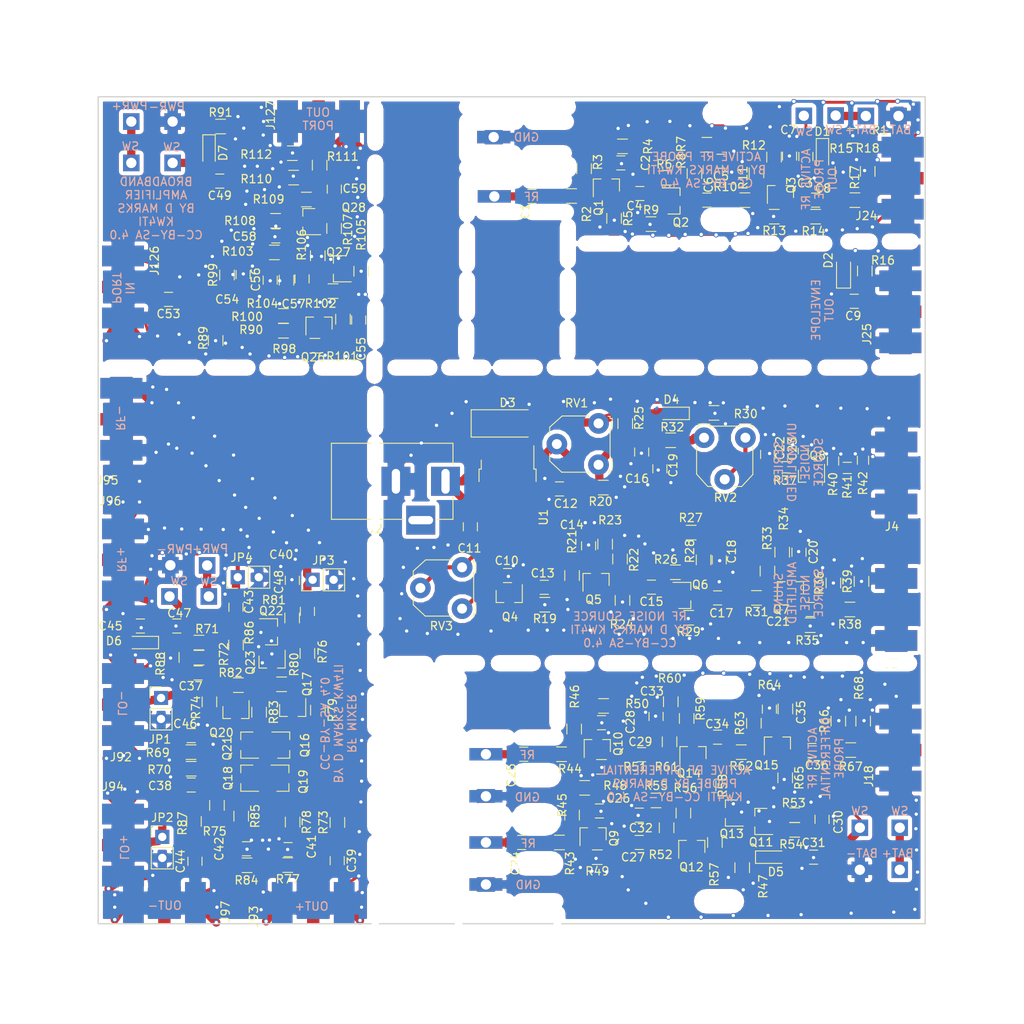
<source format=kicad_pcb>
(kicad_pcb (version 4) (host pcbnew 4.0.7)
  (layers (0 F.Cu signal) (31 B.Cu signal) (34 B.Paste user) (35 F.Paste user) (36 B.SilkS user) (37 F.SilkS user) (38 B.Mask user) (39 F.Mask user) (44 Edge.Cuts user))
  (net 0 "")
  (net 1 "Net-(C1-Pad1)")
  (net 2 "Net-(C1-Pad2)")
  (net 3 GND)
  (net 4 "Net-(C2-Pad2)")
  (net 5 +9V)
  (net 6 "Net-(C4-Pad1)")
  (net 7 "Net-(C4-Pad2)")
  (net 8 "Net-(C5-Pad1)")
  (net 9 "Net-(C6-Pad1)")
  (net 10 "Net-(C6-Pad2)")
  (net 11 "Net-(C7-Pad2)")
  (net 12 "Net-(C8-Pad1)")
  (net 13 "Net-(C8-Pad2)")
  (net 14 "Net-(C9-Pad2)")
  (net 15 "Net-(D1-Pad1)")
  (net 16 "Net-(D2-Pad2)")
  (net 17 "Net-(J14-Pad1)")
  (net 18 "Net-(J24-Pad1)")
  (net 19 "Net-(Q1-Pad1)")
  (net 20 "Net-(Q2-Pad2)")
  (net 21 "Net-(Q3-Pad1)")
  (net 22 "Net-(C10-Pad1)")
  (net 23 "Net-(C11-Pad2)")
  (net 24 "Net-(C12-Pad2)")
  (net 25 "Net-(C13-Pad1)")
  (net 26 "Net-(C13-Pad2)")
  (net 27 "Net-(C14-Pad2)")
  (net 28 "Net-(C15-Pad1)")
  (net 29 "Net-(C15-Pad2)")
  (net 30 "Net-(C16-Pad2)")
  (net 31 "Net-(C17-Pad1)")
  (net 32 "Net-(C17-Pad2)")
  (net 33 "Net-(C18-Pad2)")
  (net 34 "Net-(C20-Pad2)")
  (net 35 "Net-(C21-Pad1)")
  (net 36 "Net-(C21-Pad2)")
  (net 37 "Net-(C22-Pad2)")
  (net 38 "Net-(C23-Pad2)")
  (net 39 "Net-(D4-Pad1)")
  (net 40 "Net-(J3-Pad1)")
  (net 41 "Net-(J4-Pad1)")
  (net 42 "Net-(Q6-Pad2)")
  (net 43 "Net-(Q7-Pad1)")
  (net 44 "Net-(Q8-Pad1)")
  (net 45 "Net-(R32-Pad2)")
  (net 46 "Net-(C24-Pad1)")
  (net 47 "Net-(C24-Pad2)")
  (net 48 "Net-(C25-Pad1)")
  (net 49 "Net-(C25-Pad2)")
  (net 50 "Net-(C26-Pad2)")
  (net 51 "Net-(C27-Pad1)")
  (net 52 "Net-(C27-Pad2)")
  (net 53 "Net-(C28-Pad2)")
  (net 54 "Net-(C29-Pad1)")
  (net 55 "Net-(C29-Pad2)")
  (net 56 "Net-(C30-Pad1)")
  (net 57 "Net-(C32-Pad2)")
  (net 58 "Net-(C33-Pad2)")
  (net 59 "Net-(C34-Pad1)")
  (net 60 "Net-(C34-Pad2)")
  (net 61 "Net-(C35-Pad2)")
  (net 62 "Net-(C36-Pad1)")
  (net 63 "Net-(C36-Pad2)")
  (net 64 "Net-(D5-Pad1)")
  (net 65 "Net-(J13-Pad1)")
  (net 66 "Net-(J18-Pad1)")
  (net 67 "Net-(Q9-Pad1)")
  (net 68 "Net-(Q10-Pad1)")
  (net 69 "Net-(Q11-Pad1)")
  (net 70 "Net-(Q12-Pad2)")
  (net 71 "Net-(Q12-Pad3)")
  (net 72 "Net-(Q13-Pad3)")
  (net 73 "Net-(Q14-Pad2)")
  (net 74 "Net-(Q15-Pad1)")
  (net 75 +BATT)
  (net 76 "Net-(C37-Pad1)")
  (net 77 "Net-(C37-Pad2)")
  (net 78 "Net-(C38-Pad1)")
  (net 79 "Net-(C38-Pad2)")
  (net 80 "Net-(C39-Pad1)")
  (net 81 "Net-(C39-Pad2)")
  (net 82 "Net-(C40-Pad1)")
  (net 83 "Net-(C40-Pad2)")
  (net 84 "Net-(C41-Pad2)")
  (net 85 "Net-(C42-Pad2)")
  (net 86 "Net-(C43-Pad1)")
  (net 87 "Net-(C43-Pad2)")
  (net 88 "Net-(C44-Pad1)")
  (net 89 "Net-(C44-Pad2)")
  (net 90 MIXERVCC)
  (net 91 "Net-(D6-Pad1)")
  (net 92 "Net-(J100-Pad1)")
  (net 93 "Net-(Q16-Pad1)")
  (net 94 "Net-(Q16-Pad2)")
  (net 95 "Net-(Q16-Pad3)")
  (net 96 "Net-(Q17-Pad1)")
  (net 97 "Net-(Q17-Pad2)")
  (net 98 "Net-(Q18-Pad1)")
  (net 99 "Net-(Q18-Pad3)")
  (net 100 "Net-(Q19-Pad2)")
  (net 101 "Net-(Q20-Pad1)")
  (net 102 "Net-(Q20-Pad2)")
  (net 103 "Net-(Q22-Pad1)")
  (net 104 "Net-(Q23-Pad3)")
  (net 105 "Net-(C53-Pad1)")
  (net 106 "Net-(C53-Pad2)")
  (net 107 "Net-(C54-Pad1)")
  (net 108 "Net-(C55-Pad1)")
  (net 109 "Net-(C55-Pad2)")
  (net 110 "Net-(C56-Pad1)")
  (net 111 "Net-(C57-Pad1)")
  (net 112 "Net-(C57-Pad2)")
  (net 113 "Net-(C58-Pad2)")
  (net 114 "Net-(C59-Pad1)")
  (net 115 "Net-(C59-Pad2)")
  (net 116 "Net-(J127-Pad1)")
  (net 117 "Net-(Q26-Pad2)")
  (net 118 "Net-(Q27-Pad2)")
  (net 119 "Net-(Q28-Pad1)")
  (net 120 AMPVCC)
  (net 121 "Net-(Q26-Pad1)")
  (net 122 "Net-(D7-Pad1)")
  (net 123 "Net-(J129-Pad1)")
  (net 124 "Net-(Q5-Pad3)")
  (module Resistors_SMD:R_0805_HandSoldering (layer F.Cu) (at 78.3 50.825 180)
    (fp_text reference R103 (at 4.425 0.125 180) (layer F.SilkS))
    (fp_text value 10R)
    (pad 1 smd rect (at -1.35 0 180) (size 1.5 1.3) (layers F.Cu F.Paste F.Mask) (net 110 "Net-(C56-Pad1)"))
    (pad 2 smd rect (at 1.35 0 180) (size 1.5 1.3) (layers F.Cu F.Paste F.Mask) (net 120 AMPVCC))
  )
  (module TO_SOT_Packages_SMD:SOT-23 (layer F.Cu) (at 79.4 110.4)
    (fp_text reference Q16 (at 2.6 0.025 90) (layer F.SilkS))
    (fp_text value 2SC3356)
    (pad 1 smd rect (at -1 -0.95) (size 0.9 0.8) (layers F.Cu F.Paste F.Mask) (net 93 "Net-(Q16-Pad1)"))
    (pad 2 smd rect (at -1 0.95) (size 0.9 0.8) (layers F.Cu F.Paste F.Mask) (net 94 "Net-(Q16-Pad2)"))
    (pad 3 smd rect (at 1 0) (size 0.9 0.8) (layers F.Cu F.Paste F.Mask) (net 95 "Net-(Q16-Pad3)"))
  )
  (module TO_SOT_Packages_SMD:SOT-23 (layer F.Cu) (at 79.3 114.4)
    (fp_text reference Q19 (at 2.5 0.425 90) (layer F.SilkS))
    (fp_text value 2SC3356)
    (pad 1 smd rect (at -1 -0.95) (size 0.9 0.8) (layers F.Cu F.Paste F.Mask) (net 98 "Net-(Q18-Pad1)"))
    (pad 2 smd rect (at -1 0.95) (size 0.9 0.8) (layers F.Cu F.Paste F.Mask) (net 100 "Net-(Q19-Pad2)"))
    (pad 3 smd rect (at 1 0) (size 0.9 0.8) (layers F.Cu F.Paste F.Mask) (net 95 "Net-(Q16-Pad3)"))
  )
  (module Resistors_SMD:R_0805_HandSoldering (layer F.Cu) (at 118.08 79.26)
    (fp_text reference R20 (at -0.33 1.69) (layer F.SilkS))
    (fp_text value 2k2)
    (pad 1 smd rect (at -1.35 0) (size 1.5 1.3) (layers F.Cu F.Paste F.Mask) (net 24 "Net-(C12-Pad2)"))
    (pad 2 smd rect (at 1.35 0) (size 1.5 1.3) (layers F.Cu F.Paste F.Mask) (net 3 GND))
  )
  (module Capacitors_SMD:C_0805_HandSoldering (layer F.Cu) (at 109.45 44.05 180)
    (fp_text reference C1 (at 0.8 -1.8 270) (layer F.SilkS))
    (fp_text value "100 pF")
    (pad 1 smd rect (at -1.25 0 180) (size 1.5 1.25) (layers F.Cu F.Paste F.Mask) (net 1 "Net-(C1-Pad1)"))
    (pad 2 smd rect (at 1.25 0 180) (size 1.5 1.25) (layers F.Cu F.Paste F.Mask) (net 2 "Net-(C1-Pad2)"))
  )
  (module Capacitors_SMD:C_0805_HandSoldering (layer F.Cu) (at 120.2 40 180)
    (fp_text reference C2 (at -3 0 270) (layer F.SilkS))
    (fp_text value "100 nF")
    (pad 1 smd rect (at -1.25 0 180) (size 1.5 1.25) (layers F.Cu F.Paste F.Mask) (net 3 GND))
    (pad 2 smd rect (at 1.25 0 180) (size 1.5 1.25) (layers F.Cu F.Paste F.Mask) (net 4 "Net-(C2-Pad2)"))
  )
  (module Capacitors_SMD:C_0805_HandSoldering (layer F.Cu) (at 142.575 39.225 90)
    (fp_text reference C3 (at -3.225 -0.1 180) (layer F.SilkS))
    (fp_text value "22 uF")
    (pad 1 smd rect (at -1.25 0 90) (size 1.5 1.25) (layers F.Cu F.Paste F.Mask) (net 3 GND))
    (pad 2 smd rect (at 1.25 0 90) (size 1.5 1.25) (layers F.Cu F.Paste F.Mask) (net 5 +9V))
  )
  (module Capacitors_SMD:C_0805_HandSoldering (layer F.Cu) (at 122.5 43.7 180)
    (fp_text reference C4 (at 0.65 -1.5 180) (layer F.SilkS))
    (fp_text value "10 nF")
    (pad 1 smd rect (at -1.25 0 180) (size 1.5 1.25) (layers F.Cu F.Paste F.Mask) (net 6 "Net-(C4-Pad1)"))
    (pad 2 smd rect (at 1.25 0 180) (size 1.5 1.25) (layers F.Cu F.Paste F.Mask) (net 7 "Net-(C4-Pad2)"))
  )
  (module Capacitors_SMD:C_0805_HandSoldering (layer F.Cu) (at 132.3 39.8)
    (fp_text reference C5 (at 0 1.8) (layer F.SilkS))
    (fp_text value "100 nF")
    (pad 1 smd rect (at -1.25 0) (size 1.5 1.25) (layers F.Cu F.Paste F.Mask) (net 8 "Net-(C5-Pad1)"))
    (pad 2 smd rect (at 1.25 0) (size 1.5 1.25) (layers F.Cu F.Paste F.Mask) (net 3 GND))
  )
  (module Capacitors_SMD:C_0805_HandSoldering (layer F.Cu) (at 130.6 44.5 180)
    (fp_text reference C6 (at -0.21 1.86 270) (layer F.SilkS))
    (fp_text value "10 nF")
    (pad 1 smd rect (at -1.25 0 180) (size 1.5 1.25) (layers F.Cu F.Paste F.Mask) (net 9 "Net-(C6-Pad1)"))
    (pad 2 smd rect (at 1.25 0 180) (size 1.5 1.25) (layers F.Cu F.Paste F.Mask) (net 10 "Net-(C6-Pad2)"))
  )
  (module Capacitors_SMD:C_0805_HandSoldering (layer F.Cu) (at 140.6 39.175 270)
    (fp_text reference C7 (at -3.175 0.15 360) (layer F.SilkS))
    (fp_text value "100 nF")
    (pad 1 smd rect (at -1.25 0 270) (size 1.5 1.25) (layers F.Cu F.Paste F.Mask) (net 3 GND))
    (pad 2 smd rect (at 1.25 0 270) (size 1.5 1.25) (layers F.Cu F.Paste F.Mask) (net 11 "Net-(C7-Pad2)"))
  )
  (module Capacitors_SMD:C_0805_HandSoldering (layer F.Cu) (at 143.75 44.5 180)
    (fp_text reference C8 (at -0.9 1.425 180) (layer F.SilkS))
    (fp_text value "10 nF")
    (pad 1 smd rect (at -1.25 0 180) (size 1.5 1.25) (layers F.Cu F.Paste F.Mask) (net 12 "Net-(C8-Pad1)"))
    (pad 2 smd rect (at 1.25 0 180) (size 1.5 1.25) (layers F.Cu F.Paste F.Mask) (net 13 "Net-(C8-Pad2)"))
  )
  (module Capacitors_SMD:C_0805_HandSoldering (layer F.Cu) (at 148.42 56.73)
    (fp_text reference C9 (at -0.12 1.77) (layer F.SilkS))
    (fp_text value "10 nF")
    (pad 1 smd rect (at -1.25 0) (size 1.5 1.25) (layers F.Cu F.Paste F.Mask) (net 3 GND))
    (pad 2 smd rect (at 1.25 0) (size 1.5 1.25) (layers F.Cu F.Paste F.Mask) (net 14 "Net-(C9-Pad2)"))
  )
  (module LEDs:LED_0805_HandSoldering (layer F.Cu) (at 144.58 39.25 270)
    (fp_text reference D1 (at -3.04 0.01 360) (layer F.SilkS))
    (fp_text value LED)
    (pad 1 smd rect (at -1.35 0 270) (size 1.5 1.3) (layers F.Cu F.Paste F.Mask) (net 15 "Net-(D1-Pad1)"))
    (pad 2 smd rect (at 1.35 0 270) (size 1.5 1.3) (layers F.Cu F.Paste F.Mask) (net 5 +9V))
  )
  (module Diodes_SMD:D_SOD-323_HandSoldering (layer F.Cu) (at 147.13 53.24 90)
    (fp_text reference D2 (at 1.456 -1.842 270) (layer F.SilkS))
    (fp_text value LRB751V)
    (pad 1 smd rect (at -1.25 0 90) (size 1 1) (layers F.Cu F.Paste F.Mask) (net 14 "Net-(C9-Pad2)"))
    (pad 2 smd rect (at 1.25 0 90) (size 1 1) (layers F.Cu F.Paste F.Mask) (net 16 "Net-(D2-Pad2)"))
  )
  (module RFUtilityKnife:PadHole (layer F.Cu) (at 104.9 44.05)
    (fp_text reference J1 hide)
    (fp_text value Conn_01x01)
    (pad 1 thru_hole rect (at 0 0) (size 4 1.5) (drill 1.25) (layers *.Cu *.Mask) (net 2 "Net-(C1-Pad2)"))
  )
  (module RFUtilityKnife:PadHole (layer F.Cu) (at 153.775 34.325)
    (fp_text reference J5 hide)
    (fp_text value Conn_01x01)
    (pad 1 thru_hole rect (at 0 0) (size 2 2) (drill 1.25) (layers *.Cu *.Mask) (net 3 GND))
  )
  (module RFUtilityKnife:PadHole (layer F.Cu) (at 142.325 34.3)
    (fp_text reference J8 hide)
    (fp_text value Conn_01x01)
    (pad 1 thru_hole rect (at 0 0) (size 2 2) (drill 1.25) (layers *.Cu *.Mask) (net 5 +9V))
  )
  (module RFUtilityKnife:PadHole (layer F.Cu) (at 146.175 34.275)
    (fp_text reference J9 hide)
    (fp_text value Conn_01x01)
    (pad 1 thru_hole rect (at 0 0) (size 2 2) (drill 1.25) (layers *.Cu *.Mask) (net 17 "Net-(J14-Pad1)"))
  )
  (module RFUtilityKnife:PadHole (layer F.Cu) (at 149.825 34.325)
    (fp_text reference J14 hide)
    (fp_text value Conn_01x01)
    (pad 1 thru_hole rect (at 0 0) (size 2 2) (drill 1.25) (layers *.Cu *.Mask) (net 17 "Net-(J14-Pad1)"))
  )
  (module RFUtilityKnife:PadHole (layer F.Cu) (at 104.825 36.875)
    (fp_text reference J15 hide)
    (fp_text value Conn_01x01)
    (pad 1 thru_hole rect (at 0 0) (size 4 1.5) (drill 1.25) (layers *.Cu *.Mask) (net 3 GND))
  )
  (module RFUtilityKnife:BigSlot (layer F.Cu) (at 153 100.5)
    (fp_text reference J20 hide)
    (fp_text value Conn_01x01)
    (pad "" np_thru_hole oval (at 0 0) (size 5 1) (drill oval 5 1) (layers *.Cu *.Mask))
  )
  (module RFUtilityKnife:BigSlot (layer F.Cu) (at 133.5 100.5)
    (fp_text reference J21 hide)
    (fp_text value Conn_01x01)
    (pad "" np_thru_hole oval (at 0 0) (size 5 1) (drill oval 5 1) (layers *.Cu *.Mask))
  )
  (module RFUtilityKnife:BigSlot (layer F.Cu) (at 140 100.5)
    (fp_text reference J22 hide)
    (fp_text value Conn_01x01)
    (pad "" np_thru_hole oval (at 0 0) (size 5 1) (drill oval 5 1) (layers *.Cu *.Mask))
  )
  (module RFUtilityKnife:BigSlot (layer F.Cu) (at 146.5 100.5)
    (fp_text reference J23 hide)
    (fp_text value Conn_01x01)
    (pad "" np_thru_hole oval (at 0 0) (size 5 1) (drill oval 5 1) (layers *.Cu *.Mask))
  )
  (module RFUtilityKnife:Amphenol_RF_SMA_132289 (layer F.Cu) (at 154.275 41.85)
    (fp_text reference J24 (at -4.375 4.55) (layer F.SilkS))
    (fp_text value Conn_Coaxial)
    (pad 2 smd rect (at 0 3.75 90) (size 2.5 5.08) (layers B.Cu B.Paste B.Mask) (net 3 GND))
    (pad 2 smd rect (at 0 -3.75 90) (size 2.5 5.08) (layers B.Cu B.Paste B.Mask) (net 3 GND))
    (pad 2 smd rect (at 0 3.75 90) (size 2.5 5.08) (layers F.Cu F.Paste F.Mask) (net 3 GND))
    (pad 2 smd rect (at 0 -3.75 90) (size 2.5 5.08) (layers F.Cu F.Paste F.Mask) (net 3 GND))
    (pad 1 smd rect (at 0 0 90) (size 1.5 5.08) (layers F.Cu F.Paste F.Mask) (net 18 "Net-(J24-Pad1)"))
  )
  (module TO_SOT_Packages_SMD:SOT-23 (layer F.Cu) (at 118.45 42.7 90)
    (fp_text reference Q1 (at -2.7 -0.95 90) (layer F.SilkS))
    (fp_text value 2SC3356)
    (pad 1 smd rect (at -1 -0.95 90) (size 0.9 0.8) (layers F.Cu F.Paste F.Mask) (net 19 "Net-(Q1-Pad1)"))
    (pad 2 smd rect (at -1 0.95 90) (size 0.9 0.8) (layers F.Cu F.Paste F.Mask) (net 7 "Net-(C4-Pad2)"))
    (pad 3 smd rect (at 1 0 90) (size 0.9 0.8) (layers F.Cu F.Paste F.Mask) (net 4 "Net-(C2-Pad2)"))
  )
  (module TO_SOT_Packages_SMD:SOT-23 (layer F.Cu) (at 126.6 44.6)
    (fp_text reference Q2 (at 0.85 2.6) (layer F.SilkS))
    (fp_text value 2SC3356)
    (pad 1 smd rect (at -1 -0.95) (size 0.9 0.8) (layers F.Cu F.Paste F.Mask) (net 6 "Net-(C4-Pad1)"))
    (pad 2 smd rect (at -1 0.95) (size 0.9 0.8) (layers F.Cu F.Paste F.Mask) (net 20 "Net-(Q2-Pad2)"))
    (pad 3 smd rect (at 1 0) (size 0.9 0.8) (layers F.Cu F.Paste F.Mask) (net 10 "Net-(C6-Pad2)"))
  )
  (module TO_SOT_Packages_SMD:SOT-23 (layer F.Cu) (at 139.5 43.5 90)
    (fp_text reference Q3 (at 0.8 1.3 90) (layer F.SilkS))
    (fp_text value 2SC3356)
    (pad 1 smd rect (at -1 -0.95 90) (size 0.9 0.8) (layers F.Cu F.Paste F.Mask) (net 21 "Net-(Q3-Pad1)"))
    (pad 2 smd rect (at -1 0.95 90) (size 0.9 0.8) (layers F.Cu F.Paste F.Mask) (net 13 "Net-(C8-Pad2)"))
    (pad 3 smd rect (at 1 0 90) (size 0.9 0.8) (layers F.Cu F.Paste F.Mask) (net 11 "Net-(C7-Pad2)"))
  )
  (module Resistors_SMD:R_0805_HandSoldering (layer F.Cu) (at 148.24 36.72)
    (fp_text reference R1 (at 3.285 -0.67) (layer F.SilkS))
    (fp_text value 1k)
    (pad 1 smd rect (at -1.35 0) (size 1.5 1.3) (layers F.Cu F.Paste F.Mask) (net 15 "Net-(D1-Pad1)"))
    (pad 2 smd rect (at 1.35 0) (size 1.5 1.3) (layers F.Cu F.Paste F.Mask) (net 3 GND))
  )
  (module Resistors_SMD:R_0805_HandSoldering (layer F.Cu) (at 114.25 44 180)
    (fp_text reference R2 (at -1.828 -2.196 270) (layer F.SilkS))
    (fp_text value 22R)
    (pad 1 smd rect (at -1.35 0 180) (size 1.5 1.3) (layers F.Cu F.Paste F.Mask) (net 19 "Net-(Q1-Pad1)"))
    (pad 2 smd rect (at 1.35 0 180) (size 1.5 1.3) (layers F.Cu F.Paste F.Mask) (net 1 "Net-(C1-Pad1)"))
  )
  (module Resistors_SMD:R_0805_HandSoldering (layer F.Cu) (at 115.75 40.7 90)
    (fp_text reference R3 (at 0.8 1.675 270) (layer F.SilkS))
    (fp_text value 47k)
    (pad 1 smd rect (at -1.35 0 90) (size 1.5 1.3) (layers F.Cu F.Paste F.Mask) (net 19 "Net-(Q1-Pad1)"))
    (pad 2 smd rect (at 1.35 0 90) (size 1.5 1.3) (layers F.Cu F.Paste F.Mask) (net 4 "Net-(C2-Pad2)"))
  )
  (module Resistors_SMD:R_0805_HandSoldering (layer F.Cu) (at 120.4 38)
    (fp_text reference R4 (at 3.1 0 90) (layer F.SilkS))
    (fp_text value 10R)
    (pad 1 smd rect (at -1.35 0) (size 1.5 1.3) (layers F.Cu F.Paste F.Mask) (net 4 "Net-(C2-Pad2)"))
    (pad 2 smd rect (at 1.35 0) (size 1.5 1.3) (layers F.Cu F.Paste F.Mask) (net 5 +9V))
  )
  (module Resistors_SMD:R_0805_HandSoldering (layer F.Cu) (at 119.38 46.704 270)
    (fp_text reference R5 (at 0 -1.7 270) (layer F.SilkS))
    (fp_text value 220R)
    (pad 1 smd rect (at -1.35 0 270) (size 1.5 1.3) (layers F.Cu F.Paste F.Mask) (net 7 "Net-(C4-Pad2)"))
    (pad 2 smd rect (at 1.35 0 270) (size 1.5 1.3) (layers F.Cu F.Paste F.Mask) (net 3 GND))
  )
  (module Resistors_SMD:R_0805_HandSoldering (layer F.Cu) (at 125.7 41.8 180)
    (fp_text reference R6 (at 0.25 1.65 180) (layer F.SilkS))
    (fp_text value 10k)
    (pad 1 smd rect (at -1.35 0 180) (size 1.5 1.3) (layers F.Cu F.Paste F.Mask) (net 10 "Net-(C6-Pad2)"))
    (pad 2 smd rect (at 1.35 0 180) (size 1.5 1.3) (layers F.Cu F.Paste F.Mask) (net 6 "Net-(C4-Pad1)"))
  )
  (module Resistors_SMD:R_0805_HandSoldering (layer F.Cu) (at 130.6 37.8)
    (fp_text reference R7 (at -3.1 -0.075 90) (layer F.SilkS))
    (fp_text value 10R)
    (pad 1 smd rect (at -1.35 0) (size 1.5 1.3) (layers F.Cu F.Paste F.Mask) (net 8 "Net-(C5-Pad1)"))
    (pad 2 smd rect (at 1.35 0) (size 1.5 1.3) (layers F.Cu F.Paste F.Mask) (net 5 +9V))
  )
  (module Resistors_SMD:R_0805_HandSoldering (layer F.Cu) (at 129.1 41.3 270)
    (fp_text reference R8 (at -1.55 1.6 270) (layer F.SilkS))
    (fp_text value 100R)
    (pad 1 smd rect (at -1.35 0 270) (size 1.5 1.3) (layers F.Cu F.Paste F.Mask) (net 8 "Net-(C5-Pad1)"))
    (pad 2 smd rect (at 1.35 0 270) (size 1.5 1.3) (layers F.Cu F.Paste F.Mask) (net 10 "Net-(C6-Pad2)"))
  )
  (module Resistors_SMD:R_0805_HandSoldering (layer F.Cu) (at 123.85 47.4)
    (fp_text reference R9 (at 0 -1.7) (layer F.SilkS))
    (fp_text value 22R)
    (pad 1 smd rect (at -1.35 0) (size 1.5 1.3) (layers F.Cu F.Paste F.Mask) (net 3 GND))
    (pad 2 smd rect (at 1.35 0) (size 1.5 1.3) (layers F.Cu F.Paste F.Mask) (net 20 "Net-(Q2-Pad2)"))
  )
  (module Resistors_SMD:R_0805_HandSoldering (layer F.Cu) (at 135.2 44.5 180)
    (fp_text reference R10 (at 2.358 1.606 180) (layer F.SilkS))
    (fp_text value 22R)
    (pad 1 smd rect (at -1.35 0 180) (size 1.5 1.3) (layers F.Cu F.Paste F.Mask) (net 21 "Net-(Q3-Pad1)"))
    (pad 2 smd rect (at 1.35 0 180) (size 1.5 1.3) (layers F.Cu F.Paste F.Mask) (net 9 "Net-(C6-Pad1)"))
  )
  (module Resistors_SMD:R_0805_HandSoldering (layer F.Cu) (at 136.6 41.2 90)
    (fp_text reference R11 (at -0.6 -1.6 90) (layer F.SilkS))
    (fp_text value 47k)
    (pad 1 smd rect (at -1.35 0 90) (size 1.5 1.3) (layers F.Cu F.Paste F.Mask) (net 21 "Net-(Q3-Pad1)"))
    (pad 2 smd rect (at 1.35 0 90) (size 1.5 1.3) (layers F.Cu F.Paste F.Mask) (net 11 "Net-(C7-Pad2)"))
  )
  (module Resistors_SMD:R_0805_HandSoldering (layer F.Cu) (at 138.725 39.3 90)
    (fp_text reference R12 (at 1.425 -2.45 180) (layer F.SilkS))
    (fp_text value 10R)
    (pad 1 smd rect (at -1.35 0 90) (size 1.5 1.3) (layers F.Cu F.Paste F.Mask) (net 11 "Net-(C7-Pad2)"))
    (pad 2 smd rect (at 1.35 0 90) (size 1.5 1.3) (layers F.Cu F.Paste F.Mask) (net 5 +9V))
  )
  (module Resistors_SMD:R_0805_HandSoldering (layer F.Cu) (at 138.75 46.5 180)
    (fp_text reference R13 (at 0 -1.7 180) (layer F.SilkS))
    (fp_text value 220R)
    (pad 1 smd rect (at -1.35 0 180) (size 1.5 1.3) (layers F.Cu F.Paste F.Mask) (net 13 "Net-(C8-Pad2)"))
    (pad 2 smd rect (at 1.35 0 180) (size 1.5 1.3) (layers F.Cu F.Paste F.Mask) (net 3 GND))
  )
  (module Resistors_SMD:R_0805_HandSoldering (layer F.Cu) (at 143.75 46.5 180)
    (fp_text reference R14 (at 0.25 -1.75 180) (layer F.SilkS))
    (fp_text value 10k)
    (pad 1 smd rect (at -1.35 0 180) (size 1.5 1.3) (layers F.Cu F.Paste F.Mask) (net 16 "Net-(D2-Pad2)"))
    (pad 2 smd rect (at 1.35 0 180) (size 1.5 1.3) (layers F.Cu F.Paste F.Mask) (net 13 "Net-(C8-Pad2)"))
  )
  (module Resistors_SMD:R_0805_HandSoldering (layer F.Cu) (at 147 41.075 90)
    (fp_text reference R15 (at 2.815 -0.15 180) (layer F.SilkS))
    (fp_text value NC)
    (pad 1 smd rect (at -1.35 0 90) (size 1.5 1.3) (layers F.Cu F.Paste F.Mask) (net 12 "Net-(C8-Pad1)"))
    (pad 2 smd rect (at 1.35 0 90) (size 1.5 1.3) (layers F.Cu F.Paste F.Mask) (net 3 GND))
  )
  (module Resistors_SMD:R_0805_HandSoldering (layer F.Cu) (at 149.7 53.07 270)
    (fp_text reference R16 (at -1.286 -2.192 360) (layer F.SilkS))
    (fp_text value 100k)
    (pad 1 smd rect (at -1.35 0 270) (size 1.5 1.3) (layers F.Cu F.Paste F.Mask) (net 3 GND))
    (pad 2 smd rect (at 1.35 0 270) (size 1.5 1.3) (layers F.Cu F.Paste F.Mask) (net 14 "Net-(C9-Pad2)"))
  )
  (module Resistors_SMD:R_0805_HandSoldering (layer F.Cu) (at 148.5 44.5)
    (fp_text reference R17 (at 0 -2.75 90) (layer F.SilkS))
    (fp_text value 0R)
    (pad 1 smd rect (at -1.35 0) (size 1.5 1.3) (layers F.Cu F.Paste F.Mask) (net 12 "Net-(C8-Pad1)"))
    (pad 2 smd rect (at 1.35 0) (size 1.5 1.3) (layers F.Cu F.Paste F.Mask) (net 18 "Net-(J24-Pad1)"))
  )
  (module Resistors_SMD:R_0805_HandSoldering (layer F.Cu) (at 150.05 41.025 90)
    (fp_text reference R18 (at 2.795 -0.01 180) (layer F.SilkS))
    (fp_text value NC)
    (pad 1 smd rect (at -1.35 0 90) (size 1.5 1.3) (layers F.Cu F.Paste F.Mask) (net 18 "Net-(J24-Pad1)"))
    (pad 2 smd rect (at 1.35 0 90) (size 1.5 1.3) (layers F.Cu F.Paste F.Mask) (net 3 GND))
  )
  (module RFUtilityKnife:Amphenol_RF_SMA_132289 (layer F.Cu) (at 154 58)
    (fp_text reference J25 (at -4.035 2.715 270) (layer F.SilkS))
    (fp_text value Conn_Coaxial)
    (pad 2 smd rect (at 0 3.75 90) (size 2.5 5.08) (layers B.Cu B.Paste B.Mask) (net 3 GND))
    (pad 2 smd rect (at 0 -3.75 90) (size 2.5 5.08) (layers B.Cu B.Paste B.Mask) (net 3 GND))
    (pad 2 smd rect (at 0 3.75 90) (size 2.5 5.08) (layers F.Cu F.Paste F.Mask) (net 3 GND))
    (pad 2 smd rect (at 0 -3.75 90) (size 2.5 5.08) (layers F.Cu F.Paste F.Mask) (net 3 GND))
    (pad 1 smd rect (at 0 0 90) (size 1.5 5.08) (layers F.Cu F.Paste F.Mask) (net 14 "Net-(C9-Pad2)"))
  )
  (module Capacitors_SMD:C_0805_HandSoldering (layer F.Cu) (at 106.5 89.9)
    (fp_text reference C10 (at -0.1 -1.8) (layer F.SilkS))
    (fp_text value "10 nF")
    (pad 1 smd rect (at -1.25 0) (size 1.5 1.25) (layers F.Cu F.Paste F.Mask) (net 22 "Net-(C10-Pad1)"))
    (pad 2 smd rect (at 1.25 0) (size 1.5 1.25) (layers F.Cu F.Paste F.Mask) (net 3 GND))
  )
  (module Capacitors_SMD:C_0805_HandSoldering (layer F.Cu) (at 102 84 90)
    (fp_text reference C11 (at -2.6 -0.1 180) (layer F.SilkS))
    (fp_text value "1 uF")
    (pad 1 smd rect (at -1.25 0 90) (size 1.5 1.25) (layers F.Cu F.Paste F.Mask) (net 3 GND))
    (pad 2 smd rect (at 1.25 0 90) (size 1.5 1.25) (layers F.Cu F.Paste F.Mask) (net 23 "Net-(C11-Pad2)"))
  )
  (module Capacitors_SMD:C_0805_HandSoldering (layer F.Cu) (at 112.784 79.422)
    (fp_text reference C12 (at 0.762 1.778) (layer F.SilkS))
    (fp_text value "10 uF")
    (pad 1 smd rect (at -1.25 0) (size 1.5 1.25) (layers F.Cu F.Paste F.Mask) (net 3 GND))
    (pad 2 smd rect (at 1.25 0) (size 1.5 1.25) (layers F.Cu F.Paste F.Mask) (net 24 "Net-(C12-Pad2)"))
  )
  (module Capacitors_SMD:C_0805_HandSoldering (layer F.Cu) (at 110.94 91.32 180)
    (fp_text reference C13 (at 0.188 1.706 180) (layer F.SilkS))
    (fp_text value "10 nF")
    (pad 1 smd rect (at -1.25 0 180) (size 1.5 1.25) (layers F.Cu F.Paste F.Mask) (net 25 "Net-(C13-Pad1)"))
    (pad 2 smd rect (at 1.25 0 180) (size 1.5 1.25) (layers F.Cu F.Paste F.Mask) (net 26 "Net-(C13-Pad2)"))
  )
  (module Capacitors_SMD:C_0805_HandSoldering (layer F.Cu) (at 116.3 86.3 270)
    (fp_text reference C14 (at -2.54 2.032 360) (layer F.SilkS))
    (fp_text value "100 nF")
    (pad 1 smd rect (at -1.25 0 270) (size 1.5 1.25) (layers F.Cu F.Paste F.Mask) (net 3 GND))
    (pad 2 smd rect (at 1.25 0 270) (size 1.5 1.25) (layers F.Cu F.Paste F.Mask) (net 27 "Net-(C14-Pad2)"))
  )
  (module Capacitors_SMD:C_0805_HandSoldering (layer F.Cu) (at 123.9 91.3 180)
    (fp_text reference C15 (at 0 -1.75 180) (layer F.SilkS))
    (fp_text value "10 nF")
    (pad 1 smd rect (at -1.25 0 180) (size 1.5 1.25) (layers F.Cu F.Paste F.Mask) (net 28 "Net-(C15-Pad1)"))
    (pad 2 smd rect (at 1.25 0 180) (size 1.5 1.25) (layers F.Cu F.Paste F.Mask) (net 29 "Net-(C15-Pad2)"))
  )
  (module Capacitors_SMD:C_0805_HandSoldering (layer F.Cu) (at 122.72 74.96 90)
    (fp_text reference C16 (at -3.21 -0.56 180) (layer F.SilkS))
    (fp_text value "22 uF")
    (pad 1 smd rect (at -1.25 0 90) (size 1.5 1.25) (layers F.Cu F.Paste F.Mask) (net 3 GND))
    (pad 2 smd rect (at 1.25 0 90) (size 1.5 1.25) (layers F.Cu F.Paste F.Mask) (net 30 "Net-(C16-Pad2)"))
  )
  (module Capacitors_SMD:C_0805_HandSoldering (layer F.Cu) (at 131.9 92.6 180)
    (fp_text reference C17 (at -0.442 -1.84 180) (layer F.SilkS))
    (fp_text value "10 nF")
    (pad 1 smd rect (at -1.25 0 180) (size 1.5 1.25) (layers F.Cu F.Paste F.Mask) (net 31 "Net-(C17-Pad1)"))
    (pad 2 smd rect (at 1.25 0 180) (size 1.5 1.25) (layers F.Cu F.Paste F.Mask) (net 32 "Net-(C17-Pad2)"))
  )
  (module Capacitors_SMD:C_0805_HandSoldering (layer F.Cu) (at 132.1 88 90)
    (fp_text reference C18 (at 1 1.5 90) (layer F.SilkS))
    (fp_text value "100 nF")
    (pad 1 smd rect (at -1.25 0 90) (size 1.5 1.25) (layers F.Cu F.Paste F.Mask) (net 3 GND))
    (pad 2 smd rect (at 1.25 0 90) (size 1.5 1.25) (layers F.Cu F.Paste F.Mask) (net 33 "Net-(C18-Pad2)"))
  )
  (module Capacitors_SMD:C_0805_HandSoldering (layer F.Cu) (at 124.92 76.99 90)
    (fp_text reference C19 (at 0.42 1.6 90) (layer F.SilkS))
    (fp_text value "10 nF")
    (pad 1 smd rect (at -1.25 0 90) (size 1.5 1.25) (layers F.Cu F.Paste F.Mask) (net 3 GND))
    (pad 2 smd rect (at 1.25 0 90) (size 1.5 1.25) (layers F.Cu F.Paste F.Mask) (net 30 "Net-(C16-Pad2)"))
  )
  (module Capacitors_SMD:C_0805_HandSoldering (layer F.Cu) (at 141.74 87.074 270)
    (fp_text reference C20 (at 0 -1.75 270) (layer F.SilkS))
    (fp_text value "100 nF")
    (pad 1 smd rect (at -1.25 0 270) (size 1.5 1.25) (layers F.Cu F.Paste F.Mask) (net 3 GND))
    (pad 2 smd rect (at 1.25 0 270) (size 1.5 1.25) (layers F.Cu F.Paste F.Mask) (net 34 "Net-(C20-Pad2)"))
  )
  (module Capacitors_SMD:C_0805_HandSoldering (layer F.Cu) (at 143.1 94 180)
    (fp_text reference C21 (at 3.9 -1.456 180) (layer F.SilkS))
    (fp_text value "10 nF")
    (pad 1 smd rect (at -1.25 0 180) (size 1.5 1.25) (layers F.Cu F.Paste F.Mask) (net 35 "Net-(C21-Pad1)"))
    (pad 2 smd rect (at 1.25 0 180) (size 1.5 1.25) (layers F.Cu F.Paste F.Mask) (net 36 "Net-(C21-Pad2)"))
  )
  (module Capacitors_SMD:C_0805_HandSoldering (layer F.Cu) (at 137.95 75.25 270)
    (fp_text reference C22 (at -0.76 -1.51 270) (layer F.SilkS))
    (fp_text value "10 nF")
    (pad 1 smd rect (at -1.25 0 270) (size 1.5 1.25) (layers F.Cu F.Paste F.Mask) (net 3 GND))
    (pad 2 smd rect (at 1.25 0 270) (size 1.5 1.25) (layers F.Cu F.Paste F.Mask) (net 37 "Net-(C22-Pad2)"))
  )
  (module Capacitors_SMD:C_0603 (layer F.Cu) (at 142.248 74.85 270)
    (fp_text reference C23 (at -0.255 1.305 270) (layer F.SilkS))
    (fp_text value "10 nF")
    (pad 2 smd rect (at 0.75 0 270) (size 0.8 0.75) (layers F.Cu F.Paste F.Mask) (net 38 "Net-(C23-Pad2)"))
    (pad 1 smd rect (at -0.75 0 270) (size 0.8 0.75) (layers F.Cu F.Paste F.Mask) (net 3 GND))
  )
  (module Diodes_SMD:D_SMA_Handsoldering (layer F.Cu) (at 106.5 71.5)
    (fp_text reference D3 (at 0 -2.5) (layer F.SilkS))
    (fp_text value 1N4007)
    (pad 1 smd rect (at -2.5 0) (size 3.5 1.8) (layers F.Cu F.Paste F.Mask) (net 23 "Net-(C11-Pad2)"))
    (pad 2 smd rect (at 2.5 0) (size 3.5 1.8) (layers F.Cu F.Paste F.Mask) (net 30 "Net-(C16-Pad2)"))
  )
  (module LEDs:LED_0805_HandSoldering (layer F.Cu) (at 126.28 70.29 180)
    (fp_text reference D4 (at -0.04 1.67 360) (layer F.SilkS))
    (fp_text value LED)
    (pad 1 smd rect (at -1.35 0 180) (size 1.5 1.3) (layers F.Cu F.Paste F.Mask) (net 39 "Net-(D4-Pad1)"))
    (pad 2 smd rect (at 1.35 0 180) (size 1.5 1.3) (layers F.Cu F.Paste F.Mask) (net 30 "Net-(C16-Pad2)"))
  )
  (module Connectors:BARREL_JACK (layer F.Cu) (at 99 78.5)
    (fp_text reference J2 (at -8.45 5.75 180) (layer F.SilkS))
    (fp_text value Barrel_Jack)
    (pad 1 thru_hole rect (at 0 0) (size 3.5 3.5) (drill oval 1 3) (layers *.Cu *.Mask) (net 23 "Net-(C11-Pad2)"))
    (pad 2 thru_hole rect (at -6 0) (size 3.5 3.5) (drill oval 1 3) (layers *.Cu *.Mask) (net 3 GND))
    (pad 3 thru_hole rect (at -3 4.7) (size 3.5 3.5) (drill oval 3 1) (layers *.Cu *.Mask))
  )
  (module RFUtilityKnife:Amphenol_RF_SMA_132289 (layer F.Cu) (at 153.5 94)
    (fp_text reference J3 (at -0.55 6.57) (layer F.SilkS))
    (fp_text value Conn_Coaxial)
    (pad 2 smd rect (at 0 3.75 90) (size 2.5 5.08) (layers B.Cu B.Paste B.Mask) (net 3 GND))
    (pad 2 smd rect (at 0 -3.75 90) (size 2.5 5.08) (layers B.Cu B.Paste B.Mask) (net 3 GND))
    (pad 2 smd rect (at 0 3.75 90) (size 2.5 5.08) (layers F.Cu F.Paste F.Mask) (net 3 GND))
    (pad 2 smd rect (at 0 -3.75 90) (size 2.5 5.08) (layers F.Cu F.Paste F.Mask) (net 3 GND))
    (pad 1 smd rect (at 0 0 90) (size 1.5 5.08) (layers F.Cu F.Paste F.Mask) (net 40 "Net-(J3-Pad1)"))
  )
  (module RFUtilityKnife:Amphenol_RF_SMA_132289 (layer F.Cu) (at 153.5 77.5)
    (fp_text reference J4 (at -0.52 6.47) (layer F.SilkS))
    (fp_text value Conn_Coaxial)
    (pad 2 smd rect (at 0 3.75 90) (size 2.5 5.08) (layers B.Cu B.Paste B.Mask) (net 3 GND))
    (pad 2 smd rect (at 0 -3.75 90) (size 2.5 5.08) (layers B.Cu B.Paste B.Mask) (net 3 GND))
    (pad 2 smd rect (at 0 3.75 90) (size 2.5 5.08) (layers F.Cu F.Paste F.Mask) (net 3 GND))
    (pad 2 smd rect (at 0 -3.75 90) (size 2.5 5.08) (layers F.Cu F.Paste F.Mask) (net 3 GND))
    (pad 1 smd rect (at 0 0 90) (size 1.5 5.08) (layers F.Cu F.Paste F.Mask) (net 41 "Net-(J4-Pad1)"))
  )
  (module TO_SOT_Packages_SMD:SOT-23 (layer F.Cu) (at 106.7 92.4 270)
    (fp_text reference Q4 (at 2.5 -0.1 360) (layer F.SilkS))
    (fp_text value 2SC3356)
    (pad 1 smd rect (at -1 -0.95 270) (size 0.9 0.8) (layers F.Cu F.Paste F.Mask) (net 26 "Net-(C13-Pad2)"))
    (pad 2 smd rect (at -1 0.95 270) (size 0.9 0.8) (layers F.Cu F.Paste F.Mask) (net 22 "Net-(C10-Pad1)"))
    (pad 3 smd rect (at 1 0 270) (size 0.9 0.8) (layers F.Cu F.Paste F.Mask))
  )
  (module TO_SOT_Packages_SMD:SOT-23 (layer F.Cu) (at 117.2 90.4 90)
    (fp_text reference Q5 (at -2.4 -0.3 180) (layer F.SilkS))
    (fp_text value 2SC3356)
    (pad 1 smd rect (at -1 -0.95 90) (size 0.9 0.8) (layers F.Cu F.Paste F.Mask) (net 25 "Net-(C13-Pad1)"))
    (pad 2 smd rect (at -1 0.95 90) (size 0.9 0.8) (layers F.Cu F.Paste F.Mask) (net 29 "Net-(C15-Pad2)"))
    (pad 3 smd rect (at 1 0 90) (size 0.9 0.8) (layers F.Cu F.Paste F.Mask) (net 124 "Net-(Q5-Pad3)"))
  )
  (module TO_SOT_Packages_SMD:SOT-23 (layer F.Cu) (at 127.9 92.3)
    (fp_text reference Q6 (at 1.9 -1.3) (layer F.SilkS))
    (fp_text value 2SC3356)
    (pad 1 smd rect (at -1 -0.95) (size 0.9 0.8) (layers F.Cu F.Paste F.Mask) (net 28 "Net-(C15-Pad1)"))
    (pad 2 smd rect (at -1 0.95) (size 0.9 0.8) (layers F.Cu F.Paste F.Mask) (net 42 "Net-(Q6-Pad2)"))
    (pad 3 smd rect (at 1 0) (size 0.9 0.8) (layers F.Cu F.Paste F.Mask) (net 32 "Net-(C17-Pad2)"))
  )
  (module TO_SOT_Packages_SMD:SOT-23 (layer F.Cu) (at 140.7 91.4 90)
    (fp_text reference Q7 (at -2.6 -1.1 180) (layer F.SilkS))
    (fp_text value 2SC3356)
    (pad 1 smd rect (at -1 -0.95 90) (size 0.9 0.8) (layers F.Cu F.Paste F.Mask) (net 43 "Net-(Q7-Pad1)"))
    (pad 2 smd rect (at -1 0.95 90) (size 0.9 0.8) (layers F.Cu F.Paste F.Mask) (net 36 "Net-(C21-Pad2)"))
    (pad 3 smd rect (at 1 0 90) (size 0.9 0.8) (layers F.Cu F.Paste F.Mask) (net 34 "Net-(C20-Pad2)"))
  )
  (module TO_SOT_Packages_SMD:SOT-23 (layer F.Cu) (at 143.25 77.85 270)
    (fp_text reference Q8 (at -2.46 -0.75 360) (layer F.SilkS))
    (fp_text value 2SC3356)
    (pad 1 smd rect (at -1 -0.95 270) (size 0.9 0.8) (layers F.Cu F.Paste F.Mask) (net 44 "Net-(Q8-Pad1)"))
    (pad 2 smd rect (at -1 0.95 270) (size 0.9 0.8) (layers F.Cu F.Paste F.Mask) (net 38 "Net-(C23-Pad2)"))
    (pad 3 smd rect (at 1 0 270) (size 0.9 0.8) (layers F.Cu F.Paste F.Mask))
  )
  (module Resistors_SMD:R_0805_HandSoldering (layer F.Cu) (at 111.006 93.424 180)
    (fp_text reference R19 (at 0 -1.7 180) (layer F.SilkS))
    (fp_text value 1k)
    (pad 1 smd rect (at -1.35 0 180) (size 1.5 1.3) (layers F.Cu F.Paste F.Mask) (net 3 GND))
    (pad 2 smd rect (at 1.35 0 180) (size 1.5 1.3) (layers F.Cu F.Paste F.Mask) (net 26 "Net-(C13-Pad2)"))
  )
  (module Resistors_SMD:R_0805_HandSoldering (layer F.Cu) (at 114.3 89.9 90)
    (fp_text reference R21 (at 4.1 0 90) (layer F.SilkS))
    (fp_text value 10k)
    (pad 1 smd rect (at -1.35 0 90) (size 1.5 1.3) (layers F.Cu F.Paste F.Mask) (net 25 "Net-(C13-Pad1)"))
    (pad 2 smd rect (at 1.35 0 90) (size 1.5 1.3) (layers F.Cu F.Paste F.Mask) (net 27 "Net-(C14-Pad2)"))
  )
  (module Resistors_SMD:R_0805_HandSoldering (layer F.Cu) (at 120.1 87.9 270)
    (fp_text reference R22 (at 0.1 -1.7 450) (layer F.SilkS))
    (fp_text value 100R)
    (pad 1 smd rect (at -1.35 0 270) (size 1.5 1.3) (layers F.Cu F.Paste F.Mask) (net 27 "Net-(C14-Pad2)"))
    (pad 2 smd rect (at 1.35 0 270) (size 1.5 1.3) (layers F.Cu F.Paste F.Mask) (net 124 "Net-(Q5-Pad3)"))
  )
  (module Resistors_SMD:R_0805_HandSoldering (layer F.Cu) (at 118.3 86.1 90)
    (fp_text reference R23 (at 2.9 0.6 180) (layer F.SilkS))
    (fp_text value 10R)
    (pad 1 smd rect (at -1.35 0 90) (size 1.5 1.3) (layers F.Cu F.Paste F.Mask) (net 27 "Net-(C14-Pad2)"))
    (pad 2 smd rect (at 1.35 0 90) (size 1.5 1.3) (layers F.Cu F.Paste F.Mask) (net 30 "Net-(C16-Pad2)"))
  )
  (module Resistors_SMD:R_0805_HandSoldering (layer F.Cu) (at 120.4 92.9 270)
    (fp_text reference R24 (at 2.9 0.1 360) (layer F.SilkS))
    (fp_text value 22R)
    (pad 1 smd rect (at -1.35 0 270) (size 1.5 1.3) (layers F.Cu F.Paste F.Mask) (net 29 "Net-(C15-Pad2)"))
    (pad 2 smd rect (at 1.35 0 270) (size 1.5 1.3) (layers F.Cu F.Paste F.Mask) (net 3 GND))
  )
  (module Resistors_SMD:R_0805_HandSoldering (layer F.Cu) (at 120.73 71.53 270)
    (fp_text reference R25 (at -0.68 -1.68 270) (layer F.SilkS))
    (fp_text value NC)
    (pad 1 smd rect (at -1.35 0 270) (size 1.5 1.3) (layers F.Cu F.Paste F.Mask) (net 30 "Net-(C16-Pad2)"))
    (pad 2 smd rect (at 1.35 0 270) (size 1.5 1.3) (layers F.Cu F.Paste F.Mask) (net 24 "Net-(C12-Pad2)"))
  )
  (module Resistors_SMD:R_0805_HandSoldering (layer F.Cu) (at 126.8 89.5 180)
    (fp_text reference R26 (at 1.15 1.55 180) (layer F.SilkS))
    (fp_text value 10k)
    (pad 1 smd rect (at -1.35 0 180) (size 1.5 1.3) (layers F.Cu F.Paste F.Mask) (net 32 "Net-(C17-Pad2)"))
    (pad 2 smd rect (at 1.35 0 180) (size 1.5 1.3) (layers F.Cu F.Paste F.Mask) (net 28 "Net-(C15-Pad1)"))
  )
  (module Resistors_SMD:R_0805_HandSoldering (layer F.Cu) (at 128.7 84.7 180)
    (fp_text reference R27 (at 0.05 1.78 180) (layer F.SilkS))
    (fp_text value 10R)
    (pad 1 smd rect (at -1.35 0 180) (size 1.5 1.3) (layers F.Cu F.Paste F.Mask) (net 33 "Net-(C18-Pad2)"))
    (pad 2 smd rect (at 1.35 0 180) (size 1.5 1.3) (layers F.Cu F.Paste F.Mask) (net 30 "Net-(C16-Pad2)"))
  )
  (module Resistors_SMD:R_0805_HandSoldering (layer F.Cu) (at 130.2 88 270)
    (fp_text reference R28 (at -1.05 1.65 270) (layer F.SilkS))
    (fp_text value 100R)
    (pad 1 smd rect (at -1.35 0 270) (size 1.5 1.3) (layers F.Cu F.Paste F.Mask) (net 33 "Net-(C18-Pad2)"))
    (pad 2 smd rect (at 1.35 0 270) (size 1.5 1.3) (layers F.Cu F.Paste F.Mask) (net 32 "Net-(C17-Pad2)"))
  )
  (module Resistors_SMD:R_0805_HandSoldering (layer F.Cu) (at 128.4 95 180)
    (fp_text reference R29 (at 0 -1.7 180) (layer F.SilkS))
    (fp_text value 22R)
    (pad 1 smd rect (at -1.35 0 180) (size 1.5 1.3) (layers F.Cu F.Paste F.Mask) (net 3 GND))
    (pad 2 smd rect (at 1.35 0 180) (size 1.5 1.3) (layers F.Cu F.Paste F.Mask) (net 42 "Net-(Q6-Pad2)"))
  )
  (module Resistors_SMD:R_0805_HandSoldering (layer F.Cu) (at 131.46 70.23)
    (fp_text reference R30 (at 3.84 0.12) (layer F.SilkS))
    (fp_text value 1k)
    (pad 1 smd rect (at -1.35 0) (size 1.5 1.3) (layers F.Cu F.Paste F.Mask) (net 39 "Net-(D4-Pad1)"))
    (pad 2 smd rect (at 1.35 0) (size 1.5 1.3) (layers F.Cu F.Paste F.Mask) (net 3 GND))
  )
  (module Resistors_SMD:R_0805_HandSoldering (layer F.Cu) (at 136.6 92.6 180)
    (fp_text reference R31 (at 0 -1.7 180) (layer F.SilkS))
    (fp_text value 22R)
    (pad 1 smd rect (at -1.35 0 180) (size 1.5 1.3) (layers F.Cu F.Paste F.Mask) (net 43 "Net-(Q7-Pad1)"))
    (pad 2 smd rect (at 1.35 0 180) (size 1.5 1.3) (layers F.Cu F.Paste F.Mask) (net 31 "Net-(C17-Pad1)"))
  )
  (module Resistors_SMD:R_0805_HandSoldering (layer F.Cu) (at 126.22 73.54)
    (fp_text reference R32 (at 0.2 -1.59) (layer F.SilkS))
    (fp_text value 1k)
    (pad 1 smd rect (at -1.35 0) (size 1.5 1.3) (layers F.Cu F.Paste F.Mask) (net 30 "Net-(C16-Pad2)"))
    (pad 2 smd rect (at 1.35 0) (size 1.5 1.3) (layers F.Cu F.Paste F.Mask) (net 45 "Net-(R32-Pad2)"))
  )
  (module Resistors_SMD:R_0805_HandSoldering (layer F.Cu) (at 137.93 89.36 90)
    (fp_text reference R33 (at 3.96 -0.02 90) (layer F.SilkS))
    (fp_text value 47k)
    (pad 1 smd rect (at -1.35 0 90) (size 1.5 1.3) (layers F.Cu F.Paste F.Mask) (net 43 "Net-(Q7-Pad1)"))
    (pad 2 smd rect (at 1.35 0 90) (size 1.5 1.3) (layers F.Cu F.Paste F.Mask) (net 34 "Net-(C20-Pad2)"))
  )
  (module Resistors_SMD:R_0805_HandSoldering (layer F.Cu) (at 139.708 87.074 90)
    (fp_text reference R34 (at 4.054 0.192 90) (layer F.SilkS))
    (fp_text value 10R)
    (pad 1 smd rect (at -1.35 0 90) (size 1.5 1.3) (layers F.Cu F.Paste F.Mask) (net 34 "Net-(C20-Pad2)"))
    (pad 2 smd rect (at 1.35 0 90) (size 1.5 1.3) (layers F.Cu F.Paste F.Mask) (net 30 "Net-(C16-Pad2)"))
  )
  (module Resistors_SMD:R_0805_HandSoldering (layer F.Cu) (at 143.1 95.9)
    (fp_text reference R35 (at -0.344 1.842) (layer F.SilkS))
    (fp_text value 220R)
    (pad 1 smd rect (at -1.35 0) (size 1.5 1.3) (layers F.Cu F.Paste F.Mask) (net 36 "Net-(C21-Pad2)"))
    (pad 2 smd rect (at 1.35 0) (size 1.5 1.3) (layers F.Cu F.Paste F.Mask) (net 3 GND))
  )
  (module Resistors_SMD:R_0805_HandSoldering (layer F.Cu) (at 145.9 90.8 90)
    (fp_text reference R36 (at 0 -1.7 90) (layer F.SilkS))
    (fp_text value NC)
    (pad 1 smd rect (at -1.35 0 90) (size 1.5 1.3) (layers F.Cu F.Paste F.Mask) (net 35 "Net-(C21-Pad1)"))
    (pad 2 smd rect (at 1.35 0 90) (size 1.5 1.3) (layers F.Cu F.Paste F.Mask) (net 3 GND))
  )
  (module Resistors_SMD:R_0603 (layer F.Cu) (at 140.175 76.8)
    (fp_text reference R37 (at -0.125 1.6) (layer F.SilkS))
    (fp_text value 51R)
    (pad 1 smd rect (at -0.75 0) (size 0.5 0.9) (layers F.Cu F.Paste F.Mask) (net 37 "Net-(C22-Pad2)"))
    (pad 2 smd rect (at 0.75 0) (size 0.5 0.9) (layers F.Cu F.Paste F.Mask) (net 38 "Net-(C23-Pad2)"))
  )
  (module Resistors_SMD:R_0805_HandSoldering (layer F.Cu) (at 147.9 94)
    (fp_text reference R38 (at 0 1.8) (layer F.SilkS))
    (fp_text value 0R)
    (pad 1 smd rect (at -1.35 0) (size 1.5 1.3) (layers F.Cu F.Paste F.Mask) (net 35 "Net-(C21-Pad1)"))
    (pad 2 smd rect (at 1.35 0) (size 1.5 1.3) (layers F.Cu F.Paste F.Mask) (net 40 "Net-(J3-Pad1)"))
  )
  (module Resistors_SMD:R_0805_HandSoldering (layer F.Cu) (at 149.3 90.6 90)
    (fp_text reference R39 (at 0 -1.7 90) (layer F.SilkS))
    (fp_text value NC)
    (pad 1 smd rect (at -1.35 0 90) (size 1.5 1.3) (layers F.Cu F.Paste F.Mask) (net 40 "Net-(J3-Pad1)"))
    (pad 2 smd rect (at 1.35 0 90) (size 1.5 1.3) (layers F.Cu F.Paste F.Mask) (net 3 GND))
  )
  (module Resistors_SMD:R_0603 (layer F.Cu) (at 145.86 76.05 90)
    (fp_text reference R40 (at -2.794 0 90) (layer F.SilkS))
    (fp_text value 100R)
    (pad 1 smd rect (at -0.75 0 90) (size 0.5 0.9) (layers F.Cu F.Paste F.Mask) (net 44 "Net-(Q8-Pad1)"))
    (pad 2 smd rect (at 0.75 0 90) (size 0.5 0.9) (layers F.Cu F.Paste F.Mask) (net 3 GND))
  )
  (module Resistors_SMD:R_0603 (layer F.Cu) (at 147.582 76.882 180)
    (fp_text reference R41 (at 0 -2.286 270) (layer F.SilkS))
    (fp_text value 68R)
    (pad 1 smd rect (at -0.75 0 180) (size 0.5 0.9) (layers F.Cu F.Paste F.Mask) (net 41 "Net-(J4-Pad1)"))
    (pad 2 smd rect (at 0.75 0 180) (size 0.5 0.9) (layers F.Cu F.Paste F.Mask) (net 44 "Net-(Q8-Pad1)"))
  )
  (module Resistors_SMD:R_0603 (layer F.Cu) (at 149.48 75.95 90)
    (fp_text reference R42 (at -2.794 0 90) (layer F.SilkS))
    (fp_text value 100R)
    (pad 1 smd rect (at -0.75 0 90) (size 0.5 0.9) (layers F.Cu F.Paste F.Mask) (net 41 "Net-(J4-Pad1)"))
    (pad 2 smd rect (at 0.75 0 90) (size 0.5 0.9) (layers F.Cu F.Paste F.Mask) (net 3 GND))
  )
  (module Potentiometers:Potentiometer_Triwood_RM-065 (layer F.Cu) (at 117.5 76.5 90)
    (fp_text reference RV1 (at 7.45 -2.65 180) (layer F.SilkS))
    (fp_text value 10k)
    (pad 2 thru_hole circle (at 2.5 -5.04 90) (size 2.5 2.5) (drill 1.2) (layers *.Cu *.Mask) (net 24 "Net-(C12-Pad2)"))
    (pad 3 thru_hole circle (at 5 0 90) (size 2.5 2.5) (drill 1.2) (layers *.Cu *.Mask) (net 30 "Net-(C16-Pad2)"))
    (pad 1 thru_hole circle (at 0 0 90) (size 2.5 2.5) (drill 1.2) (layers *.Cu *.Mask) (net 24 "Net-(C12-Pad2)"))
  )
  (module Potentiometers:Potentiometer_Triwood_RM-065 (layer F.Cu) (at 135.26 73.23 180)
    (fp_text reference RV2 (at 2.41 -7.24 360) (layer F.SilkS))
    (fp_text value 10k)
    (pad 2 thru_hole circle (at 2.5 -5.04 180) (size 2.5 2.5) (drill 1.2) (layers *.Cu *.Mask) (net 37 "Net-(C22-Pad2)"))
    (pad 3 thru_hole circle (at 5 0 180) (size 2.5 2.5) (drill 1.2) (layers *.Cu *.Mask) (net 45 "Net-(R32-Pad2)"))
    (pad 1 thru_hole circle (at 0 0 180) (size 2.5 2.5) (drill 1.2) (layers *.Cu *.Mask) (net 37 "Net-(C22-Pad2)"))
  )
  (module TO_SOT_Packages_SMD:TO-252-3_TabPin2 (layer F.Cu) (at 106.5 79.5 270)
    (fp_text reference U1 (at 3.35 -4.35 270) (layer F.SilkS))
    (fp_text value LM317MDT)
    (pad 1 smd rect (at -4.2 -2.28 270) (size 2.2 1.2) (layers F.Cu F.Paste F.Mask) (net 24 "Net-(C12-Pad2)"))
    (pad 2 smd rect (at -4.2 0 270) (size 2.2 1.2) (layers F.Cu F.Paste F.Mask) (net 30 "Net-(C16-Pad2)"))
    (pad 3 smd rect (at -4.2 2.28 270) (size 2.2 1.2) (layers F.Cu F.Paste F.Mask) (net 23 "Net-(C11-Pad2)"))
    (pad 2 smd rect (at 2.1 0 270) (size 6.4 5.8) (layers F.Cu F.Mask) (net 30 "Net-(C16-Pad2)"))
    (pad 2 smd rect (at 3.775 1.525 270) (size 3.05 2.75) (layers F.Cu F.Paste) (net 30 "Net-(C16-Pad2)"))
    (pad 2 smd rect (at 0.425 -1.525 270) (size 3.05 2.75) (layers F.Cu F.Paste) (net 30 "Net-(C16-Pad2)"))
    (pad 2 smd rect (at 3.775 -1.525 270) (size 3.05 2.75) (layers F.Cu F.Paste) (net 30 "Net-(C16-Pad2)"))
    (pad 2 smd rect (at 0.425 1.525 270) (size 3.05 2.75) (layers F.Cu F.Paste) (net 30 "Net-(C16-Pad2)"))
  )
  (module Capacitors_SMD:C_0805_HandSoldering (layer F.Cu) (at 108.204 122.174 180)
    (fp_text reference C24 (at 0.762 -2.54 270) (layer F.SilkS))
    (fp_text value "100 pF")
    (pad 1 smd rect (at -1.25 0 180) (size 1.5 1.25) (layers F.Cu F.Paste F.Mask) (net 46 "Net-(C24-Pad1)"))
    (pad 2 smd rect (at 1.25 0 180) (size 1.5 1.25) (layers F.Cu F.Paste F.Mask) (net 47 "Net-(C24-Pad2)"))
  )
  (module Capacitors_SMD:C_0805_HandSoldering (layer F.Cu) (at 108.458 111.506 180)
    (fp_text reference C25 (at 1.524 -2.54 270) (layer F.SilkS))
    (fp_text value "100 pF")
    (pad 1 smd rect (at -1.25 0 180) (size 1.5 1.25) (layers F.Cu F.Paste F.Mask) (net 48 "Net-(C25-Pad1)"))
    (pad 2 smd rect (at 1.25 0 180) (size 1.5 1.25) (layers F.Cu F.Paste F.Mask) (net 49 "Net-(C25-Pad2)"))
  )
  (module Capacitors_SMD:C_0805_HandSoldering (layer F.Cu) (at 117.602 118.364 180)
    (fp_text reference C26 (at -2.286 1.524 180) (layer F.SilkS))
    (fp_text value "100 nF")
    (pad 1 smd rect (at -1.25 0 180) (size 1.5 1.25) (layers F.Cu F.Paste F.Mask) (net 3 GND))
    (pad 2 smd rect (at 1.25 0 180) (size 1.5 1.25) (layers F.Cu F.Paste F.Mask) (net 50 "Net-(C26-Pad2)"))
  )
  (module Capacitors_SMD:C_0805_HandSoldering (layer F.Cu) (at 122.428 122.174 180)
    (fp_text reference C27 (at 0.762 -1.778 180) (layer F.SilkS))
    (fp_text value "10 nF")
    (pad 1 smd rect (at -1.25 0 180) (size 1.5 1.25) (layers F.Cu F.Paste F.Mask) (net 51 "Net-(C27-Pad1)"))
    (pad 2 smd rect (at 1.25 0 180) (size 1.5 1.25) (layers F.Cu F.Paste F.Mask) (net 52 "Net-(C27-Pad2)"))
  )
  (module Capacitors_SMD:C_0805_HandSoldering (layer F.Cu) (at 117.856 107.696 180)
    (fp_text reference C28 (at -3.494 0.096 270) (layer F.SilkS))
    (fp_text value "100 nF")
    (pad 1 smd rect (at -1.25 0 180) (size 1.5 1.25) (layers F.Cu F.Paste F.Mask) (net 3 GND))
    (pad 2 smd rect (at 1.25 0 180) (size 1.5 1.25) (layers F.Cu F.Paste F.Mask) (net 53 "Net-(C28-Pad2)"))
  )
  (module Capacitors_SMD:C_0805_HandSoldering (layer F.Cu) (at 122.71 111.56 180)
    (fp_text reference C29 (at 0.15 1.56 180) (layer F.SilkS))
    (fp_text value "10 nF")
    (pad 1 smd rect (at -1.25 0 180) (size 1.5 1.25) (layers F.Cu F.Paste F.Mask) (net 54 "Net-(C29-Pad1)"))
    (pad 2 smd rect (at 1.25 0 180) (size 1.5 1.25) (layers F.Cu F.Paste F.Mask) (net 55 "Net-(C29-Pad2)"))
  )
  (module Capacitors_SMD:C_0805_HandSoldering (layer F.Cu) (at 144.526 119.38 90)
    (fp_text reference C30 (at -0.32 1.974 90) (layer F.SilkS))
    (fp_text value "100 nF")
    (pad 1 smd rect (at -1.25 0 90) (size 1.5 1.25) (layers F.Cu F.Paste F.Mask) (net 56 "Net-(C30-Pad1)"))
    (pad 2 smd rect (at 1.25 0 90) (size 1.5 1.25) (layers F.Cu F.Paste F.Mask) (net 3 GND))
  )
  (module Capacitors_SMD:C_0805_HandSoldering (layer F.Cu) (at 143.51 123.952)
    (fp_text reference C31 (at 0 -1.75) (layer F.SilkS))
    (fp_text value "22 uF")
    (pad 1 smd rect (at -1.25 0) (size 1.5 1.25) (layers F.Cu F.Paste F.Mask) (net 3 GND))
    (pad 2 smd rect (at 1.25 0) (size 1.5 1.25) (layers F.Cu F.Paste F.Mask) (net 75 +BATT))
  )
  (module Capacitors_SMD:C_0805_HandSoldering (layer F.Cu) (at 122.428 118.872)
    (fp_text reference C32 (at 0.19 1.56) (layer F.SilkS))
    (fp_text value "100 nF")
    (pad 1 smd rect (at -1.25 0) (size 1.5 1.25) (layers F.Cu F.Paste F.Mask) (net 3 GND))
    (pad 2 smd rect (at 1.25 0) (size 1.5 1.25) (layers F.Cu F.Paste F.Mask) (net 57 "Net-(C32-Pad2)"))
  )
  (module Capacitors_SMD:C_0805_HandSoldering (layer F.Cu) (at 124.46 106.934 270)
    (fp_text reference C33 (at -3.048 0.508 360) (layer F.SilkS))
    (fp_text value "100 nF")
    (pad 1 smd rect (at -1.25 0 270) (size 1.5 1.25) (layers F.Cu F.Paste F.Mask) (net 3 GND))
    (pad 2 smd rect (at 1.25 0 270) (size 1.5 1.25) (layers F.Cu F.Paste F.Mask) (net 58 "Net-(C33-Pad2)"))
  )
  (module Capacitors_SMD:C_0805_HandSoldering (layer F.Cu) (at 131.9 109.44 180)
    (fp_text reference C34 (at 0.05 1.59 180) (layer F.SilkS))
    (fp_text value "10 nF")
    (pad 1 smd rect (at -1.25 0 180) (size 1.5 1.25) (layers F.Cu F.Paste F.Mask) (net 59 "Net-(C34-Pad1)"))
    (pad 2 smd rect (at 1.25 0 180) (size 1.5 1.25) (layers F.Cu F.Paste F.Mask) (net 60 "Net-(C34-Pad2)"))
  )
  (module Capacitors_SMD:C_0805_HandSoldering (layer F.Cu) (at 138.16 106.05 270)
    (fp_text reference C35 (at 0.376 -3.826 270) (layer F.SilkS))
    (fp_text value "100 nF")
    (pad 1 smd rect (at -1.25 0 270) (size 1.5 1.25) (layers F.Cu F.Paste F.Mask) (net 3 GND))
    (pad 2 smd rect (at 1.25 0 270) (size 1.5 1.25) (layers F.Cu F.Paste F.Mask) (net 61 "Net-(C35-Pad2)"))
  )
  (module Capacitors_SMD:C_0805_HandSoldering (layer F.Cu) (at 143.3 111.05 180)
    (fp_text reference C36 (at -0.6 -1.775 180) (layer F.SilkS))
    (fp_text value "10 nF")
    (pad 1 smd rect (at -1.25 0 180) (size 1.5 1.25) (layers F.Cu F.Paste F.Mask) (net 62 "Net-(C36-Pad1)"))
    (pad 2 smd rect (at 1.25 0 180) (size 1.5 1.25) (layers F.Cu F.Paste F.Mask) (net 63 "Net-(C36-Pad2)"))
  )
  (module LEDs:LED_0805_HandSoldering (layer F.Cu) (at 138.684 123.952)
    (fp_text reference D5 (at 0.254 1.778) (layer F.SilkS))
    (fp_text value LED)
    (pad 1 smd rect (at -1.35 0) (size 1.5 1.3) (layers F.Cu F.Paste F.Mask) (net 64 "Net-(D5-Pad1)"))
    (pad 2 smd rect (at 1.35 0) (size 1.5 1.3) (layers F.Cu F.Paste F.Mask) (net 75 +BATT))
  )
  (module RFUtilityKnife:PadHole (layer F.Cu) (at 103.886 122.174)
    (fp_text reference J6 hide)
    (fp_text value Conn_01x01)
    (pad 1 thru_hole rect (at 0 0) (size 4 1.5) (drill 1.25) (layers *.Cu *.Mask) (net 47 "Net-(C24-Pad2)"))
  )
  (module RFUtilityKnife:PadHole (layer F.Cu) (at 103.886 111.506)
    (fp_text reference J7 hide)
    (fp_text value Conn_01x01)
    (pad 1 thru_hole rect (at 0 0) (size 4 1.5) (drill 1.25) (layers *.Cu *.Mask) (net 49 "Net-(C25-Pad2)"))
  )
  (module RFUtilityKnife:PadHole (layer F.Cu) (at 149.098 125.476)
    (fp_text reference J10 hide)
    (fp_text value Conn_01x01)
    (pad 1 thru_hole rect (at 0 0) (size 2 2) (drill 1.25) (layers *.Cu *.Mask) (net 3 GND))
  )
  (module RFUtilityKnife:PadHole (layer F.Cu) (at 103.886 127.254)
    (fp_text reference J11 hide)
    (fp_text value Conn_01x01)
    (pad 1 thru_hole rect (at 0 0) (size 4 1.5) (drill 1.25) (layers *.Cu *.Mask) (net 3 GND))
  )
  (module RFUtilityKnife:PadHole (layer F.Cu) (at 149.098 120.396)
    (fp_text reference J12 hide)
    (fp_text value Conn_01x01)
    (pad 1 thru_hole rect (at 0 0) (size 2 2) (drill 1.25) (layers *.Cu *.Mask) (net 75 +BATT))
  )
  (module RFUtilityKnife:PadHole (layer F.Cu) (at 153.924 120.396)
    (fp_text reference J13 hide)
    (fp_text value Conn_01x01)
    (pad 1 thru_hole rect (at 0 0) (size 2 2) (drill 1.25) (layers *.Cu *.Mask) (net 65 "Net-(J13-Pad1)"))
  )
  (module RFUtilityKnife:PadHole (layer F.Cu) (at 153.924 125.476)
    (fp_text reference J16 hide)
    (fp_text value Conn_01x01)
    (pad 1 thru_hole rect (at 0 0) (size 2 2) (drill 1.25) (layers *.Cu *.Mask) (net 65 "Net-(J13-Pad1)"))
  )
  (module RFUtilityKnife:PadHole (layer F.Cu) (at 103.886 116.586)
    (fp_text reference J17 hide)
    (fp_text value Conn_01x01)
    (pad 1 thru_hole rect (at 0 0) (size 4 1.5) (drill 1.25) (layers *.Cu *.Mask) (net 3 GND))
  )
  (module RFUtilityKnife:Amphenol_RF_SMA_132289 (layer F.Cu) (at 154 111)
    (fp_text reference J18 (at -3.81 3.175 270) (layer F.SilkS))
    (fp_text value Conn_Coaxial)
    (pad 2 smd rect (at 0 3.75 90) (size 2.5 5.08) (layers B.Cu B.Paste B.Mask) (net 3 GND))
    (pad 2 smd rect (at 0 -3.75 90) (size 2.5 5.08) (layers B.Cu B.Paste B.Mask) (net 3 GND))
    (pad 2 smd rect (at 0 3.75 90) (size 2.5 5.08) (layers F.Cu F.Paste F.Mask) (net 3 GND))
    (pad 2 smd rect (at 0 -3.75 90) (size 2.5 5.08) (layers F.Cu F.Paste F.Mask) (net 3 GND))
    (pad 1 smd rect (at 0 0 90) (size 1.5 5.08) (layers F.Cu F.Paste F.Mask) (net 66 "Net-(J18-Pad1)"))
  )
  (module TO_SOT_Packages_SMD:SOT-23 (layer F.Cu) (at 116.84 121.158 90)
    (fp_text reference Q9 (at -0.508 2.54 270) (layer F.SilkS))
    (fp_text value 2SC3356)
    (pad 1 smd rect (at -1 -0.95 90) (size 0.9 0.8) (layers F.Cu F.Paste F.Mask) (net 67 "Net-(Q9-Pad1)"))
    (pad 2 smd rect (at -1 0.95 90) (size 0.9 0.8) (layers F.Cu F.Paste F.Mask) (net 52 "Net-(C27-Pad2)"))
    (pad 3 smd rect (at 1 0 90) (size 0.9 0.8) (layers F.Cu F.Paste F.Mask) (net 50 "Net-(C26-Pad2)"))
  )
  (module TO_SOT_Packages_SMD:SOT-23 (layer F.Cu) (at 117.348 110.49 90)
    (fp_text reference Q10 (at 0.254 2.54 90) (layer F.SilkS))
    (fp_text value 2SC3356)
    (pad 1 smd rect (at -1 -0.95 90) (size 0.9 0.8) (layers F.Cu F.Paste F.Mask) (net 68 "Net-(Q10-Pad1)"))
    (pad 2 smd rect (at -1 0.95 90) (size 0.9 0.8) (layers F.Cu F.Paste F.Mask) (net 55 "Net-(C29-Pad2)"))
    (pad 3 smd rect (at 1 0 90) (size 0.9 0.8) (layers F.Cu F.Paste F.Mask) (net 53 "Net-(C28-Pad2)"))
  )
  (module TO_SOT_Packages_SMD:SOT-23 (layer F.Cu) (at 137.16 119.634 180)
    (fp_text reference Q11 (at 0 -2.5 180) (layer F.SilkS))
    (fp_text value 2SC3356)
    (pad 1 smd rect (at -1 -0.95 180) (size 0.9 0.8) (layers F.Cu F.Paste F.Mask) (net 69 "Net-(Q11-Pad1)"))
    (pad 2 smd rect (at -1 0.95 180) (size 0.9 0.8) (layers F.Cu F.Paste F.Mask) (net 3 GND))
    (pad 3 smd rect (at 1 0 180) (size 0.9 0.8) (layers F.Cu F.Paste F.Mask) (net 69 "Net-(Q11-Pad1)"))
  )
  (module TO_SOT_Packages_SMD:SOT-23 (layer F.Cu) (at 128.778 122.682 90)
    (fp_text reference Q12 (at -2.468 -0.04 180) (layer F.SilkS))
    (fp_text value 2SC3356)
    (pad 1 smd rect (at -1 -0.95 90) (size 0.9 0.8) (layers F.Cu F.Paste F.Mask) (net 51 "Net-(C27-Pad1)"))
    (pad 2 smd rect (at -1 0.95 90) (size 0.9 0.8) (layers F.Cu F.Paste F.Mask) (net 70 "Net-(Q12-Pad2)"))
    (pad 3 smd rect (at 1 0 90) (size 0.9 0.8) (layers F.Cu F.Paste F.Mask) (net 71 "Net-(Q12-Pad3)"))
  )
  (module TO_SOT_Packages_SMD:SOT-23 (layer F.Cu) (at 133.604 118.618 180)
    (fp_text reference Q13 (at 0 -2.5 180) (layer F.SilkS))
    (fp_text value 2SC3356)
    (pad 1 smd rect (at -1 -0.95 180) (size 0.9 0.8) (layers F.Cu F.Paste F.Mask) (net 69 "Net-(Q11-Pad1)"))
    (pad 2 smd rect (at -1 0.95 180) (size 0.9 0.8) (layers F.Cu F.Paste F.Mask) (net 3 GND))
    (pad 3 smd rect (at 1 0 180) (size 0.9 0.8) (layers F.Cu F.Paste F.Mask) (net 72 "Net-(Q13-Pad3)"))
  )
  (module TO_SOT_Packages_SMD:SOT-23 (layer F.Cu) (at 128.92 111.34 90)
    (fp_text reference Q14 (at -2.46 -0.495 360) (layer F.SilkS))
    (fp_text value 2SC3356)
    (pad 1 smd rect (at -1 -0.95 90) (size 0.9 0.8) (layers F.Cu F.Paste F.Mask) (net 54 "Net-(C29-Pad1)"))
    (pad 2 smd rect (at -1 0.95 90) (size 0.9 0.8) (layers F.Cu F.Paste F.Mask) (net 73 "Net-(Q14-Pad2)"))
    (pad 3 smd rect (at 1 0 90) (size 0.9 0.8) (layers F.Cu F.Paste F.Mask) (net 60 "Net-(C34-Pad2)"))
  )
  (module TO_SOT_Packages_SMD:SOT-23 (layer F.Cu) (at 139.13 110.18 90)
    (fp_text reference Q15 (at -2.645 -1.33 180) (layer F.SilkS))
    (fp_text value 2SC3356)
    (pad 1 smd rect (at -1 -0.95 90) (size 0.9 0.8) (layers F.Cu F.Paste F.Mask) (net 74 "Net-(Q15-Pad1)"))
    (pad 2 smd rect (at -1 0.95 90) (size 0.9 0.8) (layers F.Cu F.Paste F.Mask) (net 63 "Net-(C36-Pad2)"))
    (pad 3 smd rect (at 1 0 90) (size 0.9 0.8) (layers F.Cu F.Paste F.Mask) (net 61 "Net-(C35-Pad2)"))
  )
  (module Resistors_SMD:R_0805_HandSoldering (layer F.Cu) (at 112.776 122.174 180)
    (fp_text reference R43 (at -1.27 -2.54 270) (layer F.SilkS))
    (fp_text value 22R)
    (pad 1 smd rect (at -1.35 0 180) (size 1.5 1.3) (layers F.Cu F.Paste F.Mask) (net 67 "Net-(Q9-Pad1)"))
    (pad 2 smd rect (at 1.35 0 180) (size 1.5 1.3) (layers F.Cu F.Paste F.Mask) (net 46 "Net-(C24-Pad1)"))
  )
  (module Resistors_SMD:R_0805_HandSoldering (layer F.Cu) (at 113.03 111.506 180)
    (fp_text reference R44 (at -1.016 -1.778 180) (layer F.SilkS))
    (fp_text value 22R)
    (pad 1 smd rect (at -1.35 0 180) (size 1.5 1.3) (layers F.Cu F.Paste F.Mask) (net 68 "Net-(Q10-Pad1)"))
    (pad 2 smd rect (at 1.35 0 180) (size 1.5 1.3) (layers F.Cu F.Paste F.Mask) (net 48 "Net-(C25-Pad1)"))
  )
  (module Resistors_SMD:R_0805_HandSoldering (layer F.Cu) (at 114.3 118.872 90)
    (fp_text reference R45 (at 1.202 -1.18 90) (layer F.SilkS))
    (fp_text value 47k)
    (pad 1 smd rect (at -1.35 0 90) (size 1.5 1.3) (layers F.Cu F.Paste F.Mask) (net 67 "Net-(Q9-Pad1)"))
    (pad 2 smd rect (at 1.35 0 90) (size 1.5 1.3) (layers F.Cu F.Paste F.Mask) (net 50 "Net-(C26-Pad2)"))
  )
  (module Resistors_SMD:R_0805_HandSoldering (layer F.Cu) (at 114.554 108.458 90)
    (fp_text reference R46 (at 3.928 0.076 270) (layer F.SilkS))
    (fp_text value 47k)
    (pad 1 smd rect (at -1.35 0 90) (size 1.5 1.3) (layers F.Cu F.Paste F.Mask) (net 68 "Net-(Q10-Pad1)"))
    (pad 2 smd rect (at 1.35 0 90) (size 1.5 1.3) (layers F.Cu F.Paste F.Mask) (net 53 "Net-(C28-Pad2)"))
  )
  (module Resistors_SMD:R_0805_HandSoldering (layer F.Cu) (at 134.874 125.222 270)
    (fp_text reference R47 (at 2.286 -2.54 450) (layer F.SilkS))
    (fp_text value 1k)
    (pad 1 smd rect (at -1.35 0 270) (size 1.5 1.3) (layers F.Cu F.Paste F.Mask) (net 64 "Net-(D5-Pad1)"))
    (pad 2 smd rect (at 1.35 0 270) (size 1.5 1.3) (layers F.Cu F.Paste F.Mask) (net 3 GND))
  )
  (module Resistors_SMD:R_0805_HandSoldering (layer F.Cu) (at 115.824 115.57)
    (fp_text reference R48 (at 3.696 -0.27 180) (layer F.SilkS))
    (fp_text value 10R)
    (pad 1 smd rect (at -1.35 0) (size 1.5 1.3) (layers F.Cu F.Paste F.Mask) (net 50 "Net-(C26-Pad2)"))
    (pad 2 smd rect (at 1.35 0) (size 1.5 1.3) (layers F.Cu F.Paste F.Mask) (net 75 +BATT))
  )
  (module Resistors_SMD:R_0805_HandSoldering (layer F.Cu) (at 117.348 123.952 180)
    (fp_text reference R49 (at 0 -1.7 180) (layer F.SilkS))
    (fp_text value 220R)
    (pad 1 smd rect (at -1.35 0 180) (size 1.5 1.3) (layers F.Cu F.Paste F.Mask) (net 52 "Net-(C27-Pad2)"))
    (pad 2 smd rect (at 1.35 0 180) (size 1.5 1.3) (layers F.Cu F.Paste F.Mask) (net 3 GND))
  )
  (module Resistors_SMD:R_0805_HandSoldering (layer F.Cu) (at 118.11 105.664 180)
    (fp_text reference R50 (at -4.064 0.254 360) (layer F.SilkS))
    (fp_text value 10R)
    (pad 1 smd rect (at -1.35 0 180) (size 1.5 1.3) (layers F.Cu F.Paste F.Mask) (net 75 +BATT))
    (pad 2 smd rect (at 1.35 0 180) (size 1.5 1.3) (layers F.Cu F.Paste F.Mask) (net 53 "Net-(C28-Pad2)"))
  )
  (module Resistors_SMD:R_0805_HandSoldering (layer F.Cu) (at 117.856 113.03 180)
    (fp_text reference R51 (at -4.064 0 180) (layer F.SilkS))
    (fp_text value 220R)
    (pad 1 smd rect (at -1.35 0 180) (size 1.5 1.3) (layers F.Cu F.Paste F.Mask) (net 55 "Net-(C29-Pad2)"))
    (pad 2 smd rect (at 1.35 0 180) (size 1.5 1.3) (layers F.Cu F.Paste F.Mask) (net 3 GND))
  )
  (module Resistors_SMD:R_0805_HandSoldering (layer F.Cu) (at 125.73 120.396 90)
    (fp_text reference R52 (at -3.254 -0.722 180) (layer F.SilkS))
    (fp_text value 10k)
    (pad 1 smd rect (at -1.35 0 90) (size 1.5 1.3) (layers F.Cu F.Paste F.Mask) (net 51 "Net-(C27-Pad1)"))
    (pad 2 smd rect (at 1.35 0 90) (size 1.5 1.3) (layers F.Cu F.Paste F.Mask) (net 57 "Net-(C32-Pad2)"))
  )
  (module Resistors_SMD:R_0805_HandSoldering (layer F.Cu) (at 141.224 118.872 180)
    (fp_text reference R53 (at 0.124 1.472 180) (layer F.SilkS))
    (fp_text value 10R)
    (pad 1 smd rect (at -1.35 0 180) (size 1.5 1.3) (layers F.Cu F.Paste F.Mask) (net 75 +BATT))
    (pad 2 smd rect (at 1.35 0 180) (size 1.5 1.3) (layers F.Cu F.Paste F.Mask) (net 56 "Net-(C30-Pad1)"))
  )
  (module Resistors_SMD:R_0805_HandSoldering (layer F.Cu) (at 141.224 120.65 180)
    (fp_text reference R54 (at 0.424 -1.75 180) (layer F.SilkS))
    (fp_text value 220R)
    (pad 1 smd rect (at -1.35 0 180) (size 1.5 1.3) (layers F.Cu F.Paste F.Mask) (net 56 "Net-(C30-Pad1)"))
    (pad 2 smd rect (at 1.35 0 180) (size 1.5 1.3) (layers F.Cu F.Paste F.Mask) (net 69 "Net-(Q11-Pad1)"))
  )
  (module Resistors_SMD:R_0805_HandSoldering (layer F.Cu) (at 124.46 117.094 180)
    (fp_text reference R55 (at 0 1.778 360) (layer F.SilkS))
    (fp_text value 10R)
    (pad 1 smd rect (at -1.35 0 180) (size 1.5 1.3) (layers F.Cu F.Paste F.Mask) (net 57 "Net-(C32-Pad2)"))
    (pad 2 smd rect (at 1.35 0 180) (size 1.5 1.3) (layers F.Cu F.Paste F.Mask) (net 75 +BATT))
  )
  (module Resistors_SMD:R_0805_HandSoldering (layer F.Cu) (at 127.762 118.618 90)
    (fp_text reference R56 (at 3.048 0.254 180) (layer F.SilkS))
    (fp_text value 100R)
    (pad 1 smd rect (at -1.35 0 90) (size 1.5 1.3) (layers F.Cu F.Paste F.Mask) (net 71 "Net-(Q12-Pad3)"))
    (pad 2 smd rect (at 1.35 0 90) (size 1.5 1.3) (layers F.Cu F.Paste F.Mask) (net 57 "Net-(C32-Pad2)"))
  )
  (module Resistors_SMD:R_0805_HandSoldering (layer F.Cu) (at 131.572 122.174 270)
    (fp_text reference R57 (at 3.876 0.072 270) (layer F.SilkS))
    (fp_text value 22R)
    (pad 1 smd rect (at -1.35 0 270) (size 1.5 1.3) (layers F.Cu F.Paste F.Mask) (net 72 "Net-(Q13-Pad3)"))
    (pad 2 smd rect (at 1.35 0 270) (size 1.5 1.3) (layers F.Cu F.Paste F.Mask) (net 70 "Net-(Q12-Pad2)"))
  )
  (module Resistors_SMD:R_0805_HandSoldering (layer F.Cu) (at 130.81 115.316 270)
    (fp_text reference R58 (at 0 -1.7 270) (layer F.SilkS))
    (fp_text value 22R)
    (pad 1 smd rect (at -1.35 0 270) (size 1.5 1.3) (layers F.Cu F.Paste F.Mask) (net 73 "Net-(Q14-Pad2)"))
    (pad 2 smd rect (at 1.35 0 270) (size 1.5 1.3) (layers F.Cu F.Paste F.Mask) (net 72 "Net-(Q13-Pad3)"))
  )
  (module Resistors_SMD:R_0805_HandSoldering (layer F.Cu) (at 128.16 107.18 90)
    (fp_text reference R59 (at 1.18 1.665 270) (layer F.SilkS))
    (fp_text value 100R)
    (pad 1 smd rect (at -1.35 0 90) (size 1.5 1.3) (layers F.Cu F.Paste F.Mask) (net 60 "Net-(C34-Pad2)"))
    (pad 2 smd rect (at 1.35 0 90) (size 1.5 1.3) (layers F.Cu F.Paste F.Mask) (net 58 "Net-(C33-Pad2)"))
  )
  (module Resistors_SMD:R_0805_HandSoldering (layer F.Cu) (at 126.238 105.156 90)
    (fp_text reference R60 (at 2.831 -0.113 180) (layer F.SilkS))
    (fp_text value 10R)
    (pad 1 smd rect (at -1.35 0 90) (size 1.5 1.3) (layers F.Cu F.Paste F.Mask) (net 58 "Net-(C33-Pad2)"))
    (pad 2 smd rect (at 1.35 0 90) (size 1.5 1.3) (layers F.Cu F.Paste F.Mask) (net 75 +BATT))
  )
  (module Resistors_SMD:R_0805_HandSoldering (layer F.Cu) (at 126.09 110 90)
    (fp_text reference R61 (at -3.03 -0.36 180) (layer F.SilkS))
    (fp_text value 10k)
    (pad 1 smd rect (at -1.35 0 90) (size 1.5 1.3) (layers F.Cu F.Paste F.Mask) (net 54 "Net-(C29-Pad1)"))
    (pad 2 smd rect (at 1.35 0 90) (size 1.5 1.3) (layers F.Cu F.Paste F.Mask) (net 58 "Net-(C33-Pad2)"))
  )
  (module Resistors_SMD:R_0805_HandSoldering (layer F.Cu) (at 134.76 111.25 180)
    (fp_text reference R62 (at 0 -1.7 180) (layer F.SilkS))
    (fp_text value 22R)
    (pad 1 smd rect (at -1.35 0 180) (size 1.5 1.3) (layers F.Cu F.Paste F.Mask) (net 74 "Net-(Q15-Pad1)"))
    (pad 2 smd rect (at 1.35 0 180) (size 1.5 1.3) (layers F.Cu F.Paste F.Mask) (net 59 "Net-(C34-Pad1)"))
  )
  (module Resistors_SMD:R_0805_HandSoldering (layer F.Cu) (at 136.29 107.76 90)
    (fp_text reference R63 (at 0 -1.7 90) (layer F.SilkS))
    (fp_text value 47k)
    (pad 1 smd rect (at -1.35 0 90) (size 1.5 1.3) (layers F.Cu F.Paste F.Mask) (net 74 "Net-(Q15-Pad1)"))
    (pad 2 smd rect (at 1.35 0 90) (size 1.5 1.3) (layers F.Cu F.Paste F.Mask) (net 61 "Net-(C35-Pad2)"))
  )
  (module Resistors_SMD:R_0805_HandSoldering (layer F.Cu) (at 140.1 106.02 90)
    (fp_text reference R64 (at 2.896 -1.924 180) (layer F.SilkS))
    (fp_text value 10R)
    (pad 1 smd rect (at -1.35 0 90) (size 1.5 1.3) (layers F.Cu F.Paste F.Mask) (net 61 "Net-(C35-Pad2)"))
    (pad 2 smd rect (at 1.35 0 90) (size 1.5 1.3) (layers F.Cu F.Paste F.Mask) (net 75 +BATT))
  )
  (module Resistors_SMD:R_0805_HandSoldering (layer F.Cu) (at 140.07 114.36 270)
    (fp_text reference R65 (at 0 -1.7 270) (layer F.SilkS))
    (fp_text value 220R)
    (pad 1 smd rect (at -1.35 0 270) (size 1.5 1.3) (layers F.Cu F.Paste F.Mask) (net 63 "Net-(C36-Pad2)"))
    (pad 2 smd rect (at 1.35 0 270) (size 1.5 1.3) (layers F.Cu F.Paste F.Mask) (net 3 GND))
  )
  (module Resistors_SMD:R_0805_HandSoldering (layer F.Cu) (at 146.5 107.5 90)
    (fp_text reference R66 (at 0 -1.7 90) (layer F.SilkS))
    (fp_text value NC)
    (pad 1 smd rect (at -1.35 0 90) (size 1.5 1.3) (layers F.Cu F.Paste F.Mask) (net 62 "Net-(C36-Pad1)"))
    (pad 2 smd rect (at 1.35 0 90) (size 1.5 1.3) (layers F.Cu F.Paste F.Mask) (net 3 GND))
  )
  (module Resistors_SMD:R_0805_HandSoldering (layer F.Cu) (at 148 111)
    (fp_text reference R67 (at 0 2) (layer F.SilkS))
    (fp_text value 0R)
    (pad 1 smd rect (at -1.35 0) (size 1.5 1.3) (layers F.Cu F.Paste F.Mask) (net 62 "Net-(C36-Pad1)"))
    (pad 2 smd rect (at 1.35 0) (size 1.5 1.3) (layers F.Cu F.Paste F.Mask) (net 66 "Net-(J18-Pad1)"))
  )
  (module Resistors_SMD:R_0805_HandSoldering (layer F.Cu) (at 149.5 107.5 90)
    (fp_text reference R68 (at 4 -0.5 90) (layer F.SilkS))
    (fp_text value NC)
    (pad 1 smd rect (at -1.35 0 90) (size 1.5 1.3) (layers F.Cu F.Paste F.Mask) (net 66 "Net-(J18-Pad1)"))
    (pad 2 smd rect (at 1.35 0 90) (size 1.5 1.3) (layers F.Cu F.Paste F.Mask) (net 3 GND))
  )
  (module RFUtilityKnife:BigSlot (layer F.Cu) (at 127 100.5)
    (fp_text reference J19 hide)
    (fp_text value Conn_01x01)
    (pad "" np_thru_hole oval (at 0 0) (size 5 1) (drill oval 5 1) (layers *.Cu *.Mask))
  )
  (module RFUtilityKnife:BigSlot (layer F.Cu) (at 120.5 100.5)
    (fp_text reference J26 hide)
    (fp_text value Conn_01x01)
    (pad "" np_thru_hole oval (at 0 0) (size 5 1) (drill oval 5 1) (layers *.Cu *.Mask))
  )
  (module RFUtilityKnife:BigSlot (layer F.Cu) (at 114 100.5)
    (fp_text reference J27 hide)
    (fp_text value Conn_01x01)
    (pad "" np_thru_hole oval (at 0 0) (size 5 1) (drill oval 5 1) (layers *.Cu *.Mask))
  )
  (module RFUtilityKnife:BigSlot (layer F.Cu) (at 107.5 100.5)
    (fp_text reference J28 hide)
    (fp_text value Conn_01x01)
    (pad "" np_thru_hole oval (at 0 0) (size 5 1) (drill oval 5 1) (layers *.Cu *.Mask))
  )
  (module RFUtilityKnife:BigSlot (layer F.Cu) (at 100.75 100.5)
    (fp_text reference J29 hide)
    (fp_text value Conn_01x01)
    (pad "" np_thru_hole oval (at 0 0) (size 5 1) (drill oval 5 1) (layers *.Cu *.Mask))
  )
  (module RFUtilityKnife:BigSlot (layer F.Cu) (at 94.488 100.584)
    (fp_text reference J30 hide)
    (fp_text value Conn_01x01)
    (pad "" np_thru_hole oval (at 0 0) (size 5 1) (drill oval 5 1) (layers *.Cu *.Mask))
  )
  (module RFUtilityKnife:BigSlot (layer F.Cu) (at 153.5 64.75)
    (fp_text reference J32 hide)
    (fp_text value Conn_01x01)
    (pad "" np_thru_hole oval (at 0 0) (size 5 1) (drill oval 5 1) (layers *.Cu *.Mask))
  )
  (module RFUtilityKnife:BigSlot (layer F.Cu) (at 147 64.75)
    (fp_text reference J33 hide)
    (fp_text value Conn_01x01)
    (pad "" np_thru_hole oval (at 0 0) (size 5 1) (drill oval 5 1) (layers *.Cu *.Mask))
  )
  (module RFUtilityKnife:BigSlot (layer F.Cu) (at 140.25 64.75)
    (fp_text reference J34 hide)
    (fp_text value Conn_01x01)
    (pad "" np_thru_hole oval (at 0 0) (size 5 1) (drill oval 5 1) (layers *.Cu *.Mask))
  )
  (module RFUtilityKnife:BigSlot (layer F.Cu) (at 133.75 64.75)
    (fp_text reference J35 hide)
    (fp_text value Conn_01x01)
    (pad "" np_thru_hole oval (at 0 0) (size 5 1) (drill oval 5 1) (layers *.Cu *.Mask))
  )
  (module RFUtilityKnife:BigSlot (layer F.Cu) (at 127.25 64.75)
    (fp_text reference J36 hide)
    (fp_text value Conn_01x01)
    (pad "" np_thru_hole oval (at 0 0) (size 5 1) (drill oval 5 1) (layers *.Cu *.Mask))
  )
  (module RFUtilityKnife:BigSlot (layer F.Cu) (at 120.5 64.75)
    (fp_text reference J37 hide)
    (fp_text value Conn_01x01)
    (pad "" np_thru_hole oval (at 0 0) (size 5 1) (drill oval 5 1) (layers *.Cu *.Mask))
  )
  (module RFUtilityKnife:BigSlot (layer F.Cu) (at 114.25 64.75)
    (fp_text reference J38 hide)
    (fp_text value Conn_01x01)
    (pad "" np_thru_hole oval (at 0 0) (size 5 1) (drill oval 5 1) (layers *.Cu *.Mask))
  )
  (module RFUtilityKnife:BigSlot (layer F.Cu) (at 107.75 64.75)
    (fp_text reference J39 hide)
    (fp_text value Conn_01x01)
    (pad "" np_thru_hole oval (at 0 0) (size 5 1) (drill oval 5 1) (layers *.Cu *.Mask))
  )
  (module RFUtilityKnife:BigSlot (layer F.Cu) (at 101.5 64.75)
    (fp_text reference J40 hide)
    (fp_text value Conn_01x01)
    (pad "" np_thru_hole oval (at 0 0) (size 5 1) (drill oval 5 1) (layers *.Cu *.Mask))
  )
  (module RFUtilityKnife:BigSlot (layer F.Cu) (at 95 64.75)
    (fp_text reference J41 hide)
    (fp_text value Conn_01x01)
    (pad "" np_thru_hole oval (at 0 0) (size 5 1) (drill oval 5 1) (layers *.Cu *.Mask))
  )
  (module RFUtilityKnife:BigSlot (layer F.Cu) (at 100.584 116.84 90)
    (fp_text reference J43 hide)
    (fp_text value Conn_01x01)
    (pad "" np_thru_hole oval (at 0 0 90) (size 4.5 1) (drill oval 4.5 1) (layers *.Cu *.Mask))
  )
  (module RFUtilityKnife:BigSlot (layer F.Cu) (at 100.584 111.252 90)
    (fp_text reference J44 hide)
    (fp_text value Conn_01x01)
    (pad "" np_thru_hole oval (at 0 0 90) (size 5 1) (drill oval 5 1) (layers *.Cu *.Mask))
  )
  (module RFUtilityKnife:BigSlot (layer F.Cu) (at 100.584 122.428 90)
    (fp_text reference J45 hide)
    (fp_text value Conn_01x01)
    (pad "" np_thru_hole oval (at 0 0 90) (size 5 1) (drill oval 5 1) (layers *.Cu *.Mask))
  )
  (module RFUtilityKnife:BigSlot (layer F.Cu) (at 100.584 128.27 90)
    (fp_text reference J46 hide)
    (fp_text value Conn_01x01)
    (pad "" np_thru_hole oval (at 0 0 90) (size 5 1) (drill oval 5 1) (layers *.Cu *.Mask))
  )
  (module RFUtilityKnife:BigSlot (layer F.Cu) (at 100.584 131.826)
    (fp_text reference J47 hide)
    (fp_text value Conn_01x01)
    (pad "" np_thru_hole oval (at 0 0) (size 1 1) (drill oval 1) (layers *.Cu *.Mask))
  )
  (module RFUtilityKnife:BigSlot (layer F.Cu) (at 104.394 109.474)
    (fp_text reference J48 hide)
    (fp_text value Conn_01x01)
    (pad "" np_thru_hole oval (at 0 0) (size 5 1) (drill oval 5 1) (layers *.Cu *.Mask))
  )
  (module RFUtilityKnife:BigSlot (layer F.Cu) (at 110.236 109.474)
    (fp_text reference J49 hide)
    (fp_text value Conn_01x01)
    (pad "" np_thru_hole oval (at 0 0) (size 5 1) (drill oval 5 1) (layers *.Cu *.Mask))
  )
  (module RFUtilityKnife:BigSlot (layer F.Cu) (at 112.522 105.664 90)
    (fp_text reference J50 hide)
    (fp_text value Conn_01x01)
    (pad "" np_thru_hole oval (at 0 0 90) (size 5 1) (drill oval 5 1) (layers *.Cu *.Mask))
  )
  (module RFUtilityKnife:BigSlot (layer F.Cu) (at 112.522 102.108)
    (fp_text reference J51 hide)
    (fp_text value Conn_01x01)
    (pad "" np_thru_hole oval (at 0 0) (size 1 1) (drill oval 1) (layers *.Cu *.Mask))
  )
  (module RFUtilityKnife:BigSlot (layer F.Cu) (at 104.14 114.046)
    (fp_text reference J52 hide)
    (fp_text value Conn_01x01)
    (pad "" np_thru_hole oval (at 0 0) (size 5 2) (drill oval 5 2) (layers *.Cu *.Mask))
  )
  (module RFUtilityKnife:BigSlot (layer F.Cu) (at 109.982 114.046)
    (fp_text reference J53 hide)
    (fp_text value Conn_01x01)
    (pad "" np_thru_hole oval (at 0 0) (size 5 2) (drill oval 5 2) (layers *.Cu *.Mask))
  )
  (module RFUtilityKnife:BigSlot (layer F.Cu) (at 100.584 105.664 90)
    (fp_text reference J54 hide)
    (fp_text value Conn_01x01)
    (pad "" np_thru_hole oval (at 0 0 90) (size 4.5 1) (drill oval 4.5 1) (layers *.Cu *.Mask))
  )
  (module RFUtilityKnife:BigSlot (layer F.Cu) (at 100.584 102.362)
    (fp_text reference J55 hide)
    (fp_text value Conn_01x01)
    (pad "" np_thru_hole oval (at 0 0) (size 1 1) (drill oval 1) (layers *.Cu *.Mask))
  )
  (module RFUtilityKnife:BigSlot (layer F.Cu) (at 104.394 124.714)
    (fp_text reference J56 hide)
    (fp_text value Conn_01x01)
    (pad "" np_thru_hole oval (at 0 0) (size 5 2) (drill oval 5 2) (layers *.Cu *.Mask))
  )
  (module RFUtilityKnife:BigSlot (layer F.Cu) (at 104.14 119.38)
    (fp_text reference J57 hide)
    (fp_text value Conn_01x01)
    (pad "" np_thru_hole oval (at 0 0) (size 5 3) (drill oval 5 3) (layers *.Cu *.Mask))
  )
  (module RFUtilityKnife:BigSlot (layer F.Cu) (at 104.394 129.286)
    (fp_text reference J58 hide)
    (fp_text value Conn_01x01)
    (pad "" np_thru_hole oval (at 0 0) (size 5 1) (drill oval 5 1) (layers *.Cu *.Mask))
  )
  (module RFUtilityKnife:BigSlot (layer F.Cu) (at 101.6 37.052 90)
    (fp_text reference J59 hide)
    (fp_text value Conn_01x01)
    (pad "" np_thru_hole oval (at 0 0 90) (size 5 1) (drill oval 5 1) (layers *.Cu *.Mask))
  )
  (module RFUtilityKnife:BigSlot (layer F.Cu) (at 101.6 44.164 90)
    (fp_text reference J60 hide)
    (fp_text value Conn_01x01)
    (pad "" np_thru_hole oval (at 0 0 90) (size 5 1) (drill oval 5 1) (layers *.Cu *.Mask))
  )
  (module RFUtilityKnife:BigSlot (layer F.Cu) (at 101.6 40.608 90)
    (fp_text reference J61 hide)
    (fp_text value Conn_01x01)
    (pad "" np_thru_hole oval (at 0 0 90) (size 1 1) (drill oval 1) (layers *.Cu *.Mask))
  )
  (module RFUtilityKnife:BigSlot (layer F.Cu) (at 101.6 50.26 90)
    (fp_text reference J62 hide)
    (fp_text value Conn_01x01)
    (pad "" np_thru_hole oval (at 0 0 90) (size 5 1) (drill oval 5 1) (layers *.Cu *.Mask))
  )
  (module RFUtilityKnife:BigSlot (layer F.Cu) (at 110.236 124.714)
    (fp_text reference J63 hide)
    (fp_text value Conn_01x01)
    (pad "" np_thru_hole oval (at 0 0) (size 5 2) (drill oval 5 2) (layers *.Cu *.Mask))
  )
  (module RFUtilityKnife:BigSlot (layer F.Cu) (at 101.6 56.102 90)
    (fp_text reference J64 hide)
    (fp_text value Conn_01x01)
    (pad "" np_thru_hole oval (at 0 0 90) (size 5 1) (drill oval 5 1) (layers *.Cu *.Mask))
  )
  (module RFUtilityKnife:BigSlot (layer F.Cu) (at 109.982 119.38)
    (fp_text reference J65 hide)
    (fp_text value Conn_01x01)
    (pad "" np_thru_hole oval (at 0 0) (size 5 3) (drill oval 5 3) (layers *.Cu *.Mask))
  )
  (module RFUtilityKnife:BigSlot (layer F.Cu) (at 101.5 61.5 90)
    (fp_text reference J66 hide)
    (fp_text value Conn_01x01)
    (pad "" np_thru_hole oval (at 0 0 90) (size 4 1) (drill oval 4 1) (layers *.Cu *.Mask))
  )
  (module RFUtilityKnife:BigSlot (layer F.Cu) (at 110.236 129.286)
    (fp_text reference J67 hide)
    (fp_text value Conn_01x01)
    (pad "" np_thru_hole oval (at 0 0) (size 5 1) (drill oval 5 1) (layers *.Cu *.Mask))
  )
  (module RFUtilityKnife:BigSlot (layer F.Cu) (at 112.522 131.318 90)
    (fp_text reference J68 hide)
    (fp_text value Conn_01x01)
    (pad "" np_thru_hole oval (at 0 0 90) (size 2 1) (drill oval 2 1) (layers *.Cu *.Mask))
  )
  (module RFUtilityKnife:BigSlot (layer F.Cu) (at 105.41 42.132)
    (fp_text reference J69 hide)
    (fp_text value Conn_01x01)
    (pad "" np_thru_hole oval (at 0 0) (size 5 1) (drill oval 5 1) (layers *.Cu *.Mask))
  )
  (module RFUtilityKnife:BigSlot (layer F.Cu) (at 111.252 42.132)
    (fp_text reference J70 hide)
    (fp_text value Conn_01x01)
    (pad "" np_thru_hole oval (at 0 0) (size 5 1) (drill oval 5 1) (layers *.Cu *.Mask))
  )
  (module RFUtilityKnife:BigSlot (layer F.Cu) (at 105.664 45.942)
    (fp_text reference J71 hide)
    (fp_text value Conn_01x01)
    (pad "" np_thru_hole oval (at 0 0) (size 5 1) (drill oval 5 1) (layers *.Cu *.Mask))
  )
  (module RFUtilityKnife:BigSlot (layer F.Cu) (at 111.506 45.942)
    (fp_text reference J72 hide)
    (fp_text value Conn_01x01)
    (pad "" np_thru_hole oval (at 0 0) (size 5 1) (drill oval 5 1) (layers *.Cu *.Mask))
  )
  (module RFUtilityKnife:BigSlot (layer F.Cu) (at 113.792 49.752 90)
    (fp_text reference J73 hide)
    (fp_text value Conn_01x01)
    (pad "" np_thru_hole oval (at 0 0 90) (size 5 1) (drill oval 5 1) (layers *.Cu *.Mask))
  )
  (module RFUtilityKnife:BigSlot (layer F.Cu) (at 113.792 55.848 90)
    (fp_text reference J74 hide)
    (fp_text value Conn_01x01)
    (pad "" np_thru_hole oval (at 0 0 90) (size 5 1) (drill oval 5 1) (layers *.Cu *.Mask))
  )
  (module RFUtilityKnife:BigSlot (layer F.Cu) (at 113.75 61.5 90)
    (fp_text reference J75 hide)
    (fp_text value Conn_01x01)
    (pad "" np_thru_hole oval (at 0 0 90) (size 4 1) (drill oval 4 1) (layers *.Cu *.Mask))
  )
  (module RFUtilityKnife:BigSlot (layer F.Cu) (at 105.41 35.02)
    (fp_text reference J76 hide)
    (fp_text value Conn_01x01)
    (pad "" np_thru_hole oval (at 0 0) (size 5 1) (drill oval 5 1) (layers *.Cu *.Mask))
  )
  (module RFUtilityKnife:BigSlot (layer F.Cu) (at 111.506 35.02)
    (fp_text reference J77 hide)
    (fp_text value Conn_01x01)
    (pad "" np_thru_hole oval (at 0 0) (size 5 1) (drill oval 5 1) (layers *.Cu *.Mask))
  )
  (module RFUtilityKnife:BigSlot (layer F.Cu) (at 111.252 38.83)
    (fp_text reference J78 hide)
    (fp_text value Conn_01x01)
    (pad "" np_thru_hole oval (at 0 0) (size 5 1) (drill oval 5 1) (layers *.Cu *.Mask))
  )
  (module RFUtilityKnife:BigSlot (layer F.Cu) (at 113.792 33.242 90)
    (fp_text reference J79 hide)
    (fp_text value Conn_01x01)
    (pad "" np_thru_hole oval (at 0 0 90) (size 1 1) (drill oval 1) (layers *.Cu *.Mask))
  )
  (module RFUtilityKnife:BigSlot (layer F.Cu) (at 105.156 38.83)
    (fp_text reference J80 hide)
    (fp_text value Conn_01x01)
    (pad "" np_thru_hole oval (at 0 0) (size 5 1) (drill oval 5 1) (layers *.Cu *.Mask))
  )
  (module RFUtilityKnife:BigSlot (layer F.Cu) (at 101.6 33.242)
    (fp_text reference J81 hide)
    (fp_text value Conn_01x01)
    (pad "" np_thru_hole oval (at 0 0) (size 1 1) (drill oval 1) (layers *.Cu *.Mask))
  )
  (module RFUtilityKnife:BigSlot (layer F.Cu) (at 113.875 40.475 90)
    (fp_text reference J82 hide)
    (fp_text value Conn_01x01)
    (pad "" np_thru_hole oval (at 0 0 90) (size 1.5 1) (drill oval 1.5 1) (layers *.Cu *.Mask))
  )
  (module RFUtilityKnife:BigSlot (layer F.Cu) (at 154 49.5)
    (fp_text reference J83 hide)
    (fp_text value Conn_01x01)
    (pad "" np_thru_hole oval (at 0 0) (size 3.5 1) (drill oval 3.5 1) (layers *.Cu *.Mask))
  )
  (module RFUtilityKnife:BigSlot (layer F.Cu) (at 149 49.5)
    (fp_text reference J84 hide)
    (fp_text value Conn_01x01)
    (pad "" np_thru_hole oval (at 0 0) (size 3.5 1) (drill oval 3.5 1) (layers *.Cu *.Mask))
  )
  (module RFUtilityKnife:BigSlot (layer F.Cu) (at 142.75 49.75)
    (fp_text reference J85 hide)
    (fp_text value Conn_01x01)
    (pad "" np_thru_hole oval (at 0 0) (size 5 1) (drill oval 5 1) (layers *.Cu *.Mask))
  )
  (module RFUtilityKnife:BigSlot (layer F.Cu) (at 136.5 49.75)
    (fp_text reference J86 hide)
    (fp_text value Conn_01x01)
    (pad "" np_thru_hole oval (at 0 0) (size 5 1) (drill oval 5 1) (layers *.Cu *.Mask))
  )
  (module RFUtilityKnife:BigSlot (layer F.Cu) (at 130.25 49.75)
    (fp_text reference J87 hide)
    (fp_text value Conn_01x01)
    (pad "" np_thru_hole oval (at 0 0) (size 5 1) (drill oval 5 1) (layers *.Cu *.Mask))
  )
  (module RFUtilityKnife:BigSlot (layer F.Cu) (at 124.25 49.75)
    (fp_text reference J88 hide)
    (fp_text value Conn_01x01)
    (pad "" np_thru_hole oval (at 0 0) (size 5 1) (drill oval 5 1) (layers *.Cu *.Mask))
  )
  (module RFUtilityKnife:BigSlot (layer F.Cu) (at 118 49.75)
    (fp_text reference J89 hide)
    (fp_text value Conn_01x01)
    (pad "" np_thru_hole oval (at 0 0) (size 5 1) (drill oval 5 1) (layers *.Cu *.Mask))
  )
  (module RFUtilityKnife:BigSlot (layer F.Cu) (at 132.85 46.87)
    (fp_text reference J31 hide)
    (fp_text value Conn_01x01)
    (pad "" np_thru_hole oval (at 0 0) (size 5 2) (drill oval 5 2) (layers *.Cu *.Mask))
  )
  (module RFUtilityKnife:BigSlot (layer F.Cu) (at 133.096 34.004)
    (fp_text reference J42 hide)
    (fp_text value Conn_01x01)
    (pad "" np_thru_hole oval (at 0 0) (size 5 2) (drill oval 5 2) (layers *.Cu *.Mask))
  )
  (module RFUtilityKnife:BigSlot (layer F.Cu) (at 132.08 129.286)
    (fp_text reference J90 hide)
    (fp_text value Conn_01x01)
    (pad "" np_thru_hole oval (at 0 0) (size 5 2) (drill oval 5 2) (layers *.Cu *.Mask))
  )
  (module RFUtilityKnife:BigSlot (layer F.Cu) (at 132.08 103.378)
    (fp_text reference J91 hide)
    (fp_text value Conn_01x01)
    (pad "" np_thru_hole oval (at 0 0) (size 5 2) (drill oval 5 2) (layers *.Cu *.Mask))
  )
  (module Capacitors_SMD:C_0805_HandSoldering (layer F.Cu) (at 69.075 101.675 180)
    (fp_text reference C37 (at 0.91 -1.59 180) (layer F.SilkS))
    (fp_text value "10 nF")
    (pad 1 smd rect (at -1.25 0 180) (size 1.5 1.25) (layers F.Cu F.Paste F.Mask) (net 76 "Net-(C37-Pad1)"))
    (pad 2 smd rect (at 1.25 0 180) (size 1.5 1.25) (layers F.Cu F.Paste F.Mask) (net 77 "Net-(C37-Pad2)"))
  )
  (module Capacitors_SMD:C_0805_HandSoldering (layer F.Cu) (at 68.25 115.225 180)
    (fp_text reference C38 (at 3.775 -0.1 360) (layer F.SilkS))
    (fp_text value "10 nF")
    (pad 1 smd rect (at -1.25 0 180) (size 1.5 1.25) (layers F.Cu F.Paste F.Mask) (net 78 "Net-(C38-Pad1)"))
    (pad 2 smd rect (at 1.25 0 180) (size 1.5 1.25) (layers F.Cu F.Paste F.Mask) (net 79 "Net-(C38-Pad2)"))
  )
  (module Capacitors_SMD:C_0805_HandSoldering (layer F.Cu) (at 85.9 124.375 270)
    (fp_text reference C39 (at 0 -1.75 270) (layer F.SilkS))
    (fp_text value "10 nF")
    (pad 1 smd rect (at -1.25 0 270) (size 1.5 1.25) (layers F.Cu F.Paste F.Mask) (net 80 "Net-(C39-Pad1)"))
    (pad 2 smd rect (at 1.25 0 270) (size 1.5 1.25) (layers F.Cu F.Paste F.Mask) (net 81 "Net-(C39-Pad2)"))
  )
  (module Capacitors_SMD:C_0805_HandSoldering (layer F.Cu) (at 82.296 94.234 90)
    (fp_text reference C40 (at 6.874 -3.166 180) (layer F.SilkS))
    (fp_text value "10 nF")
    (pad 1 smd rect (at -1.25 0 90) (size 1.5 1.25) (layers F.Cu F.Paste F.Mask) (net 82 "Net-(C40-Pad1)"))
    (pad 2 smd rect (at 1.25 0 90) (size 1.5 1.25) (layers F.Cu F.Paste F.Mask) (net 83 "Net-(C40-Pad2)"))
  )
  (module Capacitors_SMD:C_0805_HandSoldering (layer F.Cu) (at 79.96 123.04)
    (fp_text reference C41 (at 2.844 -0.358 90) (layer F.SilkS))
    (fp_text value "100 nF")
    (pad 1 smd rect (at -1.25 0) (size 1.5 1.25) (layers F.Cu F.Paste F.Mask) (net 3 GND))
    (pad 2 smd rect (at 1.25 0) (size 1.5 1.25) (layers F.Cu F.Paste F.Mask) (net 84 "Net-(C41-Pad2)"))
  )
  (module Capacitors_SMD:C_0805_HandSoldering (layer F.Cu) (at 74.93 122.936 180)
    (fp_text reference C42 (at 3.302 0 270) (layer F.SilkS))
    (fp_text value "100 nF")
    (pad 1 smd rect (at -1.25 0 180) (size 1.5 1.25) (layers F.Cu F.Paste F.Mask) (net 3 GND))
    (pad 2 smd rect (at 1.25 0 180) (size 1.5 1.25) (layers F.Cu F.Paste F.Mask) (net 85 "Net-(C42-Pad2)"))
  )
  (module Capacitors_SMD:C_0805_HandSoldering (layer F.Cu) (at 73.66 93.726 270)
    (fp_text reference C43 (at -0.651 -1.565 270) (layer F.SilkS))
    (fp_text value "10 nF")
    (pad 1 smd rect (at -1.25 0 270) (size 1.5 1.25) (layers F.Cu F.Paste F.Mask) (net 86 "Net-(C43-Pad1)"))
    (pad 2 smd rect (at 1.25 0 270) (size 1.5 1.25) (layers F.Cu F.Paste F.Mask) (net 87 "Net-(C43-Pad2)"))
  )
  (module Capacitors_SMD:C_0805_HandSoldering (layer F.Cu) (at 68.7 124.45 90)
    (fp_text reference C44 (at 0 -1.75 90) (layer F.SilkS))
    (fp_text value "10 nF")
    (pad 1 smd rect (at -1.25 0 90) (size 1.5 1.25) (layers F.Cu F.Paste F.Mask) (net 88 "Net-(C44-Pad1)"))
    (pad 2 smd rect (at 1.25 0 90) (size 1.5 1.25) (layers F.Cu F.Paste F.Mask) (net 89 "Net-(C44-Pad2)"))
  )
  (module Capacitors_SMD:C_0805_HandSoldering (layer F.Cu) (at 62.1 96 180)
    (fp_text reference C45 (at 3.6 0 180) (layer F.SilkS))
    (fp_text value "22 uF")
    (pad 1 smd rect (at -1.25 0 180) (size 1.5 1.25) (layers F.Cu F.Paste F.Mask) (net 3 GND))
    (pad 2 smd rect (at 1.25 0 180) (size 1.5 1.25) (layers F.Cu F.Paste F.Mask) (net 90 MIXERVCC))
  )
  (module LEDs:LED_0805_HandSoldering (layer F.Cu) (at 62.1 98 180)
    (fp_text reference D6 (at 3.2 0.2 180) (layer F.SilkS))
    (fp_text value LED)
    (pad 1 smd rect (at -1.35 0 180) (size 1.5 1.3) (layers F.Cu F.Paste F.Mask) (net 91 "Net-(D6-Pad1)"))
    (pad 2 smd rect (at 1.35 0 180) (size 1.5 1.3) (layers F.Cu F.Paste F.Mask) (net 90 MIXERVCC))
  )
  (module RFUtilityKnife:Amphenol_RF_SMA_132289 (layer F.Cu) (at 60 105.5 180)
    (fp_text reference J92 (at 0.254 -6.35 180) (layer F.SilkS))
    (fp_text value Conn_Coaxial)
    (pad 2 smd rect (at 0 3.75 270) (size 2.5 5.08) (layers B.Cu B.Paste B.Mask) (net 3 GND))
    (pad 2 smd rect (at 0 -3.75 270) (size 2.5 5.08) (layers B.Cu B.Paste B.Mask) (net 3 GND))
    (pad 2 smd rect (at 0 3.75 270) (size 2.5 5.08) (layers F.Cu F.Paste F.Mask) (net 3 GND))
    (pad 2 smd rect (at 0 -3.75 270) (size 2.5 5.08) (layers F.Cu F.Paste F.Mask) (net 3 GND))
    (pad 1 smd rect (at 0 0 270) (size 1.5 5.08) (layers F.Cu F.Paste F.Mask) (net 77 "Net-(C37-Pad2)"))
  )
  (module RFUtilityKnife:Amphenol_RF_SMA_132289 (layer F.Cu) (at 83 129.5 270)
    (fp_text reference J93 (at 1.652 7.183 270) (layer F.SilkS))
    (fp_text value Conn_Coaxial)
    (pad 2 smd rect (at 0 3.75) (size 2.5 5.08) (layers B.Cu B.Paste B.Mask) (net 3 GND))
    (pad 2 smd rect (at 0 -3.75) (size 2.5 5.08) (layers B.Cu B.Paste B.Mask) (net 3 GND))
    (pad 2 smd rect (at 0 3.75) (size 2.5 5.08) (layers F.Cu F.Paste F.Mask) (net 3 GND))
    (pad 2 smd rect (at 0 -3.75) (size 2.5 5.08) (layers F.Cu F.Paste F.Mask) (net 3 GND))
    (pad 1 smd rect (at 0 0) (size 1.5 5.08) (layers F.Cu F.Paste F.Mask) (net 81 "Net-(C39-Pad2)"))
  )
  (module RFUtilityKnife:Amphenol_RF_SMA_132289 (layer F.Cu) (at 60 122.5 180)
    (fp_text reference J94 (at 1.225 7.075 180) (layer F.SilkS))
    (fp_text value Conn_Coaxial)
    (pad 2 smd rect (at 0 3.75 270) (size 2.5 5.08) (layers B.Cu B.Paste B.Mask) (net 3 GND))
    (pad 2 smd rect (at 0 -3.75 270) (size 2.5 5.08) (layers B.Cu B.Paste B.Mask) (net 3 GND))
    (pad 2 smd rect (at 0 3.75 270) (size 2.5 5.08) (layers F.Cu F.Paste F.Mask) (net 3 GND))
    (pad 2 smd rect (at 0 -3.75 270) (size 2.5 5.08) (layers F.Cu F.Paste F.Mask) (net 3 GND))
    (pad 1 smd rect (at 0 0 270) (size 1.5 5.08) (layers F.Cu F.Paste F.Mask) (net 79 "Net-(C38-Pad2)"))
  )
  (module RFUtilityKnife:Amphenol_RF_SMA_132289 (layer F.Cu) (at 59.8 71 180)
    (fp_text reference J95 (at 1.675 -7.375 180) (layer F.SilkS))
    (fp_text value Conn_Coaxial)
    (pad 2 smd rect (at 0 3.75 270) (size 2.5 5.08) (layers B.Cu B.Paste B.Mask) (net 3 GND))
    (pad 2 smd rect (at 0 -3.75 270) (size 2.5 5.08) (layers B.Cu B.Paste B.Mask) (net 3 GND))
    (pad 2 smd rect (at 0 3.75 270) (size 2.5 5.08) (layers F.Cu F.Paste F.Mask) (net 3 GND))
    (pad 2 smd rect (at 0 -3.75 270) (size 2.5 5.08) (layers F.Cu F.Paste F.Mask) (net 3 GND))
    (pad 1 smd rect (at 0 0 270) (size 1.5 5.08) (layers F.Cu F.Paste F.Mask) (net 83 "Net-(C40-Pad2)"))
  )
  (module RFUtilityKnife:Amphenol_RF_SMA_132289 (layer F.Cu) (at 60 88 180)
    (fp_text reference J96 (at 1.524 7.112 180) (layer F.SilkS))
    (fp_text value Conn_Coaxial)
    (pad 2 smd rect (at 0 3.75 270) (size 2.5 5.08) (layers B.Cu B.Paste B.Mask) (net 3 GND))
    (pad 2 smd rect (at 0 -3.75 270) (size 2.5 5.08) (layers B.Cu B.Paste B.Mask) (net 3 GND))
    (pad 2 smd rect (at 0 3.75 270) (size 2.5 5.08) (layers F.Cu F.Paste F.Mask) (net 3 GND))
    (pad 2 smd rect (at 0 -3.75 270) (size 2.5 5.08) (layers F.Cu F.Paste F.Mask) (net 3 GND))
    (pad 1 smd rect (at 0 0 270) (size 1.5 5.08) (layers F.Cu F.Paste F.Mask) (net 86 "Net-(C43-Pad1)"))
  )
  (module RFUtilityKnife:Amphenol_RF_SMA_132289 (layer F.Cu) (at 65 129.5 270)
    (fp_text reference J97 (at 1.048 -7.389 270) (layer F.SilkS))
    (fp_text value Conn_Coaxial)
    (pad 2 smd rect (at 0 3.75) (size 2.5 5.08) (layers B.Cu B.Paste B.Mask) (net 3 GND))
    (pad 2 smd rect (at 0 -3.75) (size 2.5 5.08) (layers B.Cu B.Paste B.Mask) (net 3 GND))
    (pad 2 smd rect (at 0 3.75) (size 2.5 5.08) (layers F.Cu F.Paste F.Mask) (net 3 GND))
    (pad 2 smd rect (at 0 -3.75) (size 2.5 5.08) (layers F.Cu F.Paste F.Mask) (net 3 GND))
    (pad 1 smd rect (at 0 0) (size 1.5 5.08) (layers F.Cu F.Paste F.Mask) (net 88 "Net-(C44-Pad1)"))
  )
  (module RFUtilityKnife:PadHole (layer F.Cu) (at 65.625 92.425)
    (fp_text reference J98 hide)
    (fp_text value Conn_01x01)
    (pad 1 thru_hole rect (at 0 0) (size 2 2) (drill 1.25) (layers *.Cu *.Mask) (net 90 MIXERVCC))
  )
  (module RFUtilityKnife:PadHole (layer F.Cu) (at 70.375 92.425)
    (fp_text reference J99 hide)
    (fp_text value Conn_01x01)
    (pad 1 thru_hole rect (at 0 0) (size 2 2) (drill 1.25) (layers *.Cu *.Mask) (net 92 "Net-(J100-Pad1)"))
  )
  (module RFUtilityKnife:PadHole (layer F.Cu) (at 70.175 88.675)
    (fp_text reference J100 hide)
    (fp_text value Conn_01x01)
    (pad 1 thru_hole rect (at 0 0) (size 2 2) (drill 1.25) (layers *.Cu *.Mask) (net 92 "Net-(J100-Pad1)"))
  )
  (module RFUtilityKnife:PadHole (layer F.Cu) (at 65.725 88.65)
    (fp_text reference J101 hide)
    (fp_text value Conn_01x01)
    (pad 1 thru_hole rect (at 0 0) (size 2 2) (drill 1.25) (layers *.Cu *.Mask) (net 3 GND))
  )
  (module Pin_Headers:Pin_Header_Straight_1x02_Pitch2.54mm (layer F.Cu) (at 64.6 104.7)
    (fp_text reference JP1 (at -0.125 5) (layer F.SilkS))
    (fp_text value Jumper_NO_Small)
    (pad 1 thru_hole rect (at 0 0) (size 1.7 1.7) (drill 1) (layers *.Cu *.Mask) (net 77 "Net-(C37-Pad2)"))
    (pad 2 thru_hole oval (at 0 2.54) (size 1.7 1.7) (drill 1) (layers *.Cu *.Mask) (net 3 GND))
  )
  (module Pin_Headers:Pin_Header_Straight_1x02_Pitch2.54mm (layer F.Cu) (at 64.75 121.5)
    (fp_text reference JP2 (at 0 -2.33) (layer F.SilkS))
    (fp_text value Jumper_NO_Small)
    (pad 1 thru_hole rect (at 0 0) (size 1.7 1.7) (drill 1) (layers *.Cu *.Mask) (net 79 "Net-(C38-Pad2)"))
    (pad 2 thru_hole oval (at 0 2.54) (size 1.7 1.7) (drill 1) (layers *.Cu *.Mask) (net 3 GND))
  )
  (module Pin_Headers:Pin_Header_Straight_1x02_Pitch2.54mm (layer F.Cu) (at 82.93 90.41 90)
    (fp_text reference JP3 (at 2.34 1.3 180) (layer F.SilkS))
    (fp_text value Jumper_NO_Small)
    (pad 1 thru_hole rect (at 0 0 90) (size 1.7 1.7) (drill 1) (layers *.Cu *.Mask) (net 83 "Net-(C40-Pad2)"))
    (pad 2 thru_hole oval (at 0 2.54 90) (size 1.7 1.7) (drill 1) (layers *.Cu *.Mask) (net 3 GND))
  )
  (module Pin_Headers:Pin_Header_Straight_1x02_Pitch2.54mm (layer F.Cu) (at 73.875 90.1 90)
    (fp_text reference JP4 (at 2.375 0.475 180) (layer F.SilkS))
    (fp_text value Jumper_NO_Small)
    (pad 1 thru_hole rect (at 0 0 90) (size 1.7 1.7) (drill 1) (layers *.Cu *.Mask) (net 86 "Net-(C43-Pad1)"))
    (pad 2 thru_hole oval (at 0 2.54 90) (size 1.7 1.7) (drill 1) (layers *.Cu *.Mask) (net 3 GND))
  )
  (module TO_SOT_Packages_SMD:SOT-23 (layer F.Cu) (at 80.518 106.172 270)
    (fp_text reference Q17 (at -3.152 -1.742 270) (layer F.SilkS))
    (fp_text value 2SC3356)
    (pad 1 smd rect (at -1 -0.95 270) (size 0.9 0.8) (layers F.Cu F.Paste F.Mask) (net 96 "Net-(Q17-Pad1)"))
    (pad 2 smd rect (at -1 0.95 270) (size 0.9 0.8) (layers F.Cu F.Paste F.Mask) (net 97 "Net-(Q17-Pad2)"))
    (pad 3 smd rect (at 1 0 270) (size 0.9 0.8) (layers F.Cu F.Paste F.Mask) (net 94 "Net-(Q16-Pad2)"))
  )
  (module TO_SOT_Packages_SMD:SOT-23 (layer F.Cu) (at 75 114.4 180)
    (fp_text reference Q18 (at 2.3 0 270) (layer F.SilkS))
    (fp_text value 2SC3356)
    (pad 1 smd rect (at -1 -0.95 180) (size 0.9 0.8) (layers F.Cu F.Paste F.Mask) (net 98 "Net-(Q18-Pad1)"))
    (pad 2 smd rect (at -1 0.95 180) (size 0.9 0.8) (layers F.Cu F.Paste F.Mask) (net 94 "Net-(Q16-Pad2)"))
    (pad 3 smd rect (at 1 0 180) (size 0.9 0.8) (layers F.Cu F.Paste F.Mask) (net 99 "Net-(Q18-Pad3)"))
  )
  (module TO_SOT_Packages_SMD:SOT-23 (layer F.Cu) (at 73.66 106.426 270)
    (fp_text reference Q20 (at 2.474 1.76 360) (layer F.SilkS))
    (fp_text value 2SC3356)
    (pad 1 smd rect (at -1 -0.95 270) (size 0.9 0.8) (layers F.Cu F.Paste F.Mask) (net 101 "Net-(Q20-Pad1)"))
    (pad 2 smd rect (at -1 0.95 270) (size 0.9 0.8) (layers F.Cu F.Paste F.Mask) (net 102 "Net-(Q20-Pad2)"))
    (pad 3 smd rect (at 1 0 270) (size 0.9 0.8) (layers F.Cu F.Paste F.Mask) (net 100 "Net-(Q19-Pad2)"))
  )
  (module TO_SOT_Packages_SMD:SOT-23 (layer F.Cu) (at 75 110.4 180)
    (fp_text reference Q21 (at 2.4 -0.4 270) (layer F.SilkS))
    (fp_text value 2SC3356)
    (pad 1 smd rect (at -1 -0.95 180) (size 0.9 0.8) (layers F.Cu F.Paste F.Mask) (net 93 "Net-(Q16-Pad1)"))
    (pad 2 smd rect (at -1 0.95 180) (size 0.9 0.8) (layers F.Cu F.Paste F.Mask) (net 100 "Net-(Q19-Pad2)"))
    (pad 3 smd rect (at 1 0 180) (size 0.9 0.8) (layers F.Cu F.Paste F.Mask) (net 99 "Net-(Q18-Pad3)"))
  )
  (module Resistors_SMD:R_0805_HandSoldering (layer F.Cu) (at 68.225 111.25)
    (fp_text reference R69 (at -4.03 0.08) (layer F.SilkS))
    (fp_text value 10k)
    (pad 1 smd rect (at -1.35 0) (size 1.5 1.3) (layers F.Cu F.Paste F.Mask) (net 90 MIXERVCC))
    (pad 2 smd rect (at 1.35 0) (size 1.5 1.3) (layers F.Cu F.Paste F.Mask) (net 78 "Net-(C38-Pad1)"))
  )
  (module Resistors_SMD:R_0805_HandSoldering (layer F.Cu) (at 68.24 113.26 180)
    (fp_text reference R70 (at 3.84 -0.115 180) (layer F.SilkS))
    (fp_text value 10k)
    (pad 1 smd rect (at -1.35 0 180) (size 1.5 1.3) (layers F.Cu F.Paste F.Mask) (net 78 "Net-(C38-Pad1)"))
    (pad 2 smd rect (at 1.35 0 180) (size 1.5 1.3) (layers F.Cu F.Paste F.Mask) (net 3 GND))
  )
  (module Resistors_SMD:R_0805_HandSoldering (layer F.Cu) (at 69.175 98)
    (fp_text reference R71 (at 1 -1.65) (layer F.SilkS))
    (fp_text value 10k)
    (pad 1 smd rect (at -1.35 0) (size 1.5 1.3) (layers F.Cu F.Paste F.Mask) (net 90 MIXERVCC))
    (pad 2 smd rect (at 1.35 0) (size 1.5 1.3) (layers F.Cu F.Paste F.Mask) (net 76 "Net-(C37-Pad1)"))
  )
  (module Resistors_SMD:R_0805_HandSoldering (layer F.Cu) (at 69.19 99.83 180)
    (fp_text reference R72 (at -3.01 0.43 270) (layer F.SilkS))
    (fp_text value 10k)
    (pad 1 smd rect (at -1.35 0 180) (size 1.5 1.3) (layers F.Cu F.Paste F.Mask) (net 76 "Net-(C37-Pad1)"))
    (pad 2 smd rect (at 1.35 0 180) (size 1.5 1.3) (layers F.Cu F.Paste F.Mask) (net 3 GND))
  )
  (module Resistors_SMD:R_0805_HandSoldering (layer F.Cu) (at 85.925 119.75 90)
    (fp_text reference R73 (at 0 -1.7 90) (layer F.SilkS))
    (fp_text value 100R)
    (pad 1 smd rect (at -1.35 0 90) (size 1.5 1.3) (layers F.Cu F.Paste F.Mask) (net 80 "Net-(C39-Pad1)"))
    (pad 2 smd rect (at 1.35 0 90) (size 1.5 1.3) (layers F.Cu F.Paste F.Mask) (net 95 "Net-(Q16-Pad3)"))
  )
  (module Resistors_SMD:R_0805_HandSoldering (layer F.Cu) (at 70.45 105.175 90)
    (fp_text reference R74 (at -0.67 -1.63 90) (layer F.SilkS))
    (fp_text value 47R)
    (pad 1 smd rect (at -1.35 0 90) (size 1.5 1.3) (layers F.Cu F.Paste F.Mask) (net 93 "Net-(Q16-Pad1)"))
    (pad 2 smd rect (at 1.35 0 90) (size 1.5 1.3) (layers F.Cu F.Paste F.Mask) (net 76 "Net-(C37-Pad1)"))
  )
  (module Resistors_SMD:R_0805_HandSoldering (layer F.Cu) (at 71.36 117.69 90)
    (fp_text reference R75 (at -3.135 -0.285 180) (layer F.SilkS))
    (fp_text value 47R)
    (pad 1 smd rect (at -1.35 0 90) (size 1.5 1.3) (layers F.Cu F.Paste F.Mask) (net 98 "Net-(Q18-Pad1)"))
    (pad 2 smd rect (at 1.35 0 90) (size 1.5 1.3) (layers F.Cu F.Paste F.Mask) (net 78 "Net-(C38-Pad1)"))
  )
  (module Resistors_SMD:R_0805_HandSoldering (layer F.Cu) (at 82.296 99.314 90)
    (fp_text reference R76 (at 0.214 1.829 90) (layer F.SilkS))
    (fp_text value 47R)
    (pad 1 smd rect (at -1.35 0 90) (size 1.5 1.3) (layers F.Cu F.Paste F.Mask) (net 96 "Net-(Q17-Pad1)"))
    (pad 2 smd rect (at 1.35 0 90) (size 1.5 1.3) (layers F.Cu F.Paste F.Mask) (net 82 "Net-(C40-Pad1)"))
  )
  (module Resistors_SMD:R_0805_HandSoldering (layer F.Cu) (at 79.92 124.91 180)
    (fp_text reference R77 (at 0 -1.7 180) (layer F.SilkS))
    (fp_text value 10R)
    (pad 1 smd rect (at -1.35 0 180) (size 1.5 1.3) (layers F.Cu F.Paste F.Mask) (net 84 "Net-(C41-Pad2)"))
    (pad 2 smd rect (at 1.35 0 180) (size 1.5 1.3) (layers F.Cu F.Paste F.Mask) (net 90 MIXERVCC))
  )
  (module Resistors_SMD:R_0805_HandSoldering (layer F.Cu) (at 80.51 119.71 270)
    (fp_text reference R78 (at 0 -1.7 270) (layer F.SilkS))
    (fp_text value 100R)
    (pad 1 smd rect (at -1.35 0 270) (size 1.5 1.3) (layers F.Cu F.Paste F.Mask) (net 95 "Net-(Q16-Pad3)"))
    (pad 2 smd rect (at 1.35 0 270) (size 1.5 1.3) (layers F.Cu F.Paste F.Mask) (net 84 "Net-(C41-Pad2)"))
  )
  (module Resistors_SMD:R_0805_HandSoldering (layer F.Cu) (at 83.566 106.172 90)
    (fp_text reference R79 (at 0 1.778 90) (layer F.SilkS))
    (fp_text value 10k)
    (pad 1 smd rect (at -1.35 0 90) (size 1.5 1.3) (layers F.Cu F.Paste F.Mask) (net 94 "Net-(Q16-Pad2)"))
    (pad 2 smd rect (at 1.35 0 90) (size 1.5 1.3) (layers F.Cu F.Paste F.Mask) (net 96 "Net-(Q17-Pad1)"))
  )
  (module Resistors_SMD:R_0805_HandSoldering (layer F.Cu) (at 79.175 103.05)
    (fp_text reference R80 (at 1.525 -2.4 90) (layer F.SilkS))
    (fp_text value 22R)
    (pad 1 smd rect (at -1.35 0) (size 1.5 1.3) (layers F.Cu F.Paste F.Mask) (net 104 "Net-(Q23-Pad3)"))
    (pad 2 smd rect (at 1.35 0) (size 1.5 1.3) (layers F.Cu F.Paste F.Mask) (net 97 "Net-(Q17-Pad2)"))
  )
  (module Resistors_SMD:R_0805_HandSoldering (layer F.Cu) (at 80.45 95.025 90)
    (fp_text reference R81 (at 2.175 -2.2 180) (layer F.SilkS))
    (fp_text value 220R)
    (pad 1 smd rect (at -1.35 0 90) (size 1.5 1.3) (layers F.Cu F.Paste F.Mask) (net 103 "Net-(Q22-Pad1)"))
    (pad 2 smd rect (at 1.35 0 90) (size 1.5 1.3) (layers F.Cu F.Paste F.Mask) (net 90 MIXERVCC))
  )
  (module Resistors_SMD:R_0805_HandSoldering (layer F.Cu) (at 73.95 103.15)
    (fp_text reference R82 (at -0.95 -1.5) (layer F.SilkS))
    (fp_text value 22R)
    (pad 1 smd rect (at -1.35 0) (size 1.5 1.3) (layers F.Cu F.Paste F.Mask) (net 102 "Net-(Q20-Pad2)"))
    (pad 2 smd rect (at 1.35 0) (size 1.5 1.3) (layers F.Cu F.Paste F.Mask) (net 104 "Net-(Q23-Pad3)"))
  )
  (module Resistors_SMD:R_0805_HandSoldering (layer F.Cu) (at 76.454 106.426 90)
    (fp_text reference R83 (at 0 1.778 90) (layer F.SilkS))
    (fp_text value 10k)
    (pad 1 smd rect (at -1.35 0 90) (size 1.5 1.3) (layers F.Cu F.Paste F.Mask) (net 100 "Net-(Q19-Pad2)"))
    (pad 2 smd rect (at 1.35 0 90) (size 1.5 1.3) (layers F.Cu F.Paste F.Mask) (net 101 "Net-(Q20-Pad1)"))
  )
  (module Resistors_SMD:R_0805_HandSoldering (layer F.Cu) (at 75 124.93)
    (fp_text reference R84 (at -0.07 1.816) (layer F.SilkS))
    (fp_text value 10R)
    (pad 1 smd rect (at -1.35 0) (size 1.5 1.3) (layers F.Cu F.Paste F.Mask) (net 85 "Net-(C42-Pad2)"))
    (pad 2 smd rect (at 1.35 0) (size 1.5 1.3) (layers F.Cu F.Paste F.Mask) (net 90 MIXERVCC))
  )
  (module Resistors_SMD:R_0805_HandSoldering (layer F.Cu) (at 74.29 118.99 270)
    (fp_text reference R85 (at 0 -1.7 270) (layer F.SilkS))
    (fp_text value 100R)
    (pad 1 smd rect (at -1.35 0 270) (size 1.5 1.3) (layers F.Cu F.Paste F.Mask) (net 99 "Net-(Q18-Pad3)"))
    (pad 2 smd rect (at 1.35 0 270) (size 1.5 1.3) (layers F.Cu F.Paste F.Mask) (net 85 "Net-(C42-Pad2)"))
  )
  (module Resistors_SMD:R_0805_HandSoldering (layer F.Cu) (at 73.66 98.298 270)
    (fp_text reference R86 (at -1.498 -1.615 270) (layer F.SilkS))
    (fp_text value 47R)
    (pad 1 smd rect (at -1.35 0 270) (size 1.5 1.3) (layers F.Cu F.Paste F.Mask) (net 87 "Net-(C43-Pad2)"))
    (pad 2 smd rect (at 1.35 0 270) (size 1.5 1.3) (layers F.Cu F.Paste F.Mask) (net 101 "Net-(Q20-Pad1)"))
  )
  (module Resistors_SMD:R_0805_HandSoldering (layer F.Cu) (at 68.58 119.634 270)
    (fp_text reference R87 (at 0.241 1.405 270) (layer F.SilkS))
    (fp_text value 100R)
    (pad 1 smd rect (at -1.35 0 270) (size 1.5 1.3) (layers F.Cu F.Paste F.Mask) (net 99 "Net-(Q18-Pad3)"))
    (pad 2 smd rect (at 1.35 0 270) (size 1.5 1.3) (layers F.Cu F.Paste F.Mask) (net 89 "Net-(C44-Pad2)"))
  )
  (module Resistors_SMD:R_0805_HandSoldering (layer F.Cu) (at 65.9 99.8 270)
    (fp_text reference R88 (at 0.775 1.375 270) (layer F.SilkS))
    (fp_text value 1k)
    (pad 1 smd rect (at -1.35 0 270) (size 1.5 1.3) (layers F.Cu F.Paste F.Mask) (net 91 "Net-(D6-Pad1)"))
    (pad 2 smd rect (at 1.35 0 270) (size 1.5 1.3) (layers F.Cu F.Paste F.Mask) (net 3 GND))
  )
  (module Capacitors_SMD:C_0805_HandSoldering (layer F.Cu) (at 68.25 109.25 180)
    (fp_text reference C46 (at 0.725 1.425 180) (layer F.SilkS))
    (fp_text value "100 nF")
    (pad 1 smd rect (at -1.25 0 180) (size 1.5 1.25) (layers F.Cu F.Paste F.Mask) (net 3 GND))
    (pad 2 smd rect (at 1.25 0 180) (size 1.5 1.25) (layers F.Cu F.Paste F.Mask) (net 90 MIXERVCC))
  )
  (module Capacitors_SMD:C_0805_HandSoldering (layer F.Cu) (at 66.5 96)
    (fp_text reference C47 (at 0.3 -1.55 180) (layer F.SilkS))
    (fp_text value "100 nF")
    (pad 1 smd rect (at -1.25 0) (size 1.5 1.25) (layers F.Cu F.Paste F.Mask) (net 3 GND))
    (pad 2 smd rect (at 1.25 0) (size 1.5 1.25) (layers F.Cu F.Paste F.Mask) (net 90 MIXERVCC))
  )
  (module RFUtilityKnife:BigSlot (layer F.Cu) (at 90.5 112.25 90)
    (fp_text reference J102 hide)
    (fp_text value Conn_01x01)
    (pad "" np_thru_hole oval (at 0 0 90) (size 5 1) (drill oval 5 1) (layers *.Cu *.Mask))
  )
  (module RFUtilityKnife:BigSlot (layer F.Cu) (at 90.5 118.25 90)
    (fp_text reference J103 hide)
    (fp_text value Conn_01x01)
    (pad "" np_thru_hole oval (at 0 0 90) (size 5 1) (drill oval 5 1) (layers *.Cu *.Mask))
  )
  (module RFUtilityKnife:BigSlot (layer F.Cu) (at 90.5 124.25 90)
    (fp_text reference J104 hide)
    (fp_text value Conn_01x01)
    (pad "" np_thru_hole oval (at 0 0 90) (size 5 1) (drill oval 5 1) (layers *.Cu *.Mask))
  )
  (module RFUtilityKnife:BigSlot (layer F.Cu) (at 90.5 129.75 90)
    (fp_text reference J105 hide)
    (fp_text value Conn_01x01)
    (pad "" np_thru_hole oval (at 0 0 90) (size 5 1) (drill oval 5 1) (layers *.Cu *.Mask))
  )
  (module RFUtilityKnife:BigSlot (layer F.Cu) (at 90.5 76 90)
    (fp_text reference J106 hide)
    (fp_text value Conn_01x01)
    (pad "" np_thru_hole oval (at 0 0 90) (size 5 1) (drill oval 5 1) (layers *.Cu *.Mask))
  )
  (module RFUtilityKnife:BigSlot (layer F.Cu) (at 90.5 70 90)
    (fp_text reference J107 hide)
    (fp_text value Conn_01x01)
    (pad "" np_thru_hole oval (at 0 0 90) (size 5 1) (drill oval 5 1) (layers *.Cu *.Mask))
  )
  (module RFUtilityKnife:BigSlot (layer F.Cu) (at 90.5 100 90)
    (fp_text reference J108 hide)
    (fp_text value Conn_01x01)
    (pad "" np_thru_hole oval (at 0 0 90) (size 5 1) (drill oval 5 1) (layers *.Cu *.Mask))
  )
  (module RFUtilityKnife:BigSlot (layer F.Cu) (at 90.5 106.25 90)
    (fp_text reference J109 hide)
    (fp_text value Conn_01x01)
    (pad "" np_thru_hole oval (at 0 0 90) (size 5 1) (drill oval 5 1) (layers *.Cu *.Mask))
  )
  (module RFUtilityKnife:BigSlot (layer F.Cu) (at 90.5 82 90)
    (fp_text reference J110 hide)
    (fp_text value Conn_01x01)
    (pad "" np_thru_hole oval (at 0 0 90) (size 5 1) (drill oval 5 1) (layers *.Cu *.Mask))
  )
  (module RFUtilityKnife:BigSlot (layer F.Cu) (at 90.5 88 90)
    (fp_text reference J111 hide)
    (fp_text value Conn_01x01)
    (pad "" np_thru_hole oval (at 0 0 90) (size 5 1) (drill oval 5 1) (layers *.Cu *.Mask))
  )
  (module RFUtilityKnife:BigSlot (layer F.Cu) (at 90.5 94 90)
    (fp_text reference J112 hide)
    (fp_text value Conn_01x01)
    (pad "" np_thru_hole oval (at 0 0 90) (size 5 1) (drill oval 5 1) (layers *.Cu *.Mask))
  )
  (module RFUtilityKnife:BigSlot (layer F.Cu) (at 90.4 64.7 90)
    (fp_text reference J114 hide)
    (fp_text value Conn_01x01)
    (pad "" np_thru_hole oval (at 0 0 90) (size 3 1) (drill oval 3 1) (layers *.Cu *.Mask))
  )
  (module RFUtilityKnife:BigSlot (layer F.Cu) (at 90.5 59.5 90)
    (fp_text reference J115 hide)
    (fp_text value Conn_01x01)
    (pad "" np_thru_hole oval (at 0 0 90) (size 5 1) (drill oval 5 1) (layers *.Cu *.Mask))
  )
  (module RFUtilityKnife:BigSlot (layer F.Cu) (at 90.5 54 90)
    (fp_text reference J116 hide)
    (fp_text value Conn_01x01)
    (pad "" np_thru_hole oval (at 0 0 90) (size 4.5 1) (drill oval 4.5 1) (layers *.Cu *.Mask))
  )
  (module RFUtilityKnife:BigSlot (layer F.Cu) (at 86 64.75)
    (fp_text reference J117 hide)
    (fp_text value Conn_01x01)
    (pad "" np_thru_hole oval (at 0 0) (size 5 1) (drill oval 5 1) (layers *.Cu *.Mask))
  )
  (module RFUtilityKnife:BigSlot (layer F.Cu) (at 79.5 64.75)
    (fp_text reference J118 hide)
    (fp_text value Conn_01x01)
    (pad "" np_thru_hole oval (at 0 0) (size 5 1) (drill oval 5 1) (layers *.Cu *.Mask))
  )
  (module RFUtilityKnife:BigSlot (layer F.Cu) (at 73 64.75)
    (fp_text reference J119 hide)
    (fp_text value Conn_01x01)
    (pad "" np_thru_hole oval (at 0 0) (size 5 1) (drill oval 5 1) (layers *.Cu *.Mask))
  )
  (module RFUtilityKnife:BigSlot (layer F.Cu) (at 66.75 64.75)
    (fp_text reference J120 hide)
    (fp_text value Conn_01x01)
    (pad "" np_thru_hole oval (at 0 0) (size 5 1) (drill oval 5 1) (layers *.Cu *.Mask))
  )
  (module RFUtilityKnife:BigSlot (layer F.Cu) (at 60.5 64.75)
    (fp_text reference J121 hide)
    (fp_text value Conn_01x01)
    (pad "" np_thru_hole oval (at 0 0) (size 5 1) (drill oval 5 1) (layers *.Cu *.Mask))
  )
  (module RFUtilityKnife:BigSlot (layer F.Cu) (at 90.5 48.25 90)
    (fp_text reference J122 hide)
    (fp_text value Conn_01x01)
    (pad "" np_thru_hole oval (at 0 0 90) (size 5 1) (drill oval 5 1) (layers *.Cu *.Mask))
  )
  (module RFUtilityKnife:BigSlot (layer F.Cu) (at 90.5 42 90)
    (fp_text reference J123 hide)
    (fp_text value Conn_01x01)
    (pad "" np_thru_hole oval (at 0 0 90) (size 5 1) (drill oval 5 1) (layers *.Cu *.Mask))
  )
  (module RFUtilityKnife:BigSlot (layer F.Cu) (at 90.5 35.5 90)
    (fp_text reference J124 hide)
    (fp_text value Conn_01x01)
    (pad "" np_thru_hole oval (at 0 0 90) (size 5 1) (drill oval 5 1) (layers *.Cu *.Mask))
  )
  (module Capacitors_SMD:C_0805_HandSoldering (layer F.Cu) (at 80.475 90.475 270)
    (fp_text reference C48 (at 0.2 1.625 270) (layer F.SilkS))
    (fp_text value "100 nF")
    (pad 1 smd rect (at -1.25 0 270) (size 1.5 1.25) (layers F.Cu F.Paste F.Mask) (net 3 GND))
    (pad 2 smd rect (at 1.25 0 270) (size 1.5 1.25) (layers F.Cu F.Paste F.Mask) (net 90 MIXERVCC))
  )
  (module TO_SOT_Packages_SMD:SOT-23 (layer F.Cu) (at 77.925 96.7)
    (fp_text reference Q22 (at 0 -2.525) (layer F.SilkS))
    (fp_text value 2SC3356)
    (pad 1 smd rect (at -1 -0.95) (size 0.9 0.8) (layers F.Cu F.Paste F.Mask) (net 103 "Net-(Q22-Pad1)"))
    (pad 2 smd rect (at -1 0.95) (size 0.9 0.8) (layers F.Cu F.Paste F.Mask) (net 3 GND))
    (pad 3 smd rect (at 1 0) (size 0.9 0.8) (layers F.Cu F.Paste F.Mask) (net 103 "Net-(Q22-Pad1)"))
  )
  (module TO_SOT_Packages_SMD:SOT-23 (layer F.Cu) (at 78.025 100.325 270)
    (fp_text reference Q23 (at 0.1 2.625 270) (layer F.SilkS))
    (fp_text value 2SC3356)
    (pad 1 smd rect (at -1 -0.95 270) (size 0.9 0.8) (layers F.Cu F.Paste F.Mask) (net 103 "Net-(Q22-Pad1)"))
    (pad 2 smd rect (at -1 0.95 270) (size 0.9 0.8) (layers F.Cu F.Paste F.Mask) (net 3 GND))
    (pad 3 smd rect (at 1 0 270) (size 0.9 0.8) (layers F.Cu F.Paste F.Mask) (net 104 "Net-(Q23-Pad3)"))
  )
  (module Capacitors_SMD:C_0805_HandSoldering (layer F.Cu) (at 65.5 56.5 180)
    (fp_text reference C53 (at 0 -1.75 180) (layer F.SilkS))
    (fp_text value "10 nF")
    (pad 1 smd rect (at -1.25 0 180) (size 1.5 1.25) (layers F.Cu F.Paste F.Mask) (net 105 "Net-(C53-Pad1)"))
    (pad 2 smd rect (at 1.25 0 180) (size 1.5 1.25) (layers F.Cu F.Paste F.Mask) (net 106 "Net-(C53-Pad2)"))
  )
  (module Capacitors_SMD:C_0805_HandSoldering (layer F.Cu) (at 74.525 53.5 90)
    (fp_text reference C54 (at -3 -1.925 180) (layer F.SilkS))
    (fp_text value "100 nF")
    (pad 1 smd rect (at -1.25 0 90) (size 1.5 1.25) (layers F.Cu F.Paste F.Mask) (net 107 "Net-(C54-Pad1)"))
    (pad 2 smd rect (at 1.25 0 90) (size 1.5 1.25) (layers F.Cu F.Paste F.Mask) (net 3 GND))
  )
  (module Capacitors_SMD:C_0805_HandSoldering (layer F.Cu) (at 88.5 59 270)
    (fp_text reference C55 (at 3.5 -0.3 270) (layer F.SilkS))
    (fp_text value "10 nF")
    (pad 1 smd rect (at -1.25 0 270) (size 1.5 1.25) (layers F.Cu F.Paste F.Mask) (net 108 "Net-(C55-Pad1)"))
    (pad 2 smd rect (at 1.25 0 270) (size 1.5 1.25) (layers F.Cu F.Paste F.Mask) (net 109 "Net-(C55-Pad2)"))
  )
  (module Capacitors_SMD:C_0805_HandSoldering (layer F.Cu) (at 77.8 54.175 270)
    (fp_text reference C56 (at -0.075 1.75 270) (layer F.SilkS))
    (fp_text value "100 nF")
    (pad 1 smd rect (at -1.25 0 270) (size 1.5 1.25) (layers F.Cu F.Paste F.Mask) (net 110 "Net-(C56-Pad1)"))
    (pad 2 smd rect (at 1.25 0 270) (size 1.5 1.25) (layers F.Cu F.Paste F.Mask) (net 3 GND))
  )
  (module Capacitors_SMD:C_0805_HandSoldering (layer F.Cu) (at 81.65 54.025 270)
    (fp_text reference C57 (at 3.025 1.03 540) (layer F.SilkS))
    (fp_text value "10 nF")
    (pad 1 smd rect (at -1.25 0 270) (size 1.5 1.25) (layers F.Cu F.Paste F.Mask) (net 111 "Net-(C57-Pad1)"))
    (pad 2 smd rect (at 1.25 0 270) (size 1.5 1.25) (layers F.Cu F.Paste F.Mask) (net 112 "Net-(C57-Pad2)"))
  )
  (module Capacitors_SMD:C_0805_HandSoldering (layer F.Cu) (at 78.475 48.825)
    (fp_text reference C58 (at -3.775 0.075) (layer F.SilkS))
    (fp_text value "100 nF")
    (pad 1 smd rect (at -1.25 0) (size 1.5 1.25) (layers F.Cu F.Paste F.Mask) (net 3 GND))
    (pad 2 smd rect (at 1.25 0) (size 1.5 1.25) (layers F.Cu F.Paste F.Mask) (net 113 "Net-(C58-Pad2)"))
  )
  (module Capacitors_SMD:C_0805_HandSoldering (layer F.Cu) (at 85.55 43.175 270)
    (fp_text reference C59 (at -0.075 -2.45 360) (layer F.SilkS))
    (fp_text value "10 nF")
    (pad 1 smd rect (at -1.25 0 270) (size 1.5 1.25) (layers F.Cu F.Paste F.Mask) (net 114 "Net-(C59-Pad1)"))
    (pad 2 smd rect (at 1.25 0 270) (size 1.5 1.25) (layers F.Cu F.Paste F.Mask) (net 115 "Net-(C59-Pad2)"))
  )
  (module RFUtilityKnife:Amphenol_RF_SMA_132289 (layer F.Cu) (at 60 55 180)
    (fp_text reference J126 (at -3.81 3.175 450) (layer F.SilkS))
    (fp_text value Conn_Coaxial)
    (pad 2 smd rect (at 0 3.75 270) (size 2.5 5.08) (layers B.Cu B.Paste B.Mask) (net 3 GND))
    (pad 2 smd rect (at 0 -3.75 270) (size 2.5 5.08) (layers B.Cu B.Paste B.Mask) (net 3 GND))
    (pad 2 smd rect (at 0 3.75 270) (size 2.5 5.08) (layers F.Cu F.Paste F.Mask) (net 3 GND))
    (pad 2 smd rect (at 0 -3.75 270) (size 2.5 5.08) (layers F.Cu F.Paste F.Mask) (net 3 GND))
    (pad 1 smd rect (at 0 0 270) (size 1.5 5.08) (layers F.Cu F.Paste F.Mask) (net 106 "Net-(C53-Pad2)"))
  )
  (module RFUtilityKnife:Amphenol_RF_SMA_132289 (layer F.Cu) (at 83.65 34.975 90)
    (fp_text reference J127 (at 0.725 -5.8 90) (layer F.SilkS))
    (fp_text value Conn_Coaxial)
    (pad 2 smd rect (at 0 3.75 180) (size 2.5 5.08) (layers B.Cu B.Paste B.Mask) (net 3 GND))
    (pad 2 smd rect (at 0 -3.75 180) (size 2.5 5.08) (layers B.Cu B.Paste B.Mask) (net 3 GND))
    (pad 2 smd rect (at 0 3.75 180) (size 2.5 5.08) (layers F.Cu F.Paste F.Mask) (net 3 GND))
    (pad 2 smd rect (at 0 -3.75 180) (size 2.5 5.08) (layers F.Cu F.Paste F.Mask) (net 3 GND))
    (pad 1 smd rect (at 0 0 180) (size 1.5 5.08) (layers F.Cu F.Paste F.Mask) (net 116 "Net-(J127-Pad1)"))
  )
  (module TO_SOT_Packages_SMD:SOT-23 (layer F.Cu) (at 83.7 59.4 90)
    (fp_text reference Q26 (at -4.09 -0.73 180) (layer F.SilkS))
    (fp_text value 2SC3356)
    (pad 1 smd rect (at -1 -0.95 90) (size 0.9 0.8) (layers F.Cu F.Paste F.Mask) (net 121 "Net-(Q26-Pad1)"))
    (pad 2 smd rect (at -1 0.95 90) (size 0.9 0.8) (layers F.Cu F.Paste F.Mask) (net 117 "Net-(Q26-Pad2)"))
    (pad 3 smd rect (at 1 0 90) (size 0.9 0.8) (layers F.Cu F.Paste F.Mask) (net 109 "Net-(C55-Pad2)"))
  )
  (module TO_SOT_Packages_SMD:SOT-23 (layer F.Cu) (at 86.2 52.8 180)
    (fp_text reference Q27 (at 0.15 1.99 360) (layer F.SilkS))
    (fp_text value 2SC3356)
    (pad 1 smd rect (at -1 -0.95 180) (size 0.9 0.8) (layers F.Cu F.Paste F.Mask) (net 108 "Net-(C55-Pad1)"))
    (pad 2 smd rect (at -1 0.95 180) (size 0.9 0.8) (layers F.Cu F.Paste F.Mask) (net 118 "Net-(Q27-Pad2)"))
    (pad 3 smd rect (at 1 0 180) (size 0.9 0.8) (layers F.Cu F.Paste F.Mask) (net 112 "Net-(C57-Pad2)"))
  )
  (module TO_SOT_Packages_SMD:SOT-23 (layer F.Cu) (at 82.5 47.1 180)
    (fp_text reference Q28 (at -5.4 1.7 180) (layer F.SilkS))
    (fp_text value 2SC3356)
    (pad 1 smd rect (at -1 -0.95 180) (size 0.9 0.8) (layers F.Cu F.Paste F.Mask) (net 119 "Net-(Q28-Pad1)"))
    (pad 2 smd rect (at -1 0.95 180) (size 0.9 0.8) (layers F.Cu F.Paste F.Mask) (net 115 "Net-(C59-Pad2)"))
    (pad 3 smd rect (at 1 0 180) (size 0.9 0.8) (layers F.Cu F.Paste F.Mask) (net 113 "Net-(C58-Pad2)"))
  )
  (module Resistors_SMD:R_0805_HandSoldering (layer F.Cu) (at 71.2 61.475 270)
    (fp_text reference R89 (at -0.3 1.5 270) (layer F.SilkS))
    (fp_text value NC)
    (pad 1 smd rect (at -1.35 0 270) (size 1.5 1.3) (layers F.Cu F.Paste F.Mask) (net 105 "Net-(C53-Pad1)"))
    (pad 2 smd rect (at 1.35 0 270) (size 1.5 1.3) (layers F.Cu F.Paste F.Mask) (net 3 GND))
  )
  (module Resistors_SMD:R_0805_HandSoldering (layer F.Cu) (at 83.2 62.1 180)
    (fp_text reference R98 (at 3.7 -0.4 180) (layer F.SilkS))
    (fp_text value 10k)
    (pad 1 smd rect (at -1.35 0 180) (size 1.5 1.3) (layers F.Cu F.Paste F.Mask) (net 109 "Net-(C55-Pad2)"))
    (pad 2 smd rect (at 1.35 0 180) (size 1.5 1.3) (layers F.Cu F.Paste F.Mask) (net 121 "Net-(Q26-Pad1)"))
  )
  (module Resistors_SMD:R_0805_HandSoldering (layer F.Cu) (at 72.575 53.55 90)
    (fp_text reference R99 (at 0 -1.7 90) (layer F.SilkS))
    (fp_text value 10R)
    (pad 1 smd rect (at -1.35 0 90) (size 1.5 1.3) (layers F.Cu F.Paste F.Mask) (net 107 "Net-(C54-Pad1)"))
    (pad 2 smd rect (at 1.35 0 90) (size 1.5 1.3) (layers F.Cu F.Paste F.Mask) (net 120 AMPVCC))
  )
  (module Resistors_SMD:R_0805_HandSoldering (layer F.Cu) (at 79.4 58.5)
    (fp_text reference R100 (at -4.4 0.1 180) (layer F.SilkS))
    (fp_text value 100R)
    (pad 1 smd rect (at -1.35 0) (size 1.5 1.3) (layers F.Cu F.Paste F.Mask) (net 107 "Net-(C54-Pad1)"))
    (pad 2 smd rect (at 1.35 0) (size 1.5 1.3) (layers F.Cu F.Paste F.Mask) (net 109 "Net-(C55-Pad2)"))
  )
  (module Resistors_SMD:R_0805_HandSoldering (layer F.Cu) (at 86.6 58.9 270)
    (fp_text reference R101 (at 4.5 0.1 540) (layer F.SilkS))
    (fp_text value 22R)
    (pad 1 smd rect (at -1.35 0 270) (size 1.5 1.3) (layers F.Cu F.Paste F.Mask) (net 3 GND))
    (pad 2 smd rect (at 1.35 0 270) (size 1.5 1.3) (layers F.Cu F.Paste F.Mask) (net 117 "Net-(Q26-Pad2)"))
  )
  (module Resistors_SMD:R_0805_HandSoldering (layer F.Cu) (at 85.4 55.5)
    (fp_text reference R102 (at -1.5 1.5) (layer F.SilkS))
    (fp_text value 10k)
    (pad 1 smd rect (at -1.35 0) (size 1.5 1.3) (layers F.Cu F.Paste F.Mask) (net 112 "Net-(C57-Pad2)"))
    (pad 2 smd rect (at 1.35 0) (size 1.5 1.3) (layers F.Cu F.Paste F.Mask) (net 108 "Net-(C55-Pad1)"))
  )
  (module Resistors_SMD:R_0805_HandSoldering (layer F.Cu) (at 79.775 54.175 270)
    (fp_text reference R104 (at 2.825 2.915 360) (layer F.SilkS))
    (fp_text value 100R)
    (pad 1 smd rect (at -1.35 0 270) (size 1.5 1.3) (layers F.Cu F.Paste F.Mask) (net 110 "Net-(C56-Pad1)"))
    (pad 2 smd rect (at 1.35 0 270) (size 1.5 1.3) (layers F.Cu F.Paste F.Mask) (net 112 "Net-(C57-Pad2)"))
  )
  (module Resistors_SMD:R_0805_HandSoldering (layer F.Cu) (at 88.8 53.1 90)
    (fp_text reference R105 (at 4.4 0 90) (layer F.SilkS))
    (fp_text value 22R)
    (pad 1 smd rect (at -1.35 0 90) (size 1.5 1.3) (layers F.Cu F.Paste F.Mask) (net 3 GND))
    (pad 2 smd rect (at 1.35 0 90) (size 1.5 1.3) (layers F.Cu F.Paste F.Mask) (net 118 "Net-(Q27-Pad2)"))
  )
  (module Resistors_SMD:R_0805_HandSoldering (layer F.Cu) (at 83.55 51.225 270)
    (fp_text reference R106 (at -1.325 1.95 270) (layer F.SilkS))
    (fp_text value 22R)
    (pad 1 smd rect (at -1.35 0 270) (size 1.5 1.3) (layers F.Cu F.Paste F.Mask) (net 119 "Net-(Q28-Pad1)"))
    (pad 2 smd rect (at 1.35 0 270) (size 1.5 1.3) (layers F.Cu F.Paste F.Mask) (net 111 "Net-(C57-Pad1)"))
  )
  (module Resistors_SMD:R_0805_HandSoldering (layer F.Cu) (at 85.525 47.925 90)
    (fp_text reference R107 (at -0.15 1.675 90) (layer F.SilkS))
    (fp_text value 47k)
    (pad 1 smd rect (at -1.35 0 90) (size 1.5 1.3) (layers F.Cu F.Paste F.Mask) (net 119 "Net-(Q28-Pad1)"))
    (pad 2 smd rect (at 1.35 0 90) (size 1.5 1.3) (layers F.Cu F.Paste F.Mask) (net 113 "Net-(C58-Pad2)"))
  )
  (module Resistors_SMD:R_0805_HandSoldering (layer F.Cu) (at 78.45 47 180)
    (fp_text reference R108 (at 4.3 0 180) (layer F.SilkS))
    (fp_text value 10R)
    (pad 1 smd rect (at -1.35 0 180) (size 1.5 1.3) (layers F.Cu F.Paste F.Mask) (net 113 "Net-(C58-Pad2)"))
    (pad 2 smd rect (at 1.35 0 180) (size 1.5 1.3) (layers F.Cu F.Paste F.Mask) (net 120 AMPVCC))
  )
  (module Resistors_SMD:R_0805_HandSoldering (layer F.Cu) (at 82.175 44.425 180)
    (fp_text reference R109 (at 4.575 0.025 180) (layer F.SilkS))
    (fp_text value 220R)
    (pad 1 smd rect (at -1.35 0 180) (size 1.5 1.3) (layers F.Cu F.Paste F.Mask) (net 115 "Net-(C59-Pad2)"))
    (pad 2 smd rect (at 1.35 0 180) (size 1.5 1.3) (layers F.Cu F.Paste F.Mask) (net 3 GND))
  )
  (module Resistors_SMD:R_0805_HandSoldering (layer F.Cu) (at 80.625 41.775 180)
    (fp_text reference R110 (at 4.5 -0.175 180) (layer F.SilkS))
    (fp_text value NC)
    (pad 1 smd rect (at -1.35 0 180) (size 1.5 1.3) (layers F.Cu F.Paste F.Mask) (net 114 "Net-(C59-Pad1)"))
    (pad 2 smd rect (at 1.35 0 180) (size 1.5 1.3) (layers F.Cu F.Paste F.Mask) (net 3 GND))
  )
  (module Resistors_SMD:R_0805_HandSoldering (layer F.Cu) (at 83.775 40.275 90)
    (fp_text reference R111 (at 1.05 2.8 180) (layer F.SilkS))
    (fp_text value 0R)
    (pad 1 smd rect (at -1.35 0 90) (size 1.5 1.3) (layers F.Cu F.Paste F.Mask) (net 114 "Net-(C59-Pad1)"))
    (pad 2 smd rect (at 1.35 0 90) (size 1.5 1.3) (layers F.Cu F.Paste F.Mask) (net 116 "Net-(J127-Pad1)"))
  )
  (module Resistors_SMD:R_0805_HandSoldering (layer F.Cu) (at 80.475 38.825 180)
    (fp_text reference R112 (at 4.375 -0.15 180) (layer F.SilkS))
    (fp_text value NC)
    (pad 1 smd rect (at -1.35 0 180) (size 1.5 1.3) (layers F.Cu F.Paste F.Mask) (net 116 "Net-(J127-Pad1)"))
    (pad 2 smd rect (at 1.35 0 180) (size 1.5 1.3) (layers F.Cu F.Paste F.Mask) (net 3 GND))
  )
  (module Resistors_SMD:R_0805_HandSoldering (layer F.Cu) (at 79.4 60.3)
    (fp_text reference R90 (at -3.9 -0.125) (layer F.SilkS))
    (fp_text value 0R)
    (pad 1 smd rect (at -1.35 0) (size 1.5 1.3) (layers F.Cu F.Paste F.Mask) (net 105 "Net-(C53-Pad1)"))
    (pad 2 smd rect (at 1.35 0) (size 1.5 1.3) (layers F.Cu F.Paste F.Mask) (net 121 "Net-(Q26-Pad1)"))
  )
  (module Capacitors_SMD:C_0805_HandSoldering (layer F.Cu) (at 71.7 42.2 180)
    (fp_text reference C49 (at 0 -1.75 180) (layer F.SilkS))
    (fp_text value "22 uF")
    (pad 1 smd rect (at -1.25 0 180) (size 1.5 1.25) (layers F.Cu F.Paste F.Mask) (net 3 GND))
    (pad 2 smd rect (at 1.25 0 180) (size 1.5 1.25) (layers F.Cu F.Paste F.Mask) (net 120 AMPVCC))
  )
  (module LEDs:LED_0805_HandSoldering (layer F.Cu) (at 70.4 38.8 270)
    (fp_text reference D7 (at 0 -1.7 270) (layer F.SilkS))
    (fp_text value LED)
    (pad 1 smd rect (at -1.35 0 270) (size 1.5 1.3) (layers F.Cu F.Paste F.Mask) (net 122 "Net-(D7-Pad1)"))
    (pad 2 smd rect (at 1.35 0 270) (size 1.5 1.3) (layers F.Cu F.Paste F.Mask) (net 120 AMPVCC))
  )
  (module RFUtilityKnife:PadHole (layer F.Cu) (at 66 40)
    (fp_text reference J128 hide)
    (fp_text value Conn_01x01)
    (pad 1 thru_hole rect (at 0 0) (size 2 2) (drill 1.25) (layers *.Cu *.Mask) (net 120 AMPVCC))
  )
  (module RFUtilityKnife:PadHole (layer F.Cu) (at 61 35)
    (fp_text reference J129 hide)
    (fp_text value Conn_01x01)
    (pad 1 thru_hole rect (at 0 0) (size 2 2) (drill 1.25) (layers *.Cu *.Mask) (net 123 "Net-(J129-Pad1)"))
  )
  (module RFUtilityKnife:PadHole (layer F.Cu) (at 61 40)
    (fp_text reference J130 hide)
    (fp_text value Conn_01x01)
    (pad 1 thru_hole rect (at 0 0) (size 2 2) (drill 1.25) (layers *.Cu *.Mask) (net 123 "Net-(J129-Pad1)"))
  )
  (module RFUtilityKnife:PadHole (layer F.Cu) (at 66 35)
    (fp_text reference J131 hide)
    (fp_text value Conn_01x01)
    (pad 1 thru_hole rect (at 0 0) (size 2 2) (drill 1.25) (layers *.Cu *.Mask) (net 3 GND))
  )
  (module Resistors_SMD:R_0805_HandSoldering (layer F.Cu) (at 71.8 35.6)
    (fp_text reference R91 (at 0 -1.7) (layer F.SilkS))
    (fp_text value 1k)
    (pad 1 smd rect (at -1.35 0) (size 1.5 1.3) (layers F.Cu F.Paste F.Mask) (net 122 "Net-(D7-Pad1)"))
    (pad 2 smd rect (at 1.35 0) (size 1.5 1.3) (layers F.Cu F.Paste F.Mask) (net 3 GND))
  )
  (module Potentiometers:Potentiometer_Triwood_RM-065 (layer F.Cu) (at 101 93.9 90)
    (fp_text reference RV3 (at -2.1 -2.5 180) (layer F.SilkS))
    (fp_text value 10k)
    (pad 2 thru_hole circle (at 2.5 -5.04 90) (size 2.5 2.5) (drill 1.2) (layers *.Cu *.Mask) (net 30 "Net-(C16-Pad2)"))
    (pad 3 thru_hole circle (at 5 0 90) (size 2.5 2.5) (drill 1.2) (layers *.Cu *.Mask) (net 30 "Net-(C16-Pad2)"))
    (pad 1 thru_hole circle (at 0 0 90) (size 2.5 2.5) (drill 1.2) (layers *.Cu *.Mask) (net 22 "Net-(C10-Pad1)"))
  )
  (gr_line (start 57 132) (end 57 32) (angle 90) (layer Edge.Cuts) (width 0.15))
  (gr_line (start 157 132) (end 57 132) (angle 90) (layer Edge.Cuts) (width 0.15))
  (gr_line (start 157 32) (end 157 132) (angle 90) (layer Edge.Cuts) (width 0.15))
  (gr_line (start 57 32) (end 157 32) (angle 90) (layer Edge.Cuts) (width 0.15))
  (gr_text "BROADBAND\nAMPLIFIER\nBY D MARKS\nKW4TI\nCC-BY-SA 4.0" (at 64 45.5) (layer B.SilkS) (effects (font (size 1 1)) (justify mirror)))
  (gr_text "OUT\nPORT" (at 83.6 34.7) (layer B.SilkS) (effects (font (size 1 1)) (justify mirror)))
  (gr_text "IN\nPORT" (at 60 55.15 270) (layer B.SilkS) (effects (font (size 1 1)) (justify mirror)))
  (gr_text SW (at 65.9 38.1) (layer B.SilkS) (effects (font (size 1 1)) (justify mirror)))
  (gr_text SW (at 60.9 38) (layer B.SilkS) (effects (font (size 1 1)) (justify mirror)))
  (gr_text PWR+ (at 60.8 33.1) (layer B.SilkS) (effects (font (size 1 1)) (justify mirror)))
  (gr_text PWR- (at 65.3 33.2) (layer B.SilkS) (effects (font (size 1 1)) (justify mirror)))
  (gr_text SW (at 66.8 90.55) (layer B.SilkS) (effects (font (size 1 1)) (justify mirror)))
  (gr_text SW (at 70.375 90.625) (layer B.SilkS) (effects (font (size 1 1)) (justify mirror)))
  (gr_text PWR+ (at 70.525 86.65) (layer B.SilkS) (effects (font (size 1 1)) (justify mirror)))
  (gr_text PWR- (at 66.25 86.7) (layer B.SilkS) (effects (font (size 1 1)) (justify mirror)))
  (gr_text RF- (at 59.65 70.85 270) (layer B.SilkS) (effects (font (size 1 1)) (justify mirror)))
  (gr_text RF+ (at 59.8 87.95 270) (layer B.SilkS) (effects (font (size 1 1)) (justify mirror)))
  (gr_text LO- (at 59.9 105.35 270) (layer B.SilkS) (effects (font (size 1 1)) (justify mirror)))
  (gr_text LO+ (at 60.15 122.75 270) (layer B.SilkS) (effects (font (size 1 1)) (justify mirror)))
  (gr_text OUT- (at 65.05 129.8) (layer B.SilkS) (effects (font (size 1 1)) (justify mirror)))
  (gr_text OUT+ (at 82.8 129.9) (layer B.SilkS) (effects (font (size 1 1)) (justify mirror)))
  (gr_text "RF MIXER\nBY D MARKS KW4TI\nCC-BY-SA 4.0" (at 86 107.8 270) (layer B.SilkS) (effects (font (size 1 1)) (justify mirror)))
  (gr_text SW (at 153.924 118.364) (layer B.SilkS) (effects (font (size 1 1)) (justify mirror)))
  (gr_text SW (at 149.098 118.364) (layer B.SilkS) (effects (font (size 1 1)) (justify mirror)))
  (gr_text "\nBAT-" (at 149.352 122.682) (layer B.SilkS) (effects (font (size 1 1)) (justify mirror)))
  (gr_text "\nBAT+" (at 153.67 122.682) (layer B.SilkS) (effects (font (size 1 1)) (justify mirror)))
  (gr_text "ACTIVE RF DIFFERENTIAL\nPROBE BY D MARKS\nKW4TI CC-BY-SA 4.0" (at 126.746 115.062) (layer B.SilkS) (effects (font (size 1 1)) (justify mirror)))
  (gr_text "RF NOISE SOURCE\nBY D MARKS KW4TI\nCC-BY-SA 4.0" (at 121.3 96.45) (layer B.SilkS) (effects (font (size 1 1)) (justify mirror)))
  (gr_text "ACTIVE RF PROBE\nBY D MARKS KW4TI\nCC-BY-SA 4.0" (at 130.556 40.862) (layer B.SilkS) (effects (font (size 1 1)) (justify mirror)))
  (gr_text RF (at 109.4 44.1) (layer B.SilkS) (effects (font (size 1 1)) (justify mirror)))
  (gr_text GND (at 108.8 36.9) (layer B.SilkS) (effects (font (size 1 1)) (justify mirror)))
  (gr_text GND (at 109 127.3) (layer B.SilkS) (effects (font (size 1 1)) (justify mirror)))
  (gr_text GND (at 108.9 116.7) (layer B.SilkS) (effects (font (size 1 1)) (justify mirror)))
  (gr_text RF (at 109 122.3) (layer B.SilkS) (effects (font (size 1 1)) (justify mirror)))
  (gr_text RF (at 108.9 111.6) (layer B.SilkS) (effects (font (size 1 1)) (justify mirror)))
  (gr_text "ACTIVE RF\nDIFFERENTIAL\nPROBE" (at 145 112 90) (layer B.SilkS) (effects (font (size 1 1)) (justify mirror)))
  (gr_text "SHUNT\nAMPLIFIED\nNOISE\nSOURCE" (at 141.7 92 90) (layer B.SilkS) (effects (font (size 1 1)) (justify mirror)))
  (gr_text "SERIES\nUNAMPLIFIED\nNOISE\nSOURCE" (at 141.7 76.2 90) (layer B.SilkS) (effects (font (size 1 1)) (justify mirror)))
  (gr_text "ENVELOPE\nOUT" (at 144.6 57.8 90) (layer B.SilkS) (effects (font (size 1 1)) (justify mirror)))
  (gr_text "ACTIVE RF\nPROBE\nOUT" (at 144.2 42 90) (layer B.SilkS) (effects (font (size 1 1)) (justify mirror)))
  (gr_text SW (at 142.4 36.2) (layer B.SilkS) (effects (font (size 1 1)) (justify mirror)))
  (gr_text SW (at 146 36) (layer B.SilkS) (effects (font (size 1 1)) (justify mirror)))
  (gr_text BAT- (at 153.4 36) (layer B.SilkS) (effects (font (size 1 1)) (justify mirror)))
  (gr_text BAT+ (at 149.2 36) (layer B.SilkS) (effects (font (size 1 1)) (justify mirror)))
  (segment (start 124.59 69.62) (end 124.45 69.76) (width 0.35) (layer B.Cu) (net 0))
  (segment (start 112.9 44) (end 110.75 44) (width 1) (layer F.Cu) (net 1))
  (segment (start 110.75 44) (end 110.7 44.05) (width 1) (layer F.Cu) (net 1))
  (segment (start 110.75 44) (end 110.7 44.05) (width 0.5) (layer F.Cu) (net 1))
  (segment (start 108.2 44.05) (end 104.9 44.05) (width 1) (layer F.Cu) (net 2))
  (segment (start 59.8 67.25) (end 61.75 67.25) (width 1) (layer F.Cu) (net 3))
  (segment (start 61.75 67.25) (end 63.5 69) (width 1) (layer F.Cu) (net 3))
  (via (at 63.5 69) (size 0.6) (drill 0.4) (layers F.Cu B.Cu) (net 3))
  (segment (start 112.356 93.424) (end 113.224 93.424) (width 0.5) (layer F.Cu) (net 3))
  (segment (start 113.224 93.424) (end 113.8 94) (width 0.5) (layer F.Cu) (net 3))
  (via (at 113.8 94) (size 0.6) (drill 0.4) (layers F.Cu B.Cu) (net 3))
  (segment (start 112.356 93.424) (end 113.076 93.424) (width 0.5) (layer F.Cu) (net 3))
  (segment (start 113.076 93.424) (end 113.7 92.8) (width 0.5) (layer F.Cu) (net 3))
  (via (at 113.7 92.8) (size 0.6) (drill 0.4) (layers F.Cu B.Cu) (net 3))
  (segment (start 132 97.5) (end 128.62 97.38) (width 0.5) (layer F.Cu) (net 3))
  (segment (start 128.62 97.38) (end 128.5 97.5) (width 0.5) (layer F.Cu) (net 3))
  (via (at 128.5 97.5) (size 0.6) (drill 0.4) (layers F.Cu B.Cu) (net 3))
  (segment (start 128.5 97.5) (end 128.4 97.6) (width 0.5) (layer B.Cu) (net 3))
  (segment (start 128.4 97.6) (end 126.5 97.5) (width 0.5) (layer B.Cu) (net 3))
  (via (at 126.5 97.5) (size 0.6) (drill 0.4) (layers F.Cu B.Cu) (net 3))
  (segment (start 126.5 97.5) (end 126.3 97.3) (width 0.5) (layer F.Cu) (net 3))
  (segment (start 126.3 97.3) (end 123 97) (width 0.5) (layer F.Cu) (net 3))
  (via (at 123 97) (size 0.6) (drill 0.4) (layers F.Cu B.Cu) (net 3))
  (segment (start 123 97) (end 122.9 97.1) (width 0.5) (layer B.Cu) (net 3))
  (segment (start 122.9 97.1) (end 120 97) (width 0.5) (layer B.Cu) (net 3))
  (via (at 120 97) (size 0.6) (drill 0.4) (layers F.Cu B.Cu) (net 3))
  (segment (start 120 97) (end 119.9 96.9) (width 0.5) (layer F.Cu) (net 3))
  (segment (start 119.9 96.9) (end 116.5 96.5) (width 0.5) (layer F.Cu) (net 3))
  (via (at 116.5 96.5) (size 0.6) (drill 0.4) (layers F.Cu B.Cu) (net 3))
  (segment (start 116.5 96.5) (end 116.3 96.7) (width 0.5) (layer B.Cu) (net 3))
  (segment (start 116.3 96.7) (end 113.3 96.5) (width 0.5) (layer B.Cu) (net 3))
  (via (at 113.3 96.5) (size 0.6) (drill 0.4) (layers F.Cu B.Cu) (net 3))
  (segment (start 113.3 96.5) (end 111.3 96.5) (width 0.5) (layer F.Cu) (net 3))
  (via (at 111.3 96.5) (size 0.6) (drill 0.4) (layers F.Cu B.Cu) (net 3))
  (segment (start 111.3 96.5) (end 111.2 96.4) (width 0.5) (layer B.Cu) (net 3))
  (segment (start 111.2 96.4) (end 109 96.5) (width 0.5) (layer B.Cu) (net 3))
  (via (at 109 96.5) (size 0.6) (drill 0.4) (layers F.Cu B.Cu) (net 3))
  (segment (start 109 96.5) (end 107.8 96.6) (width 0.5) (layer F.Cu) (net 3))
  (segment (start 107.8 96.6) (end 104.5 96.6) (width 0.5) (layer F.Cu) (net 3))
  (via (at 104.5 96.6) (size 0.6) (drill 0.4) (layers F.Cu B.Cu) (net 3))
  (segment (start 104.5 96.6) (end 103 97) (width 0.5) (layer B.Cu) (net 3))
  (segment (start 103 97) (end 100.5 97) (width 0.5) (layer B.Cu) (net 3))
  (via (at 100.5 97) (size 0.6) (drill 0.4) (layers F.Cu B.Cu) (net 3))
  (segment (start 100.5 97) (end 99.6 96.9) (width 0.5) (layer F.Cu) (net 3))
  (segment (start 99.6 96.9) (end 96.8 96.9) (width 0.5) (layer F.Cu) (net 3))
  (via (at 96.8 96.9) (size 0.6) (drill 0.4) (layers F.Cu B.Cu) (net 3))
  (segment (start 96.8 96.9) (end 96 96.6) (width 0.5) (layer B.Cu) (net 3))
  (segment (start 96 96.6) (end 94.3 96.6) (width 0.5) (layer B.Cu) (net 3))
  (via (at 94.3 96.6) (size 0.6) (drill 0.4) (layers F.Cu B.Cu) (net 3))
  (segment (start 94.3 96.6) (end 93.5 96) (width 0.5) (layer F.Cu) (net 3))
  (segment (start 93.5 96) (end 93.5 95.1) (width 0.5) (layer F.Cu) (net 3))
  (via (at 93.5 95.1) (size 0.6) (drill 0.4) (layers F.Cu B.Cu) (net 3))
  (segment (start 93.5 95.1) (end 93.7 94.9) (width 0.5) (layer B.Cu) (net 3))
  (segment (start 93.7 94.9) (end 93.7 92.1) (width 0.5) (layer B.Cu) (net 3))
  (via (at 93.7 92.1) (size 0.6) (drill 0.4) (layers F.Cu B.Cu) (net 3))
  (segment (start 93.7 92.1) (end 93.9 91.9) (width 0.5) (layer F.Cu) (net 3))
  (segment (start 93.9 91.9) (end 93.9 88.9) (width 0.5) (layer F.Cu) (net 3))
  (via (at 93.9 88.9) (size 0.6) (drill 0.4) (layers F.Cu B.Cu) (net 3))
  (segment (start 93.9 88.9) (end 95.6 87.2) (width 0.5) (layer B.Cu) (net 3))
  (segment (start 95.6 87.2) (end 95.6 86.6) (width 0.5) (layer B.Cu) (net 3))
  (via (at 95.6 86.6) (size 0.6) (drill 0.4) (layers F.Cu B.Cu) (net 3))
  (segment (start 95.6 86.6) (end 95.7 86.5) (width 0.5) (layer F.Cu) (net 3))
  (segment (start 95.7 86.5) (end 97.6 86.5) (width 0.5) (layer F.Cu) (net 3))
  (via (at 97.6 86.5) (size 0.6) (drill 0.4) (layers F.Cu B.Cu) (net 3))
  (segment (start 97.6 86.5) (end 97.9 86.2) (width 0.5) (layer B.Cu) (net 3))
  (segment (start 97.9 86.2) (end 99.3 86.2) (width 0.5) (layer B.Cu) (net 3))
  (via (at 99.3 86.2) (size 0.6) (drill 0.4) (layers F.Cu B.Cu) (net 3))
  (segment (start 99.3 86.2) (end 100.25 85.25) (width 0.5) (layer F.Cu) (net 3))
  (segment (start 100.25 85.25) (end 102 85.25) (width 0.5) (layer F.Cu) (net 3))
  (segment (start 107.75 89.9) (end 107.75 89.25) (width 0.5) (layer F.Cu) (net 3))
  (segment (start 107.75 89.25) (end 107.2 88.7) (width 0.5) (layer F.Cu) (net 3))
  (via (at 107.2 88.7) (size 0.6) (drill 0.4) (layers F.Cu B.Cu) (net 3))
  (segment (start 107.75 89.9) (end 107.75 89.25) (width 0.5) (layer F.Cu) (net 3))
  (segment (start 107.75 89.25) (end 108.4 88.6) (width 0.5) (layer F.Cu) (net 3))
  (via (at 108.4 88.6) (size 0.6) (drill 0.4) (layers F.Cu B.Cu) (net 3))
  (segment (start 107.75 89.9) (end 106.7 89.9) (width 0.5) (layer F.Cu) (net 3))
  (segment (start 106.7 89.9) (end 106.6 90) (width 0.5) (layer F.Cu) (net 3))
  (via (at 106.6 90) (size 0.6) (drill 0.4) (layers F.Cu B.Cu) (net 3))
  (segment (start 116.3 85.05) (end 116.3 83.9) (width 0.35) (layer F.Cu) (net 3))
  (segment (start 116.3 83.9) (end 115.9 83.5) (width 0.35) (layer F.Cu) (net 3))
  (via (at 115.9 83.5) (size 0.6) (drill 0.4) (layers F.Cu B.Cu) (net 3))
  (segment (start 116.3 85.05) (end 116.3 84.2) (width 0.35) (layer F.Cu) (net 3))
  (segment (start 116.3 84.2) (end 117 83.5) (width 0.35) (layer F.Cu) (net 3))
  (via (at 117 83.5) (size 0.6) (drill 0.4) (layers F.Cu B.Cu) (net 3))
  (segment (start 116.3 85.05) (end 116.3 86.2) (width 0.35) (layer F.Cu) (net 3))
  (via (at 116.3 86.2) (size 0.6) (drill 0.4) (layers F.Cu B.Cu) (net 3))
  (segment (start 120.4 94.25) (end 120.85 94.25) (width 0.35) (layer F.Cu) (net 3))
  (segment (start 120.85 94.25) (end 121.7 95.1) (width 0.35) (layer F.Cu) (net 3))
  (via (at 121.7 95.1) (size 0.6) (drill 0.4) (layers F.Cu B.Cu) (net 3))
  (segment (start 120.4 94.25) (end 119.05 94.25) (width 0.35) (layer F.Cu) (net 3))
  (segment (start 119.05 94.25) (end 119 94.3) (width 0.35) (layer F.Cu) (net 3))
  (via (at 119 94.3) (size 0.6) (drill 0.4) (layers F.Cu B.Cu) (net 3))
  (segment (start 120.4 94.25) (end 120.4 93.1) (width 0.35) (layer F.Cu) (net 3))
  (via (at 120.4 93.1) (size 0.6) (drill 0.4) (layers F.Cu B.Cu) (net 3))
  (segment (start 120.658 85.042) (end 122.262 85.042) (width 0.35) (layer F.Cu) (net 3))
  (segment (start 122.262 85.042) (end 122.35 85.13) (width 0.35) (layer F.Cu) (net 3))
  (via (at 122.35 85.13) (size 0.6) (drill 0.4) (layers F.Cu B.Cu) (net 3))
  (segment (start 122.35 85.13) (end 123.11 85.89) (width 0.35) (layer B.Cu) (net 3))
  (segment (start 123.11 85.89) (end 123.11 86.07) (width 0.35) (layer B.Cu) (net 3))
  (via (at 123.11 86.07) (size 0.6) (drill 0.4) (layers F.Cu B.Cu) (net 3))
  (segment (start 123.11 86.07) (end 124.16 87.12) (width 0.35) (layer F.Cu) (net 3))
  (segment (start 124.16 87.12) (end 124.16 87.16) (width 0.35) (layer F.Cu) (net 3))
  (via (at 124.16 87.16) (size 0.6) (drill 0.4) (layers F.Cu B.Cu) (net 3))
  (segment (start 124.16 87.16) (end 124.52 86.8) (width 0.35) (layer B.Cu) (net 3))
  (segment (start 124.52 86.8) (end 126.49 86.8) (width 0.35) (layer B.Cu) (net 3))
  (via (at 126.49 86.8) (size 0.6) (drill 0.4) (layers F.Cu B.Cu) (net 3))
  (segment (start 126.49 86.8) (end 127.7 88.01) (width 0.35) (layer F.Cu) (net 3))
  (segment (start 127.7 88.01) (end 132.06 88.01) (width 0.35) (layer F.Cu) (net 3))
  (segment (start 132.06 88.01) (end 132.15 88.1) (width 0.35) (layer F.Cu) (net 3))
  (segment (start 132.1 88.15) (end 132.1 89.25) (width 0.35) (layer F.Cu) (net 3))
  (via (at 132.15 88.1) (size 0.6) (drill 0.4) (layers F.Cu B.Cu) (net 3))
  (segment (start 132.1 88.15) (end 132.15 88.1) (width 0.35) (layer F.Cu) (net 3))
  (via (at 120.658 85.042) (size 0.6) (drill 0.4) (layers F.Cu B.Cu) (net 3))
  (segment (start 120.638 85.062) (end 120.658 85.042) (width 0.35) (layer F.Cu) (net 3))
  (segment (start 120.75 94.5) (end 120.6 94.35) (width 0.35) (layer F.Cu) (net 3))
  (segment (start 79.55 63.53) (end 81.02 63.53) (width 0.35) (layer B.Cu) (net 3))
  (segment (start 73.9 61.8) (end 74.41 62.31) (width 0.35) (layer B.Cu) (net 3))
  (via (at 74.41 62.31) (size 0.6) (drill 0.4) (layers F.Cu B.Cu) (net 3))
  (segment (start 74.41 62.31) (end 75.21 63.11) (width 0.35) (layer F.Cu) (net 3))
  (segment (start 75.21 63.11) (end 75.36 63.11) (width 0.35) (layer F.Cu) (net 3))
  (via (at 75.36 63.11) (size 0.6) (drill 0.4) (layers F.Cu B.Cu) (net 3))
  (segment (start 75.36 63.11) (end 75.59 63.34) (width 0.35) (layer B.Cu) (net 3))
  (segment (start 75.59 63.34) (end 77.65 63.34) (width 0.35) (layer B.Cu) (net 3))
  (via (at 77.65 63.34) (size 0.6) (drill 0.4) (layers F.Cu B.Cu) (net 3))
  (segment (start 77.65 63.34) (end 77.84 63.53) (width 0.35) (layer F.Cu) (net 3))
  (segment (start 77.84 63.53) (end 79.55 63.53) (width 0.35) (layer F.Cu) (net 3))
  (via (at 79.55 63.53) (size 0.6) (drill 0.4) (layers F.Cu B.Cu) (net 3))
  (segment (start 71.375 62.825) (end 72.4 61.8) (width 0.5) (layer F.Cu) (net 3))
  (via (at 72.4 61.8) (size 0.6) (drill 0.4) (layers F.Cu B.Cu) (net 3))
  (segment (start 72.4 61.8) (end 73.9 61.8) (width 0.35) (layer B.Cu) (net 3))
  (via (at 88.68 63.31) (size 0.6) (drill 0.4) (layers F.Cu B.Cu) (net 3))
  (segment (start 87.05 63.31) (end 88.68 63.31) (width 0.35) (layer F.Cu) (net 3))
  (segment (start 86.97 63.39) (end 87.05 63.31) (width 0.35) (layer F.Cu) (net 3))
  (via (at 86.97 63.39) (size 0.6) (drill 0.4) (layers F.Cu B.Cu) (net 3))
  (segment (start 84.57 63.39) (end 86.97 63.39) (width 0.35) (layer B.Cu) (net 3))
  (segment (start 84.44 63.26) (end 84.57 63.39) (width 0.35) (layer B.Cu) (net 3))
  (via (at 84.44 63.26) (size 0.6) (drill 0.4) (layers F.Cu B.Cu) (net 3))
  (segment (start 81.29 63.26) (end 84.44 63.26) (width 0.35) (layer F.Cu) (net 3))
  (segment (start 81.12 63.43) (end 81.29 63.26) (width 0.35) (layer F.Cu) (net 3))
  (via (at 81.12 63.43) (size 0.6) (drill 0.4) (layers F.Cu B.Cu) (net 3))
  (segment (start 81.02 63.53) (end 81.12 63.43) (width 0.35) (layer B.Cu) (net 3))
  (segment (start 88.605 38.135) (end 88.605 40.435) (width 0.35) (layer F.Cu) (net 3))
  (via (at 88.7 38.23) (size 0.6) (drill 0.4) (layers F.Cu B.Cu) (net 3))
  (via (at 88.01 48.88) (size 0.6) (drill 0.4) (layers F.Cu B.Cu) (net 3))
  (segment (start 88.01 46.84) (end 88.01 48.88) (width 0.35) (layer F.Cu) (net 3))
  (segment (start 88.33 46.52) (end 88.01 46.84) (width 0.35) (layer F.Cu) (net 3))
  (via (at 88.33 46.52) (size 0.6) (drill 0.4) (layers F.Cu B.Cu) (net 3))
  (segment (start 88.33 44.22) (end 88.33 46.52) (width 0.35) (layer B.Cu) (net 3))
  (segment (start 88.39 44.16) (end 88.33 44.22) (width 0.35) (layer B.Cu) (net 3))
  (via (at 88.39 44.16) (size 0.6) (drill 0.4) (layers F.Cu B.Cu) (net 3))
  (segment (start 88.39 42.07) (end 88.39 44.16) (width 0.35) (layer F.Cu) (net 3))
  (segment (start 88.25 41.93) (end 88.39 42.07) (width 0.35) (layer F.Cu) (net 3))
  (via (at 88.25 41.93) (size 0.6) (drill 0.4) (layers F.Cu B.Cu) (net 3))
  (segment (start 88.25 40.79) (end 88.25 41.93) (width 0.35) (layer B.Cu) (net 3))
  (segment (start 88.47 40.57) (end 88.25 40.79) (width 0.35) (layer B.Cu) (net 3))
  (via (at 88.47 40.57) (size 0.6) (drill 0.4) (layers F.Cu B.Cu) (net 3))
  (segment (start 88.605 40.435) (end 88.47 40.57) (width 0.35) (layer F.Cu) (net 3))
  (segment (start 60 91.75) (end 60 91.87) (width 1) (layer F.Cu) (net 3))
  (segment (start 60 91.87) (end 63.5 93) (width 1) (layer F.Cu) (net 3))
  (via (at 63.5 93) (size 0.6) (drill 0.4) (layers F.Cu B.Cu) (net 3))
  (segment (start 60 91.75) (end 59.79 94.29) (width 1) (layer F.Cu) (net 3))
  (via (at 60 94.5) (size 0.6) (drill 0.4) (layers F.Cu B.Cu) (net 3))
  (segment (start 59.79 94.29) (end 60 94.5) (width 1) (layer F.Cu) (net 3))
  (segment (start 60 91.75) (end 60 91.98) (width 1) (layer F.Cu) (net 3))
  (segment (start 60 91.98) (end 58 94) (width 1) (layer F.Cu) (net 3))
  (via (at 58 94) (size 0.6) (drill 0.4) (layers F.Cu B.Cu) (net 3))
  (segment (start 87.4 34.975) (end 87.4 37.6) (width 1) (layer F.Cu) (net 3))
  (via (at 86.97 38.03) (size 0.6) (drill 0.4) (layers F.Cu B.Cu) (net 3))
  (segment (start 87.4 37.6) (end 86.97 38.03) (width 1) (layer F.Cu) (net 3))
  (segment (start 87.4 34.975) (end 87.4 36.2) (width 1) (layer F.Cu) (net 3))
  (segment (start 87.4 36.2) (end 85.65 37.95) (width 1) (layer F.Cu) (net 3))
  (via (at 85.65 37.95) (size 0.6) (drill 0.4) (layers F.Cu B.Cu) (net 3))
  (segment (start 87.4 34.975) (end 87.4 36.93) (width 1) (layer F.Cu) (net 3))
  (segment (start 87.4 36.93) (end 88.605 38.135) (width 1) (layer F.Cu) (net 3))
  (segment (start 88.605 38.135) (end 88.7 38.23) (width 1) (layer F.Cu) (net 3))
  (segment (start 60 51.25) (end 60.37 51.25) (width 1) (layer F.Cu) (net 3))
  (segment (start 60 51.25) (end 60 50.92) (width 1) (layer F.Cu) (net 3))
  (segment (start 60 58.75) (end 59.59 58.75) (width 1) (layer F.Cu) (net 3))
  (segment (start 59.59 58.75) (end 58 61.5) (width 1) (layer F.Cu) (net 3))
  (via (at 58 61.5) (size 0.6) (drill 0.4) (layers F.Cu B.Cu) (net 3))
  (segment (start 60 58.75) (end 62.45 61.75) (width 1) (layer F.Cu) (net 3))
  (via (at 62 61) (size 0.6) (drill 0.4) (layers F.Cu B.Cu) (net 3))
  (segment (start 62.45 61.75) (end 62 61) (width 1) (layer F.Cu) (net 3))
  (segment (start 78.375 48.925) (end 82.205 48.925) (width 0.35) (layer B.Cu) (net 3))
  (segment (start 78.375 48.825) (end 78.375 48.925) (width 0.35) (layer F.Cu) (net 3))
  (via (at 78.375 48.925) (size 0.6) (drill 0.4) (layers F.Cu B.Cu) (net 3))
  (segment (start 77.225 48.825) (end 78.375 48.825) (width 0.35) (layer F.Cu) (net 3))
  (via (at 88.8 53.1) (size 0.6) (drill 0.4) (layers F.Cu B.Cu) (net 3))
  (segment (start 88.8 53.1) (end 88.8 54.45) (width 0.35) (layer F.Cu) (net 3))
  (segment (start 87.62 53.1) (end 88.8 53.1) (width 0.35) (layer B.Cu) (net 3))
  (segment (start 86.06 51.54) (end 87.62 53.1) (width 0.35) (layer B.Cu) (net 3))
  (via (at 86.06 51.54) (size 0.6) (drill 0.4) (layers F.Cu B.Cu) (net 3))
  (segment (start 85.24 51.54) (end 86.06 51.54) (width 0.35) (layer F.Cu) (net 3))
  (segment (start 85.12 51.66) (end 85.24 51.54) (width 0.35) (layer F.Cu) (net 3))
  (via (at 85.12 51.66) (size 0.6) (drill 0.4) (layers F.Cu B.Cu) (net 3))
  (segment (start 84.55 51.26) (end 85.12 51.66) (width 0.35) (layer B.Cu) (net 3))
  (segment (start 84 51.3) (end 84.55 51.26) (width 0.35) (layer B.Cu) (net 3))
  (via (at 84 51.3) (size 0.6) (drill 0.4) (layers F.Cu B.Cu) (net 3))
  (segment (start 82.82 51.34) (end 84 51.3) (width 0.35) (layer F.Cu) (net 3))
  (segment (start 82.8 51.32) (end 82.82 51.34) (width 0.35) (layer F.Cu) (net 3))
  (via (at 82.8 51.32) (size 0.6) (drill 0.4) (layers F.Cu B.Cu) (net 3))
  (segment (start 82.7 51.22) (end 82.8 51.32) (width 0.35) (layer B.Cu) (net 3))
  (segment (start 82.49 50.14) (end 82.7 51.22) (width 0.35) (layer B.Cu) (net 3))
  (segment (start 82.33 49.98) (end 82.49 50.14) (width 0.35) (layer B.Cu) (net 3))
  (via (at 82.33 49.98) (size 0.6) (drill 0.4) (layers F.Cu B.Cu) (net 3))
  (segment (start 82.32 49.04) (end 82.33 49.98) (width 0.35) (layer F.Cu) (net 3))
  (segment (start 82.3 49.02) (end 82.32 49.04) (width 0.35) (layer F.Cu) (net 3))
  (via (at 82.3 49.02) (size 0.6) (drill 0.4) (layers F.Cu B.Cu) (net 3))
  (segment (start 82.205 48.925) (end 82.3 49.02) (width 0.35) (layer B.Cu) (net 3))
  (segment (start 77.8 55.425) (end 77.8 55.89) (width 0.35) (layer F.Cu) (net 3))
  (segment (start 77.8 55.89) (end 78.94 57.03) (width 0.35) (layer F.Cu) (net 3))
  (segment (start 85.75 57.55) (end 86.6 57.55) (width 0.35) (layer F.Cu) (net 3))
  (segment (start 85.02 56.82) (end 85.75 57.55) (width 0.35) (layer F.Cu) (net 3))
  (via (at 85.02 56.82) (size 0.6) (drill 0.4) (layers F.Cu B.Cu) (net 3))
  (segment (start 83.84 56.82) (end 85.02 56.82) (width 0.35) (layer B.Cu) (net 3))
  (segment (start 83.82 56.84) (end 83.84 56.82) (width 0.35) (layer B.Cu) (net 3))
  (via (at 83.82 56.84) (size 0.6) (drill 0.4) (layers F.Cu B.Cu) (net 3))
  (segment (start 81.28 56.84) (end 83.82 56.84) (width 0.35) (layer F.Cu) (net 3))
  (via (at 81.28 56.84) (size 0.6) (drill 0.4) (layers F.Cu B.Cu) (net 3))
  (segment (start 79.13 56.84) (end 81.28 56.84) (width 0.35) (layer B.Cu) (net 3))
  (segment (start 78.94 57.03) (end 79.13 56.84) (width 0.35) (layer B.Cu) (net 3))
  (via (at 78.94 57.03) (size 0.6) (drill 0.4) (layers F.Cu B.Cu) (net 3))
  (segment (start 60 58.75) (end 62.52 58.75) (width 0.35) (layer F.Cu) (net 3))
  (segment (start 62.52 58.75) (end 63.19 60.93) (width 0.35) (layer F.Cu) (net 3))
  (segment (start 63.19 60.93) (end 64.18 60.93) (width 0.35) (layer F.Cu) (net 3))
  (via (at 64.18 60.93) (size 0.6) (drill 0.4) (layers F.Cu B.Cu) (net 3))
  (segment (start 64.18 60.93) (end 64.38 60.73) (width 0.35) (layer B.Cu) (net 3))
  (segment (start 64.38 60.73) (end 66.78 60.73) (width 0.35) (layer B.Cu) (net 3))
  (via (at 66.78 60.73) (size 0.6) (drill 0.4) (layers F.Cu B.Cu) (net 3))
  (segment (start 66.78 60.73) (end 67.76 61.71) (width 0.35) (layer F.Cu) (net 3))
  (segment (start 67.76 61.71) (end 68.03 61.71) (width 0.35) (layer F.Cu) (net 3))
  (via (at 68.03 61.71) (size 0.6) (drill 0.4) (layers F.Cu B.Cu) (net 3))
  (segment (start 68.03 61.71) (end 69.42 63.1) (width 0.35) (layer B.Cu) (net 3))
  (segment (start 69.42 63.1) (end 70 63.1) (width 0.35) (layer B.Cu) (net 3))
  (segment (start 77.8 37.9) (end 77.8 37.47) (width 0.35) (layer B.Cu) (net 3))
  (segment (start 78.425 34.975) (end 79.9 34.975) (width 0.35) (layer F.Cu) (net 3))
  (segment (start 76.73 33.28) (end 78.425 34.975) (width 0.35) (layer F.Cu) (net 3))
  (via (at 76.73 33.28) (size 0.6) (drill 0.4) (layers F.Cu B.Cu) (net 3))
  (segment (start 76.73 34.72) (end 76.73 33.28) (width 0.35) (layer B.Cu) (net 3))
  (segment (start 77 34.99) (end 76.73 34.72) (width 0.35) (layer B.Cu) (net 3))
  (via (at 77 34.99) (size 0.6) (drill 0.4) (layers F.Cu B.Cu) (net 3))
  (segment (start 77 36.59) (end 77 34.99) (width 0.35) (layer F.Cu) (net 3))
  (segment (start 76.96 36.63) (end 77 36.59) (width 0.35) (layer F.Cu) (net 3))
  (via (at 76.96 36.63) (size 0.6) (drill 0.4) (layers F.Cu B.Cu) (net 3))
  (segment (start 77.8 37.47) (end 76.96 36.63) (width 0.35) (layer B.Cu) (net 3))
  (segment (start 78.1 40.7) (end 78.1 40.63) (width 0.35) (layer B.Cu) (net 3))
  (via (at 77.8 37.9) (size 0.6) (drill 0.4) (layers F.Cu B.Cu) (net 3))
  (segment (start 77.8 37.9) (end 78.725 38.825) (width 0.5) (layer F.Cu) (net 3))
  (via (at 78.1 40.7) (size 0.6) (drill 0.4) (layers F.Cu B.Cu) (net 3))
  (segment (start 77.8 40.33) (end 77.8 37.9) (width 0.35) (layer B.Cu) (net 3))
  (segment (start 78.1 40.63) (end 77.8 40.33) (width 0.35) (layer B.Cu) (net 3))
  (segment (start 72.95 42.2) (end 72.95 42.16) (width 0.35) (layer F.Cu) (net 3))
  (segment (start 72.95 42.16) (end 74.71 40.4) (width 0.35) (layer F.Cu) (net 3))
  (via (at 74.71 40.4) (size 0.6) (drill 0.4) (layers F.Cu B.Cu) (net 3))
  (segment (start 74.71 40.4) (end 76.24 40.4) (width 0.35) (layer B.Cu) (net 3))
  (via (at 76.24 40.4) (size 0.6) (drill 0.4) (layers F.Cu B.Cu) (net 3))
  (segment (start 76.24 40.4) (end 76.54 40.7) (width 0.35) (layer F.Cu) (net 3))
  (segment (start 76.54 40.7) (end 78.1 40.7) (width 0.35) (layer F.Cu) (net 3))
  (segment (start 60 51.25) (end 63 52) (width 0.35) (layer F.Cu) (net 3))
  (segment (start 79.275 42.525) (end 78.9 42.9) (width 0.5) (layer F.Cu) (net 3))
  (via (at 78.9 42.9) (size 0.6) (drill 0.4) (layers F.Cu B.Cu) (net 3))
  (segment (start 79.275 42.525) (end 79.275 41.775) (width 0.5) (layer F.Cu) (net 3))
  (segment (start 77.43 42.9) (end 78.9 42.9) (width 0.35) (layer F.Cu) (net 3))
  (segment (start 77.11 43.22) (end 77.43 42.9) (width 0.35) (layer F.Cu) (net 3))
  (via (at 77.11 43.22) (size 0.6) (drill 0.4) (layers F.Cu B.Cu) (net 3))
  (segment (start 75.17 43.22) (end 77.11 43.22) (width 0.35) (layer B.Cu) (net 3))
  (segment (start 74.98 43.41) (end 75.17 43.22) (width 0.35) (layer B.Cu) (net 3))
  (via (at 74.98 43.41) (size 0.6) (drill 0.4) (layers F.Cu B.Cu) (net 3))
  (segment (start 74.98 44.86) (end 74.98 43.41) (width 0.35) (layer F.Cu) (net 3))
  (segment (start 74.83 45.01) (end 74.98 44.86) (width 0.35) (layer F.Cu) (net 3))
  (via (at 74.83 45.01) (size 0.6) (drill 0.4) (layers F.Cu B.Cu) (net 3))
  (segment (start 74.83 46.39) (end 74.83 45.01) (width 0.35) (layer B.Cu) (net 3))
  (segment (start 73.09 48.13) (end 74.83 46.39) (width 0.35) (layer B.Cu) (net 3))
  (via (at 73.09 48.13) (size 0.6) (drill 0.4) (layers F.Cu B.Cu) (net 3))
  (segment (start 73.09 48.33) (end 73.09 48.13) (width 0.35) (layer F.Cu) (net 3))
  (segment (start 71.95 49.47) (end 73.09 48.33) (width 0.35) (layer F.Cu) (net 3))
  (via (at 71.95 49.47) (size 0.6) (drill 0.4) (layers F.Cu B.Cu) (net 3))
  (segment (start 71.95 50.16) (end 71.95 49.47) (width 0.35) (layer B.Cu) (net 3))
  (segment (start 70.8 51.31) (end 71.95 50.16) (width 0.35) (layer B.Cu) (net 3))
  (via (at 70.8 51.31) (size 0.6) (drill 0.4) (layers F.Cu B.Cu) (net 3))
  (segment (start 70.11 52.39) (end 70.8 51.31) (width 0.35) (layer F.Cu) (net 3))
  (segment (start 70 52.5) (end 70.11 52.39) (width 0.35) (layer F.Cu) (net 3))
  (via (at 70 52.5) (size 0.6) (drill 0.4) (layers F.Cu B.Cu) (net 3))
  (segment (start 69.18 53.51) (end 70 52.5) (width 0.35) (layer B.Cu) (net 3))
  (segment (start 69.15 53.54) (end 69.18 53.51) (width 0.35) (layer B.Cu) (net 3))
  (via (at 69.15 53.54) (size 0.6) (drill 0.4) (layers F.Cu B.Cu) (net 3))
  (segment (start 67.12 53.54) (end 69.15 53.54) (width 0.35) (layer F.Cu) (net 3))
  (segment (start 66.86 53.78) (end 67.12 53.54) (width 0.35) (layer F.Cu) (net 3))
  (via (at 66.86 53.78) (size 0.6) (drill 0.4) (layers F.Cu B.Cu) (net 3))
  (segment (start 64.93 53.78) (end 66.86 53.78) (width 0.35) (layer B.Cu) (net 3))
  (segment (start 64 52.5) (end 64.93 53.78) (width 0.35) (layer B.Cu) (net 3))
  (via (at 64 52.5) (size 0.6) (drill 0.4) (layers F.Cu B.Cu) (net 3))
  (segment (start 63 52) (end 64 52.5) (width 0.35) (layer F.Cu) (net 3))
  (segment (start 63.5 87.5) (end 63.32 88.41) (width 0.35) (layer B.Cu) (net 3))
  (segment (start 63.34 89.14) (end 62.53 91.75) (width 0.35) (layer F.Cu) (net 3))
  (via (at 63.34 89.14) (size 0.6) (drill 0.4) (layers F.Cu B.Cu) (net 3))
  (segment (start 63.34 88.43) (end 63.34 89.14) (width 0.35) (layer B.Cu) (net 3))
  (segment (start 63.32 88.41) (end 63.34 88.43) (width 0.35) (layer B.Cu) (net 3))
  (segment (start 62.53 91.75) (end 60 91.75) (width 0.35) (layer F.Cu) (net 3))
  (segment (start 76.415 90.535) (end 74.8 92.15) (width 0.35) (layer B.Cu) (net 3))
  (segment (start 74.8 92.15) (end 72.34 92.15) (width 0.35) (layer B.Cu) (net 3))
  (via (at 72.34 92.15) (size 0.6) (drill 0.4) (layers F.Cu B.Cu) (net 3))
  (segment (start 72.34 92.15) (end 72.14 91.95) (width 0.35) (layer F.Cu) (net 3))
  (segment (start 72.14 91.95) (end 72.14 90.79) (width 0.35) (layer F.Cu) (net 3))
  (via (at 72.14 90.79) (size 0.6) (drill 0.4) (layers F.Cu B.Cu) (net 3))
  (segment (start 72.14 90.79) (end 72.32 90.61) (width 0.35) (layer B.Cu) (net 3))
  (segment (start 72.32 90.61) (end 72.32 89.06) (width 0.35) (layer B.Cu) (net 3))
  (via (at 72.32 89.06) (size 0.6) (drill 0.4) (layers F.Cu B.Cu) (net 3))
  (segment (start 72.32 89.06) (end 72.46 88.92) (width 0.35) (layer F.Cu) (net 3))
  (segment (start 72.46 88.92) (end 72.46 87.42) (width 0.35) (layer F.Cu) (net 3))
  (via (at 72.46 87.42) (size 0.6) (drill 0.4) (layers F.Cu B.Cu) (net 3))
  (segment (start 72.46 87.42) (end 72.15 87.11) (width 0.35) (layer B.Cu) (net 3))
  (segment (start 72.15 87.11) (end 69.23 87.11) (width 0.35) (layer B.Cu) (net 3))
  (via (at 69.23 87.11) (size 0.6) (drill 0.4) (layers F.Cu B.Cu) (net 3))
  (segment (start 69.23 87.11) (end 69.05 87.29) (width 0.35) (layer F.Cu) (net 3))
  (segment (start 69.05 87.29) (end 67.65 87.29) (width 0.35) (layer F.Cu) (net 3))
  (via (at 67.65 87.29) (size 0.6) (drill 0.4) (layers F.Cu B.Cu) (net 3))
  (segment (start 67.65 87.29) (end 67.49 87.13) (width 0.35) (layer B.Cu) (net 3))
  (segment (start 67.49 87.13) (end 64.76 87.13) (width 0.35) (layer B.Cu) (net 3))
  (via (at 64.76 87.13) (size 0.6) (drill 0.4) (layers F.Cu B.Cu) (net 3))
  (segment (start 64.76 87.13) (end 64.74 87.11) (width 0.35) (layer F.Cu) (net 3))
  (segment (start 64.74 87.11) (end 63.6 87.4) (width 0.35) (layer F.Cu) (net 3))
  (segment (start 63.6 87.4) (end 63.5 87.5) (width 0.35) (layer F.Cu) (net 3))
  (via (at 63.5 87.5) (size 0.6) (drill 0.4) (layers F.Cu B.Cu) (net 3))
  (segment (start 63.5 87.5) (end 63.38 87.62) (width 0.35) (layer B.Cu) (net 3))
  (segment (start 76.415 90.1) (end 76.415 90.535) (width 0.35) (layer B.Cu) (net 3))
  (segment (start 76.415 90.1) (end 76.415 89.525) (width 0.35) (layer B.Cu) (net 3))
  (segment (start 76.415 89.525) (end 75.18 88.29) (width 0.35) (layer B.Cu) (net 3))
  (via (at 75.18 88.29) (size 0.6) (drill 0.4) (layers F.Cu B.Cu) (net 3))
  (segment (start 75.18 88.29) (end 75.24 88.23) (width 0.35) (layer F.Cu) (net 3))
  (segment (start 75.24 88.23) (end 75.24 86.5) (width 0.35) (layer F.Cu) (net 3))
  (via (at 75.24 86.5) (size 0.6) (drill 0.4) (layers F.Cu B.Cu) (net 3))
  (segment (start 75.24 86.5) (end 75.02 86.28) (width 0.35) (layer B.Cu) (net 3))
  (segment (start 75.02 86.28) (end 75.02 85.14) (width 0.35) (layer B.Cu) (net 3))
  (via (at 75.02 85.14) (size 0.6) (drill 0.4) (layers F.Cu B.Cu) (net 3))
  (segment (start 75.02 85.14) (end 74.25 84.37) (width 0.35) (layer F.Cu) (net 3))
  (via (at 74.25 84.37) (size 0.6) (drill 0.4) (layers F.Cu B.Cu) (net 3))
  (segment (start 74.25 84.37) (end 74.21 84.33) (width 0.35) (layer B.Cu) (net 3))
  (segment (start 74.21 84.33) (end 72.12 84.33) (width 0.35) (layer B.Cu) (net 3))
  (via (at 72.12 84.33) (size 0.6) (drill 0.4) (layers F.Cu B.Cu) (net 3))
  (segment (start 72.12 84.33) (end 72.08 84.29) (width 0.35) (layer F.Cu) (net 3))
  (segment (start 72.08 84.29) (end 69.45 84.29) (width 0.35) (layer F.Cu) (net 3))
  (via (at 69.45 84.29) (size 0.6) (drill 0.4) (layers F.Cu B.Cu) (net 3))
  (segment (start 69.45 84.29) (end 69.43 84.27) (width 0.35) (layer B.Cu) (net 3))
  (segment (start 69.43 84.27) (end 67.1 84.27) (width 0.35) (layer B.Cu) (net 3))
  (via (at 67.1 84.27) (size 0.6) (drill 0.4) (layers F.Cu B.Cu) (net 3))
  (segment (start 67.1 84.27) (end 66.98 84.15) (width 0.35) (layer F.Cu) (net 3))
  (segment (start 66.98 84.15) (end 65.02 84.15) (width 0.35) (layer F.Cu) (net 3))
  (via (at 65.02 84.15) (size 0.6) (drill 0.4) (layers F.Cu B.Cu) (net 3))
  (segment (start 65.02 84.15) (end 64.84 84.33) (width 0.35) (layer B.Cu) (net 3))
  (segment (start 64.84 84.33) (end 63.07 84.33) (width 0.35) (layer B.Cu) (net 3))
  (via (at 63.07 84.33) (size 0.6) (drill 0.4) (layers F.Cu B.Cu) (net 3))
  (segment (start 63.07 84.33) (end 61.19 84.25) (width 0.35) (layer F.Cu) (net 3))
  (segment (start 61.19 84.25) (end 60 84.25) (width 0.35) (layer F.Cu) (net 3))
  (segment (start 80.825 87.925) (end 80.825 86.975) (width 0.35) (layer F.Cu) (net 3))
  (segment (start 63.65 74.65) (end 64 75) (width 1) (layer F.Cu) (net 3))
  (via (at 64 75) (size 0.6) (drill 0.4) (layers F.Cu B.Cu) (net 3))
  (segment (start 59.8 74.75) (end 63.65 74.65) (width 1) (layer F.Cu) (net 3))
  (segment (start 80.475 88.275) (end 80.825 87.925) (width 0.35) (layer F.Cu) (net 3))
  (via (at 80.825 87.925) (size 0.6) (drill 0.4) (layers F.Cu B.Cu) (net 3))
  (segment (start 80.475 88.275) (end 80.475 89.225) (width 0.35) (layer F.Cu) (net 3))
  (segment (start 65.3 74.2) (end 64 75) (width 0.35) (layer B.Cu) (net 3))
  (segment (start 65.5 74) (end 65.3 74.2) (width 0.35) (layer B.Cu) (net 3))
  (via (at 65.5 74) (size 0.6) (drill 0.4) (layers F.Cu B.Cu) (net 3))
  (segment (start 65.8 74) (end 65.5 74) (width 0.35) (layer F.Cu) (net 3))
  (segment (start 66.5 74.5) (end 65.8 74) (width 0.35) (layer F.Cu) (net 3))
  (via (at 66.5 74.5) (size 0.6) (drill 0.4) (layers F.Cu B.Cu) (net 3))
  (segment (start 66.5 74.77) (end 66.5 74.5) (width 0.35) (layer B.Cu) (net 3))
  (segment (start 68.35 75.1) (end 66.5 74.77) (width 0.35) (layer B.Cu) (net 3))
  (via (at 68.35 75.1) (size 0.6) (drill 0.4) (layers F.Cu B.Cu) (net 3))
  (segment (start 68.51 75.1) (end 68.35 75.1) (width 0.35) (layer F.Cu) (net 3))
  (segment (start 70.03 76.62) (end 68.51 75.1) (width 0.35) (layer F.Cu) (net 3))
  (via (at 70.03 76.62) (size 0.6) (drill 0.4) (layers F.Cu B.Cu) (net 3))
  (segment (start 70.03 76.81) (end 70.03 76.62) (width 0.35) (layer B.Cu) (net 3))
  (segment (start 71.63 78.41) (end 70.03 76.81) (width 0.35) (layer B.Cu) (net 3))
  (via (at 71.63 78.41) (size 0.6) (drill 0.4) (layers F.Cu B.Cu) (net 3))
  (segment (start 71.74 78.41) (end 71.63 78.41) (width 0.35) (layer F.Cu) (net 3))
  (segment (start 73.49 80.16) (end 71.74 78.41) (width 0.35) (layer F.Cu) (net 3))
  (via (at 73.49 80.16) (size 0.6) (drill 0.4) (layers F.Cu B.Cu) (net 3))
  (segment (start 73.49 80.31) (end 73.49 80.16) (width 0.35) (layer B.Cu) (net 3))
  (segment (start 74.83 81.65) (end 73.49 80.31) (width 0.35) (layer B.Cu) (net 3))
  (via (at 74.83 81.65) (size 0.6) (drill 0.4) (layers F.Cu B.Cu) (net 3))
  (segment (start 75.14 81.65) (end 74.83 81.65) (width 0.35) (layer F.Cu) (net 3))
  (segment (start 76.47 82.98) (end 75.14 81.65) (width 0.35) (layer F.Cu) (net 3))
  (via (at 76.47 82.98) (size 0.6) (drill 0.4) (layers F.Cu B.Cu) (net 3))
  (segment (start 76.53 82.98) (end 76.47 82.98) (width 0.35) (layer B.Cu) (net 3))
  (segment (start 78.18 84.63) (end 76.53 82.98) (width 0.35) (layer B.Cu) (net 3))
  (via (at 78.18 84.63) (size 0.6) (drill 0.4) (layers F.Cu B.Cu) (net 3))
  (segment (start 78.48 84.63) (end 78.18 84.63) (width 0.35) (layer F.Cu) (net 3))
  (segment (start 79.78 85.93) (end 78.48 84.63) (width 0.35) (layer F.Cu) (net 3))
  (via (at 79.78 85.93) (size 0.6) (drill 0.4) (layers F.Cu B.Cu) (net 3))
  (segment (start 80.03 85.93) (end 79.78 85.93) (width 0.35) (layer B.Cu) (net 3))
  (segment (start 80.95 86.85) (end 80.03 85.93) (width 0.35) (layer B.Cu) (net 3))
  (via (at 80.95 86.85) (size 0.6) (drill 0.4) (layers F.Cu B.Cu) (net 3))
  (segment (start 80.825 86.975) (end 80.95 86.85) (width 0.35) (layer F.Cu) (net 3))
  (segment (start 86.75 129.5) (end 86.75 127.384) (width 0.35) (layer F.Cu) (net 3))
  (segment (start 86.75 127.384) (end 88.51 126.23) (width 0.35) (layer F.Cu) (net 3))
  (via (at 63.6 67.1) (size 0.6) (drill 0.4) (layers F.Cu B.Cu) (net 3))
  (segment (start 62.05 67.25) (end 63.6 67.1) (width 1) (layer F.Cu) (net 3))
  (segment (start 64.98 67.1) (end 63.6 67.1) (width 0.35) (layer F.Cu) (net 3))
  (segment (start 65.27 67.39) (end 64.98 67.1) (width 0.35) (layer F.Cu) (net 3))
  (via (at 65.27 67.39) (size 0.6) (drill 0.4) (layers F.Cu B.Cu) (net 3))
  (segment (start 65.27 67.56) (end 65.27 67.39) (width 0.35) (layer B.Cu) (net 3))
  (segment (start 66.72 69.01) (end 65.27 67.56) (width 0.35) (layer B.Cu) (net 3))
  (via (at 66.72 69.01) (size 0.6) (drill 0.4) (layers F.Cu B.Cu) (net 3))
  (segment (start 68.51 70.8) (end 66.72 69.01) (width 0.35) (layer F.Cu) (net 3))
  (via (at 68.51 70.8) (size 0.6) (drill 0.4) (layers F.Cu B.Cu) (net 3))
  (segment (start 68.84 70.8) (end 68.51 70.8) (width 0.35) (layer B.Cu) (net 3))
  (segment (start 71.08 73.04) (end 68.84 70.8) (width 0.35) (layer B.Cu) (net 3))
  (via (at 71.08 73.04) (size 0.6) (drill 0.4) (layers F.Cu B.Cu) (net 3))
  (segment (start 73.37 75.33) (end 71.08 73.04) (width 0.35) (layer F.Cu) (net 3))
  (via (at 73.37 75.33) (size 0.6) (drill 0.4) (layers F.Cu B.Cu) (net 3))
  (segment (start 73.37 75.89) (end 73.37 75.33) (width 0.35) (layer B.Cu) (net 3))
  (segment (start 75.66 78.18) (end 73.37 75.89) (width 0.35) (layer B.Cu) (net 3))
  (via (at 75.66 78.18) (size 0.6) (drill 0.4) (layers F.Cu B.Cu) (net 3))
  (segment (start 76.04 78.18) (end 75.66 78.18) (width 0.35) (layer F.Cu) (net 3))
  (segment (start 78.37 80.51) (end 76.04 78.18) (width 0.35) (layer F.Cu) (net 3))
  (via (at 78.37 80.51) (size 0.6) (drill 0.4) (layers F.Cu B.Cu) (net 3))
  (segment (start 78.37 80.54) (end 78.37 80.51) (width 0.35) (layer B.Cu) (net 3))
  (segment (start 80.47 82.64) (end 78.37 80.54) (width 0.35) (layer B.Cu) (net 3))
  (via (at 80.47 82.64) (size 0.6) (drill 0.4) (layers F.Cu B.Cu) (net 3))
  (segment (start 80.65 82.64) (end 80.47 82.64) (width 0.35) (layer F.Cu) (net 3))
  (segment (start 82.42 84.41) (end 80.65 82.64) (width 0.35) (layer F.Cu) (net 3))
  (via (at 82.42 84.41) (size 0.6) (drill 0.4) (layers F.Cu B.Cu) (net 3))
  (segment (start 82.42 84.88) (end 82.42 84.41) (width 0.35) (layer B.Cu) (net 3))
  (segment (start 83.76 85.92) (end 82.42 84.88) (width 0.35) (layer B.Cu) (net 3))
  (via (at 83.76 85.92) (size 0.6) (drill 0.4) (layers F.Cu B.Cu) (net 3))
  (segment (start 83.88 86.78) (end 83.76 85.92) (width 0.35) (layer F.Cu) (net 3))
  (segment (start 84.29 87.9) (end 83.88 86.78) (width 0.35) (layer F.Cu) (net 3))
  (via (at 84.29 87.9) (size 0.6) (drill 0.4) (layers F.Cu B.Cu) (net 3))
  (segment (start 85.86 87.98) (end 84.29 87.9) (width 0.35) (layer B.Cu) (net 3))
  (segment (start 86.89 88.26) (end 85.86 87.98) (width 0.35) (layer B.Cu) (net 3))
  (via (at 86.89 88.26) (size 0.6) (drill 0.4) (layers F.Cu B.Cu) (net 3))
  (segment (start 87.56 89.13) (end 86.89 88.26) (width 0.35) (layer F.Cu) (net 3))
  (segment (start 87.9 90.28) (end 87.56 89.13) (width 0.35) (layer F.Cu) (net 3))
  (via (at 87.9 90.28) (size 0.6) (drill 0.4) (layers F.Cu B.Cu) (net 3))
  (segment (start 87.9 91.89) (end 87.9 90.28) (width 0.35) (layer B.Cu) (net 3))
  (segment (start 88.38 92.37) (end 87.9 91.89) (width 0.35) (layer B.Cu) (net 3))
  (via (at 88.38 92.37) (size 0.6) (drill 0.4) (layers F.Cu B.Cu) (net 3))
  (segment (start 88.38 94.61) (end 88.38 92.37) (width 0.35) (layer F.Cu) (net 3))
  (segment (start 88.54 94.77) (end 88.38 94.61) (width 0.35) (layer F.Cu) (net 3))
  (via (at 88.54 94.77) (size 0.6) (drill 0.4) (layers F.Cu B.Cu) (net 3))
  (segment (start 88.54 98.1) (end 88.54 94.77) (width 0.35) (layer B.Cu) (net 3))
  (segment (start 88.46 98.18) (end 88.54 98.1) (width 0.35) (layer B.Cu) (net 3))
  (via (at 88.46 98.18) (size 0.6) (drill 0.4) (layers F.Cu B.Cu) (net 3))
  (segment (start 88.46 101.15) (end 88.46 98.18) (width 0.35) (layer F.Cu) (net 3))
  (segment (start 88.68 101.37) (end 88.46 101.15) (width 0.35) (layer F.Cu) (net 3))
  (via (at 88.68 101.37) (size 0.6) (drill 0.4) (layers F.Cu B.Cu) (net 3))
  (segment (start 88.68 103.94) (end 88.68 101.37) (width 0.35) (layer B.Cu) (net 3))
  (segment (start 88.96 104.22) (end 88.68 103.94) (width 0.35) (layer B.Cu) (net 3))
  (via (at 88.96 104.22) (size 0.6) (drill 0.4) (layers F.Cu B.Cu) (net 3))
  (segment (start 88.96 107.29) (end 88.96 104.22) (width 0.35) (layer F.Cu) (net 3))
  (via (at 88.96 107.29) (size 0.6) (drill 0.4) (layers F.Cu B.Cu) (net 3))
  (segment (start 88.96 109.73) (end 88.96 107.29) (width 0.35) (layer B.Cu) (net 3))
  (segment (start 88.85 109.84) (end 88.96 109.73) (width 0.35) (layer B.Cu) (net 3))
  (via (at 88.85 109.84) (size 0.6) (drill 0.4) (layers F.Cu B.Cu) (net 3))
  (segment (start 88.85 112.32) (end 88.85 109.84) (width 0.35) (layer F.Cu) (net 3))
  (via (at 88.85 112.32) (size 0.6) (drill 0.4) (layers F.Cu B.Cu) (net 3))
  (segment (start 88.85 114.76) (end 88.85 112.32) (width 0.35) (layer B.Cu) (net 3))
  (via (at 88.85 114.76) (size 0.6) (drill 0.4) (layers F.Cu B.Cu) (net 3))
  (segment (start 88.85 117.19) (end 88.85 114.76) (width 0.35) (layer F.Cu) (net 3))
  (segment (start 88.77 117.27) (end 88.85 117.19) (width 0.35) (layer F.Cu) (net 3))
  (via (at 88.77 117.27) (size 0.6) (drill 0.4) (layers F.Cu B.Cu) (net 3))
  (segment (start 88.77 120.67) (end 88.77 117.27) (width 0.35) (layer B.Cu) (net 3))
  (segment (start 88.57 120.87) (end 88.77 120.67) (width 0.35) (layer B.Cu) (net 3))
  (via (at 88.57 120.87) (size 0.6) (drill 0.4) (layers F.Cu B.Cu) (net 3))
  (segment (start 88.57 123.55) (end 88.57 120.87) (width 0.35) (layer F.Cu) (net 3))
  (segment (start 88.63 123.61) (end 88.57 123.55) (width 0.35) (layer F.Cu) (net 3))
  (via (at 88.63 123.61) (size 0.6) (drill 0.4) (layers F.Cu B.Cu) (net 3))
  (segment (start 88.63 126.11) (end 88.63 123.61) (width 0.35) (layer B.Cu) (net 3))
  (segment (start 88.51 126.23) (end 88.63 126.11) (width 0.35) (layer B.Cu) (net 3))
  (via (at 88.51 126.23) (size 0.6) (drill 0.4) (layers F.Cu B.Cu) (net 3))
  (segment (start 136.75 47.83) (end 136.28 47.83) (width 0.35) (layer B.Cu) (net 3))
  (segment (start 124.07 48.74) (end 122.73 47.4) (width 0.35) (layer F.Cu) (net 3))
  (via (at 124.07 48.74) (size 0.6) (drill 0.4) (layers F.Cu B.Cu) (net 3))
  (segment (start 125.98 48.74) (end 124.07 48.74) (width 0.35) (layer B.Cu) (net 3))
  (segment (start 126 48.76) (end 125.98 48.74) (width 0.35) (layer B.Cu) (net 3))
  (via (at 126 48.76) (size 0.6) (drill 0.4) (layers F.Cu B.Cu) (net 3))
  (segment (start 127.87 48.76) (end 126 48.76) (width 0.35) (layer F.Cu) (net 3))
  (segment (start 127.98 48.65) (end 127.87 48.76) (width 0.35) (layer F.Cu) (net 3))
  (via (at 127.98 48.65) (size 0.6) (drill 0.4) (layers F.Cu B.Cu) (net 3))
  (segment (start 129.92 48.65) (end 127.98 48.65) (width 0.35) (layer B.Cu) (net 3))
  (via (at 129.92 48.65) (size 0.6) (drill 0.4) (layers F.Cu B.Cu) (net 3))
  (segment (start 131.66 48.65) (end 129.92 48.65) (width 0.35) (layer F.Cu) (net 3))
  (segment (start 131.72 48.71) (end 131.66 48.65) (width 0.35) (layer F.Cu) (net 3))
  (via (at 131.72 48.71) (size 0.6) (drill 0.4) (layers F.Cu B.Cu) (net 3))
  (segment (start 133.93 48.71) (end 131.72 48.71) (width 0.35) (layer B.Cu) (net 3))
  (segment (start 134.05 48.59) (end 133.93 48.71) (width 0.35) (layer B.Cu) (net 3))
  (via (at 134.05 48.59) (size 0.6) (drill 0.4) (layers F.Cu B.Cu) (net 3))
  (segment (start 135.52 48.59) (end 134.05 48.59) (width 0.35) (layer F.Cu) (net 3))
  (segment (start 135.58 48.53) (end 135.52 48.59) (width 0.35) (layer F.Cu) (net 3))
  (via (at 135.58 48.53) (size 0.6) (drill 0.4) (layers F.Cu B.Cu) (net 3))
  (segment (start 136.28 47.83) (end 135.58 48.53) (width 0.35) (layer B.Cu) (net 3))
  (segment (start 122.73 47.4) (end 122.5 47.4) (width 0.35) (layer F.Cu) (net 3))
  (segment (start 154.275 45.6) (end 152.76 45.6) (width 0.35) (layer F.Cu) (net 3))
  (segment (start 152.76 45.6) (end 150.62 47.74) (width 0.35) (layer F.Cu) (net 3))
  (via (at 150.62 47.74) (size 0.6) (drill 0.4) (layers F.Cu B.Cu) (net 3))
  (segment (start 150.62 47.74) (end 150.41 47.95) (width 0.35) (layer B.Cu) (net 3))
  (segment (start 150.41 47.95) (end 148.78 47.95) (width 0.35) (layer B.Cu) (net 3))
  (via (at 148.78 47.95) (size 0.6) (drill 0.4) (layers F.Cu B.Cu) (net 3))
  (segment (start 148.78 47.95) (end 148.63 48.1) (width 0.35) (layer F.Cu) (net 3))
  (segment (start 148.63 48.1) (end 146.99 48.1) (width 0.35) (layer F.Cu) (net 3))
  (via (at 146.99 48.1) (size 0.6) (drill 0.4) (layers F.Cu B.Cu) (net 3))
  (segment (start 146.99 48.1) (end 146.95 48.14) (width 0.35) (layer B.Cu) (net 3))
  (segment (start 146.95 48.14) (end 145.05 48.14) (width 0.35) (layer B.Cu) (net 3))
  (via (at 145.05 48.14) (size 0.6) (drill 0.4) (layers F.Cu B.Cu) (net 3))
  (segment (start 145.05 48.14) (end 144.94 48.25) (width 0.35) (layer F.Cu) (net 3))
  (segment (start 144.94 48.25) (end 141.35 48.25) (width 0.35) (layer F.Cu) (net 3))
  (via (at 141.35 48.25) (size 0.6) (drill 0.4) (layers F.Cu B.Cu) (net 3))
  (segment (start 141.35 48.25) (end 140.93 47.83) (width 0.35) (layer B.Cu) (net 3))
  (segment (start 140.93 47.83) (end 136.75 47.83) (width 0.35) (layer B.Cu) (net 3))
  (segment (start 119.87 35.83) (end 119.87 36.67) (width 0.35) (layer F.Cu) (net 3))
  (segment (start 120.38 38.93) (end 121.45 40) (width 0.35) (layer F.Cu) (net 3))
  (segment (start 120.38 37.18) (end 120.38 38.93) (width 0.35) (layer F.Cu) (net 3))
  (segment (start 119.87 36.67) (end 120.38 37.18) (width 0.35) (layer F.Cu) (net 3))
  (segment (start 154.275 38.1) (end 154.34 38.1) (width 0.35) (layer F.Cu) (net 3))
  (segment (start 154.34 38.1) (end 156.13 36.31) (width 0.35) (layer F.Cu) (net 3))
  (via (at 156.13 36.31) (size 0.6) (drill 0.4) (layers F.Cu B.Cu) (net 3))
  (segment (start 156.13 36.31) (end 156.13 34.8) (width 0.35) (layer B.Cu) (net 3))
  (via (at 156.13 34.8) (size 0.6) (drill 0.4) (layers F.Cu B.Cu) (net 3))
  (segment (start 156.13 34.8) (end 155.57 34.24) (width 0.35) (layer F.Cu) (net 3))
  (segment (start 155.57 34.24) (end 155.57 32.9) (width 0.35) (layer F.Cu) (net 3))
  (via (at 155.57 32.9) (size 0.6) (drill 0.4) (layers F.Cu B.Cu) (net 3))
  (segment (start 155.57 32.9) (end 155.21 32.54) (width 0.35) (layer B.Cu) (net 3))
  (segment (start 155.21 32.54) (end 153.67 32.54) (width 0.35) (layer B.Cu) (net 3))
  (via (at 153.67 32.54) (size 0.6) (drill 0.4) (layers F.Cu B.Cu) (net 3))
  (segment (start 153.67 32.54) (end 153.65 32.56) (width 0.35) (layer F.Cu) (net 3))
  (segment (start 153.65 32.56) (end 151.22 32.56) (width 0.35) (layer F.Cu) (net 3))
  (via (at 151.22 32.56) (size 0.6) (drill 0.4) (layers F.Cu B.Cu) (net 3))
  (segment (start 151.22 32.56) (end 151.03 32.75) (width 0.35) (layer B.Cu) (net 3))
  (segment (start 151.03 32.75) (end 148.13 32.75) (width 0.35) (layer B.Cu) (net 3))
  (via (at 148.13 32.75) (size 0.6) (drill 0.4) (layers F.Cu B.Cu) (net 3))
  (segment (start 148.13 32.75) (end 148.05 32.67) (width 0.35) (layer F.Cu) (net 3))
  (segment (start 148.05 32.67) (end 144.67 32.67) (width 0.35) (layer F.Cu) (net 3))
  (via (at 144.67 32.67) (size 0.6) (drill 0.4) (layers F.Cu B.Cu) (net 3))
  (segment (start 144.67 32.67) (end 144.56 32.56) (width 0.35) (layer B.Cu) (net 3))
  (segment (start 144.56 32.56) (end 141.12 32.56) (width 0.35) (layer B.Cu) (net 3))
  (via (at 141.12 32.56) (size 0.6) (drill 0.4) (layers F.Cu B.Cu) (net 3))
  (segment (start 141.12 32.56) (end 140.48 33.2) (width 0.35) (layer F.Cu) (net 3))
  (segment (start 140.48 33.2) (end 139.37 33.2) (width 0.35) (layer F.Cu) (net 3))
  (via (at 139.37 33.2) (size 0.6) (drill 0.4) (layers F.Cu B.Cu) (net 3))
  (segment (start 139.37 33.2) (end 138.25 34.32) (width 0.35) (layer B.Cu) (net 3))
  (segment (start 138.25 34.32) (end 138.25 35.64) (width 0.35) (layer B.Cu) (net 3))
  (via (at 138.25 35.64) (size 0.6) (drill 0.4) (layers F.Cu B.Cu) (net 3))
  (segment (start 138.25 35.64) (end 138.08 35.81) (width 0.35) (layer F.Cu) (net 3))
  (segment (start 138.08 35.81) (end 135.4 35.81) (width 0.35) (layer F.Cu) (net 3))
  (via (at 135.4 35.81) (size 0.6) (drill 0.4) (layers F.Cu B.Cu) (net 3))
  (segment (start 135.4 35.81) (end 135.39 35.8) (width 0.35) (layer B.Cu) (net 3))
  (segment (start 135.39 35.8) (end 132.85 35.8) (width 0.35) (layer B.Cu) (net 3))
  (via (at 132.85 35.8) (size 0.6) (drill 0.4) (layers F.Cu B.Cu) (net 3))
  (segment (start 132.85 35.8) (end 132.56 35.51) (width 0.35) (layer F.Cu) (net 3))
  (segment (start 132.56 35.51) (end 131.2 35.51) (width 0.35) (layer F.Cu) (net 3))
  (via (at 131.2 35.51) (size 0.6) (drill 0.4) (layers F.Cu B.Cu) (net 3))
  (segment (start 131.2 35.51) (end 131.19 35.5) (width 0.35) (layer B.Cu) (net 3))
  (segment (start 131.19 35.5) (end 128.55 35.5) (width 0.35) (layer B.Cu) (net 3))
  (via (at 128.55 35.5) (size 0.6) (drill 0.4) (layers F.Cu B.Cu) (net 3))
  (segment (start 128.55 35.5) (end 128.03 34.98) (width 0.35) (layer F.Cu) (net 3))
  (segment (start 128.03 34.98) (end 126.13 34.98) (width 0.35) (layer F.Cu) (net 3))
  (via (at 126.13 34.98) (size 0.6) (drill 0.4) (layers F.Cu B.Cu) (net 3))
  (segment (start 126.13 34.98) (end 126.09 35.02) (width 0.35) (layer B.Cu) (net 3))
  (segment (start 126.09 35.02) (end 123.38 35.02) (width 0.35) (layer B.Cu) (net 3))
  (via (at 123.38 35.02) (size 0.6) (drill 0.4) (layers F.Cu B.Cu) (net 3))
  (segment (start 123.38 35.02) (end 122.93 35.47) (width 0.35) (layer F.Cu) (net 3))
  (segment (start 122.93 35.47) (end 121.11 35.47) (width 0.35) (layer F.Cu) (net 3))
  (via (at 121.11 35.47) (size 0.6) (drill 0.4) (layers F.Cu B.Cu) (net 3))
  (segment (start 121.11 35.47) (end 120.75 35.83) (width 0.35) (layer B.Cu) (net 3))
  (segment (start 120.75 35.83) (end 119.87 35.83) (width 0.35) (layer B.Cu) (net 3))
  (via (at 119.87 35.83) (size 0.6) (drill 0.4) (layers F.Cu B.Cu) (net 3))
  (segment (start 119.87 35.83) (end 119.475 36.225) (width 0.35) (layer F.Cu) (net 3))
  (segment (start 119.475 36.225) (end 117.775 36.225) (width 0.35) (layer F.Cu) (net 3))
  (segment (start 132.596 69.008) (end 131.938 69.008) (width 0.35) (layer B.Cu) (net 3))
  (segment (start 94.83 75.35) (end 93 77.18) (width 0.35) (layer F.Cu) (net 3))
  (via (at 94.83 75.35) (size 0.6) (drill 0.4) (layers F.Cu B.Cu) (net 3))
  (segment (start 94.83 75.12) (end 94.83 75.35) (width 0.35) (layer B.Cu) (net 3))
  (segment (start 96.08 73.87) (end 94.83 75.12) (width 0.35) (layer B.Cu) (net 3))
  (via (at 96.08 73.87) (size 0.6) (drill 0.4) (layers F.Cu B.Cu) (net 3))
  (segment (start 96.08 73.56) (end 96.08 73.87) (width 0.35) (layer F.Cu) (net 3))
  (segment (start 97.91 71.73) (end 96.08 73.56) (width 0.35) (layer F.Cu) (net 3))
  (via (at 97.91 71.73) (size 0.6) (drill 0.4) (layers F.Cu B.Cu) (net 3))
  (segment (start 98.33 71.73) (end 97.91 71.73) (width 0.35) (layer B.Cu) (net 3))
  (segment (start 99.78 70.28) (end 98.33 71.73) (width 0.35) (layer B.Cu) (net 3))
  (via (at 99.78 70.28) (size 0.6) (drill 0.4) (layers F.Cu B.Cu) (net 3))
  (segment (start 100.08 70.28) (end 99.78 70.28) (width 0.35) (layer F.Cu) (net 3))
  (segment (start 101.49 68.87) (end 100.08 70.28) (width 0.35) (layer F.Cu) (net 3))
  (via (at 101.49 68.87) (size 0.6) (drill 0.4) (layers F.Cu B.Cu) (net 3))
  (segment (start 105.65 68.87) (end 101.49 68.87) (width 0.35) (layer B.Cu) (net 3))
  (segment (start 106.5 69) (end 105.65 68.87) (width 0.35) (layer B.Cu) (net 3))
  (via (at 106.5 69) (size 0.6) (drill 0.4) (layers F.Cu B.Cu) (net 3))
  (segment (start 109 69.3) (end 106.5 69) (width 0.35) (layer F.Cu) (net 3))
  (segment (start 109.11 69.19) (end 109 69.3) (width 0.35) (layer F.Cu) (net 3))
  (via (at 109.11 69.19) (size 0.6) (drill 0.4) (layers F.Cu B.Cu) (net 3))
  (segment (start 112.43 69.19) (end 109.11 69.19) (width 0.35) (layer B.Cu) (net 3))
  (segment (start 113.27 68.85) (end 112.43 69.19) (width 0.35) (layer B.Cu) (net 3))
  (via (at 113.27 68.85) (size 0.6) (drill 0.4) (layers F.Cu B.Cu) (net 3))
  (segment (start 116.55 68.85) (end 113.27 68.85) (width 0.35) (layer F.Cu) (net 3))
  (segment (start 117 69) (end 116.55 68.85) (width 0.35) (layer F.Cu) (net 3))
  (via (at 117 69) (size 0.6) (drill 0.4) (layers F.Cu B.Cu) (net 3))
  (segment (start 118.83 68.69) (end 117 69) (width 0.35) (layer B.Cu) (net 3))
  (segment (start 118.95 68.57) (end 118.83 68.69) (width 0.35) (layer B.Cu) (net 3))
  (via (at 118.95 68.57) (size 0.6) (drill 0.4) (layers F.Cu B.Cu) (net 3))
  (segment (start 121.43 68.57) (end 118.95 68.57) (width 0.35) (layer F.Cu) (net 3))
  (segment (start 122.18 68.82) (end 121.43 68.57) (width 0.35) (layer F.Cu) (net 3))
  (via (at 122.18 68.82) (size 0.6) (drill 0.4) (layers F.Cu B.Cu) (net 3))
  (segment (start 122.24 68.76) (end 122.18 68.82) (width 0.35) (layer B.Cu) (net 3))
  (segment (start 124.45 68.76) (end 122.24 68.76) (width 0.35) (layer B.Cu) (net 3))
  (via (at 124.59 68.62) (size 0.6) (drill 0.4) (layers F.Cu B.Cu) (net 3))
  (segment (start 126.62 68.62) (end 124.59 68.62) (width 0.35) (layer F.Cu) (net 3))
  (segment (start 126.68 68.68) (end 126.62 68.62) (width 0.35) (layer F.Cu) (net 3))
  (via (at 126.68 68.68) (size 0.6) (drill 0.4) (layers F.Cu B.Cu) (net 3))
  (segment (start 128.86 68.68) (end 126.68 68.68) (width 0.35) (layer B.Cu) (net 3))
  (segment (start 129.16 68.98) (end 128.86 68.68) (width 0.35) (layer B.Cu) (net 3))
  (via (at 129.16 68.98) (size 0.6) (drill 0.4) (layers F.Cu B.Cu) (net 3))
  (segment (start 130.91 68.98) (end 129.16 68.98) (width 0.35) (layer F.Cu) (net 3))
  (segment (start 131 69) (end 130.91 68.98) (width 0.35) (layer F.Cu) (net 3))
  (via (at 131 69) (size 0.6) (drill 0.4) (layers F.Cu B.Cu) (net 3))
  (segment (start 131.938 69.008) (end 131 69) (width 0.35) (layer B.Cu) (net 3))
  (segment (start 93 77.18) (end 93 78.5) (width 0.35) (layer F.Cu) (net 3))
  (segment (start 153.5 73.75) (end 153.5 71.73) (width 0.35) (layer F.Cu) (net 3))
  (segment (start 132.81 69.222) (end 132.596 69.008) (width 0.35) (layer F.Cu) (net 3))
  (via (at 132.596 69.008) (size 0.6) (drill 0.4) (layers F.Cu B.Cu) (net 3))
  (segment (start 132.81 69.222) (end 132.81 70.23) (width 0.35) (layer F.Cu) (net 3))
  (segment (start 134.882 69.008) (end 132.596 69.008) (width 0.35) (layer B.Cu) (net 3))
  (segment (start 135.5 69.5) (end 134.882 69.008) (width 0.35) (layer B.Cu) (net 3))
  (via (at 135.5 69.5) (size 0.6) (drill 0.4) (layers F.Cu B.Cu) (net 3))
  (segment (start 137.3 69.55) (end 135.5 69.5) (width 0.35) (layer F.Cu) (net 3))
  (segment (start 137.41 69.66) (end 137.3 69.55) (width 0.35) (layer F.Cu) (net 3))
  (via (at 137.41 69.66) (size 0.6) (drill 0.4) (layers F.Cu B.Cu) (net 3))
  (segment (start 139.31 69.66) (end 137.41 69.66) (width 0.35) (layer B.Cu) (net 3))
  (segment (start 140.04 69.39) (end 139.31 69.66) (width 0.35) (layer B.Cu) (net 3))
  (via (at 140.04 69.39) (size 0.6) (drill 0.4) (layers F.Cu B.Cu) (net 3))
  (segment (start 143.95 69.39) (end 140.04 69.39) (width 0.35) (layer F.Cu) (net 3))
  (via (at 143.95 69.39) (size 0.6) (drill 0.4) (layers F.Cu B.Cu) (net 3))
  (segment (start 146.53 69.39) (end 143.95 69.39) (width 0.35) (layer B.Cu) (net 3))
  (segment (start 146.8 69.66) (end 146.53 69.39) (width 0.35) (layer B.Cu) (net 3))
  (via (at 146.8 69.66) (size 0.6) (drill 0.4) (layers F.Cu B.Cu) (net 3))
  (segment (start 149.92 69.66) (end 146.8 69.66) (width 0.35) (layer F.Cu) (net 3))
  (segment (start 149.98 69.72) (end 149.92 69.66) (width 0.35) (layer F.Cu) (net 3))
  (via (at 149.98 69.72) (size 0.6) (drill 0.4) (layers F.Cu B.Cu) (net 3))
  (segment (start 151.49 69.72) (end 149.98 69.72) (width 0.35) (layer B.Cu) (net 3))
  (segment (start 152.61 70.84) (end 151.49 69.72) (width 0.35) (layer B.Cu) (net 3))
  (via (at 152.61 70.84) (size 0.6) (drill 0.4) (layers F.Cu B.Cu) (net 3))
  (segment (start 153.5 71.73) (end 152.61 70.84) (width 0.35) (layer F.Cu) (net 3))
  (segment (start 153.5 97.75) (end 150.51 97.75) (width 0.35) (layer F.Cu) (net 3))
  (segment (start 150.51 97.75) (end 149.5 98) (width 0.35) (layer F.Cu) (net 3))
  (segment (start 120.5 107.5) (end 120.81 107.5) (width 0.35) (layer F.Cu) (net 3))
  (segment (start 120.304 107.696) (end 120.5 107.5) (width 0.35) (layer F.Cu) (net 3))
  (via (at 120.5 107.5) (size 0.6) (drill 0.4) (layers F.Cu B.Cu) (net 3))
  (segment (start 119.106 107.696) (end 120.304 107.696) (width 0.35) (layer F.Cu) (net 3))
  (segment (start 154 105) (end 154 107.25) (width 0.35) (layer F.Cu) (net 3))
  (segment (start 153.5 104.5) (end 154 105) (width 0.35) (layer F.Cu) (net 3))
  (via (at 153.5 104.5) (size 0.6) (drill 0.4) (layers F.Cu B.Cu) (net 3))
  (segment (start 153.5 104.41) (end 153.5 104.5) (width 0.35) (layer B.Cu) (net 3))
  (segment (start 152.13 103.04) (end 153.5 104.41) (width 0.35) (layer B.Cu) (net 3))
  (via (at 152.13 103.04) (size 0.6) (drill 0.4) (layers F.Cu B.Cu) (net 3))
  (segment (start 150.73 103.04) (end 152.13 103.04) (width 0.35) (layer F.Cu) (net 3))
  (segment (start 149.31 101.62) (end 150.73 103.04) (width 0.35) (layer F.Cu) (net 3))
  (via (at 149.31 101.62) (size 0.6) (drill 0.4) (layers F.Cu B.Cu) (net 3))
  (segment (start 147.43 101.62) (end 149.31 101.62) (width 0.35) (layer B.Cu) (net 3))
  (segment (start 146.99 102.06) (end 147.43 101.62) (width 0.35) (layer B.Cu) (net 3))
  (via (at 146.99 102.06) (size 0.6) (drill 0.4) (layers F.Cu B.Cu) (net 3))
  (segment (start 144.7 102.06) (end 146.99 102.06) (width 0.35) (layer F.Cu) (net 3))
  (segment (start 144.56 102.2) (end 144.7 102.06) (width 0.35) (layer F.Cu) (net 3))
  (via (at 144.56 102.2) (size 0.6) (drill 0.4) (layers F.Cu B.Cu) (net 3))
  (segment (start 142.4 102.2) (end 144.56 102.2) (width 0.35) (layer B.Cu) (net 3))
  (segment (start 142.38 102.18) (end 142.4 102.2) (width 0.35) (layer B.Cu) (net 3))
  (via (at 142.38 102.18) (size 0.6) (drill 0.4) (layers F.Cu B.Cu) (net 3))
  (segment (start 140.89 102.18) (end 142.38 102.18) (width 0.35) (layer F.Cu) (net 3))
  (segment (start 140.74 102.03) (end 140.89 102.18) (width 0.35) (layer F.Cu) (net 3))
  (via (at 140.74 102.03) (size 0.6) (drill 0.4) (layers F.Cu B.Cu) (net 3))
  (segment (start 138.49 102.03) (end 140.74 102.03) (width 0.35) (layer B.Cu) (net 3))
  (segment (start 138.22 101.76) (end 138.49 102.03) (width 0.35) (layer B.Cu) (net 3))
  (via (at 138.22 101.76) (size 0.6) (drill 0.4) (layers F.Cu B.Cu) (net 3))
  (segment (start 135.86 101.76) (end 138.22 101.76) (width 0.35) (layer F.Cu) (net 3))
  (segment (start 135.78 101.84) (end 135.86 101.76) (width 0.35) (layer F.Cu) (net 3))
  (via (at 135.78 101.84) (size 0.6) (drill 0.4) (layers F.Cu B.Cu) (net 3))
  (segment (start 132.77 101.84) (end 135.78 101.84) (width 0.35) (layer B.Cu) (net 3))
  (segment (start 132.63 101.7) (end 132.77 101.84) (width 0.35) (layer B.Cu) (net 3))
  (via (at 132.63 101.7) (size 0.6) (drill 0.4) (layers F.Cu B.Cu) (net 3))
  (segment (start 130.12 101.7) (end 132.63 101.7) (width 0.35) (layer F.Cu) (net 3))
  (via (at 130.12 101.7) (size 0.6) (drill 0.4) (layers F.Cu B.Cu) (net 3))
  (segment (start 128.1 101.7) (end 130.12 101.7) (width 0.35) (layer B.Cu) (net 3))
  (segment (start 127.86 101.94) (end 128.1 101.7) (width 0.35) (layer B.Cu) (net 3))
  (via (at 127.86 101.94) (size 0.6) (drill 0.4) (layers F.Cu B.Cu) (net 3))
  (segment (start 124.6 101.94) (end 127.86 101.94) (width 0.35) (layer F.Cu) (net 3))
  (segment (start 124.48 102.06) (end 124.6 101.94) (width 0.35) (layer F.Cu) (net 3))
  (via (at 124.48 102.06) (size 0.6) (drill 0.4) (layers F.Cu B.Cu) (net 3))
  (segment (start 122.94 102.06) (end 124.48 102.06) (width 0.35) (layer B.Cu) (net 3))
  (segment (start 122.8 102.2) (end 122.94 102.06) (width 0.35) (layer B.Cu) (net 3))
  (via (at 122.8 102.2) (size 0.6) (drill 0.4) (layers F.Cu B.Cu) (net 3))
  (segment (start 122.12 102.88) (end 122.8 102.2) (width 0.35) (layer F.Cu) (net 3))
  (via (at 122.12 102.88) (size 0.6) (drill 0.4) (layers F.Cu B.Cu) (net 3))
  (segment (start 122.12 103.88) (end 122.12 102.88) (width 0.35) (layer B.Cu) (net 3))
  (segment (start 121.51 104.49) (end 122.12 103.88) (width 0.35) (layer B.Cu) (net 3))
  (via (at 121.51 104.49) (size 0.6) (drill 0.4) (layers F.Cu B.Cu) (net 3))
  (segment (start 121.51 106.8) (end 121.51 104.49) (width 0.35) (layer F.Cu) (net 3))
  (segment (start 120.81 107.5) (end 121.51 106.8) (width 0.35) (layer F.Cu) (net 3))
  (segment (start 154 114.75) (end 154 115.14) (width 0.35) (layer F.Cu) (net 3))
  (segment (start 154 115.14) (end 155.92 117.06) (width 0.35) (layer F.Cu) (net 3))
  (via (at 155.92 117.06) (size 0.6) (drill 0.4) (layers F.Cu B.Cu) (net 3))
  (segment (start 155.92 117.06) (end 155.92 118.75) (width 0.35) (layer B.Cu) (net 3))
  (via (at 155.92 118.75) (size 0.6) (drill 0.4) (layers F.Cu B.Cu) (net 3))
  (segment (start 155.92 118.75) (end 155.88 118.79) (width 0.35) (layer F.Cu) (net 3))
  (segment (start 155.88 118.79) (end 155.88 120.51) (width 0.35) (layer F.Cu) (net 3))
  (via (at 155.88 120.51) (size 0.6) (drill 0.4) (layers F.Cu B.Cu) (net 3))
  (segment (start 155.88 120.51) (end 155.96 120.59) (width 0.35) (layer B.Cu) (net 3))
  (segment (start 155.96 120.59) (end 155.96 123.08) (width 0.35) (layer B.Cu) (net 3))
  (via (at 155.96 123.08) (size 0.6) (drill 0.4) (layers F.Cu B.Cu) (net 3))
  (segment (start 155.96 123.08) (end 156.07 123.19) (width 0.35) (layer F.Cu) (net 3))
  (segment (start 156.07 123.19) (end 156.07 125.76) (width 0.35) (layer F.Cu) (net 3))
  (via (at 156.07 125.76) (size 0.6) (drill 0.4) (layers F.Cu B.Cu) (net 3))
  (segment (start 156.07 125.76) (end 155.94 125.89) (width 0.35) (layer B.Cu) (net 3))
  (segment (start 155.94 125.89) (end 155.94 127.83) (width 0.35) (layer B.Cu) (net 3))
  (via (at 155.94 127.83) (size 0.6) (drill 0.4) (layers F.Cu B.Cu) (net 3))
  (segment (start 155.94 127.83) (end 155.75 128.02) (width 0.35) (layer F.Cu) (net 3))
  (segment (start 155.75 128.02) (end 155.75 130.26) (width 0.35) (layer F.Cu) (net 3))
  (via (at 155.75 130.26) (size 0.6) (drill 0.4) (layers F.Cu B.Cu) (net 3))
  (segment (start 155.75 130.26) (end 154.1 130.5) (width 0.35) (layer B.Cu) (net 3))
  (segment (start 154.1 130.5) (end 153.2 130.6) (width 0.35) (layer B.Cu) (net 3))
  (via (at 153.2 130.6) (size 0.6) (drill 0.4) (layers F.Cu B.Cu) (net 3))
  (segment (start 153.2 130.6) (end 152.4 130.73) (width 0.35) (layer F.Cu) (net 3))
  (segment (start 152.4 130.73) (end 148.05 130.73) (width 0.35) (layer F.Cu) (net 3))
  (via (at 148.05 130.73) (size 0.6) (drill 0.4) (layers F.Cu B.Cu) (net 3))
  (segment (start 148.05 130.73) (end 146.7 130.8) (width 0.35) (layer B.Cu) (net 3))
  (segment (start 146.7 130.8) (end 142 130.9) (width 0.35) (layer B.Cu) (net 3))
  (via (at 142 130.9) (size 0.6) (drill 0.4) (layers F.Cu B.Cu) (net 3))
  (segment (start 142 130.9) (end 140.5 131) (width 0.35) (layer F.Cu) (net 3))
  (segment (start 140.5 131) (end 138 131) (width 0.35) (layer F.Cu) (net 3))
  (via (at 138 131) (size 0.6) (drill 0.4) (layers F.Cu B.Cu) (net 3))
  (segment (start 138 131) (end 137.83 130.83) (width 0.35) (layer B.Cu) (net 3))
  (segment (start 137.83 130.83) (end 133.8 131) (width 0.35) (layer B.Cu) (net 3))
  (via (at 133.8 131) (size 0.6) (drill 0.4) (layers F.Cu B.Cu) (net 3))
  (segment (start 133.8 131) (end 132.7 131.2) (width 0.35) (layer F.Cu) (net 3))
  (segment (start 132.7 131.2) (end 129.9 131.2) (width 0.35) (layer F.Cu) (net 3))
  (via (at 129.9 131.2) (size 0.6) (drill 0.4) (layers F.Cu B.Cu) (net 3))
  (segment (start 129.9 131.2) (end 128.14 131.21) (width 0.35) (layer B.Cu) (net 3))
  (segment (start 128.14 131.21) (end 125.95 131.21) (width 0.35) (layer B.Cu) (net 3))
  (via (at 125.95 131.21) (size 0.6) (drill 0.4) (layers F.Cu B.Cu) (net 3))
  (segment (start 125.95 131.21) (end 124.27 129.53) (width 0.35) (layer F.Cu) (net 3))
  (segment (start 124.27 129.53) (end 123.22 129.53) (width 0.35) (layer F.Cu) (net 3))
  (via (at 123.22 129.53) (size 0.6) (drill 0.4) (layers F.Cu B.Cu) (net 3))
  (segment (start 123.22 129.53) (end 121.6 127.91) (width 0.35) (layer B.Cu) (net 3))
  (segment (start 121.6 127.91) (end 121.09 127.91) (width 0.35) (layer B.Cu) (net 3))
  (via (at 121.09 127.91) (size 0.6) (drill 0.4) (layers F.Cu B.Cu) (net 3))
  (segment (start 121.09 127.91) (end 120.36 127.18) (width 0.35) (layer F.Cu) (net 3))
  (segment (start 120.36 127.18) (end 120.36 126.3) (width 0.35) (layer F.Cu) (net 3))
  (via (at 120.36 126.3) (size 0.6) (drill 0.4) (layers F.Cu B.Cu) (net 3))
  (segment (start 120.36 126.3) (end 119.79 125.73) (width 0.35) (layer B.Cu) (net 3))
  (segment (start 119.79 125.73) (end 118.49 125.73) (width 0.35) (layer B.Cu) (net 3))
  (via (at 118.49 125.73) (size 0.6) (drill 0.4) (layers F.Cu B.Cu) (net 3))
  (segment (start 118.49 125.73) (end 118.41 125.65) (width 0.35) (layer F.Cu) (net 3))
  (segment (start 118.41 125.65) (end 116.7 125.65) (width 0.35) (layer F.Cu) (net 3))
  (via (at 116.7 125.65) (size 0.6) (drill 0.4) (layers F.Cu B.Cu) (net 3))
  (segment (start 116.7 125.65) (end 116.25 125.2) (width 0.35) (layer B.Cu) (net 3))
  (segment (start 116.25 125.2) (end 115.3 125.2) (width 0.35) (layer B.Cu) (net 3))
  (segment (start 88.8 54.45) (end 88.8 55.1) (width 0.35) (layer F.Cu) (net 3))
  (segment (start 88.8 55.1) (end 88.5 55.9) (width 0.35) (layer F.Cu) (net 3))
  (via (at 88.5 55.9) (size 0.6) (drill 0.4) (layers F.Cu B.Cu) (net 3))
  (segment (start 88.8 54.45) (end 88.8 55.4) (width 0.35) (layer F.Cu) (net 3))
  (segment (start 88.8 55.4) (end 89.3 55.9) (width 0.35) (layer F.Cu) (net 3))
  (via (at 89.3 55.9) (size 0.6) (drill 0.4) (layers F.Cu B.Cu) (net 3))
  (segment (start 71.2 62.825) (end 71.375 62.825) (width 0.5) (layer F.Cu) (net 3))
  (segment (start 71.2 62.825) (end 70.275 62.825) (width 0.5) (layer F.Cu) (net 3))
  (via (at 70 63.1) (size 0.6) (drill 0.4) (layers F.Cu B.Cu) (net 3))
  (segment (start 70.275 62.825) (end 70 63.1) (width 0.5) (layer F.Cu) (net 3))
  (segment (start 71.2 62.825) (end 71.2 61.5) (width 0.5) (layer F.Cu) (net 3))
  (via (at 71.2 61.5) (size 0.6) (drill 0.4) (layers F.Cu B.Cu) (net 3))
  (segment (start 79.275 41.775) (end 79.175 41.775) (width 0.5) (layer F.Cu) (net 3))
  (segment (start 79.175 41.775) (end 78.1 40.7) (width 0.5) (layer F.Cu) (net 3))
  (segment (start 79.275 41.775) (end 80.425 41.775) (width 0.5) (layer F.Cu) (net 3))
  (via (at 80.6 41.6) (size 0.6) (drill 0.4) (layers F.Cu B.Cu) (net 3))
  (segment (start 80.425 41.775) (end 80.6 41.6) (width 0.5) (layer F.Cu) (net 3))
  (segment (start 79.125 38.825) (end 78.725 38.825) (width 0.5) (layer F.Cu) (net 3))
  (segment (start 79.125 38.825) (end 79.125 39.875) (width 0.5) (layer F.Cu) (net 3))
  (via (at 79.1 39.9) (size 0.6) (drill 0.4) (layers F.Cu B.Cu) (net 3))
  (segment (start 79.125 39.875) (end 79.1 39.9) (width 0.5) (layer F.Cu) (net 3))
  (segment (start 79.125 38.825) (end 80.475 38.825) (width 0.5) (layer F.Cu) (net 3))
  (via (at 80.5 38.8) (size 0.6) (drill 0.4) (layers F.Cu B.Cu) (net 3))
  (segment (start 80.475 38.825) (end 80.5 38.8) (width 0.5) (layer F.Cu) (net 3))
  (segment (start 73.15 35.6) (end 74.4 35.6) (width 0.5) (layer F.Cu) (net 3))
  (via (at 74.6 35.8) (size 0.6) (drill 0.4) (layers F.Cu B.Cu) (net 3))
  (segment (start 74.4 35.6) (end 74.6 35.8) (width 0.5) (layer F.Cu) (net 3))
  (segment (start 73.15 35.6) (end 73.15 36.65) (width 0.5) (layer F.Cu) (net 3))
  (via (at 73.6 37.1) (size 0.6) (drill 0.4) (layers F.Cu B.Cu) (net 3))
  (segment (start 73.15 36.65) (end 73.6 37.1) (width 0.5) (layer F.Cu) (net 3))
  (segment (start 73.15 35.6) (end 73.15 35.15) (width 0.5) (layer F.Cu) (net 3))
  (segment (start 73.15 35.15) (end 73.9 34.4) (width 0.5) (layer F.Cu) (net 3))
  (via (at 73.9 34.4) (size 0.6) (drill 0.4) (layers F.Cu B.Cu) (net 3))
  (segment (start 77.8 55.425) (end 77.225 55.425) (width 0.35) (layer F.Cu) (net 3))
  (segment (start 77.225 55.425) (end 76.5 56.15) (width 0.35) (layer F.Cu) (net 3))
  (via (at 76.5 56.15) (size 0.6) (drill 0.4) (layers F.Cu B.Cu) (net 3))
  (segment (start 77.8 55.425) (end 77.8 55.4) (width 0.35) (layer F.Cu) (net 3))
  (segment (start 77.8 55.4) (end 78.95 54.25) (width 0.35) (layer F.Cu) (net 3))
  (via (at 78.95 54.25) (size 0.6) (drill 0.4) (layers F.Cu B.Cu) (net 3))
  (segment (start 77.8 55.425) (end 77.8 54.25) (width 0.35) (layer F.Cu) (net 3))
  (via (at 77.8 54.25) (size 0.6) (drill 0.4) (layers F.Cu B.Cu) (net 3))
  (segment (start 74.525 52.25) (end 74.525 52.275) (width 0.35) (layer F.Cu) (net 3))
  (segment (start 74.525 52.275) (end 73.3 53.5) (width 0.35) (layer F.Cu) (net 3))
  (via (at 73.3 53.5) (size 0.6) (drill 0.4) (layers F.Cu B.Cu) (net 3))
  (segment (start 74.525 52.25) (end 74.525 53.4) (width 0.35) (layer F.Cu) (net 3))
  (via (at 74.55 53.425) (size 0.6) (drill 0.4) (layers F.Cu B.Cu) (net 3))
  (segment (start 74.525 53.4) (end 74.55 53.425) (width 0.35) (layer F.Cu) (net 3))
  (segment (start 74.525 52.25) (end 75.425 52.25) (width 0.35) (layer F.Cu) (net 3))
  (via (at 75.65 52.475) (size 0.6) (drill 0.4) (layers F.Cu B.Cu) (net 3))
  (segment (start 75.425 52.25) (end 75.65 52.475) (width 0.35) (layer F.Cu) (net 3))
  (segment (start 77.225 48.825) (end 76.65 48.825) (width 0.35) (layer F.Cu) (net 3))
  (segment (start 76.65 48.825) (end 75.675 49.8) (width 0.35) (layer F.Cu) (net 3))
  (via (at 75.675 49.8) (size 0.6) (drill 0.4) (layers F.Cu B.Cu) (net 3))
  (segment (start 77.225 48.825) (end 76.7 48.825) (width 0.35) (layer F.Cu) (net 3))
  (segment (start 76.7 48.825) (end 75.825 47.95) (width 0.35) (layer F.Cu) (net 3))
  (via (at 75.825 47.95) (size 0.6) (drill 0.4) (layers F.Cu B.Cu) (net 3))
  (segment (start 77.225 48.825) (end 77.3 48.825) (width 0.35) (layer F.Cu) (net 3))
  (segment (start 77.3 48.825) (end 78.475 47.65) (width 0.35) (layer F.Cu) (net 3))
  (via (at 78.475 47.65) (size 0.6) (drill 0.4) (layers F.Cu B.Cu) (net 3))
  (segment (start 77.075 98.4) (end 76.5 98.4) (width 0.35) (layer F.Cu) (net 3))
  (via (at 76.4 98.5) (size 0.6) (drill 0.4) (layers F.Cu B.Cu) (net 3))
  (segment (start 76.5 98.4) (end 76.4 98.5) (width 0.35) (layer F.Cu) (net 3))
  (segment (start 77.075 99.325) (end 77.95 99.325) (width 0.35) (layer F.Cu) (net 3))
  (via (at 78 99.375) (size 0.6) (drill 0.4) (layers F.Cu B.Cu) (net 3))
  (segment (start 77.95 99.325) (end 78 99.375) (width 0.35) (layer F.Cu) (net 3))
  (segment (start 77.075 99.325) (end 77.075 100.225) (width 0.35) (layer F.Cu) (net 3))
  (via (at 76.85 100.45) (size 0.6) (drill 0.4) (layers F.Cu B.Cu) (net 3))
  (segment (start 77.075 100.225) (end 76.85 100.45) (width 0.35) (layer F.Cu) (net 3))
  (segment (start 77.075 99.325) (end 77.075 98.4) (width 0.35) (layer F.Cu) (net 3))
  (segment (start 77.075 98.4) (end 77.075 97.8) (width 0.35) (layer F.Cu) (net 3))
  (segment (start 77.075 97.8) (end 76.925 97.65) (width 0.35) (layer F.Cu) (net 3))
  (segment (start 76.925 97.65) (end 76.925 97.025) (width 0.35) (layer F.Cu) (net 3))
  (via (at 76.675 96.775) (size 0.6) (drill 0.4) (layers F.Cu B.Cu) (net 3))
  (segment (start 76.925 97.025) (end 76.675 96.775) (width 0.35) (layer F.Cu) (net 3))
  (segment (start 76.925 97.65) (end 77.8 97.65) (width 0.35) (layer F.Cu) (net 3))
  (via (at 77.95 97.8) (size 0.6) (drill 0.4) (layers F.Cu B.Cu) (net 3))
  (segment (start 77.8 97.65) (end 77.95 97.8) (width 0.35) (layer F.Cu) (net 3))
  (segment (start 80.475 89.225) (end 80.475 90.35) (width 0.35) (layer F.Cu) (net 3))
  (segment (start 80.475 90.35) (end 80.425 90.4) (width 0.35) (layer F.Cu) (net 3))
  (via (at 80.425 90.4) (size 0.6) (drill 0.4) (layers F.Cu B.Cu) (net 3))
  (segment (start 80.475 89.225) (end 79.5 89.225) (width 0.35) (layer F.Cu) (net 3))
  (segment (start 79.5 89.225) (end 79.075 88.8) (width 0.35) (layer F.Cu) (net 3))
  (via (at 79.075 88.8) (size 0.6) (drill 0.4) (layers F.Cu B.Cu) (net 3))
  (segment (start 65.9 101.15) (end 65.9 101.175) (width 0.35) (layer F.Cu) (net 3))
  (segment (start 65.9 101.175) (end 64.85 102.225) (width 0.35) (layer F.Cu) (net 3))
  (via (at 64.85 102.225) (size 0.6) (drill 0.4) (layers F.Cu B.Cu) (net 3))
  (segment (start 65.9 101.15) (end 65.9 102.475) (width 0.35) (layer F.Cu) (net 3))
  (via (at 65.925 102.5) (size 0.6) (drill 0.4) (layers F.Cu B.Cu) (net 3))
  (segment (start 65.9 102.475) (end 65.925 102.5) (width 0.35) (layer F.Cu) (net 3))
  (segment (start 66.89 113.26) (end 66.74 113.26) (width 0.35) (layer F.Cu) (net 3))
  (segment (start 66.74 113.26) (end 65.75 114.25) (width 0.35) (layer F.Cu) (net 3))
  (via (at 65.75 114.25) (size 0.6) (drill 0.4) (layers F.Cu B.Cu) (net 3))
  (segment (start 66.89 113.26) (end 66.66 113.26) (width 0.35) (layer F.Cu) (net 3))
  (segment (start 66.66 113.26) (end 65.6 112.2) (width 0.35) (layer F.Cu) (net 3))
  (via (at 65.6 112.2) (size 0.6) (drill 0.4) (layers F.Cu B.Cu) (net 3))
  (segment (start 59.8 74.75) (end 59.8 75.5) (width 1) (layer F.Cu) (net 3))
  (segment (start 59.8 75.5) (end 62 78.5) (width 1) (layer F.Cu) (net 3))
  (via (at 62 78.5) (size 0.6) (drill 0.4) (layers F.Cu B.Cu) (net 3))
  (segment (start 59.8 74.75) (end 59.8 75.9) (width 1) (layer F.Cu) (net 3))
  (segment (start 59.8 75.9) (end 58.5 78) (width 1) (layer F.Cu) (net 3))
  (via (at 58.5 78) (size 0.6) (drill 0.4) (layers F.Cu B.Cu) (net 3))
  (segment (start 59.8 67.25) (end 62.05 67.25) (width 1) (layer F.Cu) (net 3))
  (segment (start 65.9 101.15) (end 65.9 100.7) (width 0.5) (layer F.Cu) (net 3))
  (segment (start 65.9 100.7) (end 65.75 99.875) (width 0.5) (layer F.Cu) (net 3))
  (via (at 65.75 99.875) (size 0.6) (drill 0.4) (layers F.Cu B.Cu) (net 3))
  (segment (start 67.84 99.83) (end 66.87 99.83) (width 0.5) (layer F.Cu) (net 3))
  (segment (start 66.87 99.83) (end 65.9 100.8) (width 0.5) (layer F.Cu) (net 3))
  (segment (start 65.9 100.8) (end 65.9 101.15) (width 0.5) (layer F.Cu) (net 3))
  (segment (start 65.25 96) (end 66.4 96) (width 0.5) (layer F.Cu) (net 3))
  (via (at 66.4 96) (size 0.6) (drill 0.4) (layers F.Cu B.Cu) (net 3))
  (segment (start 63.35 96) (end 62.4 96) (width 0.5) (layer F.Cu) (net 3))
  (via (at 62.2 96.2) (size 0.6) (drill 0.4) (layers F.Cu B.Cu) (net 3))
  (segment (start 62.4 96) (end 62.2 96.2) (width 0.5) (layer F.Cu) (net 3))
  (segment (start 60 101.75) (end 61.15 101.75) (width 1) (layer F.Cu) (net 3))
  (segment (start 61.15 101.75) (end 61.1 99.5) (width 1) (layer F.Cu) (net 3))
  (via (at 61.5 99.5) (size 0.6) (drill 0.4) (layers F.Cu B.Cu) (net 3))
  (segment (start 61.1 99.5) (end 61.5 99.5) (width 1) (layer F.Cu) (net 3))
  (segment (start 60 101.75) (end 62.975 101.175) (width 1) (layer F.Cu) (net 3))
  (via (at 63.325 100.825) (size 0.6) (drill 0.4) (layers F.Cu B.Cu) (net 3))
  (segment (start 62.975 101.175) (end 63.325 100.825) (width 1) (layer F.Cu) (net 3))
  (segment (start 60 101.75) (end 60 101.6) (width 1) (layer F.Cu) (net 3))
  (segment (start 60 101.75) (end 60 101.4) (width 1) (layer F.Cu) (net 3))
  (segment (start 60 101.4) (end 58.5 99.5) (width 1) (layer F.Cu) (net 3))
  (via (at 58.5 99.5) (size 0.6) (drill 0.4) (layers F.Cu B.Cu) (net 3))
  (segment (start 60 110.25) (end 60 109.8) (width 1) (layer F.Cu) (net 3))
  (segment (start 60 109.8) (end 62 112) (width 1) (layer F.Cu) (net 3))
  (via (at 62 112) (size 0.6) (drill 0.4) (layers F.Cu B.Cu) (net 3))
  (segment (start 60 110.25) (end 59.96 111.56) (width 1) (layer F.Cu) (net 3))
  (via (at 60.06 111.66) (size 0.6) (drill 0.4) (layers F.Cu B.Cu) (net 3))
  (segment (start 59.96 111.56) (end 60.06 111.66) (width 1) (layer F.Cu) (net 3))
  (segment (start 60 110.25) (end 60 110.5) (width 1) (layer F.Cu) (net 3))
  (segment (start 60 110.5) (end 58 112) (width 1) (layer F.Cu) (net 3))
  (via (at 58 112) (size 0.6) (drill 0.4) (layers F.Cu B.Cu) (net 3))
  (segment (start 69.5 109.25) (end 69.5 108.7) (width 0.35) (layer F.Cu) (net 3))
  (segment (start 69.5 108.7) (end 70.2 108) (width 0.35) (layer F.Cu) (net 3))
  (via (at 70.2 108) (size 0.6) (drill 0.4) (layers F.Cu B.Cu) (net 3))
  (segment (start 69.5 109.25) (end 69.85 109.25) (width 0.35) (layer F.Cu) (net 3))
  (segment (start 69.85 109.25) (end 70.9 110.3) (width 0.35) (layer F.Cu) (net 3))
  (via (at 70.9 110.3) (size 0.6) (drill 0.4) (layers F.Cu B.Cu) (net 3))
  (segment (start 69.5 109.25) (end 69.5 108.3) (width 0.35) (layer F.Cu) (net 3))
  (via (at 69.1 107.9) (size 0.6) (drill 0.4) (layers F.Cu B.Cu) (net 3))
  (segment (start 69.5 108.3) (end 69.1 107.9) (width 0.35) (layer F.Cu) (net 3))
  (segment (start 60 126.25) (end 62.5 126.25) (width 1) (layer F.Cu) (net 3))
  (segment (start 62.5 126.25) (end 63.6 126.15) (width 1) (layer F.Cu) (net 3))
  (via (at 63.6 126.15) (size 0.6) (drill 0.4) (layers F.Cu B.Cu) (net 3))
  (segment (start 60 126.25) (end 60 126.5) (width 1) (layer F.Cu) (net 3))
  (segment (start 60 126.5) (end 58.25 127.75) (width 1) (layer F.Cu) (net 3))
  (via (at 58.25 127.75) (size 0.6) (drill 0.4) (layers F.Cu B.Cu) (net 3))
  (segment (start 59.8 67.25) (end 59.8 66.598) (width 1) (layer F.Cu) (net 3))
  (segment (start 59.8 67.25) (end 59.756 67.25) (width 1) (layer F.Cu) (net 3))
  (segment (start 59.8 74.75) (end 59.768 74.75) (width 1) (layer F.Cu) (net 3))
  (segment (start 60 84.25) (end 60 84.024) (width 1) (layer F.Cu) (net 3))
  (segment (start 60 84.024) (end 58.5 81) (width 1) (layer F.Cu) (net 3))
  (via (at 58.5 81) (size 0.6) (drill 0.4) (layers F.Cu B.Cu) (net 3))
  (segment (start 60 84.25) (end 59.814 81.186) (width 1) (layer F.Cu) (net 3))
  (via (at 60 81) (size 0.6) (drill 0.4) (layers F.Cu B.Cu) (net 3))
  (segment (start 59.814 81.186) (end 60 81) (width 1) (layer F.Cu) (net 3))
  (segment (start 60 84.25) (end 60.096 84.25) (width 1) (layer F.Cu) (net 3))
  (segment (start 60.096 84.25) (end 62 81) (width 1) (layer F.Cu) (net 3))
  (via (at 62 81) (size 0.6) (drill 0.4) (layers F.Cu B.Cu) (net 3))
  (segment (start 60 91.75) (end 59.936 91.75) (width 1) (layer F.Cu) (net 3))
  (segment (start 60 110.25) (end 60 110.46) (width 1) (layer F.Cu) (net 3))
  (segment (start 60 110.25) (end 59.594 110.25) (width 1) (layer F.Cu) (net 3))
  (segment (start 60 118.75) (end 60.09 116.78) (width 1) (layer F.Cu) (net 3))
  (via (at 60.22 115.73) (size 0.6) (drill 0.4) (layers F.Cu B.Cu) (net 3))
  (segment (start 60.09 116.78) (end 60.22 115.73) (width 1) (layer F.Cu) (net 3))
  (segment (start 60 118.75) (end 60 118.19) (width 1) (layer F.Cu) (net 3))
  (segment (start 60 118.19) (end 58.14 116.21) (width 1) (layer F.Cu) (net 3))
  (via (at 58.14 116.21) (size 0.6) (drill 0.4) (layers F.Cu B.Cu) (net 3))
  (segment (start 60 118.75) (end 60 118.5) (width 1) (layer F.Cu) (net 3))
  (segment (start 60 118.5) (end 61.74 116.04) (width 1) (layer F.Cu) (net 3))
  (via (at 61.74 116.04) (size 0.6) (drill 0.4) (layers F.Cu B.Cu) (net 3))
  (segment (start 60 126.25) (end 60 126.62) (width 1) (layer F.Cu) (net 3))
  (segment (start 60 126.25) (end 60 126.58) (width 1) (layer F.Cu) (net 3))
  (segment (start 86.75 129.5) (end 88.802 130.048) (width 1) (layer F.Cu) (net 3))
  (via (at 88.85 130) (size 0.6) (drill 0.4) (layers F.Cu B.Cu) (net 3))
  (segment (start 88.802 130.048) (end 88.85 130) (width 1) (layer F.Cu) (net 3))
  (segment (start 86.75 129.5) (end 87.05 129.5) (width 1) (layer F.Cu) (net 3))
  (segment (start 87.05 129.5) (end 88.66 131.6) (width 1) (layer F.Cu) (net 3))
  (via (at 88.66 131.6) (size 0.6) (drill 0.4) (layers F.Cu B.Cu) (net 3))
  (segment (start 86.75 129.5) (end 87.064 129.5) (width 1) (layer F.Cu) (net 3))
  (segment (start 87.064 129.5) (end 88.93 128.24) (width 1) (layer F.Cu) (net 3))
  (via (at 88.93 128.24) (size 0.6) (drill 0.4) (layers F.Cu B.Cu) (net 3))
  (segment (start 79.25 129.5) (end 78.904 129.5) (width 1) (layer F.Cu) (net 3))
  (segment (start 78.904 129.5) (end 77.3 131.71) (width 1) (layer F.Cu) (net 3))
  (via (at 77.3 131.71) (size 0.6) (drill 0.4) (layers F.Cu B.Cu) (net 3))
  (segment (start 79.25 129.5) (end 76.952 130.048) (width 1) (layer F.Cu) (net 3))
  (via (at 76.7 130.3) (size 0.6) (drill 0.4) (layers F.Cu B.Cu) (net 3))
  (segment (start 76.952 130.048) (end 76.7 130.3) (width 1) (layer F.Cu) (net 3))
  (segment (start 79.25 129.5) (end 78.78 129.5) (width 1) (layer F.Cu) (net 3))
  (segment (start 78.78 129.5) (end 76.96 128.17) (width 1) (layer F.Cu) (net 3))
  (via (at 76.96 128.17) (size 0.6) (drill 0.4) (layers F.Cu B.Cu) (net 3))
  (segment (start 61.25 129.5) (end 60.362 129.5) (width 1) (layer F.Cu) (net 3))
  (segment (start 60.362 129.5) (end 59 131.5) (width 1) (layer F.Cu) (net 3))
  (via (at 59 131.5) (size 0.6) (drill 0.4) (layers F.Cu B.Cu) (net 3))
  (segment (start 61.25 129.5) (end 59.302 130.302) (width 1) (layer F.Cu) (net 3))
  (via (at 59 130) (size 0.6) (drill 0.4) (layers F.Cu B.Cu) (net 3))
  (segment (start 59.302 130.302) (end 59 130) (width 1) (layer F.Cu) (net 3))
  (segment (start 61.25 129.5) (end 61.25 129.014) (width 1) (layer F.Cu) (net 3))
  (segment (start 61.25 129.014) (end 59 128.5) (width 1) (layer F.Cu) (net 3))
  (via (at 59 128.5) (size 0.6) (drill 0.4) (layers F.Cu B.Cu) (net 3))
  (segment (start 68.75 129.5) (end 68.75 128.882) (width 1) (layer F.Cu) (net 3))
  (segment (start 68.75 128.882) (end 71 128) (width 1) (layer F.Cu) (net 3))
  (via (at 71 128) (size 0.6) (drill 0.4) (layers F.Cu B.Cu) (net 3))
  (segment (start 68.75 129.5) (end 68.936 129.5) (width 1) (layer F.Cu) (net 3))
  (segment (start 68.936 129.5) (end 71.28 131.86) (width 1) (layer F.Cu) (net 3))
  (via (at 71.28 131.86) (size 0.6) (drill 0.4) (layers F.Cu B.Cu) (net 3))
  (segment (start 68.75 129.5) (end 70.558 130.802) (width 1) (layer F.Cu) (net 3))
  (via (at 71.36 130) (size 0.6) (drill 0.4) (layers F.Cu B.Cu) (net 3))
  (segment (start 70.558 130.802) (end 71.36 130) (width 1) (layer F.Cu) (net 3))
  (segment (start 65.25 96) (end 65.25 95.535) (width 0.35) (layer F.Cu) (net 3))
  (segment (start 78.71 123.04) (end 78.71 122.88) (width 0.35) (layer F.Cu) (net 3))
  (segment (start 78.71 122.88) (end 77.71 121.88) (width 0.35) (layer F.Cu) (net 3))
  (via (at 77.71 121.88) (size 0.6) (drill 0.4) (layers F.Cu B.Cu) (net 3))
  (segment (start 76.18 122.936) (end 76.18 122.6) (width 0.35) (layer F.Cu) (net 3))
  (segment (start 76.18 122.6) (end 76.88 121.9) (width 0.35) (layer F.Cu) (net 3))
  (via (at 76.88 121.9) (size 0.6) (drill 0.4) (layers F.Cu B.Cu) (net 3))
  (segment (start 76.18 122.936) (end 76.18 122.54) (width 0.35) (layer F.Cu) (net 3))
  (segment (start 76.18 122.54) (end 75.53 121.89) (width 0.35) (layer F.Cu) (net 3))
  (via (at 75.53 121.89) (size 0.6) (drill 0.4) (layers F.Cu B.Cu) (net 3))
  (segment (start 76.18 122.936) (end 75.054 122.936) (width 0.35) (layer F.Cu) (net 3))
  (via (at 75 122.99) (size 0.6) (drill 0.4) (layers F.Cu B.Cu) (net 3))
  (segment (start 75.054 122.936) (end 75 122.99) (width 0.35) (layer F.Cu) (net 3))
  (segment (start 76.18 122.936) (end 77.536 122.936) (width 0.35) (layer F.Cu) (net 3))
  (segment (start 77.536 122.936) (end 77.58 122.98) (width 0.35) (layer F.Cu) (net 3))
  (segment (start 78.71 123.04) (end 77.64 123.04) (width 0.35) (layer F.Cu) (net 3))
  (segment (start 77.58 122.98) (end 77.56 122.98) (width 0.35) (layer B.Cu) (net 3))
  (via (at 77.58 122.98) (size 0.6) (drill 0.4) (layers F.Cu B.Cu) (net 3))
  (segment (start 77.64 123.04) (end 77.58 122.98) (width 0.35) (layer F.Cu) (net 3))
  (segment (start 78.71 123.04) (end 78.71 121.88) (width 0.35) (layer F.Cu) (net 3))
  (via (at 78.86 121.73) (size 0.6) (drill 0.4) (layers F.Cu B.Cu) (net 3))
  (segment (start 78.71 121.88) (end 78.86 121.73) (width 0.35) (layer F.Cu) (net 3))
  (segment (start 78.71 123.04) (end 79.89 123.04) (width 0.35) (layer F.Cu) (net 3))
  (via (at 79.91 123.02) (size 0.6) (drill 0.4) (layers F.Cu B.Cu) (net 3))
  (segment (start 79.89 123.04) (end 79.91 123.02) (width 0.35) (layer F.Cu) (net 3))
  (segment (start 137.95 74) (end 137.95 74.902) (width 0.25) (layer F.Cu) (net 3))
  (via (at 138.184 75.136) (size 0.6) (drill 0.4) (layers F.Cu B.Cu) (net 3))
  (segment (start 137.95 74.902) (end 138.184 75.136) (width 0.25) (layer F.Cu) (net 3))
  (segment (start 137.95 74) (end 137.95 73.592) (width 0.25) (layer F.Cu) (net 3))
  (segment (start 137.95 73.592) (end 138.692 72.85) (width 0.25) (layer F.Cu) (net 3))
  (via (at 138.692 72.85) (size 0.6) (drill 0.4) (layers F.Cu B.Cu) (net 3))
  (segment (start 137.95 74) (end 137.95 73.124) (width 0.25) (layer F.Cu) (net 3))
  (via (at 137.676 72.85) (size 0.6) (drill 0.4) (layers F.Cu B.Cu) (net 3))
  (segment (start 137.95 73.124) (end 137.676 72.85) (width 0.25) (layer F.Cu) (net 3))
  (segment (start 149.48 75.2) (end 148.57 75.2) (width 0.35) (layer F.Cu) (net 3))
  (via (at 148.55 75.18) (size 0.6) (drill 0.4) (layers F.Cu B.Cu) (net 3))
  (segment (start 148.57 75.2) (end 148.55 75.18) (width 0.35) (layer F.Cu) (net 3))
  (segment (start 149.48 75.2) (end 149.48 74.63) (width 0.35) (layer F.Cu) (net 3))
  (via (at 149.46 74.61) (size 0.6) (drill 0.4) (layers F.Cu B.Cu) (net 3))
  (segment (start 149.48 74.63) (end 149.46 74.61) (width 0.35) (layer F.Cu) (net 3))
  (segment (start 149.48 75.2) (end 150.35 75.2) (width 0.35) (layer F.Cu) (net 3))
  (via (at 150.66 75.51) (size 0.6) (drill 0.4) (layers F.Cu B.Cu) (net 3))
  (segment (start 150.35 75.2) (end 150.66 75.51) (width 0.35) (layer F.Cu) (net 3))
  (segment (start 145.86 75.3) (end 145.19 75.3) (width 0.35) (layer F.Cu) (net 3))
  (via (at 145.07 75.18) (size 0.6) (drill 0.4) (layers F.Cu B.Cu) (net 3))
  (segment (start 145.19 75.3) (end 145.07 75.18) (width 0.35) (layer F.Cu) (net 3))
  (segment (start 145.86 75.3) (end 146.7 75.3) (width 0.35) (layer F.Cu) (net 3))
  (via (at 146.8 75.2) (size 0.6) (drill 0.4) (layers F.Cu B.Cu) (net 3))
  (segment (start 146.7 75.3) (end 146.8 75.2) (width 0.35) (layer F.Cu) (net 3))
  (segment (start 145.86 75.3) (end 145.86 74.59) (width 0.35) (layer F.Cu) (net 3))
  (via (at 145.93 74.52) (size 0.6) (drill 0.4) (layers F.Cu B.Cu) (net 3))
  (segment (start 145.86 74.59) (end 145.93 74.52) (width 0.35) (layer F.Cu) (net 3))
  (segment (start 116.506 113.03) (end 116.47 113.03) (width 0.35) (layer F.Cu) (net 3))
  (segment (start 116.47 113.03) (end 115.4 114.1) (width 0.35) (layer F.Cu) (net 3))
  (via (at 115.4 114.1) (size 0.6) (drill 0.4) (layers F.Cu B.Cu) (net 3))
  (segment (start 116.506 113.03) (end 116.506 113.706) (width 0.35) (layer F.Cu) (net 3))
  (via (at 116.8 114) (size 0.6) (drill 0.4) (layers F.Cu B.Cu) (net 3))
  (segment (start 116.506 113.706) (end 116.8 114) (width 0.35) (layer F.Cu) (net 3))
  (segment (start 116.506 113.03) (end 117.83 113.03) (width 0.35) (layer F.Cu) (net 3))
  (via (at 117.9 113.1) (size 0.6) (drill 0.4) (layers F.Cu B.Cu) (net 3))
  (segment (start 117.83 113.03) (end 117.9 113.1) (width 0.35) (layer F.Cu) (net 3))
  (segment (start 103.886 127.254) (end 118.254 127.254) (width 1) (layer B.Cu) (net 3))
  (segment (start 118.254 127.254) (end 118.5 127.5) (width 1) (layer B.Cu) (net 3))
  (segment (start 103.886 116.586) (end 114.586 116.586) (width 1) (layer B.Cu) (net 3))
  (segment (start 114.586 116.586) (end 115 117) (width 1) (layer B.Cu) (net 3))
  (via (at 111.514 80.692) (size 0.6) (drill 0.4) (layers F.Cu B.Cu) (net 3))
  (via (at 111.006 78.152) (size 0.6) (drill 0.4) (layers F.Cu B.Cu) (net 3))
  (segment (start 111.534 79.422) (end 111.534 78.68) (width 0.35) (layer F.Cu) (net 3))
  (segment (start 111.534 78.68) (end 111.006 78.152) (width 0.35) (layer F.Cu) (net 3))
  (segment (start 111.534 79.422) (end 111.534 80.672) (width 0.35) (layer F.Cu) (net 3))
  (segment (start 111.534 80.672) (end 111.514 80.692) (width 0.35) (layer F.Cu) (net 3))
  (via (at 119.642 80.438) (size 0.6) (drill 0.4) (layers F.Cu B.Cu) (net 3))
  (via (at 120.658 79.168) (size 0.6) (drill 0.4) (layers F.Cu B.Cu) (net 3))
  (segment (start 119.43 78.618) (end 120.15 77.898) (width 0.35) (layer F.Cu) (net 3))
  (via (at 120.15 77.898) (size 0.6) (drill 0.4) (layers F.Cu B.Cu) (net 3))
  (segment (start 119.43 79.26) (end 120.566 79.26) (width 0.35) (layer F.Cu) (net 3))
  (segment (start 120.566 79.26) (end 120.658 79.168) (width 0.35) (layer F.Cu) (net 3))
  (segment (start 119.43 79.26) (end 119.43 80.226) (width 0.35) (layer F.Cu) (net 3))
  (segment (start 119.43 80.226) (end 119.642 80.438) (width 0.35) (layer F.Cu) (net 3))
  (segment (start 119.43 79.26) (end 119.43 78.618) (width 0.35) (layer F.Cu) (net 3))
  (segment (start 134.874 126.572) (end 134.874 127.774) (width 0.35) (layer F.Cu) (net 3))
  (via (at 135 127.9) (size 0.6) (drill 0.4) (layers F.Cu B.Cu) (net 3))
  (segment (start 134.874 127.774) (end 135 127.9) (width 0.35) (layer F.Cu) (net 3))
  (segment (start 134.874 126.572) (end 135.672 126.572) (width 0.35) (layer F.Cu) (net 3))
  (via (at 136.2 127.1) (size 0.6) (drill 0.4) (layers F.Cu B.Cu) (net 3))
  (segment (start 135.672 126.572) (end 136.2 127.1) (width 0.35) (layer F.Cu) (net 3))
  (segment (start 134.874 126.572) (end 133.372 126.572) (width 0.35) (layer F.Cu) (net 3))
  (via (at 133.2 126.4) (size 0.6) (drill 0.4) (layers F.Cu B.Cu) (net 3))
  (segment (start 133.372 126.572) (end 133.2 126.4) (width 0.35) (layer F.Cu) (net 3))
  (segment (start 142.26 123.952) (end 142.26 123.14) (width 0.35) (layer F.Cu) (net 3))
  (via (at 142.6 122.8) (size 0.6) (drill 0.4) (layers F.Cu B.Cu) (net 3))
  (segment (start 142.26 123.14) (end 142.6 122.8) (width 0.35) (layer F.Cu) (net 3))
  (segment (start 142.26 123.952) (end 142.26 125.14) (width 0.35) (layer F.Cu) (net 3))
  (via (at 142.1 125.3) (size 0.6) (drill 0.4) (layers F.Cu B.Cu) (net 3))
  (segment (start 142.26 125.14) (end 142.1 125.3) (width 0.35) (layer F.Cu) (net 3))
  (segment (start 142.26 123.952) (end 143.452 123.952) (width 0.35) (layer F.Cu) (net 3))
  (via (at 143.5 124) (size 0.6) (drill 0.4) (layers F.Cu B.Cu) (net 3))
  (segment (start 143.452 123.952) (end 143.5 124) (width 0.35) (layer F.Cu) (net 3))
  (segment (start 144.526 118.13) (end 144.03 118.13) (width 0.35) (layer F.Cu) (net 3))
  (segment (start 144.03 118.13) (end 143.2 117.3) (width 0.35) (layer F.Cu) (net 3))
  (via (at 143.2 117.3) (size 0.6) (drill 0.4) (layers F.Cu B.Cu) (net 3))
  (segment (start 144.526 118.13) (end 145.03 118.13) (width 0.35) (layer F.Cu) (net 3))
  (segment (start 145.03 118.13) (end 145.9 119) (width 0.35) (layer F.Cu) (net 3))
  (via (at 145.9 119) (size 0.6) (drill 0.4) (layers F.Cu B.Cu) (net 3))
  (segment (start 144.526 118.13) (end 144.526 116.826) (width 0.35) (layer F.Cu) (net 3))
  (via (at 144.3 116.6) (size 0.6) (drill 0.4) (layers F.Cu B.Cu) (net 3))
  (segment (start 144.526 116.826) (end 144.3 116.6) (width 0.35) (layer F.Cu) (net 3))
  (segment (start 134.604 117.668) (end 133.968 117.668) (width 0.35) (layer F.Cu) (net 3))
  (via (at 133.8 117.5) (size 0.6) (drill 0.4) (layers F.Cu B.Cu) (net 3))
  (segment (start 133.968 117.668) (end 133.8 117.5) (width 0.35) (layer F.Cu) (net 3))
  (segment (start 134.604 117.668) (end 134.604 118.304) (width 0.35) (layer F.Cu) (net 3))
  (via (at 134.8 118.5) (size 0.6) (drill 0.4) (layers F.Cu B.Cu) (net 3))
  (segment (start 134.604 118.304) (end 134.8 118.5) (width 0.35) (layer F.Cu) (net 3))
  (segment (start 134.604 117.668) (end 135.232 117.668) (width 0.35) (layer F.Cu) (net 3))
  (via (at 135.6 117.3) (size 0.6) (drill 0.4) (layers F.Cu B.Cu) (net 3))
  (segment (start 135.232 117.668) (end 135.6 117.3) (width 0.35) (layer F.Cu) (net 3))
  (segment (start 115.998 123.952) (end 115.998 124.502) (width 0.35) (layer F.Cu) (net 3))
  (segment (start 115.998 124.502) (end 115.3 125.2) (width 0.35) (layer F.Cu) (net 3))
  (via (at 115.3 125.2) (size 0.6) (drill 0.4) (layers F.Cu B.Cu) (net 3))
  (segment (start 115.998 123.952) (end 114.948 123.952) (width 0.35) (layer F.Cu) (net 3))
  (via (at 114.7 124.2) (size 0.6) (drill 0.4) (layers F.Cu B.Cu) (net 3))
  (segment (start 114.948 123.952) (end 114.7 124.2) (width 0.35) (layer F.Cu) (net 3))
  (segment (start 115.998 123.952) (end 117.052 123.952) (width 0.35) (layer F.Cu) (net 3))
  (via (at 117.2 124.1) (size 0.6) (drill 0.4) (layers F.Cu B.Cu) (net 3))
  (segment (start 117.052 123.952) (end 117.2 124.1) (width 0.35) (layer F.Cu) (net 3))
  (segment (start 118.852 118.364) (end 118.852 117.952) (width 0.35) (layer F.Cu) (net 3))
  (segment (start 118.852 117.952) (end 118.1 117.2) (width 0.35) (layer F.Cu) (net 3))
  (via (at 118.1 117.2) (size 0.6) (drill 0.4) (layers F.Cu B.Cu) (net 3))
  (segment (start 121.178 118.872) (end 121.178 118.022) (width 0.35) (layer F.Cu) (net 3))
  (via (at 121.5 117.7) (size 0.6) (drill 0.4) (layers F.Cu B.Cu) (net 3))
  (segment (start 121.178 118.022) (end 121.5 117.7) (width 0.35) (layer F.Cu) (net 3))
  (segment (start 121.178 118.872) (end 121.178 119.622) (width 0.35) (layer F.Cu) (net 3))
  (via (at 120.6 120.2) (size 0.6) (drill 0.4) (layers F.Cu B.Cu) (net 3))
  (segment (start 121.178 119.622) (end 120.6 120.2) (width 0.35) (layer F.Cu) (net 3))
  (segment (start 121.178 118.872) (end 122.272 118.872) (width 0.35) (layer F.Cu) (net 3))
  (via (at 122.3 118.9) (size 0.6) (drill 0.4) (layers F.Cu B.Cu) (net 3))
  (segment (start 122.272 118.872) (end 122.3 118.9) (width 0.35) (layer F.Cu) (net 3))
  (segment (start 118.852 118.364) (end 118.852 119.652) (width 0.35) (layer F.Cu) (net 3))
  (via (at 119.1 119.9) (size 0.6) (drill 0.4) (layers F.Cu B.Cu) (net 3))
  (segment (start 118.852 119.652) (end 119.1 119.9) (width 0.35) (layer F.Cu) (net 3))
  (segment (start 118.852 118.364) (end 117.836 118.364) (width 0.35) (layer F.Cu) (net 3))
  (via (at 117.8 118.4) (size 0.6) (drill 0.4) (layers F.Cu B.Cu) (net 3))
  (segment (start 117.836 118.364) (end 117.8 118.4) (width 0.35) (layer F.Cu) (net 3))
  (segment (start 119.106 107.696) (end 119.106 108.494) (width 0.35) (layer F.Cu) (net 3))
  (via (at 118.7 108.9) (size 0.6) (drill 0.4) (layers F.Cu B.Cu) (net 3))
  (segment (start 119.106 108.494) (end 118.7 108.9) (width 0.35) (layer F.Cu) (net 3))
  (segment (start 119.106 107.696) (end 117.904 107.696) (width 0.35) (layer F.Cu) (net 3))
  (via (at 117.9 107.7) (size 0.6) (drill 0.4) (layers F.Cu B.Cu) (net 3))
  (segment (start 117.904 107.696) (end 117.9 107.7) (width 0.35) (layer F.Cu) (net 3))
  (segment (start 124.46 105.684) (end 124.46 104.74) (width 0.35) (layer F.Cu) (net 3))
  (via (at 124.6 104.6) (size 0.6) (drill 0.4) (layers F.Cu B.Cu) (net 3))
  (segment (start 124.46 104.74) (end 124.6 104.6) (width 0.35) (layer F.Cu) (net 3))
  (segment (start 124.46 105.684) (end 124.46 106.84) (width 0.35) (layer F.Cu) (net 3))
  (via (at 124.4 106.9) (size 0.6) (drill 0.4) (layers F.Cu B.Cu) (net 3))
  (segment (start 124.46 106.84) (end 124.4 106.9) (width 0.35) (layer F.Cu) (net 3))
  (segment (start 124.46 105.684) (end 123.932 105.684) (width 0.35) (layer F.Cu) (net 3))
  (segment (start 123.932 105.684) (end 123.19 106.426) (width 0.35) (layer F.Cu) (net 3))
  (via (at 123.19 106.426) (size 0.6) (drill 0.4) (layers F.Cu B.Cu) (net 3))
  (segment (start 138.16 104.8) (end 138.16 104.156) (width 0.35) (layer F.Cu) (net 3))
  (segment (start 138.16 104.156) (end 138.684 103.632) (width 0.35) (layer F.Cu) (net 3))
  (via (at 138.684 103.632) (size 0.6) (drill 0.4) (layers F.Cu B.Cu) (net 3))
  (segment (start 138.16 104.8) (end 137.312 104.8) (width 0.35) (layer F.Cu) (net 3))
  (via (at 136.906 104.394) (size 0.6) (drill 0.4) (layers F.Cu B.Cu) (net 3))
  (segment (start 137.312 104.8) (end 136.906 104.394) (width 0.35) (layer F.Cu) (net 3))
  (segment (start 138.16 104.8) (end 138.16 105.902) (width 0.35) (layer F.Cu) (net 3))
  (via (at 138.176 105.918) (size 0.6) (drill 0.4) (layers F.Cu B.Cu) (net 3))
  (segment (start 138.16 105.902) (end 138.176 105.918) (width 0.35) (layer F.Cu) (net 3))
  (segment (start 149.5 106.15) (end 149.5 105.77) (width 0.35) (layer F.Cu) (net 3))
  (segment (start 149.5 105.77) (end 150.368 104.902) (width 0.35) (layer F.Cu) (net 3))
  (via (at 150.368 104.902) (size 0.6) (drill 0.4) (layers F.Cu B.Cu) (net 3))
  (segment (start 146.5 106.15) (end 146.5 105.214) (width 0.35) (layer F.Cu) (net 3))
  (via (at 146.812 104.902) (size 0.6) (drill 0.4) (layers F.Cu B.Cu) (net 3))
  (segment (start 146.5 105.214) (end 146.812 104.902) (width 0.35) (layer F.Cu) (net 3))
  (segment (start 146.5 106.15) (end 145.52 106.15) (width 0.35) (layer F.Cu) (net 3))
  (via (at 145.288 105.918) (size 0.6) (drill 0.4) (layers F.Cu B.Cu) (net 3))
  (segment (start 145.52 106.15) (end 145.288 105.918) (width 0.35) (layer F.Cu) (net 3))
  (segment (start 146.5 106.15) (end 146.5 107.384) (width 0.35) (layer F.Cu) (net 3))
  (via (at 146.558 107.442) (size 0.6) (drill 0.4) (layers F.Cu B.Cu) (net 3))
  (segment (start 146.5 107.384) (end 146.558 107.442) (width 0.35) (layer F.Cu) (net 3))
  (segment (start 149.5 106.15) (end 147.85 106.15) (width 0.35) (layer F.Cu) (net 3))
  (segment (start 147.806 106.15) (end 147.828 106.172) (width 0.35) (layer F.Cu) (net 3))
  (via (at 147.828 106.172) (size 0.6) (drill 0.4) (layers F.Cu B.Cu) (net 3))
  (segment (start 147.806 106.15) (end 146.5 106.15) (width 0.35) (layer F.Cu) (net 3))
  (segment (start 147.85 106.15) (end 147.828 106.172) (width 0.35) (layer F.Cu) (net 3))
  (segment (start 149.5 106.15) (end 149.5 107.336) (width 0.35) (layer F.Cu) (net 3))
  (via (at 149.606 107.442) (size 0.6) (drill 0.4) (layers F.Cu B.Cu) (net 3))
  (segment (start 149.5 107.336) (end 149.606 107.442) (width 0.35) (layer F.Cu) (net 3))
  (segment (start 149.5 106.15) (end 150.6 106.15) (width 0.35) (layer F.Cu) (net 3))
  (via (at 150.622 106.172) (size 0.6) (drill 0.4) (layers F.Cu B.Cu) (net 3))
  (segment (start 150.6 106.15) (end 150.622 106.172) (width 0.35) (layer F.Cu) (net 3))
  (segment (start 140.07 115.71) (end 138.824 115.71) (width 0.35) (layer F.Cu) (net 3))
  (via (at 138.684 115.57) (size 0.6) (drill 0.4) (layers F.Cu B.Cu) (net 3))
  (segment (start 138.824 115.71) (end 138.684 115.57) (width 0.35) (layer F.Cu) (net 3))
  (segment (start 140.07 115.71) (end 140.07 114.67) (width 0.35) (layer F.Cu) (net 3))
  (via (at 139.954 114.554) (size 0.6) (drill 0.4) (layers F.Cu B.Cu) (net 3))
  (segment (start 140.07 114.67) (end 139.954 114.554) (width 0.35) (layer F.Cu) (net 3))
  (segment (start 140.07 115.71) (end 140.856 115.71) (width 0.35) (layer F.Cu) (net 3))
  (via (at 141.224 116.078) (size 0.6) (drill 0.4) (layers F.Cu B.Cu) (net 3))
  (segment (start 140.856 115.71) (end 141.224 116.078) (width 0.35) (layer F.Cu) (net 3))
  (segment (start 138.16 118.684) (end 138.16 118.38) (width 0.35) (layer F.Cu) (net 3))
  (segment (start 138.16 118.38) (end 138.684 117.856) (width 0.35) (layer F.Cu) (net 3))
  (via (at 138.684 117.856) (size 0.6) (drill 0.4) (layers F.Cu B.Cu) (net 3))
  (segment (start 138.16 118.684) (end 137.226 118.684) (width 0.35) (layer F.Cu) (net 3))
  (via (at 136.906 118.364) (size 0.6) (drill 0.4) (layers F.Cu B.Cu) (net 3))
  (segment (start 137.226 118.684) (end 136.906 118.364) (width 0.35) (layer F.Cu) (net 3))
  (segment (start 138.16 118.684) (end 138.16 119.618) (width 0.35) (layer F.Cu) (net 3))
  (via (at 138.176 119.634) (size 0.6) (drill 0.4) (layers F.Cu B.Cu) (net 3))
  (segment (start 138.16 119.618) (end 138.176 119.634) (width 0.35) (layer F.Cu) (net 3))
  (segment (start 149.7 51.72) (end 149.67 51.72) (width 0.35) (layer F.Cu) (net 3))
  (segment (start 149.67 51.72) (end 148.55 50.6) (width 0.35) (layer F.Cu) (net 3))
  (via (at 148.55 50.6) (size 0.6) (drill 0.4) (layers F.Cu B.Cu) (net 3))
  (segment (start 144.45 95.9) (end 143.2 95.9) (width 0.35) (layer F.Cu) (net 3))
  (via (at 143.1 96) (size 0.6) (drill 0.4) (layers F.Cu B.Cu) (net 3))
  (segment (start 143.2 95.9) (end 143.1 96) (width 0.35) (layer F.Cu) (net 3))
  (segment (start 144.45 95.9) (end 144.45 97.1) (width 0.35) (layer F.Cu) (net 3))
  (via (at 144.4 97.15) (size 0.6) (drill 0.4) (layers F.Cu B.Cu) (net 3))
  (segment (start 144.45 97.1) (end 144.4 97.15) (width 0.35) (layer F.Cu) (net 3))
  (segment (start 144.45 95.9) (end 145.7 95.9) (width 0.35) (layer F.Cu) (net 3))
  (via (at 145.85 95.75) (size 0.6) (drill 0.4) (layers F.Cu B.Cu) (net 3))
  (segment (start 145.7 95.9) (end 145.85 95.75) (width 0.35) (layer F.Cu) (net 3))
  (segment (start 149.3 89.25) (end 148.6 89.25) (width 0.35) (layer F.Cu) (net 3))
  (via (at 148.1 88.75) (size 0.6) (drill 0.4) (layers F.Cu B.Cu) (net 3))
  (segment (start 148.6 89.25) (end 148.1 88.75) (width 0.35) (layer F.Cu) (net 3))
  (segment (start 149.3 89.25) (end 149.3 90.65) (width 0.35) (layer F.Cu) (net 3))
  (via (at 149.3 90.6) (size 0.6) (drill 0.4) (layers F.Cu B.Cu) (net 3))
  (segment (start 149.3 90.65) (end 149.3 90.6) (width 0.35) (layer F.Cu) (net 3))
  (segment (start 149.3 89.25) (end 149.3 87.95) (width 0.35) (layer F.Cu) (net 3))
  (via (at 149.4 87.85) (size 0.6) (drill 0.4) (layers F.Cu B.Cu) (net 3))
  (segment (start 149.3 87.95) (end 149.4 87.85) (width 0.35) (layer F.Cu) (net 3))
  (segment (start 145.9 89.45) (end 145.1 89.45) (width 0.35) (layer F.Cu) (net 3))
  (via (at 144.6 88.95) (size 0.6) (drill 0.4) (layers F.Cu B.Cu) (net 3))
  (segment (start 145.1 89.45) (end 144.6 88.95) (width 0.35) (layer F.Cu) (net 3))
  (segment (start 145.9 89.45) (end 145.9 90.8) (width 0.35) (layer F.Cu) (net 3))
  (via (at 145.9 90.8) (size 0.6) (drill 0.4) (layers F.Cu B.Cu) (net 3))
  (segment (start 145.9 89.45) (end 145.9 88.1) (width 0.35) (layer F.Cu) (net 3))
  (via (at 146 88) (size 0.6) (drill 0.4) (layers F.Cu B.Cu) (net 3))
  (segment (start 145.9 88.1) (end 146 88) (width 0.35) (layer F.Cu) (net 3))
  (segment (start 141.74 85.824) (end 141.74 84.71) (width 0.35) (layer F.Cu) (net 3))
  (via (at 141.9 84.55) (size 0.6) (drill 0.4) (layers F.Cu B.Cu) (net 3))
  (segment (start 141.74 84.71) (end 141.9 84.55) (width 0.35) (layer F.Cu) (net 3))
  (segment (start 141.74 85.824) (end 142.726 85.824) (width 0.35) (layer F.Cu) (net 3))
  (via (at 142.9 85.65) (size 0.6) (drill 0.4) (layers F.Cu B.Cu) (net 3))
  (segment (start 142.726 85.824) (end 142.9 85.65) (width 0.35) (layer F.Cu) (net 3))
  (segment (start 141.74 85.824) (end 141.74 86.96) (width 0.35) (layer F.Cu) (net 3))
  (via (at 141.7 87) (size 0.6) (drill 0.4) (layers F.Cu B.Cu) (net 3))
  (segment (start 141.74 86.96) (end 141.7 87) (width 0.35) (layer F.Cu) (net 3))
  (segment (start 132.1 89.25) (end 132.1 90.65) (width 0.35) (layer F.Cu) (net 3))
  (via (at 132.1 90.65) (size 0.6) (drill 0.4) (layers F.Cu B.Cu) (net 3))
  (segment (start 132.1 89.25) (end 133.5 89.25) (width 0.35) (layer F.Cu) (net 3))
  (segment (start 133.5 89.25) (end 133.75 89.5) (width 0.35) (layer F.Cu) (net 3))
  (via (at 133.75 89.5) (size 0.6) (drill 0.4) (layers F.Cu B.Cu) (net 3))
  (segment (start 129.75 95) (end 128.45 95) (width 0.35) (layer F.Cu) (net 3))
  (via (at 128.35 95.1) (size 0.6) (drill 0.4) (layers F.Cu B.Cu) (net 3))
  (segment (start 128.45 95) (end 128.35 95.1) (width 0.35) (layer F.Cu) (net 3))
  (segment (start 129.75 95) (end 129.75 96.05) (width 0.35) (layer F.Cu) (net 3))
  (via (at 130.05 96.35) (size 0.6) (drill 0.4) (layers F.Cu B.Cu) (net 3))
  (segment (start 129.75 96.05) (end 130.05 96.35) (width 0.35) (layer F.Cu) (net 3))
  (segment (start 129.75 95) (end 130.3 95) (width 0.35) (layer F.Cu) (net 3))
  (segment (start 130.3 95) (end 131.05 95.75) (width 0.35) (layer F.Cu) (net 3))
  (via (at 131.05 95.75) (size 0.6) (drill 0.4) (layers F.Cu B.Cu) (net 3))
  (segment (start 112.356 93.424) (end 111.006 93.424) (width 0.35) (layer F.Cu) (net 3))
  (via (at 111.006 93.424) (size 0.6) (drill 0.4) (layers F.Cu B.Cu) (net 3))
  (segment (start 122.72 76.21) (end 121.584 76.21) (width 0.35) (layer F.Cu) (net 3))
  (via (at 121.42 76.374) (size 0.6) (drill 0.4) (layers F.Cu B.Cu) (net 3))
  (segment (start 121.584 76.21) (end 121.42 76.374) (width 0.35) (layer F.Cu) (net 3))
  (segment (start 122.72 76.21) (end 122.72 75.134) (width 0.35) (layer F.Cu) (net 3))
  (via (at 122.69 75.104) (size 0.6) (drill 0.4) (layers F.Cu B.Cu) (net 3))
  (segment (start 122.72 75.134) (end 122.69 75.104) (width 0.35) (layer F.Cu) (net 3))
  (segment (start 124.92 78.24) (end 124.126 78.24) (width 0.35) (layer F.Cu) (net 3))
  (via (at 123.452 78.914) (size 0.6) (drill 0.4) (layers F.Cu B.Cu) (net 3))
  (segment (start 124.126 78.24) (end 123.452 78.914) (width 0.35) (layer F.Cu) (net 3))
  (segment (start 124.92 78.24) (end 125.826 78.24) (width 0.35) (layer F.Cu) (net 3))
  (via (at 126.246 78.66) (size 0.6) (drill 0.4) (layers F.Cu B.Cu) (net 3))
  (segment (start 125.826 78.24) (end 126.246 78.66) (width 0.35) (layer F.Cu) (net 3))
  (segment (start 124.92 78.24) (end 124.92 77.334) (width 0.35) (layer F.Cu) (net 3))
  (via (at 124.722 77.136) (size 0.6) (drill 0.4) (layers F.Cu B.Cu) (net 3))
  (segment (start 124.92 77.334) (end 124.722 77.136) (width 0.35) (layer F.Cu) (net 3))
  (segment (start 132.81 70.23) (end 131.628 70.23) (width 0.35) (layer F.Cu) (net 3))
  (via (at 131.58 70.278) (size 0.6) (drill 0.4) (layers F.Cu B.Cu) (net 3))
  (segment (start 131.628 70.23) (end 131.58 70.278) (width 0.35) (layer F.Cu) (net 3))
  (segment (start 132.81 70.23) (end 132.81 71.508) (width 0.35) (layer F.Cu) (net 3))
  (via (at 132.85 71.548) (size 0.6) (drill 0.4) (layers F.Cu B.Cu) (net 3))
  (segment (start 132.81 71.508) (end 132.85 71.548) (width 0.35) (layer F.Cu) (net 3))
  (segment (start 142.248 74.1) (end 140.99 74.1) (width 0.35) (layer F.Cu) (net 3))
  (via (at 140.978 74.088) (size 0.6) (drill 0.4) (layers F.Cu B.Cu) (net 3))
  (segment (start 140.99 74.1) (end 140.978 74.088) (width 0.35) (layer F.Cu) (net 3))
  (segment (start 142.248 74.1) (end 143.252 74.1) (width 0.35) (layer F.Cu) (net 3))
  (via (at 143.264 74.088) (size 0.6) (drill 0.4) (layers F.Cu B.Cu) (net 3))
  (segment (start 143.252 74.1) (end 143.264 74.088) (width 0.35) (layer F.Cu) (net 3))
  (segment (start 142.248 74.1) (end 142.248 73.072) (width 0.35) (layer F.Cu) (net 3))
  (via (at 142.248 73.072) (size 0.6) (drill 0.4) (layers F.Cu B.Cu) (net 3))
  (segment (start 104.825 36.875) (end 117.125 36.875) (width 1) (layer B.Cu) (net 3))
  (segment (start 117.125 36.875) (end 118 36) (width 1) (layer B.Cu) (net 3))
  (segment (start 104.825 36.875) (end 117.125 36.875) (width 1) (layer F.Cu) (net 3))
  (segment (start 117.125 36.875) (end 117.775 36.225) (width 1) (layer F.Cu) (net 3))
  (segment (start 117.775 36.225) (end 118 36) (width 1) (layer F.Cu) (net 3))
  (segment (start 119.38 48.054) (end 118.12 48.2) (width 0.35) (layer F.Cu) (net 3))
  (via (at 117.67 47.75) (size 0.6) (drill 0.4) (layers F.Cu B.Cu) (net 3))
  (segment (start 118.12 48.2) (end 117.67 47.75) (width 0.35) (layer F.Cu) (net 3))
  (segment (start 119.38 48.054) (end 120.62 48.2) (width 0.35) (layer F.Cu) (net 3))
  (via (at 120.72 48.3) (size 0.6) (drill 0.4) (layers F.Cu B.Cu) (net 3))
  (segment (start 120.62 48.2) (end 120.72 48.3) (width 0.35) (layer F.Cu) (net 3))
  (segment (start 119.38 48.054) (end 119.3 47.04) (width 0.35) (layer F.Cu) (net 3))
  (via (at 119.41 46.93) (size 0.6) (drill 0.4) (layers F.Cu B.Cu) (net 3))
  (segment (start 119.3 47.04) (end 119.41 46.93) (width 0.35) (layer F.Cu) (net 3))
  (segment (start 122.5 47.4) (end 123.7 47.4) (width 0.35) (layer F.Cu) (net 3))
  (via (at 123.73 47.43) (size 0.6) (drill 0.4) (layers F.Cu B.Cu) (net 3))
  (segment (start 123.7 47.4) (end 123.73 47.43) (width 0.35) (layer F.Cu) (net 3))
  (segment (start 122.5 47.4) (end 122.5 48.42) (width 0.35) (layer F.Cu) (net 3))
  (via (at 121.6 48.6) (size 0.6) (drill 0.4) (layers F.Cu B.Cu) (net 3))
  (segment (start 122.5 48.42) (end 121.6 48.6) (width 0.35) (layer F.Cu) (net 3))
  (segment (start 122.5 47.4) (end 122.5 46.27) (width 0.35) (layer F.Cu) (net 3))
  (via (at 122.24 46.01) (size 0.6) (drill 0.4) (layers F.Cu B.Cu) (net 3))
  (segment (start 122.5 46.27) (end 122.24 46.01) (width 0.35) (layer F.Cu) (net 3))
  (segment (start 137.4 46.5) (end 136.53 46.5) (width 0.35) (layer F.Cu) (net 3))
  (via (at 136.15 46.12) (size 0.6) (drill 0.4) (layers F.Cu B.Cu) (net 3))
  (segment (start 136.53 46.5) (end 136.15 46.12) (width 0.35) (layer F.Cu) (net 3))
  (segment (start 137.4 46.5) (end 137.4 47.18) (width 0.35) (layer F.Cu) (net 3))
  (via (at 136.75 47.83) (size 0.6) (drill 0.4) (layers F.Cu B.Cu) (net 3))
  (segment (start 137.4 47.18) (end 136.75 47.83) (width 0.35) (layer F.Cu) (net 3))
  (segment (start 137.4 46.5) (end 138.64 46.5) (width 0.35) (layer F.Cu) (net 3))
  (via (at 138.67 46.47) (size 0.6) (drill 0.4) (layers F.Cu B.Cu) (net 3))
  (segment (start 138.64 46.5) (end 138.67 46.47) (width 0.35) (layer F.Cu) (net 3))
  (segment (start 147.17 56.73) (end 146.55 56.73) (width 0.35) (layer F.Cu) (net 3))
  (segment (start 146.55 56.73) (end 145.67 55.85) (width 0.35) (layer F.Cu) (net 3))
  (via (at 145.67 55.85) (size 0.6) (drill 0.4) (layers F.Cu B.Cu) (net 3))
  (segment (start 149.7 51.72) (end 150.25 51.72) (width 0.5) (layer F.Cu) (net 3))
  (segment (start 150.25 51.72) (end 151.32 50.65) (width 0.5) (layer F.Cu) (net 3))
  (via (at 151.32 50.65) (size 0.6) (drill 0.4) (layers F.Cu B.Cu) (net 3))
  (segment (start 152.795 53.045) (end 154 54.25) (width 0.5) (layer F.Cu) (net 3))
  (segment (start 150.05 39.675) (end 150.05 40.55) (width 0.35) (layer F.Cu) (net 3))
  (via (at 149.675 40.925) (size 0.6) (drill 0.4) (layers F.Cu B.Cu) (net 3))
  (segment (start 150.05 40.55) (end 149.675 40.925) (width 0.35) (layer F.Cu) (net 3))
  (segment (start 147.125 39.6) (end 148.7 39.6) (width 0.35) (layer F.Cu) (net 3))
  (segment (start 148.775 39.675) (end 148.7 39.6) (width 0.35) (layer F.Cu) (net 3))
  (via (at 148.7 39.6) (size 0.6) (drill 0.4) (layers F.Cu B.Cu) (net 3))
  (segment (start 148.775 39.675) (end 150.05 39.675) (width 0.35) (layer F.Cu) (net 3))
  (segment (start 147.125 39.6) (end 147 39.725) (width 0.35) (layer F.Cu) (net 3))
  (segment (start 147 39.725) (end 146.125 39.725) (width 0.35) (layer F.Cu) (net 3))
  (via (at 145.85 40) (size 0.6) (drill 0.4) (layers F.Cu B.Cu) (net 3))
  (segment (start 146.125 39.725) (end 145.85 40) (width 0.35) (layer F.Cu) (net 3))
  (segment (start 147 39.725) (end 147 41.03) (width 0.35) (layer F.Cu) (net 3))
  (via (at 147.09 41.12) (size 0.6) (drill 0.4) (layers F.Cu B.Cu) (net 3))
  (segment (start 147 41.03) (end 147.09 41.12) (width 0.35) (layer F.Cu) (net 3))
  (segment (start 150.05 39.675) (end 151.145 39.675) (width 0.35) (layer F.Cu) (net 3))
  (segment (start 151.145 39.675) (end 151.2 39.62) (width 0.35) (layer F.Cu) (net 3))
  (via (at 151.2 39.62) (size 0.6) (drill 0.4) (layers F.Cu B.Cu) (net 3))
  (segment (start 121.45 40) (end 120.37 40) (width 0.35) (layer F.Cu) (net 3))
  (segment (start 120.37 40) (end 120.28 40.09) (width 0.35) (layer F.Cu) (net 3))
  (via (at 120.28 40.09) (size 0.6) (drill 0.4) (layers F.Cu B.Cu) (net 3))
  (segment (start 121.45 40) (end 121.45 41.154) (width 0.35) (layer F.Cu) (net 3))
  (segment (start 121.45 41.154) (end 121.666 41.37) (width 0.35) (layer F.Cu) (net 3))
  (via (at 121.666 41.37) (size 0.6) (drill 0.4) (layers F.Cu B.Cu) (net 3))
  (segment (start 133.55 39.8) (end 133.55 41.062) (width 0.35) (layer F.Cu) (net 3))
  (via (at 133.604 41.116) (size 0.6) (drill 0.4) (layers F.Cu B.Cu) (net 3))
  (segment (start 133.55 41.062) (end 133.604 41.116) (width 0.35) (layer F.Cu) (net 3))
  (segment (start 133.55 39.8) (end 133.55 38.884) (width 0.35) (layer F.Cu) (net 3))
  (via (at 133.858 38.576) (size 0.6) (drill 0.4) (layers F.Cu B.Cu) (net 3))
  (segment (start 133.55 38.884) (end 133.858 38.576) (width 0.35) (layer F.Cu) (net 3))
  (segment (start 133.55 39.8) (end 134.828 39.8) (width 0.35) (layer F.Cu) (net 3))
  (via (at 134.874 39.846) (size 0.6) (drill 0.4) (layers F.Cu B.Cu) (net 3))
  (segment (start 134.828 39.8) (end 134.874 39.846) (width 0.35) (layer F.Cu) (net 3))
  (segment (start 140.6 37.925) (end 140.6 37.676) (width 0.35) (layer F.Cu) (net 3))
  (segment (start 140.6 37.676) (end 141.478 36.798) (width 0.35) (layer F.Cu) (net 3))
  (via (at 141.478 36.798) (size 0.6) (drill 0.4) (layers F.Cu B.Cu) (net 3))
  (segment (start 140.6 37.925) (end 140.6 36.79) (width 0.35) (layer F.Cu) (net 3))
  (via (at 140.57 36.76) (size 0.6) (drill 0.4) (layers F.Cu B.Cu) (net 3))
  (segment (start 140.6 36.79) (end 140.57 36.76) (width 0.35) (layer F.Cu) (net 3))
  (segment (start 142.575 40.475) (end 142.575 40.135) (width 0.35) (layer F.Cu) (net 3))
  (segment (start 142.575 40.135) (end 141.6 39.16) (width 0.35) (layer F.Cu) (net 3))
  (segment (start 140.6 39.14) (end 140.58 39.16) (width 0.35) (layer F.Cu) (net 3))
  (via (at 140.58 39.16) (size 0.6) (drill 0.4) (layers F.Cu B.Cu) (net 3))
  (segment (start 140.6 37.925) (end 140.6 39.14) (width 0.35) (layer F.Cu) (net 3))
  (segment (start 141.6 39.16) (end 140.58 39.16) (width 0.35) (layer F.Cu) (net 3))
  (segment (start 142.575 40.475) (end 142.465 40.475) (width 0.35) (layer F.Cu) (net 3))
  (segment (start 142.465 40.475) (end 141.65 41.6) (width 0.35) (layer F.Cu) (net 3))
  (via (at 141.65 41.6) (size 0.6) (drill 0.4) (layers F.Cu B.Cu) (net 3))
  (segment (start 142.575 40.475) (end 142.575 40.825) (width 0.35) (layer F.Cu) (net 3))
  (segment (start 142.575 40.825) (end 143.58 41.83) (width 0.35) (layer F.Cu) (net 3))
  (via (at 143.58 41.83) (size 0.6) (drill 0.4) (layers F.Cu B.Cu) (net 3))
  (segment (start 149.59 36.72) (end 148.26 36.72) (width 0.35) (layer F.Cu) (net 3))
  (via (at 148.25 36.71) (size 0.6) (drill 0.4) (layers F.Cu B.Cu) (net 3))
  (segment (start 148.26 36.72) (end 148.25 36.71) (width 0.35) (layer F.Cu) (net 3))
  (via (at 149.5 98) (size 0.6) (drill 0.4) (layers F.Cu B.Cu) (net 3))
  (via (at 132 97.5) (size 0.6) (drill 0.4) (layers F.Cu B.Cu) (net 3))
  (segment (start 134.5 98) (end 132 97.5) (width 0.35) (layer F.Cu) (net 3))
  (via (at 134.5 98) (size 0.6) (drill 0.4) (layers F.Cu B.Cu) (net 3))
  (segment (start 136.84 98.16) (end 134.5 98) (width 0.35) (layer B.Cu) (net 3))
  (segment (start 137 98) (end 136.84 98.16) (width 0.35) (layer B.Cu) (net 3))
  (via (at 137 98) (size 0.6) (drill 0.4) (layers F.Cu B.Cu) (net 3))
  (segment (start 140.39 97.89) (end 137 98) (width 0.35) (layer F.Cu) (net 3))
  (segment (start 140.5 98) (end 140.39 97.89) (width 0.35) (layer F.Cu) (net 3))
  (via (at 140.5 98) (size 0.6) (drill 0.4) (layers F.Cu B.Cu) (net 3))
  (segment (start 144 98) (end 140.5 98) (width 0.35) (layer B.Cu) (net 3))
  (via (at 144 98) (size 0.6) (drill 0.4) (layers F.Cu B.Cu) (net 3))
  (segment (start 146 98) (end 144 98) (width 0.35) (layer F.Cu) (net 3))
  (segment (start 147.5 98) (end 146 98) (width 0.35) (layer F.Cu) (net 3))
  (via (at 147.5 98) (size 0.6) (drill 0.4) (layers F.Cu B.Cu) (net 3))
  (segment (start 148.5 98) (end 147.5 98) (width 0.35) (layer B.Cu) (net 3))
  (segment (start 149.5 98) (end 148.5 98) (width 0.35) (layer B.Cu) (net 3))
  (segment (start 118.45 41.7) (end 118.45 40.5) (width 0.5) (layer F.Cu) (net 4))
  (segment (start 118.45 40.5) (end 118.95 40) (width 0.5) (layer F.Cu) (net 4))
  (segment (start 119.05 38) (end 119.05 39.9) (width 1) (layer F.Cu) (net 4))
  (segment (start 119.05 39.9) (end 118.95 40) (width 1) (layer F.Cu) (net 4))
  (segment (start 118.95 40) (end 116.4 40) (width 1) (layer F.Cu) (net 4))
  (segment (start 116.4 40) (end 115.75 39.35) (width 1) (layer F.Cu) (net 4))
  (segment (start 131.95 37.8) (end 138.575 37.8) (width 0.35) (layer F.Cu) (net 5))
  (segment (start 138.575 37.8) (end 138.725 37.95) (width 0.35) (layer F.Cu) (net 5))
  (segment (start 138.725 37.95) (end 138.725 36.725) (width 0.35) (layer F.Cu) (net 5))
  (segment (start 138.725 36.725) (end 139.37 36.08) (width 0.35) (layer F.Cu) (net 5))
  (segment (start 142.575 37.975) (end 142.575 34.55) (width 0.35) (layer F.Cu) (net 5))
  (segment (start 142.575 34.55) (end 142.325 34.3) (width 1) (layer F.Cu) (net 5))
  (segment (start 131.95 37.8) (end 131.95 37.17) (width 0.35) (layer F.Cu) (net 5))
  (segment (start 142.575 36.645) (end 142.575 37.975) (width 0.35) (layer F.Cu) (net 5))
  (segment (start 142.01 36.08) (end 142.575 36.645) (width 0.35) (layer F.Cu) (net 5))
  (segment (start 139.37 36.08) (end 142.01 36.08) (width 0.35) (layer F.Cu) (net 5))
  (segment (start 144.58 40.6) (end 144.58 39.43) (width 0.35) (layer F.Cu) (net 5))
  (segment (start 142.575 38.865) (end 142.575 37.975) (width 0.35) (layer F.Cu) (net 5))
  (segment (start 142.94 39.23) (end 142.575 38.865) (width 0.35) (layer F.Cu) (net 5))
  (segment (start 144.38 39.23) (end 142.94 39.23) (width 0.35) (layer F.Cu) (net 5))
  (segment (start 144.58 39.43) (end 144.38 39.23) (width 0.35) (layer F.Cu) (net 5))
  (segment (start 131.95 37.8) (end 131.95 36.7) (width 0.5) (layer F.Cu) (net 5))
  (segment (start 131.95 36.7) (end 131.6 36.35) (width 0.5) (layer F.Cu) (net 5))
  (segment (start 121.75 38) (end 121.75 37.85) (width 0.5) (layer F.Cu) (net 5))
  (segment (start 121.75 37.85) (end 123.25 36.35) (width 0.5) (layer F.Cu) (net 5))
  (segment (start 123.25 36.35) (end 131.6 36.35) (width 0.5) (layer F.Cu) (net 5))
  (segment (start 123.75 43.7) (end 123.75 42.4) (width 1) (layer F.Cu) (net 6))
  (segment (start 123.75 42.4) (end 124.35 41.8) (width 1) (layer F.Cu) (net 6))
  (segment (start 125.6 43.65) (end 123.8 43.65) (width 0.5) (layer F.Cu) (net 6))
  (segment (start 123.8 43.65) (end 123.75 43.7) (width 0.5) (layer F.Cu) (net 6))
  (segment (start 121.25 43.7) (end 119.4 43.7) (width 0.5) (layer F.Cu) (net 7))
  (segment (start 119.4 43.7) (end 119.48 45.254) (width 0.5) (layer F.Cu) (net 7))
  (segment (start 119.48 45.254) (end 119.38 45.354) (width 0.5) (layer F.Cu) (net 7))
  (segment (start 131.05 39.8) (end 129.25 39.8) (width 1) (layer F.Cu) (net 8))
  (segment (start 129.25 39.8) (end 129.1 39.95) (width 1) (layer F.Cu) (net 8))
  (segment (start 129.25 37.8) (end 129.25 39.8) (width 1) (layer F.Cu) (net 8))
  (segment (start 129.25 39.8) (end 129.1 39.95) (width 1) (layer F.Cu) (net 8))
  (segment (start 133.85 44.5) (end 131.85 44.5) (width 1) (layer F.Cu) (net 9))
  (segment (start 129.1 42.65) (end 129.1 44.25) (width 1) (layer F.Cu) (net 10))
  (segment (start 129.1 44.25) (end 129.35 44.5) (width 1) (layer F.Cu) (net 10))
  (segment (start 127.05 41.8) (end 128.25 41.8) (width 1) (layer F.Cu) (net 10))
  (segment (start 128.25 41.8) (end 129.1 42.65) (width 1) (layer F.Cu) (net 10))
  (segment (start 127.6 44.6) (end 129.25 44.6) (width 0.5) (layer F.Cu) (net 10))
  (segment (start 129.25 44.6) (end 129.35 44.5) (width 0.5) (layer F.Cu) (net 10))
  (segment (start 136.6 39.85) (end 137.925 39.85) (width 1) (layer F.Cu) (net 11))
  (segment (start 137.925 39.85) (end 138.725 40.65) (width 1) (layer F.Cu) (net 11))
  (segment (start 140.6 40.425) (end 138.95 40.425) (width 1) (layer F.Cu) (net 11))
  (segment (start 138.95 40.425) (end 138.725 40.65) (width 1) (layer F.Cu) (net 11))
  (segment (start 139.5 42.5) (end 139.5 41.525) (width 0.5) (layer F.Cu) (net 11))
  (segment (start 139.5 41.525) (end 140.6 40.425) (width 0.5) (layer F.Cu) (net 11))
  (segment (start 147 42.425) (end 147 44.35) (width 1) (layer F.Cu) (net 12))
  (segment (start 147 44.35) (end 147.15 44.5) (width 1) (layer F.Cu) (net 12))
  (segment (start 147.15 44.5) (end 145 44.5) (width 1) (layer F.Cu) (net 12))
  (segment (start 142.5 44.5) (end 140.45 44.5) (width 0.5) (layer F.Cu) (net 13))
  (segment (start 142.5 44.5) (end 142.5 46.4) (width 1) (layer F.Cu) (net 13))
  (segment (start 142.5 46.4) (end 142.4 46.5) (width 1) (layer F.Cu) (net 13))
  (segment (start 142.4 46.5) (end 140.1 46.5) (width 1) (layer F.Cu) (net 13))
  (segment (start 154 58) (end 150.44 57.5) (width 1) (layer F.Cu) (net 14))
  (segment (start 150.44 57.5) (end 149.67 56.73) (width 1) (layer F.Cu) (net 14))
  (segment (start 149.7 54.42) (end 149.7 56.7) (width 1) (layer F.Cu) (net 14))
  (segment (start 149.7 56.7) (end 149.67 56.73) (width 1) (layer F.Cu) (net 14))
  (segment (start 149.7 54.42) (end 147.2 54.42) (width 1) (layer F.Cu) (net 14))
  (segment (start 147.2 54.42) (end 147.13 54.49) (width 1) (layer F.Cu) (net 14))
  (segment (start 144.58 37.9) (end 144.58 37.52) (width 0.5) (layer F.Cu) (net 15))
  (segment (start 144.58 37.52) (end 145.38 36.72) (width 0.5) (layer F.Cu) (net 15))
  (segment (start 145.38 36.72) (end 146.89 36.72) (width 0.5) (layer F.Cu) (net 15))
  (segment (start 145.1 46.5) (end 145.1 46.85) (width 0.35) (layer F.Cu) (net 16))
  (segment (start 145.1 46.85) (end 146 47.75) (width 0.35) (layer F.Cu) (net 16))
  (segment (start 146 47.75) (end 146 50.86) (width 0.35) (layer F.Cu) (net 16))
  (segment (start 146 50.86) (end 147.13 51.99) (width 0.35) (layer F.Cu) (net 16))
  (segment (start 149.825 34.325) (end 146.225 34.325) (width 1) (layer F.Cu) (net 17))
  (segment (start 146.225 34.325) (end 146.175 34.275) (width 1) (layer F.Cu) (net 17))
  (segment (start 154.275 41.85) (end 150.575 41.85) (width 1) (layer F.Cu) (net 18))
  (segment (start 150.575 41.85) (end 150.05 42.375) (width 1) (layer F.Cu) (net 18))
  (segment (start 150.05 42.375) (end 150.05 44.3) (width 1) (layer F.Cu) (net 18))
  (segment (start 150.25 44.1) (end 149.85 44.5) (width 1) (layer F.Cu) (net 18))
  (segment (start 150.05 44.3) (end 149.85 44.5) (width 1) (layer F.Cu) (net 18))
  (segment (start 117.5 43.7) (end 115.9 43.7) (width 0.5) (layer F.Cu) (net 19))
  (segment (start 115.9 43.7) (end 115.6 44) (width 0.5) (layer F.Cu) (net 19))
  (segment (start 115.75 42.05) (end 115.75 43.85) (width 1) (layer F.Cu) (net 19))
  (segment (start 115.75 43.85) (end 115.6 44) (width 1) (layer F.Cu) (net 19))
  (segment (start 125.6 45.55) (end 125.6 47) (width 0.5) (layer F.Cu) (net 20))
  (segment (start 125.6 47) (end 125.2 47.4) (width 0.5) (layer F.Cu) (net 20))
  (segment (start 138.55 44.5) (end 136.55 44.5) (width 0.5) (layer F.Cu) (net 21))
  (segment (start 136.6 42.55) (end 136.6 44.45) (width 1) (layer F.Cu) (net 21))
  (segment (start 136.6 44.45) (end 136.55 44.5) (width 1) (layer F.Cu) (net 21))
  (segment (start 101 93.9) (end 101.25 93.9) (width 0.5) (layer F.Cu) (net 22))
  (segment (start 101.25 93.9) (end 105.25 89.9) (width 0.5) (layer F.Cu) (net 22))
  (segment (start 105.25 89.9) (end 105.25 90.9) (width 0.5) (layer F.Cu) (net 22))
  (segment (start 105.25 90.9) (end 105.75 91.4) (width 0.5) (layer F.Cu) (net 22))
  (segment (start 104.22 75.3) (end 104.22 71.72) (width 1) (layer F.Cu) (net 23))
  (segment (start 104.22 71.72) (end 104 71.5) (width 1) (layer F.Cu) (net 23))
  (segment (start 102 82.75) (end 102 81.5) (width 1) (layer F.Cu) (net 23))
  (segment (start 102 81.5) (end 99 78.5) (width 1) (layer F.Cu) (net 23))
  (segment (start 99 78.5) (end 101.02 78.5) (width 1) (layer F.Cu) (net 23))
  (segment (start 101.02 78.5) (end 104.22 75.3) (width 1) (layer F.Cu) (net 23))
  (segment (start 103.966 71.534) (end 104 71.5) (width 1) (layer F.Cu) (net 23))
  (segment (start 112.46 74) (end 112.46 74.06) (width 1) (layer F.Cu) (net 24))
  (segment (start 112.46 74.06) (end 114.034 75.634) (width 1) (layer F.Cu) (net 24))
  (segment (start 114.034 75.634) (end 114.034 79.422) (width 1) (layer F.Cu) (net 24))
  (segment (start 112.46 74) (end 112.3 74) (width 1) (layer F.Cu) (net 24))
  (segment (start 112.3 74) (end 111 75.3) (width 1) (layer F.Cu) (net 24))
  (segment (start 111 75.3) (end 108.78 75.3) (width 1) (layer F.Cu) (net 24))
  (segment (start 112.24 74) (end 111.57 74.67) (width 0.5) (layer F.Cu) (net 24))
  (segment (start 116.73 79.26) (end 114.196 79.26) (width 1) (layer F.Cu) (net 24))
  (segment (start 114.196 79.26) (end 114.034 79.422) (width 1) (layer F.Cu) (net 24))
  (segment (start 117.5 76.5) (end 117.63 78.36) (width 1) (layer F.Cu) (net 24))
  (segment (start 117.63 78.36) (end 116.73 79.26) (width 1) (layer F.Cu) (net 24))
  (segment (start 120.73 72.88) (end 120.38 72.88) (width 1) (layer F.Cu) (net 24))
  (segment (start 120.38 72.88) (end 117.5 76.5) (width 1) (layer F.Cu) (net 24))
  (segment (start 116.25 91.4) (end 114.45 91.4) (width 0.5) (layer F.Cu) (net 25))
  (segment (start 114.45 91.4) (end 114.3 91.25) (width 0.5) (layer F.Cu) (net 25))
  (segment (start 114.3 91.25) (end 112.26 91.25) (width 1) (layer F.Cu) (net 25))
  (segment (start 112.26 91.25) (end 112.19 91.32) (width 1) (layer F.Cu) (net 25))
  (segment (start 109.69 91.32) (end 109.69 93.39) (width 1) (layer F.Cu) (net 26))
  (segment (start 109.69 93.39) (end 109.656 93.424) (width 1) (layer F.Cu) (net 26))
  (segment (start 109.69 91.32) (end 107.694 91.32) (width 0.5) (layer F.Cu) (net 26))
  (segment (start 107.694 91.32) (end 107.688 91.326) (width 0.5) (layer F.Cu) (net 26))
  (segment (start 118.3 87.45) (end 116.4 87.45) (width 0.5) (layer F.Cu) (net 27))
  (segment (start 116.4 87.45) (end 116.3 87.55) (width 0.5) (layer F.Cu) (net 27))
  (segment (start 120.1 86.55) (end 119.2 86.55) (width 0.5) (layer F.Cu) (net 27))
  (segment (start 119.2 86.55) (end 118.3 87.45) (width 0.5) (layer F.Cu) (net 27))
  (segment (start 116.3 87.55) (end 115.3 87.55) (width 0.5) (layer F.Cu) (net 27))
  (segment (start 115.3 87.55) (end 114.3 88.55) (width 0.5) (layer F.Cu) (net 27))
  (segment (start 125.15 91.3) (end 125.15 89.8) (width 0.5) (layer F.Cu) (net 28))
  (segment (start 125.15 89.8) (end 125.45 89.5) (width 0.5) (layer F.Cu) (net 28))
  (segment (start 126.9 91.35) (end 125.2 91.35) (width 0.5) (layer F.Cu) (net 28))
  (segment (start 125.2 91.35) (end 125.15 91.3) (width 0.5) (layer F.Cu) (net 28))
  (segment (start 122.65 91.3) (end 120.65 91.3) (width 1) (layer F.Cu) (net 29))
  (segment (start 120.65 91.3) (end 120.4 91.55) (width 1) (layer F.Cu) (net 29))
  (segment (start 118.15 91.4) (end 120.25 91.4) (width 0.5) (layer F.Cu) (net 29))
  (segment (start 120.25 91.4) (end 120.4 91.55) (width 0.5) (layer F.Cu) (net 29))
  (segment (start 115 82.5) (end 107.4 82.5) (width 0.5) (layer F.Cu) (net 30))
  (segment (start 107.4 82.5) (end 106.5 81.6) (width 0.5) (layer F.Cu) (net 30))
  (segment (start 106.5 81.6) (end 106.5 84.3) (width 0.5) (layer F.Cu) (net 30))
  (segment (start 106.5 84.3) (end 103.45 87.35) (width 0.5) (layer F.Cu) (net 30))
  (segment (start 101 88.9) (end 98.46 88.9) (width 0.5) (layer F.Cu) (net 30))
  (segment (start 98.46 88.9) (end 95.96 91.4) (width 0.5) (layer F.Cu) (net 30))
  (segment (start 103.45 87.35) (end 102.55 87.35) (width 0.5) (layer F.Cu) (net 30))
  (segment (start 102.55 87.35) (end 101 88.9) (width 0.5) (layer F.Cu) (net 30))
  (segment (start 118.3 84.75) (end 118.3 83.3) (width 0.5) (layer F.Cu) (net 30))
  (segment (start 118.3 83.3) (end 119.1 82.5) (width 0.5) (layer F.Cu) (net 30))
  (segment (start 115 82.5) (end 119.1 82.5) (width 0.5) (layer F.Cu) (net 30))
  (segment (start 119.1 82.5) (end 126.498 82.5) (width 0.5) (layer F.Cu) (net 30))
  (segment (start 126.498 82.5) (end 126.754 82.756) (width 0.5) (layer F.Cu) (net 30))
  (segment (start 118.3 84.75) (end 118.3 84.5) (width 0.5) (layer F.Cu) (net 30))
  (segment (start 106.5 81.6) (end 106.6 81.6) (width 0.5) (layer F.Cu) (net 30))
  (segment (start 106.5 75.3) (end 106.5 74.5) (width 1) (layer F.Cu) (net 30))
  (segment (start 106.5 74.5) (end 109 71.5) (width 1) (layer F.Cu) (net 30))
  (segment (start 109 71.5) (end 117.37 71.37) (width 1) (layer F.Cu) (net 30))
  (segment (start 117.37 71.37) (end 117.5 71.5) (width 1) (layer F.Cu) (net 30))
  (segment (start 124.92 75.74) (end 126.596 75.74) (width 0.5) (layer F.Cu) (net 30))
  (segment (start 128.024 77.168) (end 128.024 82.756) (width 0.5) (layer F.Cu) (net 30))
  (segment (start 126.596 75.74) (end 128.024 77.168) (width 0.5) (layer F.Cu) (net 30))
  (segment (start 127.35 84.7) (end 127.35 83.352) (width 0.5) (layer F.Cu) (net 30))
  (segment (start 127.35 83.352) (end 126.754 82.756) (width 0.5) (layer F.Cu) (net 30))
  (segment (start 126.754 82.756) (end 128.024 82.756) (width 0.5) (layer F.Cu) (net 30))
  (segment (start 128.024 82.756) (end 136.152 82.756) (width 0.5) (layer F.Cu) (net 30))
  (segment (start 136.152 82.756) (end 139.12 85.724) (width 0.5) (layer F.Cu) (net 30))
  (segment (start 139.12 85.724) (end 139.708 85.724) (width 0.5) (layer F.Cu) (net 30))
  (segment (start 106.5 75.3) (end 106.5 81.6) (width 1) (layer F.Cu) (net 30))
  (segment (start 108.532 71.5) (end 109 71.5) (width 1) (layer F.Cu) (net 30))
  (segment (start 120.73 70.18) (end 117.95 71.05) (width 1) (layer F.Cu) (net 30))
  (segment (start 117.95 71.05) (end 117.5 71.5) (width 1) (layer F.Cu) (net 30))
  (segment (start 124.93 70.29) (end 120.84 70.29) (width 1) (layer F.Cu) (net 30))
  (segment (start 120.84 70.29) (end 120.73 70.18) (width 1) (layer F.Cu) (net 30))
  (segment (start 124.87 73.54) (end 122.89 73.54) (width 1) (layer F.Cu) (net 30))
  (segment (start 122.89 73.54) (end 122.72 73.71) (width 1) (layer F.Cu) (net 30))
  (segment (start 124.92 75.74) (end 124.92 73.59) (width 1) (layer F.Cu) (net 30))
  (segment (start 124.92 73.59) (end 124.87 73.54) (width 1) (layer F.Cu) (net 30))
  (segment (start 124.93 70.29) (end 124.93 73.48) (width 1) (layer F.Cu) (net 30))
  (segment (start 124.93 73.48) (end 124.87 73.54) (width 1) (layer F.Cu) (net 30))
  (segment (start 135.25 92.6) (end 133.15 92.6) (width 1) (layer F.Cu) (net 31))
  (segment (start 130.2 89.35) (end 128.3 89.35) (width 1) (layer F.Cu) (net 32))
  (segment (start 128.3 89.35) (end 128.15 89.5) (width 1) (layer F.Cu) (net 32))
  (segment (start 128.9 92.3) (end 128.9 91.506) (width 0.5) (layer F.Cu) (net 32))
  (segment (start 128.15 90.756) (end 128.15 89.5) (width 0.5) (layer F.Cu) (net 32))
  (segment (start 128.9 91.506) (end 128.15 90.756) (width 0.5) (layer F.Cu) (net 32))
  (segment (start 130.65 92.6) (end 129.2 92.6) (width 0.5) (layer F.Cu) (net 32))
  (segment (start 129.2 92.6) (end 128.9 92.3) (width 0.5) (layer F.Cu) (net 32))
  (segment (start 130.05 84.7) (end 130.05 86.5) (width 1) (layer F.Cu) (net 33))
  (segment (start 130.05 86.5) (end 130.2 86.65) (width 1) (layer F.Cu) (net 33))
  (segment (start 132.1 86.75) (end 130.3 86.75) (width 1) (layer F.Cu) (net 33))
  (segment (start 130.3 86.75) (end 130.2 86.65) (width 1) (layer F.Cu) (net 33))
  (segment (start 139.708 88.424) (end 139.708 89.408) (width 0.5) (layer F.Cu) (net 34))
  (segment (start 139.708 89.408) (end 140.7 90.4) (width 0.5) (layer F.Cu) (net 34))
  (segment (start 137.93 88.01) (end 139.294 88.01) (width 1) (layer F.Cu) (net 34))
  (segment (start 139.294 88.01) (end 139.708 88.424) (width 1) (layer F.Cu) (net 34))
  (segment (start 141.74 88.324) (end 139.808 88.324) (width 1) (layer F.Cu) (net 34))
  (segment (start 139.808 88.324) (end 139.708 88.424) (width 1) (layer F.Cu) (net 34))
  (segment (start 146.55 94) (end 144.35 94) (width 1) (layer F.Cu) (net 35))
  (segment (start 146.55 94) (end 146.55 92.8) (width 1) (layer F.Cu) (net 35))
  (segment (start 146.55 92.8) (end 145.9 92.15) (width 1) (layer F.Cu) (net 35))
  (segment (start 141.65 92.4) (end 141.65 92.572) (width 0.5) (layer F.Cu) (net 36))
  (segment (start 141.65 92.572) (end 141.85 92.772) (width 0.5) (layer F.Cu) (net 36))
  (segment (start 141.85 92.772) (end 141.85 94) (width 0.5) (layer F.Cu) (net 36))
  (segment (start 141.85 94) (end 141.85 95.8) (width 1) (layer F.Cu) (net 36))
  (segment (start 141.85 95.8) (end 141.75 95.9) (width 1) (layer F.Cu) (net 36))
  (segment (start 137.95 76.5) (end 134.502 76.5) (width 0.5) (layer F.Cu) (net 37))
  (segment (start 134.882 76.374) (end 134.882 76.12) (width 0.5) (layer F.Cu) (net 37))
  (segment (start 134.628 76.374) (end 134.882 76.374) (width 0.5) (layer F.Cu) (net 37))
  (segment (start 134.502 76.5) (end 134.628 76.374) (width 0.5) (layer F.Cu) (net 37))
  (segment (start 135.26 73.23) (end 135.26 75.742) (width 0.5) (layer F.Cu) (net 37))
  (segment (start 135.26 75.742) (end 134.882 76.12) (width 0.5) (layer F.Cu) (net 37))
  (segment (start 134.882 76.12) (end 132.76 78.242) (width 0.5) (layer F.Cu) (net 37))
  (segment (start 132.76 78.242) (end 132.76 78.27) (width 0.5) (layer F.Cu) (net 37))
  (segment (start 139.425 76.8) (end 138.25 76.8) (width 0.5) (layer F.Cu) (net 37))
  (segment (start 138.25 76.8) (end 137.95 76.5) (width 0.5) (layer F.Cu) (net 37))
  (segment (start 142.3 76.85) (end 140.975 76.85) (width 0.5) (layer F.Cu) (net 38))
  (segment (start 140.975 76.85) (end 140.925 76.8) (width 0.5) (layer F.Cu) (net 38))
  (segment (start 142.248 75.6) (end 142.248 76.798) (width 0.5) (layer F.Cu) (net 38))
  (segment (start 142.248 76.798) (end 142.3 76.85) (width 0.5) (layer F.Cu) (net 38))
  (segment (start 130.11 70.23) (end 127.69 70.23) (width 1) (layer F.Cu) (net 39))
  (segment (start 127.69 70.23) (end 127.63 70.29) (width 1) (layer F.Cu) (net 39))
  (segment (start 149.3 91.95) (end 149.3 93.95) (width 1) (layer F.Cu) (net 40))
  (segment (start 149.3 93.95) (end 149.25 94) (width 1) (layer F.Cu) (net 40))
  (segment (start 153.5 94) (end 149.25 94) (width 1) (layer F.Cu) (net 40))
  (segment (start 149.36 76.64) (end 148.574 76.64) (width 0.5) (layer F.Cu) (net 41))
  (segment (start 148.574 76.64) (end 148.332 76.882) (width 0.5) (layer F.Cu) (net 41))
  (segment (start 150.388 76.64) (end 149.36 76.64) (width 0.5) (layer F.Cu) (net 41))
  (segment (start 151.138 77.39) (end 150.388 76.64) (width 0.5) (layer F.Cu) (net 41))
  (segment (start 126.9 93.25) (end 126.9 94.85) (width 0.5) (layer F.Cu) (net 42))
  (segment (start 126.9 94.85) (end 127.05 95) (width 0.5) (layer F.Cu) (net 42))
  (segment (start 137.95 92.6) (end 137.95 90.73) (width 1) (layer F.Cu) (net 43))
  (segment (start 137.95 90.73) (end 137.93 90.71) (width 1) (layer F.Cu) (net 43))
  (segment (start 139.75 92.4) (end 138.15 92.4) (width 0.5) (layer F.Cu) (net 43))
  (segment (start 138.15 92.4) (end 137.95 92.6) (width 0.5) (layer F.Cu) (net 43))
  (segment (start 144.2 76.85) (end 145.594 76.85) (width 0.5) (layer F.Cu) (net 44))
  (segment (start 145.594 76.85) (end 145.804 76.64) (width 0.5) (layer F.Cu) (net 44))
  (segment (start 145.804 76.64) (end 146.59 76.64) (width 0.5) (layer F.Cu) (net 44))
  (segment (start 146.59 76.64) (end 146.832 76.882) (width 0.5) (layer F.Cu) (net 44))
  (segment (start 130.26 73.23) (end 129.136 73.23) (width 1) (layer F.Cu) (net 45))
  (segment (start 129.136 73.23) (end 128.826 73.54) (width 1) (layer F.Cu) (net 45))
  (segment (start 128.826 73.54) (end 127.57 73.54) (width 1) (layer F.Cu) (net 45))
  (segment (start 111.426 122.174) (end 109.454 122.174) (width 1) (layer F.Cu) (net 46))
  (segment (start 106.954 122.174) (end 103.886 122.174) (width 1) (layer F.Cu) (net 47))
  (segment (start 111.68 111.506) (end 109.708 111.506) (width 1) (layer F.Cu) (net 48))
  (segment (start 107.208 111.506) (end 103.886 111.506) (width 1) (layer F.Cu) (net 49))
  (segment (start 116.84 120.158) (end 116.84 118.852) (width 0.5) (layer F.Cu) (net 50))
  (segment (start 116.84 118.852) (end 116.352 118.364) (width 0.5) (layer F.Cu) (net 50))
  (segment (start 114.474 115.57) (end 114.474 117.348) (width 1) (layer F.Cu) (net 50))
  (segment (start 114.474 117.348) (end 114.3 117.522) (width 1) (layer F.Cu) (net 50))
  (segment (start 114.3 117.522) (end 115.51 117.522) (width 0.5) (layer F.Cu) (net 50))
  (segment (start 115.51 117.522) (end 116.352 118.364) (width 0.5) (layer F.Cu) (net 50))
  (segment (start 125.73 121.746) (end 124.106 121.746) (width 1) (layer F.Cu) (net 51))
  (segment (start 124.106 121.746) (end 123.678 122.174) (width 1) (layer F.Cu) (net 51))
  (segment (start 127.828 123.682) (end 127.666 123.682) (width 0.5) (layer F.Cu) (net 51))
  (segment (start 127.666 123.682) (end 125.73 121.746) (width 0.5) (layer F.Cu) (net 51))
  (segment (start 117.79 122.158) (end 117.79 123.044) (width 0.5) (layer F.Cu) (net 52))
  (segment (start 117.79 123.044) (end 118.698 123.952) (width 0.5) (layer F.Cu) (net 52))
  (segment (start 121.178 122.174) (end 121.178 122.662) (width 1) (layer F.Cu) (net 52))
  (segment (start 121.178 122.662) (end 119.888 123.952) (width 1) (layer F.Cu) (net 52))
  (segment (start 119.888 123.952) (end 118.698 123.952) (width 1) (layer F.Cu) (net 52))
  (segment (start 117.348 109.49) (end 117.348 108.438) (width 0.5) (layer F.Cu) (net 53))
  (segment (start 117.348 108.438) (end 116.606 107.696) (width 0.5) (layer F.Cu) (net 53))
  (segment (start 114.554 107.108) (end 116.018 107.108) (width 1) (layer F.Cu) (net 53))
  (segment (start 116.018 107.108) (end 116.606 107.696) (width 1) (layer F.Cu) (net 53))
  (segment (start 116.76 105.664) (end 116.76 107.542) (width 1) (layer F.Cu) (net 53))
  (segment (start 116.76 107.542) (end 116.606 107.696) (width 1) (layer F.Cu) (net 53))
  (segment (start 127.97 112.34) (end 127.97 112.222) (width 0.5) (layer F.Cu) (net 54))
  (segment (start 127.97 112.222) (end 127.098 111.35) (width 0.5) (layer F.Cu) (net 54))
  (segment (start 127.098 111.35) (end 126.09 111.35) (width 0.5) (layer F.Cu) (net 54))
  (segment (start 123.96 111.56) (end 125.88 111.56) (width 1) (layer F.Cu) (net 54))
  (segment (start 125.88 111.56) (end 126.09 111.35) (width 1) (layer F.Cu) (net 54))
  (segment (start 118.298 111.49) (end 118.298 112.122) (width 0.5) (layer F.Cu) (net 55))
  (segment (start 118.298 112.122) (end 119.206 113.03) (width 0.5) (layer F.Cu) (net 55))
  (segment (start 121.46 111.56) (end 118.368 111.56) (width 0.5) (layer F.Cu) (net 55))
  (segment (start 118.368 111.56) (end 118.298 111.49) (width 0.5) (layer F.Cu) (net 55))
  (segment (start 144.526 120.63) (end 142.594 120.63) (width 1) (layer F.Cu) (net 56))
  (segment (start 142.594 120.63) (end 142.574 120.65) (width 1) (layer F.Cu) (net 56))
  (segment (start 139.874 118.872) (end 140.462 118.872) (width 0.5) (layer F.Cu) (net 56))
  (segment (start 140.462 118.872) (end 142.24 120.65) (width 0.5) (layer F.Cu) (net 56))
  (segment (start 142.24 120.65) (end 142.574 120.65) (width 0.5) (layer F.Cu) (net 56))
  (segment (start 125.73 119.046) (end 123.852 119.046) (width 1) (layer F.Cu) (net 57))
  (segment (start 123.852 119.046) (end 123.678 118.872) (width 1) (layer F.Cu) (net 57))
  (segment (start 125.81 117.094) (end 125.81 118.966) (width 1) (layer F.Cu) (net 57))
  (segment (start 125.81 118.966) (end 125.73 119.046) (width 1) (layer F.Cu) (net 57))
  (segment (start 127.762 117.268) (end 125.984 117.268) (width 1) (layer F.Cu) (net 57))
  (segment (start 125.984 117.268) (end 125.81 117.094) (width 1) (layer F.Cu) (net 57))
  (segment (start 126.09 108.65) (end 126.09 106.654) (width 1) (layer F.Cu) (net 58))
  (segment (start 126.09 106.654) (end 126.238 106.506) (width 1) (layer F.Cu) (net 58))
  (segment (start 124.46 108.184) (end 125.624 108.184) (width 1) (layer F.Cu) (net 58))
  (segment (start 125.624 108.184) (end 126.09 108.65) (width 1) (layer F.Cu) (net 58))
  (segment (start 128.16 105.83) (end 127.85 105.83) (width 1) (layer F.Cu) (net 58))
  (segment (start 127.85 105.83) (end 127.174 106.506) (width 1) (layer F.Cu) (net 58))
  (segment (start 127.174 106.506) (end 126.238 106.506) (width 1) (layer F.Cu) (net 58))
  (segment (start 133.15 109.44) (end 133.15 110.99) (width 1) (layer F.Cu) (net 59))
  (segment (start 133.15 110.99) (end 133.41 111.25) (width 1) (layer F.Cu) (net 59))
  (segment (start 128.16 108.53) (end 128.16 109.58) (width 0.5) (layer F.Cu) (net 60))
  (segment (start 128.16 109.58) (end 128.92 110.34) (width 0.5) (layer F.Cu) (net 60))
  (segment (start 128.92 110.34) (end 129.75 110.34) (width 0.5) (layer F.Cu) (net 60))
  (segment (start 129.75 110.34) (end 130.65 109.44) (width 0.5) (layer F.Cu) (net 60))
  (segment (start 140.1 107.37) (end 138.23 107.37) (width 1) (layer F.Cu) (net 61))
  (segment (start 138.23 107.37) (end 138.16 107.3) (width 1) (layer F.Cu) (net 61))
  (segment (start 139.13 109.18) (end 139.232 109.18) (width 0.5) (layer F.Cu) (net 61))
  (segment (start 139.232 109.18) (end 140.1 108.312) (width 0.5) (layer F.Cu) (net 61))
  (segment (start 140.1 108.312) (end 140.1 107.37) (width 0.5) (layer F.Cu) (net 61))
  (segment (start 138.16 107.3) (end 137.18 107.3) (width 1) (layer F.Cu) (net 61))
  (segment (start 137.18 107.3) (end 136.29 106.41) (width 1) (layer F.Cu) (net 61))
  (segment (start 146.65 111) (end 144.6 111) (width 1) (layer F.Cu) (net 62))
  (segment (start 144.6 111) (end 144.55 111.05) (width 1) (layer F.Cu) (net 62))
  (segment (start 146.5 108.85) (end 146.5 110.85) (width 1) (layer F.Cu) (net 62))
  (segment (start 146.5 110.85) (end 146.65 111) (width 1) (layer F.Cu) (net 62))
  (segment (start 140.07 113.01) (end 140.07 111.19) (width 0.5) (layer F.Cu) (net 63))
  (segment (start 140.07 111.19) (end 140.08 111.18) (width 0.5) (layer F.Cu) (net 63))
  (segment (start 140.08 111.18) (end 141.92 111.18) (width 0.5) (layer F.Cu) (net 63))
  (segment (start 141.92 111.18) (end 142.05 111.05) (width 0.5) (layer F.Cu) (net 63))
  (segment (start 137.334 123.952) (end 134.954 123.952) (width 1) (layer F.Cu) (net 64))
  (segment (start 134.954 123.952) (end 134.874 123.872) (width 1) (layer F.Cu) (net 64))
  (segment (start 153.924 120.396) (end 153.924 125.476) (width 1) (layer F.Cu) (net 65))
  (segment (start 149.5 108.85) (end 149.5 110.85) (width 1) (layer F.Cu) (net 66))
  (segment (start 149.5 110.85) (end 149.35 111) (width 1) (layer F.Cu) (net 66))
  (segment (start 154 111) (end 149.35 111) (width 1) (layer F.Cu) (net 66))
  (segment (start 115.89 122.158) (end 114.142 122.158) (width 0.5) (layer F.Cu) (net 67))
  (segment (start 114.142 122.158) (end 114.126 122.174) (width 0.5) (layer F.Cu) (net 67))
  (segment (start 114.3 120.222) (end 114.3 122) (width 1) (layer F.Cu) (net 67))
  (segment (start 114.3 122) (end 114.126 122.174) (width 1) (layer F.Cu) (net 67))
  (segment (start 116.398 111.49) (end 115.078 111.49) (width 0.5) (layer F.Cu) (net 68))
  (segment (start 115.078 111.49) (end 115.062 111.506) (width 0.5) (layer F.Cu) (net 68))
  (segment (start 115.062 111.506) (end 114.38 111.506) (width 0.5) (layer F.Cu) (net 68))
  (segment (start 114.554 109.808) (end 114.554 111.332) (width 1) (layer F.Cu) (net 68))
  (segment (start 114.554 111.332) (end 114.38 111.506) (width 1) (layer F.Cu) (net 68))
  (segment (start 139.874 120.65) (end 138.226 120.65) (width 0.5) (layer F.Cu) (net 69))
  (segment (start 138.226 120.65) (end 138.16 120.584) (width 0.5) (layer F.Cu) (net 69))
  (segment (start 136.16 119.634) (end 136.16 119.65) (width 0.5) (layer F.Cu) (net 69))
  (segment (start 136.16 119.65) (end 137.094 120.584) (width 0.5) (layer F.Cu) (net 69))
  (segment (start 137.094 120.584) (end 138.16 120.584) (width 0.5) (layer F.Cu) (net 69))
  (segment (start 136.16 119.634) (end 134.67 119.634) (width 0.5) (layer F.Cu) (net 69))
  (segment (start 134.67 119.634) (end 134.604 119.568) (width 0.5) (layer F.Cu) (net 69))
  (segment (start 131.572 123.524) (end 129.886 123.524) (width 0.5) (layer F.Cu) (net 70))
  (segment (start 129.886 123.524) (end 129.728 123.682) (width 0.5) (layer F.Cu) (net 70))
  (segment (start 128.778 121.682) (end 128.778 120.984) (width 0.5) (layer F.Cu) (net 71))
  (segment (start 128.778 120.984) (end 127.762 119.968) (width 0.5) (layer F.Cu) (net 71))
  (segment (start 132.604 118.618) (end 130.81 118.618) (width 0.5) (layer F.Cu) (net 72))
  (segment (start 130.81 118.618) (end 130.556 118.618) (width 0.5) (layer F.Cu) (net 72))
  (segment (start 130.556 118.618) (end 130.81 118.618) (width 0.5) (layer F.Cu) (net 72))
  (segment (start 130.81 116.666) (end 130.81 118.618) (width 1) (layer F.Cu) (net 72))
  (segment (start 130.81 118.618) (end 130.81 120.062) (width 1) (layer F.Cu) (net 72))
  (segment (start 130.81 120.062) (end 131.572 120.824) (width 1) (layer F.Cu) (net 72))
  (segment (start 130.81 113.966) (end 130.81 113.28) (width 0.5) (layer F.Cu) (net 73))
  (segment (start 130.81 113.28) (end 129.87 112.34) (width 0.5) (layer F.Cu) (net 73))
  (segment (start 138.18 111.18) (end 136.18 111.18) (width 0.5) (layer F.Cu) (net 74))
  (segment (start 136.18 111.18) (end 136.11 111.25) (width 0.5) (layer F.Cu) (net 74))
  (segment (start 136.29 109.11) (end 136.29 111.07) (width 1) (layer F.Cu) (net 74))
  (segment (start 136.29 111.07) (end 136.11 111.25) (width 1) (layer F.Cu) (net 74))
  (segment (start 140.1 104.67) (end 140.1 103.016) (width 0.35) (layer F.Cu) (net 75))
  (segment (start 127.682 103.806) (end 126.238 103.806) (width 0.35) (layer F.Cu) (net 75))
  (segment (start 128.27 104.394) (end 127.682 103.806) (width 0.35) (layer F.Cu) (net 75))
  (segment (start 128.778 104.394) (end 128.27 104.394) (width 0.35) (layer F.Cu) (net 75))
  (segment (start 129.54 105.156) (end 128.778 104.394) (width 0.35) (layer F.Cu) (net 75))
  (segment (start 129.54 107.696) (end 129.54 105.156) (width 0.35) (layer F.Cu) (net 75))
  (segment (start 129.794 107.95) (end 129.54 107.696) (width 0.35) (layer F.Cu) (net 75))
  (segment (start 134.366 107.95) (end 129.794 107.95) (width 0.35) (layer F.Cu) (net 75))
  (segment (start 134.62 107.696) (end 134.366 107.95) (width 0.35) (layer F.Cu) (net 75))
  (segment (start 134.62 105.41) (end 134.62 107.696) (width 0.35) (layer F.Cu) (net 75))
  (segment (start 135.382 104.648) (end 134.62 105.41) (width 0.35) (layer F.Cu) (net 75))
  (segment (start 135.382 104.14) (end 135.382 104.648) (width 0.35) (layer F.Cu) (net 75))
  (segment (start 135.636 103.886) (end 135.382 104.14) (width 0.35) (layer F.Cu) (net 75))
  (segment (start 135.636 103.378) (end 135.636 103.886) (width 0.35) (layer F.Cu) (net 75))
  (segment (start 136.144 102.87) (end 135.636 103.378) (width 0.35) (layer F.Cu) (net 75))
  (segment (start 139.954 102.87) (end 136.144 102.87) (width 0.35) (layer F.Cu) (net 75))
  (segment (start 140.1 103.016) (end 139.954 102.87) (width 0.35) (layer F.Cu) (net 75))
  (segment (start 142.574 118.872) (end 142.572 118.872) (width 0.35) (layer F.Cu) (net 75))
  (segment (start 142.572 118.872) (end 140.794 117.094) (width 0.35) (layer F.Cu) (net 75))
  (segment (start 121.412 115.57) (end 123.698 115.57) (width 0.35) (layer F.Cu) (net 75))
  (segment (start 142.748 115.57) (end 145.288 115.57) (width 0.35) (layer F.Cu) (net 75))
  (segment (start 141.224 117.094) (end 142.748 115.57) (width 0.35) (layer F.Cu) (net 75))
  (segment (start 137.414 117.094) (end 140.794 117.094) (width 0.35) (layer F.Cu) (net 75))
  (segment (start 140.794 117.094) (end 141.224 117.094) (width 0.35) (layer F.Cu) (net 75))
  (segment (start 135.636 115.316) (end 137.414 117.094) (width 0.35) (layer F.Cu) (net 75))
  (segment (start 123.952 115.316) (end 135.636 115.316) (width 0.35) (layer F.Cu) (net 75))
  (segment (start 123.698 115.57) (end 123.952 115.316) (width 0.35) (layer F.Cu) (net 75))
  (segment (start 119.46 105.664) (end 119.46 104.568) (width 0.35) (layer F.Cu) (net 75))
  (segment (start 119.46 104.568) (end 120.222 103.806) (width 0.35) (layer F.Cu) (net 75))
  (segment (start 120.222 103.806) (end 126.238 103.806) (width 0.35) (layer F.Cu) (net 75))
  (segment (start 149.098 120.396) (end 149.098 119.38) (width 0.35) (layer F.Cu) (net 75))
  (segment (start 149.098 119.38) (end 145.288 115.57) (width 0.35) (layer F.Cu) (net 75))
  (segment (start 142.262 104.67) (end 140.1 104.67) (width 0.35) (layer F.Cu) (net 75))
  (segment (start 143.256 105.664) (end 142.262 104.67) (width 0.35) (layer F.Cu) (net 75))
  (segment (start 143.256 113.538) (end 143.256 105.664) (width 0.35) (layer F.Cu) (net 75))
  (segment (start 145.288 115.57) (end 143.256 113.538) (width 0.35) (layer F.Cu) (net 75))
  (segment (start 117.174 115.57) (end 121.412 115.57) (width 0.5) (layer F.Cu) (net 75))
  (segment (start 121.412 115.57) (end 121.586 115.57) (width 0.5) (layer F.Cu) (net 75))
  (segment (start 121.586 115.57) (end 123.11 117.094) (width 0.5) (layer F.Cu) (net 75))
  (segment (start 140.034 123.952) (end 140.034 125.048) (width 0.5) (layer F.Cu) (net 75))
  (segment (start 144.76 125.242) (end 144.76 123.952) (width 0.5) (layer F.Cu) (net 75))
  (segment (start 143.764 126.238) (end 144.76 125.242) (width 0.5) (layer F.Cu) (net 75))
  (segment (start 141.224 126.238) (end 143.764 126.238) (width 0.5) (layer F.Cu) (net 75))
  (segment (start 140.034 125.048) (end 141.224 126.238) (width 0.5) (layer F.Cu) (net 75))
  (segment (start 149.098 120.396) (end 149.098 120.65) (width 1) (layer F.Cu) (net 75))
  (segment (start 149.098 120.65) (end 145.796 123.952) (width 1) (layer F.Cu) (net 75))
  (segment (start 145.796 123.952) (end 144.76 123.952) (width 1) (layer F.Cu) (net 75))
  (segment (start 70.54 99.83) (end 70.665 98.14) (width 0.35) (layer F.Cu) (net 76))
  (segment (start 70.665 98.14) (end 70.525 98) (width 0.35) (layer F.Cu) (net 76))
  (segment (start 70.325 101.675) (end 70.21 100.16) (width 0.35) (layer F.Cu) (net 76))
  (segment (start 70.21 100.16) (end 70.54 99.83) (width 0.35) (layer F.Cu) (net 76))
  (segment (start 70.325 101.675) (end 70.39 103.765) (width 1) (layer F.Cu) (net 76))
  (segment (start 70.39 103.765) (end 70.45 103.825) (width 1) (layer F.Cu) (net 76))
  (segment (start 70.3 103.675) (end 70.45 103.825) (width 1) (layer F.Cu) (net 76))
  (segment (start 67.825 101.675) (end 67.825 103.675) (width 1) (layer F.Cu) (net 77))
  (segment (start 66.4 104.2) (end 64.6 104.7) (width 1) (layer F.Cu) (net 77))
  (segment (start 67.825 103.675) (end 66.4 104.2) (width 1) (layer F.Cu) (net 77))
  (segment (start 64.6 104.7) (end 60.25 105.75) (width 1) (layer F.Cu) (net 77))
  (segment (start 60.25 105.75) (end 60 105.5) (width 1) (layer F.Cu) (net 77))
  (segment (start 60.232 105.732) (end 60 105.5) (width 1) (layer F.Cu) (net 77))
  (segment (start 69.59 113.26) (end 69.535 111.29) (width 0.35) (layer F.Cu) (net 78))
  (segment (start 69.535 111.29) (end 69.575 111.25) (width 0.35) (layer F.Cu) (net 78))
  (segment (start 69.5 115.225) (end 69.42 113.43) (width 0.35) (layer F.Cu) (net 78))
  (segment (start 69.42 113.43) (end 69.59 113.26) (width 0.35) (layer F.Cu) (net 78))
  (segment (start 69.42 113.46) (end 69.64 113.24) (width 0.35) (layer F.Cu) (net 78))
  (segment (start 69.5 115.225) (end 70.25 115.23) (width 1) (layer F.Cu) (net 78))
  (segment (start 70.25 115.23) (end 71.36 116.34) (width 1) (layer F.Cu) (net 78))
  (segment (start 60 122.5) (end 64.25 122) (width 1) (layer F.Cu) (net 79))
  (segment (start 64.25 122) (end 64.75 121.5) (width 1) (layer F.Cu) (net 79))
  (segment (start 64.75 121.5) (end 64.725 116.631) (width 1) (layer F.Cu) (net 79))
  (segment (start 66.126 115.23) (end 67 115.225) (width 1) (layer F.Cu) (net 79))
  (segment (start 64.725 116.631) (end 66.126 115.23) (width 1) (layer F.Cu) (net 79))
  (segment (start 60.125 122.625) (end 60 122.5) (width 1) (layer F.Cu) (net 79))
  (segment (start 85.925 121.1) (end 85.925 123.1) (width 1) (layer F.Cu) (net 80))
  (segment (start 85.925 123.1) (end 85.9 123.125) (width 1) (layer F.Cu) (net 80))
  (segment (start 83 129.5) (end 83.058 127.254) (width 1) (layer F.Cu) (net 81))
  (segment (start 84.687 125.625) (end 85.9 125.625) (width 1) (layer F.Cu) (net 81))
  (segment (start 83.058 127.254) (end 84.687 125.625) (width 1) (layer F.Cu) (net 81))
  (segment (start 83.125 129.375) (end 83 129.5) (width 1) (layer F.Cu) (net 81))
  (segment (start 82.296 95.484) (end 82.296 97.964) (width 1) (layer F.Cu) (net 82))
  (segment (start 82.2675 86.5425) (end 82.2675 89.7475) (width 1) (layer F.Cu) (net 83))
  (segment (start 82.2675 89.7475) (end 82.93 90.41) (width 1) (layer F.Cu) (net 83))
  (segment (start 82.296 92.984) (end 82.296 91.044) (width 1) (layer F.Cu) (net 83))
  (segment (start 82.296 91.044) (end 82.93 90.41) (width 1) (layer F.Cu) (net 83))
  (segment (start 66.5 71) (end 59.8 71) (width 1) (layer F.Cu) (net 83))
  (segment (start 82.296 86.571) (end 82.2675 86.5425) (width 1) (layer F.Cu) (net 83))
  (segment (start 82.2675 86.5425) (end 66.5 71) (width 1) (layer F.Cu) (net 83))
  (segment (start 81.21 123.04) (end 81.21 124.85) (width 1) (layer F.Cu) (net 84))
  (segment (start 81.21 124.85) (end 81.27 124.91) (width 1) (layer F.Cu) (net 84))
  (segment (start 80.51 121.06) (end 80.51 121.404) (width 1) (layer F.Cu) (net 84))
  (segment (start 80.51 121.404) (end 81.21 122.104) (width 1) (layer F.Cu) (net 84))
  (segment (start 81.21 122.104) (end 81.21 123.04) (width 1) (layer F.Cu) (net 84))
  (segment (start 73.68 122.936) (end 73.68 124.9) (width 1) (layer F.Cu) (net 85))
  (segment (start 73.68 124.9) (end 73.65 124.93) (width 1) (layer F.Cu) (net 85))
  (segment (start 74.29 120.34) (end 74.29 120.998) (width 1) (layer F.Cu) (net 85))
  (segment (start 74.29 120.998) (end 73.68 122.408) (width 1) (layer F.Cu) (net 85))
  (segment (start 73.68 122.408) (end 73.68 122.936) (width 1) (layer F.Cu) (net 85))
  (segment (start 73.875 90.1) (end 73.875 86.875) (width 0.5) (layer F.Cu) (net 86))
  (segment (start 64 85.5) (end 62 88) (width 0.5) (layer F.Cu) (net 86))
  (segment (start 72.5 85.5) (end 64 85.5) (width 0.5) (layer F.Cu) (net 86))
  (segment (start 73.875 86.875) (end 72.5 85.5) (width 0.5) (layer F.Cu) (net 86))
  (segment (start 62 88) (end 60 88) (width 0.5) (layer F.Cu) (net 86))
  (segment (start 73.66 92.476) (end 73.66 90.315) (width 1) (layer F.Cu) (net 86))
  (segment (start 73.66 90.315) (end 73.875 90.1) (width 1) (layer F.Cu) (net 86))
  (segment (start 73.66 96.948) (end 73.66 94.976) (width 1) (layer F.Cu) (net 87))
  (segment (start 65 129.5) (end 65.786 127) (width 1) (layer F.Cu) (net 88))
  (segment (start 67.086 125.7) (end 68.7 125.7) (width 1) (layer F.Cu) (net 88))
  (segment (start 65.786 127) (end 67.086 125.7) (width 1) (layer F.Cu) (net 88))
  (segment (start 64.9 129.4) (end 65 129.5) (width 1) (layer F.Cu) (net 88))
  (segment (start 68.7 123.2) (end 68.63 121.034) (width 1) (layer F.Cu) (net 89))
  (segment (start 68.63 121.034) (end 68.58 120.984) (width 1) (layer F.Cu) (net 89))
  (segment (start 60.85 96) (end 60.85 95.25) (width 0.5) (layer F.Cu) (net 90))
  (segment (start 66.8 94.7) (end 67.75 95.65) (width 0.5) (layer F.Cu) (net 90))
  (segment (start 61.4 94.7) (end 66.8 94.7) (width 0.5) (layer F.Cu) (net 90))
  (segment (start 60.85 95.25) (end 61.4 94.7) (width 0.5) (layer F.Cu) (net 90))
  (segment (start 67.75 95.65) (end 67.75 96) (width 0.5) (layer F.Cu) (net 90))
  (segment (start 80.45 93.675) (end 80.45 91.75) (width 1) (layer F.Cu) (net 90))
  (segment (start 80.45 91.75) (end 80.475 91.725) (width 1) (layer F.Cu) (net 90))
  (segment (start 67.75 96) (end 70.125 96) (width 0.35) (layer F.Cu) (net 90))
  (segment (start 72.475 93.65) (end 80.425 93.65) (width 0.35) (layer F.Cu) (net 90))
  (segment (start 70.125 96) (end 72.475 93.65) (width 0.35) (layer F.Cu) (net 90))
  (segment (start 80.425 93.65) (end 80.45 93.675) (width 0.35) (layer F.Cu) (net 90))
  (segment (start 67.75 96) (end 67.75 94.55) (width 1) (layer F.Cu) (net 90))
  (segment (start 67.75 94.55) (end 65.625 92.425) (width 1) (layer F.Cu) (net 90))
  (segment (start 67.825 98) (end 67.825 96.075) (width 1) (layer F.Cu) (net 90))
  (segment (start 67.825 96.075) (end 67.75 96) (width 1) (layer F.Cu) (net 90))
  (segment (start 60.85 96) (end 60.85 97.9) (width 1) (layer F.Cu) (net 90))
  (segment (start 60.85 97.9) (end 60.75 98) (width 1) (layer F.Cu) (net 90))
  (segment (start 67 109.25) (end 67 111.125) (width 1) (layer F.Cu) (net 90))
  (segment (start 67 111.125) (end 66.875 111.25) (width 1) (layer F.Cu) (net 90))
  (segment (start 66.65 111.025) (end 66.875 111.25) (width 1) (layer F.Cu) (net 90))
  (segment (start 68.225 111.825) (end 68.225 105.325) (width 0.35) (layer F.Cu) (net 90))
  (segment (start 68.65 98.45) (end 68.275 98.45) (width 0.35) (layer F.Cu) (net 90))
  (segment (start 69.125 98.925) (end 68.65 98.45) (width 0.35) (layer F.Cu) (net 90))
  (segment (start 69.125 104.425) (end 69.125 98.925) (width 0.35) (layer F.Cu) (net 90))
  (segment (start 68.225 105.325) (end 69.125 104.425) (width 0.35) (layer F.Cu) (net 90))
  (segment (start 68.275 98.45) (end 67.825 98) (width 0.35) (layer F.Cu) (net 90))
  (segment (start 76.35 124.93) (end 76.35 125.325) (width 0.35) (layer F.Cu) (net 90))
  (segment (start 76.35 125.325) (end 75.075 126.6) (width 0.35) (layer F.Cu) (net 90))
  (segment (start 67.65 111.25) (end 66.875 111.25) (width 0.35) (layer F.Cu) (net 90))
  (segment (start 68.225 111.825) (end 67.65 111.25) (width 0.35) (layer F.Cu) (net 90))
  (segment (start 68.225 116.275) (end 68.225 111.825) (width 0.35) (layer F.Cu) (net 90))
  (segment (start 66.875 117.625) (end 68.225 116.275) (width 0.35) (layer F.Cu) (net 90))
  (segment (start 66.875 123.85) (end 66.875 117.625) (width 0.35) (layer F.Cu) (net 90))
  (segment (start 67.55 124.525) (end 66.875 123.85) (width 0.35) (layer F.Cu) (net 90))
  (segment (start 70.475 124.525) (end 67.55 124.525) (width 0.35) (layer F.Cu) (net 90))
  (segment (start 72.55 126.6) (end 70.475 124.525) (width 0.35) (layer F.Cu) (net 90))
  (segment (start 75.075 126.6) (end 72.55 126.6) (width 0.35) (layer F.Cu) (net 90))
  (segment (start 78.57 124.91) (end 76.37 124.91) (width 0.35) (layer F.Cu) (net 90))
  (segment (start 76.37 124.91) (end 76.35 124.93) (width 0.35) (layer F.Cu) (net 90))
  (segment (start 63.45 98) (end 65.45 98) (width 1) (layer F.Cu) (net 91))
  (segment (start 65.45 98) (end 65.9 98.45) (width 1) (layer F.Cu) (net 91))
  (segment (start 70.175 88.675) (end 70.175 92.225) (width 1) (layer F.Cu) (net 92))
  (segment (start 70.175 92.225) (end 70.375 92.425) (width 1) (layer F.Cu) (net 92))
  (segment (start 70.45 106.525) (end 70.976 106.57) (width 0.35) (layer F.Cu) (net 93))
  (segment (start 78.4 107.102) (end 78.4 109.45) (width 0.35) (layer F.Cu) (net 93))
  (segment (start 77.724 106.426) (end 78.4 107.102) (width 0.35) (layer F.Cu) (net 93))
  (segment (start 71.12 106.426) (end 77.724 106.426) (width 0.35) (layer F.Cu) (net 93))
  (segment (start 70.976 106.57) (end 71.12 106.426) (width 0.35) (layer F.Cu) (net 93))
  (segment (start 70.61 106.365) (end 70.45 106.525) (width 0.35) (layer F.Cu) (net 93))
  (segment (start 78.4 109.45) (end 77.9 109.45) (width 0.35) (layer F.Cu) (net 93))
  (segment (start 77.9 109.45) (end 76 111.35) (width 0.35) (layer F.Cu) (net 93))
  (segment (start 78.4 111.35) (end 78.4 111.338) (width 0.35) (layer F.Cu) (net 94))
  (segment (start 78.4 111.338) (end 79.248 110.49) (width 0.35) (layer F.Cu) (net 94))
  (segment (start 79.248 108.442) (end 80.518 107.172) (width 0.35) (layer F.Cu) (net 94))
  (segment (start 79.248 110.49) (end 79.248 108.442) (width 0.35) (layer F.Cu) (net 94))
  (segment (start 80.518 107.172) (end 83.216 107.172) (width 0.35) (layer F.Cu) (net 94))
  (segment (start 83.216 107.172) (end 83.566 107.522) (width 0.35) (layer F.Cu) (net 94))
  (segment (start 78.1 111.35) (end 76 113.45) (width 0.35) (layer F.Cu) (net 94))
  (segment (start 80.718 107.372) (end 80.518 107.172) (width 0.35) (layer F.Cu) (net 94))
  (segment (start 78.4 111.35) (end 78.1 111.35) (width 0.35) (layer F.Cu) (net 94))
  (segment (start 80.3 114.4) (end 80.3 118.15) (width 0.35) (layer F.Cu) (net 95))
  (segment (start 80.3 118.15) (end 80.51 118.36) (width 0.35) (layer F.Cu) (net 95))
  (segment (start 80.4 110.4) (end 80.4 114.3) (width 0.35) (layer F.Cu) (net 95))
  (segment (start 80.4 114.3) (end 80.3 114.4) (width 0.35) (layer F.Cu) (net 95))
  (segment (start 85.925 118.4) (end 81.85 118.4) (width 0.35) (layer F.Cu) (net 95))
  (segment (start 81.85 118.4) (end 80.55 118.4) (width 0.35) (layer F.Cu) (net 95))
  (segment (start 80.55 118.4) (end 80.51 118.36) (width 0.35) (layer F.Cu) (net 95))
  (segment (start 85.8 118.275) (end 85.925 118.4) (width 0.5) (layer F.Cu) (net 95))
  (segment (start 82.296 100.664) (end 82.296 104.344) (width 0.35) (layer F.Cu) (net 96))
  (segment (start 82.296 104.344) (end 81.468 105.172) (width 0.35) (layer F.Cu) (net 96))
  (segment (start 83.566 104.822) (end 81.818 104.822) (width 0.35) (layer F.Cu) (net 96))
  (segment (start 81.818 104.822) (end 81.468 105.172) (width 0.35) (layer F.Cu) (net 96))
  (segment (start 80.525 103.05) (end 80.525 104.215) (width 0.35) (layer F.Cu) (net 97))
  (segment (start 80.525 104.215) (end 79.568 105.172) (width 0.35) (layer F.Cu) (net 97))
  (segment (start 79.568 105.172) (end 79.643 105.172) (width 0.35) (layer F.Cu) (net 97))
  (segment (start 78.3 113.45) (end 78.3 113.82) (width 0.35) (layer F.Cu) (net 98))
  (segment (start 78.3 113.82) (end 79.35 114.87) (width 0.35) (layer F.Cu) (net 98))
  (segment (start 76.5 119.04) (end 71.36 119.04) (width 0.35) (layer F.Cu) (net 98))
  (segment (start 79.35 116.19) (end 76.5 119.04) (width 0.35) (layer F.Cu) (net 98))
  (segment (start 79.35 114.87) (end 79.35 116.19) (width 0.35) (layer F.Cu) (net 98))
  (segment (start 77.9 113.45) (end 76 115.35) (width 0.35) (layer F.Cu) (net 98))
  (segment (start 78.3 113.45) (end 77.9 113.45) (width 0.35) (layer F.Cu) (net 98))
  (segment (start 74.29 117.64) (end 69.224 117.64) (width 0.35) (layer F.Cu) (net 99))
  (segment (start 69.224 117.64) (end 68.58 118.284) (width 0.35) (layer F.Cu) (net 99))
  (segment (start 74 114.4) (end 74 117.35) (width 0.35) (layer F.Cu) (net 99))
  (segment (start 74 117.35) (end 74.29 117.64) (width 0.35) (layer F.Cu) (net 99))
  (segment (start 74.27 117.66) (end 74.29 117.64) (width 0.35) (layer F.Cu) (net 99))
  (segment (start 74 110.4) (end 74 114.4) (width 0.35) (layer F.Cu) (net 99))
  (segment (start 73.92 117.27) (end 74.29 117.64) (width 0.35) (layer F.Cu) (net 99))
  (segment (start 68.645 118.219) (end 68.58 118.284) (width 0.35) (layer F.Cu) (net 99))
  (segment (start 68.645 118.219) (end 68.58 118.284) (width 0.35) (layer F.Cu) (net 99))
  (segment (start 76.454 107.776) (end 76.454 108.996) (width 0.35) (layer F.Cu) (net 100))
  (segment (start 76.454 108.996) (end 76 109.45) (width 0.35) (layer F.Cu) (net 100))
  (segment (start 73.66 107.426) (end 76.104 107.426) (width 0.35) (layer F.Cu) (net 100))
  (segment (start 76.104 107.426) (end 76.454 107.776) (width 0.35) (layer F.Cu) (net 100))
  (segment (start 78.3 115.475) (end 77.325 116.45) (width 0.35) (layer F.Cu) (net 100))
  (segment (start 77.325 116.45) (end 75.225 116.45) (width 0.35) (layer F.Cu) (net 100))
  (segment (start 75.225 116.45) (end 74.95 116.175) (width 0.35) (layer F.Cu) (net 100))
  (segment (start 74.95 116.175) (end 74.95 110.5) (width 0.35) (layer F.Cu) (net 100))
  (segment (start 74.95 110.5) (end 76 109.45) (width 0.35) (layer F.Cu) (net 100))
  (segment (start 78.3 115.35) (end 78.3 115.475) (width 0.35) (layer F.Cu) (net 100))
  (segment (start 74.61 105.426) (end 74.61 104.836) (width 0.35) (layer F.Cu) (net 101))
  (segment (start 74.168 104.394) (end 74.168 100.156) (width 0.35) (layer F.Cu) (net 101))
  (segment (start 74.61 104.836) (end 74.168 104.394) (width 0.35) (layer F.Cu) (net 101))
  (segment (start 74.168 100.156) (end 73.66 99.648) (width 0.35) (layer F.Cu) (net 101))
  (segment (start 76.454 105.076) (end 74.96 105.076) (width 0.35) (layer F.Cu) (net 101))
  (segment (start 74.96 105.076) (end 74.61 105.426) (width 0.35) (layer F.Cu) (net 101))
  (segment (start 72.6 103.15) (end 72.6 104.075) (width 0.35) (layer F.Cu) (net 102))
  (segment (start 72.6 104.075) (end 72.71 105.426) (width 0.35) (layer F.Cu) (net 102))
  (segment (start 80.45 96.375) (end 79.25 96.375) (width 0.35) (layer F.Cu) (net 103))
  (segment (start 79.25 96.375) (end 78.925 96.7) (width 0.35) (layer F.Cu) (net 103))
  (segment (start 76.925 95.75) (end 77.975 95.75) (width 0.35) (layer F.Cu) (net 103))
  (segment (start 77.975 95.75) (end 78.925 96.7) (width 0.35) (layer F.Cu) (net 103))
  (segment (start 78.925 96.7) (end 78.925 99.275) (width 0.35) (layer F.Cu) (net 103))
  (segment (start 78.925 99.275) (end 78.975 99.325) (width 0.35) (layer F.Cu) (net 103))
  (segment (start 78.025 101.325) (end 78.025 102.85) (width 0.35) (layer F.Cu) (net 104))
  (segment (start 78.025 102.85) (end 77.825 103.05) (width 0.35) (layer F.Cu) (net 104))
  (segment (start 77.825 103.05) (end 76.45 103.05) (width 0.35) (layer F.Cu) (net 104))
  (segment (start 76.45 103.05) (end 75.4 103.05) (width 0.35) (layer F.Cu) (net 104))
  (segment (start 75.4 103.05) (end 75.3 103.15) (width 0.35) (layer F.Cu) (net 104))
  (segment (start 66.75 56.5) (end 67.575 56.5) (width 1) (layer F.Cu) (net 105))
  (segment (start 67.575 56.5) (end 71.2 60.125) (width 1) (layer F.Cu) (net 105))
  (segment (start 78.05 60.3) (end 71.375 60.3) (width 1) (layer F.Cu) (net 105))
  (segment (start 71.375 60.3) (end 71.2 60.125) (width 1) (layer F.Cu) (net 105))
  (segment (start 60 55) (end 62.75 55) (width 1) (layer F.Cu) (net 106))
  (segment (start 62.75 55) (end 64.25 56.5) (width 1) (layer F.Cu) (net 106))
  (segment (start 60.025 55.025) (end 60 55) (width 1) (layer F.Cu) (net 106))
  (segment (start 60.025 55.025) (end 60 55) (width 1) (layer F.Cu) (net 106))
  (segment (start 74.525 54.75) (end 72.725 54.75) (width 1) (layer F.Cu) (net 107))
  (segment (start 72.725 54.75) (end 72.575 54.9) (width 1) (layer F.Cu) (net 107))
  (segment (start 74.525 54.75) (end 74.525 56.5) (width 1) (layer F.Cu) (net 107))
  (segment (start 74.525 56.5) (end 78.05 58.5) (width 1) (layer F.Cu) (net 107))
  (segment (start 88.5 57.75) (end 88.5 57.25) (width 0.35) (layer F.Cu) (net 108))
  (segment (start 88.5 57.25) (end 86.75 55.5) (width 0.35) (layer F.Cu) (net 108))
  (segment (start 87.2 53.75) (end 87.2 55.05) (width 0.35) (layer F.Cu) (net 108))
  (segment (start 87.2 55.05) (end 86.75 55.5) (width 0.35) (layer F.Cu) (net 108))
  (segment (start 88.725 57.525) (end 88.5 57.75) (width 0.5) (layer F.Cu) (net 108))
  (segment (start 84.55 62.1) (end 87.69 62.1) (width 0.5) (layer F.Cu) (net 109))
  (segment (start 88.5 61.29) (end 88.5 60.25) (width 0.5) (layer F.Cu) (net 109))
  (segment (start 87.69 62.1) (end 88.5 61.29) (width 0.5) (layer F.Cu) (net 109))
  (segment (start 83.7 58.4) (end 80.85 58.4) (width 0.35) (layer F.Cu) (net 109))
  (segment (start 80.85 58.4) (end 80.75 58.5) (width 0.35) (layer F.Cu) (net 109))
  (segment (start 83.7 58.4) (end 83.7 61.25) (width 0.35) (layer F.Cu) (net 109))
  (segment (start 83.7 61.25) (end 84.55 62.1) (width 0.35) (layer F.Cu) (net 109))
  (segment (start 81.225 58.5) (end 80.75 58.5) (width 0.5) (layer F.Cu) (net 109))
  (segment (start 79.65 50.825) (end 79.65 52.7) (width 1) (layer F.Cu) (net 110))
  (segment (start 79.65 52.7) (end 79.775 52.825) (width 1) (layer F.Cu) (net 110))
  (segment (start 79.775 52.825) (end 77.9 52.825) (width 1) (layer F.Cu) (net 110))
  (segment (start 77.9 52.825) (end 77.8 52.925) (width 1) (layer F.Cu) (net 110))
  (segment (start 83.55 52.575) (end 81.85 52.575) (width 1) (layer F.Cu) (net 111))
  (segment (start 81.85 52.575) (end 81.65 52.775) (width 1) (layer F.Cu) (net 111))
  (segment (start 85.2 52.8) (end 85.2 54.35) (width 0.35) (layer F.Cu) (net 112))
  (segment (start 85.2 54.35) (end 84.05 55.5) (width 0.35) (layer F.Cu) (net 112))
  (segment (start 84.05 55.5) (end 81.875 55.5) (width 1) (layer F.Cu) (net 112))
  (segment (start 81.875 55.5) (end 81.65 55.275) (width 1) (layer F.Cu) (net 112))
  (segment (start 81.65 55.275) (end 80.025 55.275) (width 1) (layer F.Cu) (net 112))
  (segment (start 80.025 55.275) (end 79.775 55.525) (width 1) (layer F.Cu) (net 112))
  (segment (start 81.825 55.45) (end 81.65 55.275) (width 0.5) (layer F.Cu) (net 112))
  (segment (start 79.8 47) (end 79.8 48.75) (width 1) (layer F.Cu) (net 113))
  (segment (start 79.8 48.75) (end 79.725 48.825) (width 1) (layer F.Cu) (net 113))
  (segment (start 81.5 47.1) (end 85 47.1) (width 0.35) (layer F.Cu) (net 113))
  (segment (start 85 47.1) (end 85.525 46.575) (width 0.35) (layer F.Cu) (net 113))
  (segment (start 81.5 47.1) (end 79.9 47.1) (width 0.5) (layer F.Cu) (net 113))
  (segment (start 79.9 47.1) (end 79.8 47) (width 0.5) (layer F.Cu) (net 113))
  (segment (start 85.55 41.925) (end 84.075 41.925) (width 1) (layer F.Cu) (net 114))
  (segment (start 84.075 41.925) (end 83.775 41.625) (width 1) (layer F.Cu) (net 114))
  (segment (start 81.975 41.775) (end 83.625 41.775) (width 1) (layer F.Cu) (net 114))
  (segment (start 83.625 41.775) (end 83.775 41.625) (width 1) (layer F.Cu) (net 114))
  (segment (start 83.525 44.425) (end 85.55 44.425) (width 1) (layer F.Cu) (net 115))
  (segment (start 83.5 46.15) (end 83.5 44.45) (width 0.5) (layer F.Cu) (net 115))
  (segment (start 83.5 44.45) (end 83.525 44.425) (width 0.5) (layer F.Cu) (net 115))
  (segment (start 83.65 44.55) (end 83.525 44.425) (width 1) (layer F.Cu) (net 115))
  (segment (start 83.775 38.925) (end 81.925 38.925) (width 1) (layer F.Cu) (net 116))
  (segment (start 81.925 38.925) (end 81.825 38.825) (width 1) (layer F.Cu) (net 116))
  (segment (start 83.65 34.975) (end 83.65 38.8) (width 1) (layer F.Cu) (net 116))
  (segment (start 83.65 38.8) (end 83.775 38.925) (width 1) (layer F.Cu) (net 116))
  (segment (start 86.6 60.25) (end 86.55 60.25) (width 0.35) (layer F.Cu) (net 117))
  (segment (start 86.6 60.25) (end 86.6 60) (width 0.35) (layer F.Cu) (net 117))
  (segment (start 86.6 60.25) (end 84.8 60.25) (width 0.35) (layer F.Cu) (net 117))
  (segment (start 84.8 60.25) (end 84.65 60.4) (width 0.35) (layer F.Cu) (net 117))
  (segment (start 88.8 51.75) (end 87.3 51.75) (width 0.35) (layer F.Cu) (net 118))
  (segment (start 87.3 51.75) (end 87.2 51.85) (width 0.35) (layer F.Cu) (net 118))
  (segment (start 83.5 48.05) (end 83.5 49.825) (width 0.5) (layer F.Cu) (net 119))
  (segment (start 83.5 49.825) (end 83.55 49.875) (width 0.5) (layer F.Cu) (net 119))
  (segment (start 83.55 49.875) (end 84.925 49.875) (width 1) (layer F.Cu) (net 119))
  (segment (start 84.925 49.875) (end 85.525 49.275) (width 1) (layer F.Cu) (net 119))
  (segment (start 85.025 49.025) (end 85.475 48.575) (width 0.35) (layer F.Cu) (net 119))
  (segment (start 70.45 42.2) (end 70.45 42.65) (width 0.5) (layer F.Cu) (net 120))
  (segment (start 70.45 42.65) (end 75.0875 47.2875) (width 0.5) (layer F.Cu) (net 120))
  (segment (start 70.4 40.15) (end 70.4 42.15) (width 1) (layer F.Cu) (net 120))
  (segment (start 70.4 42.15) (end 70.45 42.2) (width 1) (layer F.Cu) (net 120))
  (segment (start 66 40) (end 70.25 40) (width 1) (layer F.Cu) (net 120))
  (segment (start 70.25 40) (end 70.4 40.15) (width 1) (layer F.Cu) (net 120))
  (segment (start 74.625 50.825) (end 74.625 47.75) (width 0.5) (layer F.Cu) (net 120))
  (segment (start 75.375 47) (end 77.1 47) (width 0.5) (layer F.Cu) (net 120))
  (segment (start 74.625 47.75) (end 75.0875 47.2875) (width 0.5) (layer F.Cu) (net 120))
  (segment (start 75.0875 47.2875) (end 75.375 47) (width 0.5) (layer F.Cu) (net 120))
  (segment (start 72.575 52.2) (end 72.575 51.375) (width 0.5) (layer F.Cu) (net 120))
  (segment (start 73.125 50.825) (end 74.625 50.825) (width 0.5) (layer F.Cu) (net 120))
  (segment (start 74.625 50.825) (end 76.95 50.825) (width 0.5) (layer F.Cu) (net 120))
  (segment (start 72.575 51.375) (end 73.125 50.825) (width 0.5) (layer F.Cu) (net 120))
  (segment (start 82.75 60.4) (end 80.85 60.4) (width 0.35) (layer F.Cu) (net 121))
  (segment (start 80.85 60.4) (end 80.75 60.3) (width 0.35) (layer F.Cu) (net 121))
  (segment (start 82.75 60.4) (end 82.75 61.2) (width 0.35) (layer F.Cu) (net 121))
  (segment (start 82.75 61.2) (end 81.85 62.1) (width 0.35) (layer F.Cu) (net 121))
  (segment (start 80.75 60.3) (end 81.275 60.3) (width 0.5) (layer F.Cu) (net 121))
  (segment (start 70.45 35.6) (end 70.45 37.4) (width 0.5) (layer F.Cu) (net 122))
  (segment (start 70.45 37.4) (end 70.4 37.45) (width 0.5) (layer F.Cu) (net 122))
  (segment (start 61 35) (end 61 40) (width 1) (layer F.Cu) (net 123))
  (segment (start 120.1 89.25) (end 117.35 89.25) (width 0.5) (layer F.Cu) (net 124))
  (segment (start 117.35 89.25) (end 117.2 89.4) (width 0.5) (layer F.Cu) (net 124))
  (zone (net 3) (net_name GND) (layer F.Cu) (connect_pads (clearance 0.5)) (min_thickness 0.25) (fill yes (arc_segments 16) (thermal_gap 0.508) (thermal_bridge_width 3))
    (polygon (pts (xy 157 132) (xy 57 132) (xy 57 32) (xy 157 32)))
  )
  (zone (net 3) (net_name GND) (layer B.Cu) (connect_pads (clearance 0.5)) (min_thickness 0.25) (fill yes (arc_segments 16) (thermal_gap 0.508) (thermal_bridge_width 3))
    (polygon (pts (xy 157 132) (xy 57 132) (xy 57 32) (xy 157 32)))
  )
)
</source>
